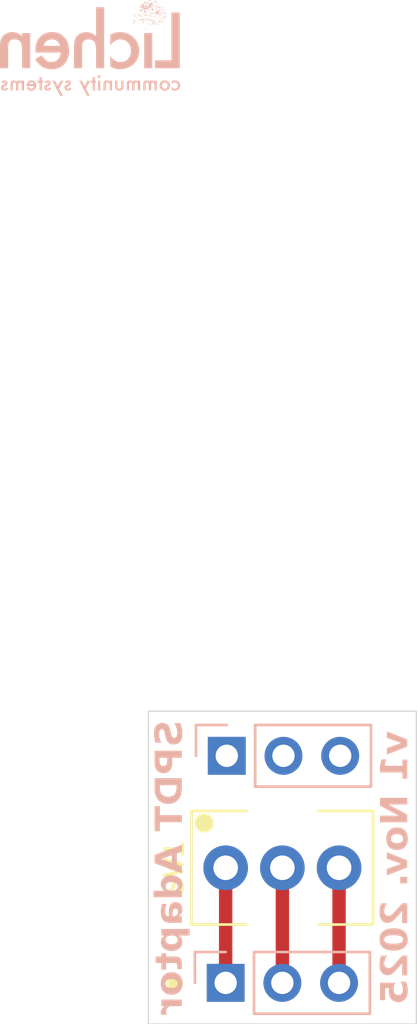
<source format=kicad_pcb>
(kicad_pcb (version 20241229) (generator "pcbnew") (generator_version "9.0")
  (layers (0 "F.Cu" signal) (2 "B.Cu" signal) (13 "F.Paste" user) (15 "B.Paste" user) (5 "F.SilkS" user "F.Silkscreen") (7 "B.SilkS" user "B.Silkscreen") (1 "F.Mask" user) (3 "B.Mask" user) (25 "Edge.Cuts" user))
  (net 0 "")
  (net 1 "Net-(J1-Pin_1)")
  (net 2 "Net-(J1-Pin_3)")
  (net 3 "Net-(J1-Pin_2)")
  (footprint "winterbloom:Miniature_Switch_SPDT_2.54MM" (layer "F.Cu") (at 106 107.01 90)
    (property "Reference" "SW1")
    (property "Value" "SW_SPDT")
  )
  (footprint "Connector_PinHeader_2.54mm:PinHeader_1x03_P2.54mm_Vertical" (layer "B.Cu") (at 103.51 102 -90)
    (property "Reference" "J2" (hide yes))
    (property "Value" "Conn_01x03_Pin" (hide yes))
  )
  (footprint "Connector_PinHeader_2.54mm:PinHeader_1x03_P2.54mm_Vertical" (layer "B.Cu") (at 103.46 112.16 -90)
    (property "Reference" "J1" (hide yes))
    (property "Value" "Conn_01x03_Pin" (hide yes))
  )
  (gr_circle (center 101.2 112.2) (end 101.36 112.46) (stroke (width 0.1)) (fill yes) (layer "F.SilkS"))
  (gr_poly (pts (xy 100.350568 68.296984) (xy 100.350574 68.29699) (xy 100.350574 68.296977)) (fill yes) (layer "B.SilkS"))
  (gr_poly (pts (xy 99.364905 68.880257) (xy 99.360378 68.880725) (xy 99.355815 68.881451) (xy 99.351217 68.882434) (xy 99.35562 68.886488) (xy 99.360014 68.890127) (xy 99.364398 68.893352) (xy 99.368773 68.896163) (xy 99.373138 68.898559) (xy 99.375317 68.899602) (xy 99.377494 68.90054) (xy 99.379668 68.901376) (xy 99.38184 68.902107) (xy 99.38401 68.902735) (xy 99.386177 68.90326) (xy 99.388341 68.90368) (xy 99.390503 68.903997) (xy 99.392663 68.904211) (xy 99.39482 68.904321) (xy 99.396975 68.904327) (xy 99.399127 68.904229) (xy 99.401277 68.904028) (xy 99.403424 68.903723) (xy 99.405569 68.903315) (xy 99.407711 68.902803) (xy 99.409851 68.902187) (xy 99.411988 68.901468) (xy 99.414122 68.900645) (xy 99.416255 68.899719) (xy 99.418384 68.898688) (xy 99.420511 68.897554) (xy 99.416448 68.894682) (xy 99.412349 68.892066) (xy 99.408214 68.889707) (xy 99.404043 68.887605) (xy 99.399837 68.885761) (xy 99.395596 68.884173) (xy 99.391318 68.882842) (xy 99.387005 68.881769) (xy 99.382656 68.880952) (xy 99.378272 68.880393) (xy 99.373852 68.88009) (xy 99.369396 68.880045)) (fill yes) (layer "B.SilkS"))
  (gr_poly (pts (xy 100.348716 69.035632) (xy 100.350019 69.034595) (xy 100.350019 69.034596) (xy 100.349146 69.033736)) (fill yes) (layer "B.SilkS"))
  (gr_rect (start 99.808959 69.66269) (end 100.172312 71.235585) (fill yes) (layer "B.SilkS"))
  (gr_poly (pts (xy 99.581206 69.071769) (xy 99.581212 69.071772) (xy 99.581193 69.071756)) (fill yes) (layer "B.SilkS"))
  (gr_poly (pts (xy 99.723618 69.396773) (xy 99.723695 69.396907) (xy 99.72377 69.397047) (xy 99.723843 69.397194) (xy 99.724319 69.396876) (xy 99.723541 69.396648)) (fill yes) (layer "B.SilkS"))
  (gr_poly (pts (xy 99.464014 68.917298) (xy 99.465887 68.917941) (xy 99.465861 68.916578)) (fill yes) (layer "B.SilkS"))
  (gr_poly (pts (xy 100.433399 68.351189) (xy 100.432998 68.351601) (xy 100.432624 68.352015) (xy 100.432276 68.352431) (xy 100.431955 68.352849) (xy 100.43166 68.35327) (xy 100.431391 68.353693) (xy 100.431149 68.354119) (xy 100.430933 68.354547) (xy 100.430744 68.354977) (xy 100.430581 68.35541) (xy 100.430445 68.355845) (xy 100.430335 68.356283) (xy 100.430251 68.356723) (xy 100.430194 68.357165) (xy 100.430163 68.357609) (xy 100.430158 68.358057) (xy 100.43018 68.358506) (xy 100.430229 68.358958) (xy 100.430303 68.359412) (xy 100.430404 68.359869) (xy 100.430532 68.360328) (xy 100.430686 68.36079) (xy 100.430866 68.361254) (xy 100.431072 68.36172) (xy 100.431305 68.362189) (xy 100.431565 68.36266) (xy 100.43185 68.363134) (xy 100.432163 68.363611) (xy 100.432501 68.364089) (xy 100.432866 68.36457) (xy 100.433257 68.365054) (xy 100.433629 68.364658) (xy 100.433978 68.364259) (xy 100.434304 68.363856) (xy 100.434607 68.363451) (xy 100.434888 68.363042) (xy 100.435146 68.362629) (xy 100.435381 68.362214) (xy 100.435593 68.361795) (xy 100.435782 68.361373) (xy 100.435949 68.360948) (xy 100.436093 68.360519) (xy 100.436213 68.360088) (xy 100.436311 68.359653) (xy 100.436387 68.359215) (xy 100.436439 68.358773) (xy 100.436468 68.358329) (xy 100.436475 68.357881) (xy 100.436458 68.35743) (xy 100.436419 68.356976) (xy 100.436357 68.356518) (xy 100.436272 68.356058) (xy 100.436164 68.355594) (xy 100.436034 68.355127) (xy 100.43588 68.354657) (xy 100.435703 68.354183) (xy 100.435504 68.353707) (xy 100.435282 68.353227) (xy 100.435036 68.352744) (xy 100.434768 68.352258) (xy 100.434477 68.351768) (xy 100.433826 68.35078)) (fill yes) (layer "B.SilkS"))
  (gr_poly (pts (xy 99.721551 68.918514) (xy 99.722083 68.918523) (xy 99.72125 68.918047)) (fill yes) (layer "B.SilkS"))
  (gr_poly (pts (xy 99.900717 68.68561) (xy 99.900902 68.686338) (xy 99.901047 68.684433)) (fill yes) (layer "B.SilkS"))
  (gr_poly (pts (xy 99.65476 68.412375) (xy 99.657081 68.413291) (xy 99.659417 68.414196) (xy 99.664113 68.415986) (xy 99.664165 68.415906) (xy 99.664269 68.41574) (xy 99.664316 68.41566) (xy 99.664334 68.415627) (xy 99.664348 68.415601) (xy 99.664354 68.415584) (xy 99.664355 68.415579) (xy 99.664354 68.415577) (xy 99.66435 68.415579) (xy 99.664344 68.415583) (xy 99.664325 68.415603) (xy 99.663209 68.415096) (xy 99.662104 68.414581) (xy 99.659916 68.413529) (xy 99.655567 68.411396)) (fill yes) (layer "B.SilkS"))
  (gr_poly (pts (xy 100.167628 69.168276) (xy 100.167864 69.168757) (xy 100.168197 69.167656)) (fill yes) (layer "B.SilkS"))
  (gr_poly (pts (xy 100.364283 68.381777) (xy 100.363777 68.382212) (xy 100.363306 68.382645) (xy 100.362869 68.383075) (xy 100.362466 68.383503) (xy 100.362097 68.383928) (xy 100.361763 68.384351) (xy 100.361462 68.384771) (xy 100.361195 68.385188) (xy 100.360962 68.385603) (xy 100.360763 68.386015) (xy 100.360598 68.386425) (xy 100.360466 68.386832) (xy 100.360368 68.387236) (xy 100.360304 68.387638) (xy 100.360273 68.388037) (xy 100.360276 68.388433) (xy 100.360312 68.388826) (xy 100.360382 68.389217) (xy 100.360485 68.389605) (xy 100.360622 68.38999) (xy 100.360791 68.390372) (xy 100.360994 68.390752) (xy 100.36123 68.391128) (xy 100.361499 68.391502) (xy 100.361802 68.391873) (xy 100.362137 68.392242) (xy 100.362505 68.392607) (xy 100.362906 68.392969) (xy 100.36334 68.393329) (xy 100.363807 68.393686) (xy 100.364307 68.394039) (xy 100.3649 68.393234) (xy 100.36542 68.392431) (xy 100.365867 68.39163) (xy 100.36624 68.390831) (xy 100.366399 68.390432) (xy 100.366539 68.390033) (xy 100.36666 68.389635) (xy 100.366763 68.389237) (xy 100.366847 68.38884) (xy 100.366912 68.388443) (xy 100.366958 68.388046) (xy 100.366985 68.38765) (xy 100.366994 68.387253) (xy 100.366983 68.386858) (xy 100.366954 68.386462) (xy 100.366906 68.386067) (xy 100.366838 68.385672) (xy 100.366751 68.385277) (xy 100.366645 68.384883) (xy 100.36652 68.384488) (xy 100.366376 68.384094) (xy 100.366212 68.3837) (xy 100.366029 68.383306) (xy 100.365827 68.382913) (xy 100.365364 68.382126) (xy 100.364822 68.381339)) (fill yes) (layer "B.SilkS"))
  (gr_poly (pts (xy 100.195224 68.898586) (xy 100.195778 68.897885) (xy 100.194669 68.897807)) (fill yes) (layer "B.SilkS"))
  (gr_poly (pts (xy 99.361625 68.711611) (xy 99.361278 68.711667) (xy 99.361104 68.711692) (xy 99.360931 68.711714) (xy 99.360757 68.711734) (xy 99.360583 68.711751) (xy 99.360582 68.711749) (xy 99.36058 68.71175) (xy 99.36057 68.711762) (xy 99.360554 68.711784) (xy 99.360534 68.711815) (xy 99.360483 68.711897) (xy 99.360425 68.711994) (xy 99.360266 68.712267) (xy 99.360279 68.712267) (xy 99.361972 68.711552)) (fill yes) (layer "B.SilkS"))
  (gr_poly (pts (xy 99.360279 68.712267) (xy 99.356919 68.72543) (xy 99.357686 68.72621) (xy 99.360596 68.711711)) (fill yes) (layer "B.SilkS"))
  (gr_poly (pts (xy 100.526602 69.35957) (xy 100.527025 69.358816) (xy 100.526824 69.343506)) (fill yes) (layer "B.SilkS"))
  (gr_poly (pts (xy 100.440771 68.762194) (xy 100.444092 68.762194) (xy 100.441816 68.761546)) (fill yes) (layer "B.SilkS"))
  (gr_poly (pts (xy 100.268604 68.451863) (xy 100.268604 68.451864) (xy 100.268606 68.451864) (xy 100.268605 68.451862)) (fill yes) (layer "B.SilkS"))
  (gr_poly (pts (xy 99.478867 69.210056) (xy 99.478355 69.210301) (xy 99.477871 69.21055) (xy 99.477415 69.210804) (xy 99.476987 69.211063) (xy 99.476588 69.211325) (xy 99.476216 69.211593) (xy 99.475873 69.211864) (xy 99.475558 69.212141) (xy 99.475271 69.212421) (xy 99.475012 69.212707) (xy 99.474781 69.212996) (xy 99.474578 69.21329) (xy 99.474404 69.213589) (xy 99.474257 69.213892) (xy 99.474139 69.2142) (xy 99.474049 69.214512) (xy 99.473987 69.214828) (xy 99.473953 69.215149) (xy 99.473947 69.215474) (xy 99.47397 69.215804) (xy 99.47402 69.216138) (xy 99.474099 69.216477) (xy 99.474206 69.21682) (xy 99.474341 69.217168) (xy 99.474504 69.21752) (xy 99.474695 69.217876) (xy 99.474915 69.218237) (xy 99.475162 69.218602) (xy 99.475438 69.218972) (xy 99.475742 69.219346) (xy 99.476074 69.219724) (xy 99.482419 69.215481) (xy 99.479407 69.209816)) (fill yes) (layer "B.SilkS"))
  (gr_poly (pts (xy 100.504038 68.667466) (xy 100.504649 68.667821) (xy 100.505272 68.668155) (xy 100.505906 68.668468) (xy 100.506554 68.66876) (xy 100.507216 68.669031) (xy 100.507892 68.669281) (xy 100.508584 68.66951) (xy 100.508606 68.669511) (xy 100.508631 68.669512) (xy 100.508657 68.669514) (xy 100.508683 68.669517) (xy 100.508722 68.669521) (xy 100.503438 68.667089)) (fill yes) (layer "B.SilkS"))
  (gr_poly (pts (xy 100.14771 69.052491) (xy 100.159413 69.046753) (xy 100.158672 69.047084) (xy 100.154871 69.033032)) (fill yes) (layer "B.SilkS"))
  (gr_poly (pts (xy 99.929741 68.786562) (xy 99.929755 68.786562) (xy 99.932414 68.793587) (xy 99.934994 68.792555) (xy 99.929675 68.78635)) (fill yes) (layer "B.SilkS"))
  (gr_poly (pts (xy 100.332867 69.246401) (xy 100.332871 69.246404) (xy 100.332874 69.246408) (xy 100.332876 69.246405) (xy 100.332861 69.246394)) (fill yes) (layer "B.SilkS"))
  (gr_poly (pts (xy 100.393001 69.09799) (xy 100.395025 69.099182) (xy 100.397049 69.100384) (xy 100.398489 69.093518) (xy 100.399869 69.087075)) (fill yes) (layer "B.SilkS"))
  (gr_poly (pts (xy 100.214997 68.769706) (xy 100.204128 68.770713) (xy 100.204141 68.770862) (xy 100.204151 68.770968) (xy 100.204164 68.771085) (xy 100.204181 68.771206) (xy 100.204191 68.771265) (xy 100.204202 68.771322) (xy 100.204215 68.771375) (xy 100.204228 68.771425) (xy 100.204243 68.771469) (xy 100.20426 68.771507) (xy 100.209897 68.77113) (xy 100.215506 68.770703) (xy 100.226683 68.769761) (xy 100.226275 68.769255) (xy 100.225997 68.768913) (xy 100.225907 68.768804) (xy 100.225876 68.768769)) (fill yes) (layer "B.SilkS"))
  (gr_poly (pts (xy 99.782514 69.431074) (xy 99.783784 69.431179) (xy 99.783797 69.429909)) (fill yes) (layer "B.SilkS"))
  (gr_poly (pts (xy 99.824831 69.576597) (xy 99.824834 69.576594) (xy 99.824821 69.576594)) (fill yes) (layer "B.SilkS"))
  (gr_poly (pts (xy 99.727006 68.912302) (xy 99.728354 68.912292) (xy 99.727865 68.911445)) (fill yes) (layer "B.SilkS"))
  (gr_poly (pts (xy 99.451202 68.914955) (xy 99.450428 68.915049) (xy 99.449704 68.915188) (xy 99.449032 68.915374) (xy 99.44841 68.915606) (xy 99.447839 68.915885) (xy 99.447319 68.916209) (xy 99.44685 68.91658) (xy 99.446431 68.916997) (xy 99.446064 68.91746) (xy 99.445747 68.917969) (xy 99.445481 68.918525) (xy 99.445266 68.919127) (xy 99.445102 68.919775) (xy 99.444988 68.920469) (xy 99.444926 68.92121) (xy 99.444914 68.921997) (xy 99.444953 68.92283) (xy 99.445184 68.924635) (xy 99.464014 68.917298) (xy 99.463069 68.916974) (xy 99.460455 68.916191) (xy 99.458043 68.915594) (xy 99.455834 68.91518) (xy 99.453829 68.914952) (xy 99.452027 68.914908)) (fill yes) (layer "B.SilkS"))
  (gr_poly (pts (xy 100.512261 68.981335) (xy 100.513624 68.981375) (xy 100.513703 68.979946)) (fill yes) (layer "B.SilkS"))
  (gr_poly (pts (xy 100.103576 68.783513) (xy 100.104062 68.783083) (xy 100.103441 68.782501)) (fill yes) (layer "B.SilkS"))
  (gr_poly (pts (xy 99.877453 69.002341) (xy 99.877242 69.002581) (xy 99.87718 69.00265) (xy 99.87717 69.002661) (xy 99.877622 69.002832) (xy 99.877777 69.001972)) (fill yes) (layer "B.SilkS"))
  (gr_poly (pts (xy 100.26473 68.745531) (xy 100.250512 68.746818) (xy 100.24324 68.747758) (xy 100.236375 68.748895) (xy 100.230306 68.75023) (xy 100.225419 68.751763) (xy 100.223541 68.752604) (xy 100.222103 68.753495) (xy 100.221155 68.754435) (xy 100.220745 68.755424) (xy 100.220921 68.756463) (xy 100.221732 68.757552) (xy 100.223227 68.75869) (xy 100.225453 68.759879) (xy 100.224891 68.760445) (xy 100.224236 68.760103) (xy 100.224236 68.760104) (xy 100.224438 68.760902) (xy 100.223945 68.7614) (xy 100.224539 68.7613) (xy 100.226432 68.768767) (xy 100.245456 68.769602) (xy 100.244887 68.770541) (xy 100.276108 68.745485) (xy 100.276862 68.746398) (xy 100.28028 68.745762) (xy 100.280955 68.745518) (xy 100.281005 68.745322) (xy 100.279426 68.745079) (xy 100.275928 68.745033)) (fill yes) (layer "B.SilkS"))
  (gr_poly (pts (xy 99.602523 68.566424) (xy 99.601779 68.579843) (xy 99.601781 68.592558) (xy 99.602529 68.604568) (xy 99.604023 68.615873) (xy 99.606263 68.626474) (xy 99.609249 68.636371) (xy 99.612981 68.645562) (xy 99.617458 68.654049) (xy 99.619977 68.658028) (xy 99.622682 68.661831) (xy 99.625573 68.665457) (xy 99.628651 68.668908) (xy 99.631915 68.672182) (xy 99.635366 68.67528) (xy 99.639003 68.678202) (xy 99.642826 68.680947) (xy 99.651033 68.68591) (xy 99.659985 68.690167) (xy 99.669683 68.69372) (xy 99.668889 68.693164) (xy 99.669903 68.686999) (xy 99.671024 68.681641) (xy 99.672247 68.677046) (xy 99.672934 68.675027) (xy 99.659615 68.675027) (xy 99.658503 68.675721) (xy 99.65797 68.676021) (xy 99.657453 68.676291) (xy 99.656952 68.676529) (xy 99.656466 68.676735) (xy 99.655996 68.676911) (xy 99.655542 68.677056) (xy 99.655103 68.677169) (xy 99.65468 68.677251) (xy 99.654273 68.677302) (xy 99.653881 68.677322) (xy 99.653505 68.67731) (xy 99.653144 68.677268) (xy 99.652799 68.677194) (xy 99.65247 68.677089) (xy 99.652156 68.676953) (xy 99.651858 68.676785) (xy 99.651575 68.676587) (xy 99.651309 68.676357) (xy 99.651057 68.676096) (xy 99.650822 68.675804) (xy 99.650602 68.67548) (xy 99.650397 68.675125) (xy 99.650208 68.674739) (xy 99.650035 68.674322) (xy 99.649877 68.673874) (xy 99.649735 68.673394) (xy 99.649609 68.672884) (xy 99.649498 68.672342) (xy 99.649403 68.671768) (xy 99.649323 68.671164) (xy 99.650416 68.670602) (xy 99.65145 68.670148) (xy 99.651944 68.669961) (xy 99.652423 68.669801) (xy 99.652887 68.669668) (xy 99.653336 68.669561) (xy 99.653771 68.669481) (xy 99.65419 68.669428) (xy 99.654594 68.669402) (xy 99.654983 68.669403) (xy 99.655357 68.66943) (xy 99.655716 68.669484) (xy 99.65606 68.669565) (xy 99.656389 68.669672) (xy 99.656703 68.669807) (xy 99.657002 68.669968) (xy 99.657286 68.670155) (xy 99.657555 68.67037) (xy 99.657809 68.670611) (xy 99.658048 68.670879) (xy 99.658272 68.671174) (xy 99.658481 68.671495) (xy 99.658676 68.671843) (xy 99.658855 68.672218) (xy 99.659019 68.672619) (xy 99.659168 68.673047) (xy 99.659302 68.673502) (xy 99.659422 68.673984) (xy 99.659526 68.674492) (xy 99.659615 68.675027) (xy 99.672934 68.675027) (xy 99.673565 68.673173) (xy 99.674974 68.669978) (xy 99.676467 68.667421) (xy 99.678039 68.665457) (xy 99.679685 68.664045) (xy 99.681398 68.663143) (xy 99.683173 68.662708) (xy 99.685005 68.662698) (xy 99.686888 68.66307) (xy 99.688815 68.663782) (xy 99.690782 68.664792) (xy 99.692784 68.666056) (xy 99.694813 68.667534) (xy 99.711392 68.681929) (xy 99.713423 68.683415) (xy 99.715426 68.684689) (xy 99.717396 68.68571) (xy 99.719326 68.686435) (xy 99.721211 68.686823) (xy 99.723046 68.686829) (xy 99.724825 68.686413) (xy 99.72568 68.685973) (xy 99.709674 68.643568) (xy 99.709701 68.643568) (xy 99.67004 68.640036) (xy 99.670039 68.640024) (xy 99.670036 68.640008) (xy 99.670032 68.63999) (xy 99.670027 68.63997) (xy 99.670015 68.639924) (xy 99.67 68.639877) (xy 99.669973 68.639794) (xy 99.66996 68.639758) (xy 99.665924 68.638968) (xy 99.662015 68.638053) (xy 99.658233 68.637013) (xy 99.654579 68.635847) (xy 99.651052 68.634556) (xy 99.647653 68.63314) (xy 99.644381 68.631598) (xy 99.641237 68.62993) (xy 99.63822 68.628138) (xy 99.63533 68.626219) (xy 99.632568 68.624176) (xy 99.629934 68.622007) (xy 99.627427 68.619713) (xy 99.625047 68.617293) (xy 99.622795 68.614748) (xy 99.62067 68.612077) (xy 99.618673 68.609282) (xy 99.616803 68.60636) (xy 99.615061 68.603314) (xy 99.613446 68.600142) (xy 99.611959 68.596844) (xy 99.610599 68.593422) (xy 99.609367 68.589874) (xy 99.608262 68.5862) (xy 99.607284 68.582401) (xy 99.606435 68.578477) (xy 99.605712 68.574428) (xy 99.605117 68.570253) (xy 99.60465 68.565953) (xy 99.60431 68.561527) (xy 99.604098 68.556976) (xy 99.604013 68.5523)) (fill yes) (layer "B.SilkS"))
  (gr_poly (pts (xy 99.792238 68.705057) (xy 99.795222 68.704688) (xy 99.798204 68.704331) (xy 99.798125 68.704263)) (fill yes) (layer "B.SilkS"))
  (gr_poly (pts (xy 100.565959 69.065843) (xy 100.566316 69.065393) (xy 100.56662 69.064493)) (fill yes) (layer "B.SilkS"))
  (gr_poly (pts (xy 100.050048 68.268653) (xy 100.05006 68.268661) (xy 100.050073 68.268669) (xy 100.050087 68.268678) (xy 100.050095 68.268682) (xy 100.050102 68.268686) (xy 100.050109 68.26869) (xy 100.050115 68.268692) (xy 100.05012 68.268694) (xy 100.050122 68.268695) (xy 100.050124 68.268695) (xy 100.050125 68.268695) (xy 100.050126 68.268695) (xy 100.050127 68.268694) (xy 100.050127 68.268693) (xy 100.064838 68.2686) (xy 100.064917 68.268561)) (fill yes) (layer "B.SilkS"))
  (gr_poly (pts (xy 100.007966 68.961425) (xy 100.008865 68.96128) (xy 100.006815 68.959725)) (fill yes) (layer "B.SilkS"))
  (gr_poly (pts (xy 100.416773 69.057442) (xy 100.418348 69.05817) (xy 100.41893 69.057336)) (fill yes) (layer "B.SilkS"))
  (gr_poly (pts (xy 100.062457 68.653754) (xy 100.063118 68.653472) (xy 100.063461 68.653321) (xy 100.063819 68.653159) (xy 100.063823 68.653152) (xy 100.063823 68.653138) (xy 100.063815 68.653092) (xy 100.063797 68.653025) (xy 100.063771 68.65294) (xy 100.0637 68.652731) (xy 100.063614 68.652496) (xy 100.063447 68.65206) (xy 100.063369 68.651863)) (fill yes) (layer "B.SilkS"))
  (gr_poly (pts (xy 100.513082 69.316218) (xy 100.513083 69.316223) (xy 100.513095 69.316205)) (fill yes) (layer "B.SilkS"))
  (gr_poly (pts (xy 100.354252 68.638395) (xy 100.352751 68.634871) (xy 100.351797 68.631579) (xy 100.351353 68.628504) (xy 100.351381 68.625629) (xy 100.351841 68.622938) (xy 100.352696 68.620415) (xy 100.353907 68.618042) (xy 100.355435 68.615805) (xy 100.357243 68.613686) (xy 100.359292 68.61167) (xy 100.363958 68.607879) (xy 100.369127 68.604301) (xy 100.374491 68.600806) (xy 100.379744 68.597264) (xy 100.384577 68.593543) (xy 100.386741 68.591575) (xy 100.388685 68.589514) (xy 100.39037 68.587343) (xy 100.391759 68.585046) (xy 100.392812 68.582606) (xy 100.393492 68.580008) (xy 100.39376 68.577235) (xy 100.393578 68.57427) (xy 100.392907 68.571098) (xy 100.391708 68.567701) (xy 100.389944 68.564064) (xy 100.387661 68.56031) (xy 100.384678 68.564785) (xy 100.381109 68.56964) (xy 100.377583 68.573949) (xy 100.374097 68.577732) (xy 100.370651 68.58101) (xy 100.367242 68.583802) (xy 100.363869 68.586129) (xy 100.360531 68.58801) (xy 100.357226 68.589466) (xy 100.353952 68.590515) (xy 100.350709 68.59118) (xy 100.347493 68.591479) (xy 100.344305 68.591432) (xy 100.341141 68.59106) (xy 100.338002 68.590382) (xy 100.334885 68.589419) (xy 100.331788 68.588191) (xy 100.32871 68.586717) (xy 100.32565 68.585017) (xy 100.322606 68.583112) (xy 100.319576 68.581022) (xy 100.316559 68.578767) (xy 100.310558 68.57384) (xy 100.304589 68.568491) (xy 100.298641 68.562882) (xy 100.2899 68.554525)) (fill yes) (layer "B.SilkS"))
  (gr_poly (pts (xy 99.984214 69.07004) (xy 99.985278 69.070394) (xy 99.984616 69.06956)) (fill yes) (layer "B.SilkS"))
  (gr_poly (pts (xy 99.283667 69.025391) (xy 99.282412 69.025944) (xy 99.285124 69.02679) (xy 99.284102 69.025199)) (fill yes) (layer "B.SilkS"))
  (gr_poly (pts (xy 99.740781 69.182531) (xy 99.740757 69.182545) (xy 99.74067 69.182594) (xy 99.740406 69.182734) (xy 99.740022 69.182934) (xy 99.739946 69.18334) (xy 99.74079 69.182524)) (fill yes) (layer "B.SilkS"))
  (gr_poly (pts (xy 100.407354 68.961769) (xy 100.407712 68.96177) (xy 100.408072 68.961774) (xy 100.408254 68.961779) (xy 100.408437 68.961786) (xy 100.408622 68.961796) (xy 100.408809 68.961809) (xy 100.408813 68.961798) (xy 100.408819 68.961759) (xy 100.408836 68.961611) (xy 100.40888 68.961151) (xy 100.408942 68.960472) (xy 100.408942 68.960459)) (fill yes) (layer "B.SilkS"))
  (gr_poly (pts (xy 99.476259 68.566442) (xy 99.477952 68.565489) (xy 99.476973 68.564722)) (fill yes) (layer "B.SilkS"))
  (gr_poly (pts (xy 100.494283 68.839042) (xy 100.488422 68.8596) (xy 100.48911 68.858767) (xy 100.489117 68.85876) (xy 100.48912 68.858757) (xy 100.489124 68.858753) (xy 100.492974 68.862385) (xy 100.496885 68.865769) (xy 100.500861 68.868886) (xy 100.504906 68.871717) (xy 100.509026 68.874241) (xy 100.513224 68.876438) (xy 100.515355 68.877408) (xy 100.517507 68.878289) (xy 100.519682 68.879078) (xy 100.521879 68.879773) (xy 100.5241 68.880371) (xy 100.526344 68.880871) (xy 100.528614 68.881268) (xy 100.530908 68.881562) (xy 100.533228 68.881749) (xy 100.535575 68.881827) (xy 100.537949 68.881793) (xy 100.54035 68.881645) (xy 100.54278 68.881381) (xy 100.545238 68.880997) (xy 100.547726 68.880492) (xy 100.550244 68.879863) (xy 100.552792 68.879108) (xy 100.555372 68.878223) (xy 100.557983 68.877207) (xy 100.560627 68.876057) (xy 100.494296 68.838989)) (fill yes) (layer "B.SilkS"))
  (gr_poly (pts (xy 99.915785 68.787118) (xy 99.915785 68.787131) (xy 99.916182 68.787303) (xy 99.922709 68.786848)) (fill yes) (layer "B.SilkS"))
  (gr_poly (pts (xy 98.365961 71.790151) (xy 98.365962 71.790151) (xy 98.365961 71.790125)) (fill yes) (layer "B.SilkS"))
  (gr_poly (pts (xy 100.601452 68.899909) (xy 100.626006 68.892051) (xy 100.598174 68.888248)) (fill yes) (layer "B.SilkS"))
  (gr_poly (pts (xy 100.159253 69.060049) (xy 100.159585 69.059824) (xy 100.159069 69.059731)) (fill yes) (layer "B.SilkS"))
  (gr_poly (pts (xy 100.731567 68.748451) (xy 100.730155 68.748906) (xy 100.728676 68.74964) (xy 100.727125 68.750672) (xy 100.725497 68.752024) (xy 100.723788 68.753715) (xy 100.721992 68.755766) (xy 100.720205 68.758069) (xy 100.720243 68.758092) (xy 100.720944 68.758877) (xy 100.72158 68.759952) (xy 100.722159 68.761298) (xy 100.723181 68.764727) (xy 100.724073 68.769012) (xy 100.727639 68.791673) (xy 100.728853 68.797959) (xy 100.730324 68.804188) (xy 100.732119 68.810209) (xy 100.733157 68.813094) (xy 100.734301 68.81587) (xy 100.735557 68.818518) (xy 100.736934 68.821018) (xy 100.73844 68.823353) (xy 100.740084 68.825503) (xy 100.741872 68.827449) (xy 100.743814 68.829171) (xy 100.745918 68.830652) (xy 100.74819 68.831872) (xy 100.750516 68.828085) (xy 100.75263 68.824262) (xy 100.754533 68.820401) (xy 100.756224 68.816503) (xy 100.757705 68.812567) (xy 100.758974 68.808594) (xy 100.760032 68.804584) (xy 100.760879 68.800537) (xy 100.761514 68.796452) (xy 100.761938 68.79233) (xy 100.762151 68.78817) (xy 100.762152 68.783973) (xy 100.761942 68.779739) (xy 100.761521 68.775467) (xy 100.760888 68.771158) (xy 100.760044 68.766811) (xy 100.759515 68.767644) (xy 100.758176 68.767795) (xy 100.756894 68.767712) (xy 100.755663 68.767416) (xy 100.754478 68.766927) (xy 100.753335 68.766267) (xy 100.752228 68.765455) (xy 100.751152 68.764512) (xy 100.750103 68.763458) (xy 100.748065 68.7611) (xy 100.746074 68.758545) (xy 100.744091 68.755958) (xy 100.742077 68.753501) (xy 100.741045 68.752372) (xy 100.739992 68.751338) (xy 100.73891 68.750418) (xy 100.737796 68.749633) (xy 100.736645 68.749004) (xy 100.735451 68.748551) (xy 100.73421 68.748294) (xy 100.732917 68.748254)) (fill yes) (layer "B.SilkS"))
  (gr_poly (pts (xy 100.753217 68.934385) (xy 100.754011 68.933869) (xy 100.753457 68.933705)) (fill yes) (layer "B.SilkS"))
  (gr_poly (pts (xy 99.962349 68.386869) (xy 99.97013 68.369803) (xy 99.963595 68.367303)) (fill yes) (layer "B.SilkS"))
  (gr_poly (pts (xy 99.286248 68.902635) (xy 99.288881 68.903124) (xy 99.288909 68.897432) (xy 99.288908 68.894423)) (fill yes) (layer "B.SilkS"))
  (gr_poly (pts (xy 99.973768 68.586378) (xy 99.974522 68.585622) (xy 99.974152 68.585492)) (fill yes) (layer "B.SilkS"))
  (gr_poly (pts (xy 100.372628 69.258926) (xy 100.377458 69.263921) (xy 100.38242 69.268722) (xy 100.387515 69.27333) (xy 100.392742 69.277744) (xy 100.398101 69.281964) (xy 100.403593 69.28599) (xy 100.409218 69.289823) (xy 100.414975 69.293461) (xy 100.420864 69.296906) (xy 100.426887 69.300157) (xy 100.433042 69.303215) (xy 100.439329 69.306078) (xy 100.445749 69.308748) (xy 100.452302 69.311224) (xy 100.458988 69.313506) (xy 100.459715 69.314234) (xy 100.45528 69.307102) (xy 100.450671 69.300418) (xy 100.445889 69.29418) (xy 100.440933 69.288389) (xy 100.435804 69.283045) (xy 100.430501 69.278148) (xy 100.425024 69.273697) (xy 100.419374 69.269693) (xy 100.413551 69.266135) (xy 100.410574 69.264524) (xy 100.407554 69.263024) (xy 100.404491 69.261636) (xy 100.401384 69.26036) (xy 100.398234 69.259195) (xy 100.39504 69.258142) (xy 100.391803 69.257201) (xy 100.388523 69.256371) (xy 100.381832 69.255046) (xy 100.374968 69.254168) (xy 100.367931 69.253737)) (fill yes) (layer "B.SilkS"))
  (gr_poly (pts (xy 100.030975 68.265845) (xy 100.027758 68.269672) (xy 100.02134 68.277279) (xy 100.022121 68.277742) (xy 100.028162 68.270105) (xy 100.034173 68.262449) (xy 100.034186 68.262436) (xy 100.03418 68.262349) (xy 100.034171 68.262166) (xy 100.034168 68.262076) (xy 100.034169 68.262006)) (fill yes) (layer "B.SilkS"))
  (gr_poly (pts (xy 100.427436 68.64329) (xy 100.427449 68.643277) (xy 100.428349 68.642655) (xy 100.427924 68.641068)) (fill yes) (layer "B.SilkS"))
  (gr_poly (pts (xy 100.223983 68.239536) (xy 100.222543 68.241864) (xy 100.222777 68.241614) (xy 100.223005 68.241359) (xy 100.223226 68.241099) (xy 100.22344 68.240835) (xy 100.223648 68.240566) (xy 100.223848 68.240292) (xy 100.224041 68.240014) (xy 100.224228 68.239731) (xy 100.224407 68.239443) (xy 100.22458 68.239151) (xy 100.224745 68.238854) (xy 100.224903 68.238553) (xy 100.225055 68.238247) (xy 100.225199 68.237936) (xy 100.225336 68.23762) (xy 100.225466 68.2373) (xy 100.225413 68.237208)) (fill yes) (layer "B.SilkS"))
  (gr_poly (pts (xy 100.158659 69.047097) (xy 100.159082 69.059744) (xy 100.159598 69.059837) (xy 100.1594 69.046766)) (fill yes) (layer "B.SilkS"))
  (gr_poly (pts (xy 100.420297 68.300861) (xy 100.420303 68.300858) (xy 100.420306 68.300856) (xy 100.420305 68.300853)) (fill yes) (layer "B.SilkS"))
  (gr_poly (pts (xy 100.420767 68.300508) (xy 100.420769 68.300509) (xy 100.420775 68.300503)) (fill yes) (layer "B.SilkS"))
  (gr_poly (pts (xy 99.561494 68.472277) (xy 99.560198 68.472621) (xy 99.560376 68.473067) (xy 99.560563 68.473509) (xy 99.560759 68.473946) (xy 99.560964 68.474379) (xy 99.561178 68.474807) (xy 99.561401 68.47523) (xy 99.561633 68.475648) (xy 99.561873 68.476062) (xy 99.562123 68.476471) (xy 99.562381 68.476874) (xy 99.562648 68.477273) (xy 99.562923 68.477668) (xy 99.563208 68.478057) (xy 99.563501 68.478441) (xy 99.563803 68.478821) (xy 99.564114 68.479195) (xy 99.561494 68.472263)) (fill yes) (layer "B.SilkS"))
  (gr_poly (pts (xy 100.420555 68.300671) (xy 100.420355 68.30082) (xy 100.420306 68.300856) (xy 100.420788 68.30268) (xy 100.420861 68.300443) (xy 100.420874 68.30043)) (fill yes) (layer "B.SilkS"))
  (gr_poly (pts (xy 100.124516 69.216396) (xy 100.124522 69.216364) (xy 100.124542 69.21623) (xy 100.124557 69.216098) (xy 100.124566 69.215967) (xy 100.12457 69.215837) (xy 100.124568 69.215709) (xy 100.12456 69.215583) (xy 100.124547 69.215458) (xy 100.124528 69.215335) (xy 100.124503 69.215213) (xy 100.124472 69.215093) (xy 100.124436 69.214975) (xy 100.124394 69.214858) (xy 100.124347 69.214742) (xy 100.124293 69.214628) (xy 100.124234 69.214516) (xy 100.124169 69.214405) (xy 100.124099 69.214296) (xy 100.124022 69.214188) (xy 100.12394 69.214082) (xy 100.123852 69.213978) (xy 100.123758 69.213875) (xy 100.123658 69.213774) (xy 100.123553 69.213675) (xy 100.123441 69.213577) (xy 100.123324 69.21348)) (fill yes) (layer "B.SilkS"))
  (gr_poly (pts (xy 100.613203 69.030638) (xy 100.613597 69.030318) (xy 100.614033 69.029965) (xy 100.613738 69.029426) (xy 100.613512 69.029023)) (fill yes) (layer "B.SilkS"))
  (gr_poly (pts (xy 99.980158 68.579964) (xy 99.980171 68.580028) (xy 99.980978 68.579142)) (fill yes) (layer "B.SilkS"))
  (gr_poly (pts (xy 99.915838 68.787118) (xy 99.915835 68.787118) (xy 99.915835 68.78712) (xy 99.915842 68.787125) (xy 99.915856 68.787135) (xy 99.915877 68.787146) (xy 99.915933 68.787176) (xy 99.916001 68.78721) (xy 99.916134 68.787274) (xy 99.916195 68.787303) (xy 99.916195 68.787289) (xy 99.916383 68.782136)) (fill yes) (layer "B.SilkS"))
  (gr_poly (pts (xy 100.284124 69.165181) (xy 100.285513 69.16067) (xy 100.280265 69.160045) (xy 100.276991 69.159668)) (fill yes) (layer "B.SilkS"))
  (gr_poly (pts (xy 100.39853 68.955088) (xy 100.39819 68.955391) (xy 100.397961 68.955596) (xy 100.39789 68.955662) (xy 100.397872 68.955679) (xy 100.397869 68.955683) (xy 100.403356 68.958754) (xy 100.408823 68.961835) (xy 100.408942 68.960459) (xy 100.39853 68.955075)) (fill yes) (layer "B.SilkS"))
  (gr_poly (pts (xy 100.00091 69.127368) (xy 100.000485 69.127766) (xy 100.000102 69.128143) (xy 99.999759 69.128499) (xy 99.999457 69.128834) (xy 99.999194 69.129149) (xy 99.998971 69.129444) (xy 99.998786 69.12972) (xy 99.998638 69.129976) (xy 99.998528 69.130213) (xy 99.998454 69.130431) (xy 99.998416 69.13063) (xy 99.998414 69.130812) (xy 99.998446 69.130975) (xy 99.998512 69.131121) (xy 99.998611 69.131249) (xy 99.998743 69.131361) (xy 99.998907 69.131456) (xy 99.999102 69.131534) (xy 99.999328 69.131596) (xy 99.999584 69.131643) (xy 99.99987 69.131674) (xy 100.000185 69.13169) (xy 100.000527 69.13169) (xy 100.000898 69.131676) (xy 100.001295 69.131648) (xy 100.002168 69.13155) (xy 100.003141 69.131398) (xy 100.004209 69.131195) (xy 100.003532 69.130135) (xy 100.002843 69.129076) (xy 100.00249 69.128547) (xy 100.002129 69.128015) (xy 100.001758 69.127483) (xy 100.001377 69.126948)) (fill yes) (layer "B.SilkS"))
  (gr_poly (pts (xy 100.146515 69.053077) (xy 100.147256 69.053725) (xy 100.14771 69.052491)) (fill yes) (layer "B.SilkS"))
  (gr_poly (pts (xy 100.638349 69.096987) (xy 100.637527 69.097036) (xy 100.63671 69.097122) (xy 100.635899 69.097245) (xy 100.635094 69.097407) (xy 100.634294 69.097606) (xy 100.633501 69.097842) (xy 100.632712 69.098116) (xy 100.631153 69.098777) (xy 100.629617 69.099589) (xy 100.628104 69.10055) (xy 100.626613 69.101662) (xy 100.625146 69.102924) (xy 100.627067 69.103979) (xy 100.62895 69.104874) (xy 100.630796 69.105612) (xy 100.632604 69.106191) (xy 100.634375 69.106612) (xy 100.636108 69.106874) (xy 100.636961 69.106945) (xy 100.637804 69.106977) (xy 100.638637 69.10697) (xy 100.639461 69.106923) (xy 100.640276 69.106836) (xy 100.641082 69.10671) (xy 100.641878 69.106544) (xy 100.642664 69.106338) (xy 100.643441 69.106093) (xy 100.644209 69.105808) (xy 100.644967 69.105483) (xy 100.645716 69.105119) (xy 100.646455 69.104716) (xy 100.647185 69.104272) (xy 100.648617 69.103267) (xy 100.65001 69.102103) (xy 100.651366 69.100781) (xy 100.649557 69.099785) (xy 100.64777 69.09894) (xy 100.646006 69.098246) (xy 100.644265 69.097702) (xy 100.642546 69.09731) (xy 100.64085 69.097068) (xy 100.640011 69.097003) (xy 100.639177 69.096976)) (fill yes) (layer "B.SilkS"))
  (gr_poly (pts (xy 99.986084 68.566167) (xy 99.98608 68.566174) (xy 99.986061 68.566197) (xy 99.985991 68.566275) (xy 99.985772 68.566508) (xy 99.985551 68.566741) (xy 99.985477 68.566819) (xy 99.985457 68.566842) (xy 99.98545 68.566852) (xy 99.993076 68.574954) (xy 99.99338 68.574616) (xy 99.993594 68.574375) (xy 99.993664 68.574294) (xy 99.993684 68.57427) (xy 99.993691 68.57426) (xy 99.986084 68.566164)) (fill yes) (layer "B.SilkS"))
  (gr_poly (pts (xy 100.212383 68.569088) (xy 100.212408 68.569302) (xy 100.212439 68.569507) (xy 100.212476 68.569701) (xy 100.212519 68.569885) (xy 100.212568 68.570059) (xy 100.212623 68.570223) (xy 100.212683 68.570378) (xy 100.21275 68.570522) (xy 100.212822 68.570656) (xy 100.2129 68.570779) (xy 100.212984 68.570893) (xy 100.213074 68.570997) (xy 100.21317 68.571091) (xy 100.213271 68.571175) (xy 100.213379 68.571248) (xy 100.213492 68.571312) (xy 100.213612 68.571365) (xy 100.213737 68.571409) (xy 100.213867 68.571442) (xy 100.214004 68.571466) (xy 100.214147 68.571479) (xy 100.214295 68.571483) (xy 100.214449 68.571476) (xy 100.21461 68.57146) (xy 100.214776 68.571433) (xy 100.214947 68.571396) (xy 100.215125 68.57135) (xy 100.215308 68.571293) (xy 100.215497 68.571226) (xy 100.215693 68.57115) (xy 100.215893 68.571063) (xy 100.2161 68.570966) (xy 100.214632 68.567408)) (fill yes) (layer "B.SilkS"))
  (gr_poly (pts (xy 99.99307 68.574961) (xy 99.993083 68.574961) (xy 99.993076 68.574954)) (fill yes) (layer "B.SilkS"))
  (gr_poly (pts (xy 99.612903 68.403326) (xy 99.613273 68.403627) (xy 99.613506 68.403817) (xy 99.613563 68.403865) (xy 99.613106 68.402786)) (fill yes) (layer "B.SilkS"))
  (gr_poly (pts (xy 99.939771 68.894234) (xy 99.939783 68.894308) (xy 99.939787 68.894338) (xy 99.939792 68.89436) (xy 99.939793 68.894368) (xy 99.939795 68.894371) (xy 99.939795 68.894372) (xy 99.939795 68.894371) (xy 99.939796 68.894366) (xy 99.939877 68.894232)) (fill yes) (layer "B.SilkS"))
  (gr_poly (pts (xy 99.466785 68.972109) (xy 99.465658 68.972274) (xy 99.464524 68.972532) (xy 99.463384 68.972884) (xy 99.462238 68.97333) (xy 99.461085 68.97387) (xy 99.459926 68.974503) (xy 99.45876 68.97523) (xy 99.457588 68.976051) (xy 99.456409 68.976966) (xy 99.455225 68.977975) (xy 99.478808 68.99714) (xy 99.489978 68.992196) (xy 99.487996 68.988496) (xy 99.486995 68.986787) (xy 99.485988 68.985171) (xy 99.484975 68.983649) (xy 99.483956 68.982221) (xy 99.48293 68.980886) (xy 99.481898 68.979645) (xy 99.48086 68.978498) (xy 99.479815 68.977444) (xy 99.478765 68.976484) (xy 99.477707 68.975618) (xy 99.476644 68.974845) (xy 99.475574 68.974166) (xy 99.474497 68.973581) (xy 99.473415 68.97309) (xy 99.472326 68.972692) (xy 99.47123 68.972388) (xy 99.470129 68.972178) (xy 99.469021 68.972061) (xy 99.467906 68.972038)) (fill yes) (layer "B.SilkS"))
  (gr_poly (pts (xy 99.632773 68.490467) (xy 99.633818 68.491551) (xy 99.633223 68.49007)) (fill yes) (layer "B.SilkS"))
  (gr_poly (pts (xy 99.373892 68.595057) (xy 99.373892 68.59507) (xy 99.373839 68.595136) (xy 99.390785 68.580809) (xy 99.390785 68.580425)) (fill yes) (layer "B.SilkS"))
  (gr_poly (pts (xy 100.461912 69.388204) (xy 100.461915 69.388212) (xy 100.461911 69.388198)) (fill yes) (layer "B.SilkS"))
  (gr_poly (pts (xy 100.325367 68.337077) (xy 100.325402 68.337093) (xy 100.325447 68.337112) (xy 100.3255 68.337134) (xy 100.325557 68.337156) (xy 100.325611 68.337175) (xy 100.325635 68.337183) (xy 100.325657 68.337188) (xy 100.325676 68.337192) (xy 100.325691 68.337194) (xy 100.325606 68.336722)) (fill yes) (layer "B.SilkS"))
  (gr_poly (pts (xy 100.516859 68.702644) (xy 100.522562 68.702524) (xy 100.517884 68.685861)) (fill yes) (layer "B.SilkS"))
  (gr_poly (pts (xy 99.777891 69.379474) (xy 99.775658 69.379997) (xy 99.773729 69.380565) (xy 99.77209 69.381173) (xy 99.770724 69.381821) (xy 99.769616 69.382506) (xy 99.768749 69.383226) (xy 99.768109 69.383978) (xy 99.767679 69.38476) (xy 99.767443 69.38557) (xy 99.767386 69.386406) (xy 99.767493 69.387265) (xy 99.767746 69.388146) (xy 99.768131 69.389045) (xy 99.768632 69.389961) (xy 99.769918 69.391833) (xy 99.771478 69.393745) (xy 99.774916 69.397613) (xy 99.776543 69.399534) (xy 99.777939 69.401422) (xy 99.778512 69.402348) (xy 99.778979 69.403258) (xy 99.779327 69.404152) (xy 99.779487 69.404815) (xy 99.796722 69.400342) (xy 99.778653 69.382894) (xy 99.778654 69.38289) (xy 99.778662 69.382856) (xy 99.778684 69.382736) (xy 99.778717 69.382549) (xy 99.778963 69.379273)) (fill yes) (layer "B.SilkS"))
  (gr_poly (pts (xy 100.124744 69.003957) (xy 100.124726 69.006761) (xy 100.126134 69.006088) (xy 100.127531 69.005425) (xy 100.126742 69.004332) (xy 100.125937 69.003231) (xy 100.125101 69.002112) (xy 100.124751 69.001655)) (fill yes) (layer "B.SilkS"))
  (gr_poly (pts (xy 100.326405 68.441069) (xy 100.325082 68.441254) (xy 100.333775 68.440775) (xy 100.338136 68.440517) (xy 100.341692 68.440289) (xy 100.333562 68.425776)) (fill yes) (layer "B.SilkS"))
  (gr_poly (pts (xy 100.064917 68.268561) (xy 100.06493 68.268561) (xy 100.064944 68.268547)) (fill yes) (layer "B.SilkS"))
  (gr_poly (pts (xy 100.202565 69.075378) (xy 100.202897 69.075103) (xy 100.202712 69.074243)) (fill yes) (layer "B.SilkS"))
  (gr_poly (pts (xy 100.384335 69.418784) (xy 100.383901 69.419231) (xy 100.385471 69.418362) (xy 100.386907 69.417489) (xy 100.388182 69.416628) (xy 100.388759 69.416202) (xy 100.389295 69.415779) (xy 100.38979 69.415359) (xy 100.390246 69.414942) (xy 100.39066 69.414528) (xy 100.391035 69.414117) (xy 100.391369 69.413708) (xy 100.391662 69.413303) (xy 100.391915 69.412901) (xy 100.392127 69.412502) (xy 100.392299 69.412105) (xy 100.392431 69.411712) (xy 100.392522 69.411322) (xy 100.392573 69.410934) (xy 100.392583 69.41055) (xy 100.392553 69.410169) (xy 100.392482 69.40979) (xy 100.392371 69.409415) (xy 100.392219 69.409042) (xy 100.392027 69.408673) (xy 100.391794 69.408307) (xy 100.391521 69.407943) (xy 100.391207 69.407583) (xy 100.390853 69.407226) (xy 100.390459 69.406872) (xy 100.390024 69.40652)) (fill yes) (layer "B.SilkS"))
  (gr_poly (pts (xy 100.124078 69.000861) (xy 100.124753 69.001139) (xy 100.124357 69.000777)) (fill yes) (layer "B.SilkS"))
  (gr_poly (pts (xy 100.311886 68.920474) (xy 100.311471 68.920871) (xy 100.311264 68.921073) (xy 100.311058 68.921278) (xy 100.310853 68.921486) (xy 100.310649 68.921698) (xy 100.312025 68.921752) (xy 100.31207 68.921464) (xy 100.312145 68.921003) (xy 100.312302 68.920084)) (fill yes) (layer "B.SilkS"))
  (gr_poly (pts (xy 100.191639 68.293511) (xy 100.195132 68.295138) (xy 100.195278 68.291074)) (fill yes) (layer "B.SilkS"))
  (gr_poly (pts (xy 100.13992 69.060342) (xy 100.141289 69.060339) (xy 100.140363 69.059268)) (fill yes) (layer "B.SilkS"))
  (gr_poly (pts (xy 100.551155 68.480889) (xy 100.521403 68.483879) (xy 100.533785 68.510826) (xy 100.556794 68.495775) (xy 100.551182 68.480783)) (fill yes) (layer "B.SilkS"))
  (gr_poly (pts (xy 100.013125 69.262574) (xy 100.013135 69.262576) (xy 100.013138 69.262561)) (fill yes) (layer "B.SilkS"))
  (gr_poly (pts (xy 99.664814 69.367838) (xy 99.664827 69.367838) (xy 99.664826 69.367827)) (fill yes) (layer "B.SilkS"))
  (gr_poly (pts (xy 99.783245 69.37858) (xy 99.783334 69.37858) (xy 99.783334 69.378567)) (fill yes) (layer "B.SilkS"))
  (gr_poly (pts (xy 100.123932 68.712452) (xy 100.126076 68.713206) (xy 100.125798 68.711169)) (fill yes) (layer "B.SilkS"))
  (gr_poly (pts (xy 99.29285 68.94555) (xy 99.293961 68.947164) (xy 99.294517 68.945285)) (fill yes) (layer "B.SilkS"))
  (gr_poly (pts (xy 100.400859 69.131492) (xy 100.408435 69.136427) (xy 100.415816 69.141776) (xy 100.423066 69.147406) (xy 100.437427 69.158965) (xy 100.444663 69.164625) (xy 100.452021 69.170026) (xy 100.459563 69.175033) (xy 100.463423 69.177346) (xy 100.467353 69.179511) (xy 100.471361 69.181509) (xy 100.475454 69.183325) (xy 100.479641 69.184941) (xy 100.483929 69.186341) (xy 100.488327 69.187507) (xy 100.492841 69.188423) (xy 100.497481 69.189072) (xy 100.502254 69.189438) (xy 100.507167 69.189502) (xy 100.512229 69.189249) (xy 100.517448 69.188662) (xy 100.521084 69.188028) (xy 100.398191 69.129932)) (fill yes) (layer "B.SilkS"))
  (gr_poly (pts (xy 100.609103 68.67751) (xy 100.620732 68.670874) (xy 100.632589 68.664175) (xy 100.600063 68.646161) (xy 100.599971 68.645909)) (fill yes) (layer "B.SilkS"))
  (gr_poly (pts (xy 99.56336 68.522508) (xy 99.563347 68.522508) (xy 99.575637 68.539468) (xy 99.577232 68.537148) (xy 99.578606 68.534833) (xy 99.579209 68.533677) (xy 99.579757 68.532522) (xy 99.58025 68.531368) (xy 99.580687 68.530216) (xy 99.581068 68.529064) (xy 99.581394 68.527914) (xy 99.581665 68.526764) (xy 99.58188 68.525616) (xy 99.582039 68.524469) (xy 99.582143 68.523323) (xy 99.582192 68.522178) (xy 99.582185 68.521034) (xy 99.582122 68.519892) (xy 99.582004 68.51875) (xy 99.581831 68.51761) (xy 99.581602 68.516471) (xy 99.581318 68.515333) (xy 99.580978 68.514196) (xy 99.580582 68.51306) (xy 99.580131 68.511925) (xy 99.579625 68.510792) (xy 99.579063 68.509659) (xy 99.577772 68.507398) (xy 99.57626 68.505141) (xy 99.574525 68.502889)) (fill yes) (layer "B.SilkS"))
  (gr_poly (pts (xy 100.134595 68.806485) (xy 100.134986 68.805956) (xy 100.133749 68.805585)) (fill yes) (layer "B.SilkS"))
  (gr_poly (pts (xy 98.134014 71.77813) (xy 98.124805 71.778698) (xy 98.115859 71.779644) (xy 98.107177 71.780968) (xy 98.09876 71.782671) (xy 98.090606 71.784751) (xy 98.082718 71.78721) (xy 98.075094 71.790046) (xy 98.067734 71.793259) (xy 98.06064 71.796851) (xy 98.053812 71.800819) (xy 98.047249 71.805165) (xy 98.040952 71.809889) (xy 98.03492 71.814989) (xy 98.029155 71.820466) (xy 98.023657 71.82632) (xy 98.019164 71.83167) (xy 98.014961 71.837426) (xy 98.011048 71.843587) (xy 98.007426 71.850155) (xy 98.004094 71.857128) (xy 98.001053 71.864507) (xy 97.998301 71.872292) (xy 97.995839 71.880482) (xy 97.993667 71.889078) (xy 97.991785 71.89808) (xy 97.990193 71.907488) (xy 97.988891 71.917301) (xy 97.987878 71.927519) (xy 97.987154 71.938144) (xy 97.98672 71.949174) (xy 97.986576 71.96061) (xy 97.986576 72.23055) (xy 98.088771 72.23055) (xy 98.088771 71.984567) (xy 98.089053 71.96892) (xy 98.089405 71.961568) (xy 98.089898 71.95453) (xy 98.090532 71.947807) (xy 98.091308 71.941399) (xy 98.092225 71.935304) (xy 98.093284 71.929524) (xy 98.094484 71.924058) (xy 98.095825 71.918905) (xy 98.097309 71.914067) (xy 98.098934 71.909543) (xy 98.100701 71.905332) (xy 98.10261 71.901435) (xy 98.104661 71.897852) (xy 98.106855 71.894582) (xy 98.107986 71.893027) (xy 98.109173 71.891521) (xy 98.110416 71.890063) (xy 98.111716 71.888655) (xy 98.113072 71.887297) (xy 98.114485 71.885987) (xy 98.115954 71.884727) (xy 98.11748 71.883516) (xy 98.119062 71.882354) (xy 98.120701 71.881241) (xy 98.122396 71.880178) (xy 98.124147 71.879164) (xy 98.125955 71.8782) (xy 98.12782 71.877284) (xy 98.129741 71.876418) (xy 98.131719 71.875602) (xy 98.135844 71.874117) (xy 98.140196 71.872829) (xy 98.144775 71.87174) (xy 98.14958 71.870848) (xy 98.154612 71.870154) (xy 98.15987 71.869658) (xy 98.165356 71.869361) (xy 98.171069 71.869262) (xy 98.177289 71.869393) (xy 98.183279 71.869785) (xy 98.189038 71.87044) (xy 98.194567 71.871356) (xy 98.199866 71.872534) (xy 98.204935 71.873973) (xy 98.209773 71.875674) (xy 98.214382 71.877636) (xy 98.21876 71.879858) (xy 98.222908 71.882342) (xy 98.226827 71.885087) (xy 98.230515 71.888092) (xy 98.233974 71.891358) (xy 98.237202 71.894884) (xy 98.240201 71.898671) (xy 98.24297 71.902718) (xy 98.245493 71.90704) (xy 98.247852 71.911747) (xy 98.250047 71.916838) (xy 98.252079 71.922314) (xy 98.253948 71.928174) (xy 98.255654 71.934419) (xy 98.257197 71.941049) (xy 98.258577 71.948063) (xy 98.259794 71.955461) (xy 98.260849 71.963245) (xy 98.261741 71.971413) (xy 98.26247 71.979966) (xy 98.263037 71.988903) (xy 98.263442 71.998225) (xy 98.263685 72.007932) (xy 98.263766 72.018024) (xy 98.263766 72.230537) (xy 98.365961 72.230537) (xy 98.365961 71.790151) (xy 98.263766 71.790151) (xy 98.263766 71.830844) (xy 98.257041 71.824438) (xy 98.250212 71.818445) (xy 98.243277 71.812866) (xy 98.236236 71.807699) (xy 98.229091 71.802946) (xy 98.22184 71.798606) (xy 98.214483 71.79468) (xy 98.20702 71.791167) (xy 98.199451 71.788067) (xy 98.191776 71.78538) (xy 98.183995 71.783107) (xy 98.176107 71.781247) (xy 98.168112 71.779801) (xy 98.160011 71.778767) (xy 98.151802 71.778147) (xy 98.143487 71.777941)) (fill yes) (layer "B.SilkS"))
  (gr_poly (pts (xy 99.90626 68.326901) (xy 99.906334 68.330513) (xy 99.906419 68.334124) (xy 99.906723 68.334217) (xy 99.90667 68.326795)) (fill yes) (layer "B.SilkS"))
  (gr_poly (pts (xy 100.641669 69.038908) (xy 100.643177 69.037982) (xy 100.642595 69.037294)) (fill yes) (layer "B.SilkS"))
  (gr_poly (pts (xy 100.121802 68.856967) (xy 100.122557 68.856385) (xy 100.139966 68.881574) (xy 100.134744 68.850823) (xy 100.128205 68.850763) (xy 100.128774 68.850009)) (fill yes) (layer "B.SilkS"))
  (gr_poly (pts (xy 100.346546 68.460914) (xy 100.34468 68.462937) (xy 100.349656 68.462937) (xy 100.34928 68.460954) (xy 100.348815 68.458465)) (fill yes) (layer "B.SilkS"))
  (gr_poly (pts (xy 99.715982 68.920214) (xy 99.716391 68.922686) (xy 99.71688 68.924923) (xy 99.717449 68.926923) (xy 99.718099 68.928686) (xy 99.718455 68.929479) (xy 99.71883 68.930213) (xy 99.719225 68.930888) (xy 99.719641 68.931503) (xy 99.720076 68.93206) (xy 99.720532 68.932557) (xy 99.721008 68.932996) (xy 99.721504 68.933375) (xy 99.72202 68.933695) (xy 99.722556 68.933956) (xy 99.723112 68.934158) (xy 99.723688 68.934301) (xy 99.724284 68.934385) (xy 99.7249 68.934409) (xy 99.725536 68.934375) (xy 99.726192 68.934281) (xy 99.726868 68.934129) (xy 99.727565 68.933917) (xy 99.728281 68.933646) (xy 99.729017 68.933316) (xy 99.729774 68.932928) (xy 99.73055 68.93248) (xy 99.721551 68.918514) (xy 99.718505 68.918462) (xy 99.715763 68.918407)) (fill yes) (layer "B.SilkS"))
  (gr_poly (pts (xy 99.950617 68.813085) (xy 99.949289 68.814327) (xy 99.94805 68.815557) (xy 99.946898 68.816774) (xy 99.945835 68.817978) (xy 99.944859 68.81917) (xy 99.943972 68.82035) (xy 99.943172 68.821516) (xy 99.942461 68.82267) (xy 99.941838 68.823812) (xy 99.941302 68.824941) (xy 99.940855 68.826057) (xy 99.940496 68.827161) (xy 99.940225 68.828252) (xy 99.940041 68.829331) (xy 99.939946 68.830397) (xy 99.939939 68.83145) (xy 99.94002 68.832491) (xy 99.940189 68.83352) (xy 99.940446 68.834535) (xy 99.940791 68.835539) (xy 99.941223 68.83653) (xy 99.941744 68.837508) (xy 99.942353 68.838474) (xy 99.94305 68.839427) (xy 99.943835 68.840367) (xy 99.944708 68.841296) (xy 99.945669 68.842211) (xy 99.946718 68.843115) (xy 99.947855 68.844005) (xy 99.94908 68.844883) (xy 99.950392 68.845749) (xy 99.952043 68.81183) (xy 99.952033 68.81183)) (fill yes) (layer "B.SilkS"))
  (gr_poly (pts (xy 100.532621 69.062244) (xy 100.534923 69.062152) (xy 100.533005 69.061636)) (fill yes) (layer "B.SilkS"))
  (gr_poly (pts (xy 100.593541 69.260735) (xy 100.594772 69.260761) (xy 100.592801 69.24486) (xy 100.592801 69.244847) (xy 100.592734 69.244847)) (fill yes) (layer "B.SilkS"))
  (gr_poly (pts (xy 100.542049 68.674124) (xy 100.542273 68.674369) (xy 100.5425 68.674609) (xy 100.542732 68.674846) (xy 100.542967 68.675078) (xy 100.543206 68.675307) (xy 100.543449 68.675532) (xy 100.543696 68.675753) (xy 100.543946 68.67597) (xy 100.544201 68.676183) (xy 100.544459 68.676392) (xy 100.544721 68.676598) (xy 100.544988 68.676799) (xy 100.545258 68.676997) (xy 100.545532 68.677191) (xy 100.545811 68.677382) (xy 100.545811 68.677385) (xy 100.545812 68.677388) (xy 100.545813 68.677391) (xy 100.545815 68.677394) (xy 100.545817 68.677397) (xy 100.545819 68.677399) (xy 100.545822 68.677401) (xy 100.545825 68.677402) (xy 100.545828 68.677404) (xy 100.545832 68.677405) (xy 100.545836 68.677406) (xy 100.54584 68.677407) (xy 100.545848 68.677409) (xy 100.545857 68.67741) (xy 100.545866 68.67741) (xy 100.545874 68.67741) (xy 100.545882 68.67741) (xy 100.545889 68.677409) (xy 100.545903 68.677408) (xy 100.543861 68.675642) (xy 100.541829 68.673876)) (fill yes) (layer "B.SilkS"))
  (gr_poly (pts (xy 99.91642 68.774285) (xy 99.916638 68.774046) (xy 99.916748 68.773924) (xy 99.916858 68.773799) (xy 99.916969 68.773671) (xy 99.91708 68.773537) (xy 99.917193 68.773399) (xy 99.917306 68.773253) (xy 99.917304 68.773244) (xy 99.9173 68.773231) (xy 99.917281 68.773194) (xy 99.917252 68.773144) (xy 99.917215 68.773085) (xy 99.917122 68.772946) (xy 99.917015 68.772794) (xy 99.916815 68.772517) (xy 99.916724 68.772394)) (fill yes) (layer "B.SilkS"))
  (gr_poly (pts (xy 100.510952 68.9451) (xy 100.520199 68.934398) (xy 100.498889 68.931698)) (fill yes) (layer "B.SilkS"))
  (gr_poly (pts (xy 99.627069 68.378098) (xy 99.626839 68.379753) (xy 99.626686 68.381368) (xy 99.626609 68.382945) (xy 99.626609 68.384483) (xy 99.626686 68.385983) (xy 99.626839 68.387444) (xy 99.627068 68.388865) (xy 99.627374 68.390249) (xy 99.627757 68.391593) (xy 99.628216 68.392899) (xy 99.628752 68.394166) (xy 99.629365 68.395395) (xy 99.630054 68.396584) (xy 99.63082 68.397736) (xy 99.631662 68.398848) (xy 99.632581 68.399922) (xy 99.633576 68.400957) (xy 99.634648 68.401954) (xy 99.635797 68.402912) (xy 99.637022 68.403832) (xy 99.638324 68.404713) (xy 99.639702 68.405556) (xy 99.641157 68.40636) (xy 99.642689 68.407126) (xy 99.644297 68.407853) (xy 99.645982 68.408542) (xy 99.647743 68.409192) (xy 99.651495 68.410377) (xy 99.653726 68.410944) (xy 99.627376 68.376405)) (fill yes) (layer "B.SilkS"))
  (gr_poly (pts (xy 100.374043 68.86894) (xy 100.374586 68.868358) (xy 100.373957 68.867945)) (fill yes) (layer "B.SilkS"))
  (gr_poly (pts (xy 99.635551 68.776098) (xy 99.635558 68.776088) (xy 99.635551 68.776084)) (fill yes) (layer "B.SilkS"))
  (gr_poly (pts (xy 99.877141 68.20534) (xy 99.877142 68.205352) (xy 99.877142 68.205338)) (fill yes) (layer "B.SilkS"))
  (gr_poly (pts (xy 100.08734 69.499812) (xy 100.087049 69.49931) (xy 100.081288 69.498918)) (fill yes) (layer "B.SilkS"))
  (gr_poly (pts (xy 99.926196 69.455614) (xy 99.929159 69.45691) (xy 99.930127 69.453102) (xy 99.931104 69.449303) (xy 99.931105 69.449303) (xy 99.931107 69.449302) (xy 99.931108 69.449301) (xy 99.931109 69.449299) (xy 99.93111 69.449297) (xy 99.931111 69.449295) (xy 99.931114 69.449289) (xy 99.931116 69.449282) (xy 99.931118 69.449274) (xy 99.93112 69.449266) (xy 99.931122 69.449257) (xy 99.931126 69.44924) (xy 99.931128 69.449225) (xy 99.931131 69.449211) (xy 99.931117 69.449211)) (fill yes) (layer "B.SilkS"))
  (gr_poly (pts (xy 99.929636 69.120268) (xy 99.931527 69.120188) (xy 99.930403 69.119553)) (fill yes) (layer "B.SilkS"))
  (gr_poly (pts (xy 97.654378 69.7935) (xy 97.629996 69.77238) (xy 97.6053 69.752623) (xy 97.580288 69.734228) (xy 97.554962 69.717196) (xy 97.52932 69.701526) (xy 97.503363 69.687219) (xy 97.477091 69.674274) (xy 97.450503 69.662692) (xy 97.4236 69.652472) (xy 97.39638 69.643615) (xy 97.368845 69.63612) (xy 97.340994 69.629988) (xy 97.312827 69.625219) (xy 97.284343 69.621812) (xy 97.255544 69.619768) (xy 97.226428 69.619086) (xy 97.193536 69.619762) (xy 97.161478 69.621787) (xy 97.130252 69.625163) (xy 97.099859 69.629888) (xy 97.070299 69.635964) (xy 97.041571 69.64339) (xy 97.013677 69.652166) (xy 96.986614 69.662291) (xy 96.960385 69.673767) (xy 96.934988 69.686592) (xy 96.910424 69.700767) (xy 96.886692 69.716292) (xy 96.863793 69.733166) (xy 96.841727 69.75139) (xy 96.820493 69.770963) (xy 96.800091 69.791886) (xy 96.783665 69.811358) (xy 96.768298 69.832231) (xy 96.753991 69.854505) (xy 96.740743 69.878179) (xy 96.728556 69.903253) (xy 96.717428 69.929729) (xy 96.70736 69.957604) (xy 96.698352 69.98688) (xy 96.690404 70.017557) (xy 96.683515 70.049634) (xy 96.677686 70.083112) (xy 96.672917 70.117991) (xy 96.669208 70.154269) (xy 96.666559 70.191949) (xy 96.664969 70.231029) (xy 96.664439 70.271509) (xy 96.664439 71.235598) (xy 97.027726 71.235598) (xy 97.027726 70.305429) (xy 97.027989 70.282219) (xy 97.028779 70.259824) (xy 97.030094 70.238242) (xy 97.031934 70.217474) (xy 97.034299 70.19752) (xy 97.037188 70.17838) (xy 97.0406 70.160052) (xy 97.044535 70.142538) (xy 97.048992 70.125837) (xy 97.053972 70.109948) (xy 97.059472 70.094872) (xy 97.065493 70.080609) (xy 97.072034 70.067158) (xy 97.079094 70.054519) (xy 97.086674 70.042692) (xy 97.094771 70.031678) (xy 97.103471 70.021421) (xy 97.112809 70.011825) (xy 97.122783 70.00289) (xy 97.133394 69.994616) (xy 97.144642 69.987003) (xy 97.156527 69.980051) (xy 97.169049 69.97376) (xy 97.182208 69.968131) (xy 97.196003 69.963164) (xy 97.210435 69.958858) (xy 97.225504 69.955215) (xy 97.241209 69.952233) (xy 97.25755 69.949914) (xy 97.274528 69.948257) (xy 97.292143 69.947263) (xy 97.310393 69.946931) (xy 97.333774 69.947392) (xy 97.35627 69.948775) (xy 97.377883 69.95108) (xy 97.398612 69.954306) (xy 97.418458 69.958453) (xy 97.43742 69.963522) (xy 97.455499 69.969511) (xy 97.472694 69.976421) (xy 97.489006 69.984251) (xy 97.504435 69.993002) (xy 97.518981 70.002672) (xy 97.532644 70.013262) (xy 97.545424 70.024772) (xy 97.557322 70.037201) (xy 97.568337 70.050549) (xy 97.578469 70.064817) (xy 97.587667 70.080429) (xy 97.59627 70.097377) (xy 97.604278 70.115661) (xy 97.611692 70.135281) (xy 97.618512 70.156238) (xy 97.624738 70.17853) (xy 97.630369 70.202159) (xy 97.635408 70.227125) (xy 97.639852 70.253428) (xy 97.643704 70.281068) (xy 97.646962 70.310046) (xy 97.649628 70.340361) (xy 97.651701 70.372013) (xy 97.653181 70.405004) (xy 97.654069 70.439333) (xy 97.654365 70.475) (xy 97.654365 71.235611) (xy 98.017717 71.235611) (xy 98.017717 68.508048) (xy 97.654378 68.508048)) (fill yes) (layer "B.SilkS"))
  (gr_poly (pts (xy 99.666455 68.745406) (xy 99.683216 68.770343) (xy 99.683176 68.770277) (xy 99.690982 68.733936)) (fill yes) (layer "B.SilkS"))
  (gr_poly (pts (xy 100.103242 68.831594) (xy 100.1052 68.836793) (xy 100.10724 68.834763) (xy 100.104208 68.830483)) (fill yes) (layer "B.SilkS"))
  (gr_poly (pts (xy 99.800507 69.368184) (xy 99.800591 69.368186) (xy 99.801498 69.368215) (xy 99.802415 69.368255) (xy 99.803337 69.368301) (xy 99.803191 69.366317)) (fill yes) (layer "B.SilkS"))
  (gr_poly (pts (xy 100.258399 69.025227) (xy 100.259317 69.02735) (xy 100.259786 69.028319) (xy 100.260262 69.029228) (xy 100.260744 69.030076) (xy 100.261233 69.030863) (xy 100.261728 69.03159) (xy 100.262231 69.032255) (xy 100.26274 69.032859) (xy 100.263255 69.033403) (xy 100.263777 69.033885) (xy 100.264306 69.034307) (xy 100.264842 69.034668) (xy 100.265384 69.034968) (xy 100.265932 69.035207) (xy 100.266488 69.035385) (xy 100.26705 69.035502) (xy 100.267618 69.035558) (xy 100.268193 69.035554) (xy 100.268775 69.035488) (xy 100.269364 69.035362) (xy 100.269959 69.035175) (xy 100.27056 69.034927) (xy 100.271169 69.034618) (xy 100.271783 69.034248) (xy 100.272405 69.033818) (xy 100.273033 69.033326) (xy 100.273668 69.032774) (xy 100.274309 69.032161) (xy 100.274957 69.031487) (xy 100.25798 69.024116)) (fill yes) (layer "B.SilkS"))
  (gr_poly (pts (xy 100.457049 68.907518) (xy 100.456997 68.907519) (xy 100.456942 68.907522) (xy 100.456893 68.907526) (xy 100.456844 68.907529) (xy 100.45687 68.90753) (xy 100.456897 68.907531) (xy 100.456957 68.907534) (xy 100.45699 68.907535) (xy 100.457008 68.907535) (xy 100.457027 68.907535) (xy 100.457046 68.907534) (xy 100.457066 68.907533) (xy 100.457087 68.907532) (xy 100.457109 68.907529) (xy 100.457113 68.907527) (xy 100.457115 68.907525) (xy 100.457115 68.907523) (xy 100.457113 68.907522) (xy 100.457104 68.90752) (xy 100.45709 68.907518) (xy 100.457071 68.907518)) (fill yes) (layer "B.SilkS"))
  (gr_poly (pts (xy 100.16658 69.103672) (xy 100.16703 69.104132) (xy 100.167448 69.104246) (xy 100.167593 69.104127) (xy 100.165935 69.103004)) (fill yes) (layer "B.SilkS"))
  (gr_poly (pts (xy 100.226683 68.769761) (xy 100.226432 68.768767) (xy 100.225863 68.768742)) (fill yes) (layer "B.SilkS"))
  (gr_poly (pts (xy 99.651572 68.869601) (xy 99.653358 68.869244) (xy 99.651678 68.868305)) (fill yes) (layer "B.SilkS"))
  (gr_poly (pts (xy 99.948561 69.585537) (xy 99.948896 69.585395) (xy 99.949413 69.585179) (xy 99.949929 69.584968) (xy 99.947865 69.584347)) (fill yes) (layer "B.SilkS"))
  (gr_poly (pts (xy 99.657249 69.380284) (xy 99.656334 69.380789) (xy 99.656331 69.380795) (xy 99.656332 69.380806) (xy 99.656342 69.380844) (xy 99.656365 69.380899) (xy 99.656397 69.38097) (xy 99.656483 69.381144) (xy 99.656586 69.381342) (xy 99.656784 69.381708) (xy 99.656877 69.381874) (xy 99.65751 69.380836) (xy 99.658134 69.379797)) (fill yes) (layer "B.SilkS"))
  (gr_poly (pts (xy 100.227698 69.154275) (xy 100.227782 69.154227) (xy 100.227649 69.154211)) (fill yes) (layer "B.SilkS"))
  (gr_poly (pts (xy 100.156635 68.774854) (xy 100.157482 68.775568) (xy 100.157703 68.775548) (xy 100.156622 68.774841)) (fill yes) (layer "B.SilkS"))
  (gr_poly (pts (xy 100.538852 68.665105) (xy 100.545752 68.677131) (xy 100.542927 68.663822)) (fill yes) (layer "B.SilkS"))
  (gr_poly (pts (xy 99.651572 68.869615) (xy 99.652754 68.869424) (xy 99.653927 68.869244) (xy 99.651664 68.868265)) (fill yes) (layer "B.SilkS"))
  (gr_poly (pts (xy 99.613564 68.403869) (xy 99.613575 68.403876) (xy 99.613566 68.403868) (xy 99.613563 68.403865)) (fill yes) (layer "B.SilkS"))
  (gr_poly (pts (xy 100.585347 68.870406) (xy 100.584692 68.870516) (xy 100.584025 68.870694) (xy 100.583344 68.87094) (xy 100.58265 68.871254) (xy 100.581943 68.871635) (xy 100.581223 68.872084) (xy 100.58049 68.872601) (xy 100.579743 68.873186) (xy 100.596766 68.886502) (xy 100.596444 68.885131) (xy 100.595696 68.882437) (xy 100.594896 68.880013) (xy 100.594044 68.877861) (xy 100.59314 68.875981) (xy 100.592668 68.875142) (xy 100.592183 68.874371) (xy 100.591685 68.873667) (xy 100.591174 68.873032) (xy 100.59065 68.872464) (xy 100.590113 68.871964) (xy 100.589563 68.871532) (xy 100.589 68.871168) (xy 100.588424 68.870871) (xy 100.587835 68.870643) (xy 100.587232 68.870482) (xy 100.586617 68.870389) (xy 100.585989 68.870363)) (fill yes) (layer "B.SilkS"))
  (gr_poly (pts (xy 99.72584 68.686205) (xy 99.727885 68.687296) (xy 99.729915 68.688401) (xy 99.73395 68.690637) (xy 99.733954 68.690631) (xy 99.733969 68.690612) (xy 99.734027 68.690546) (xy 99.734209 68.690346) (xy 99.734479 68.690055) (xy 99.726528 68.685517)) (fill yes) (layer "B.SilkS"))
  (gr_poly (pts (xy 99.751094 69.04056) (xy 99.750965 69.040628) (xy 99.750839 69.040699) (xy 99.750717 69.040773) (xy 99.750599 69.04085) (xy 99.750484 69.040931) (xy 99.750373 69.041014) (xy 99.750266 69.041101) (xy 99.750162 69.041191) (xy 99.750062 69.041284) (xy 99.749965 69.04138) (xy 99.749872 69.04148) (xy 99.749781 69.041583) (xy 99.749695 69.04169) (xy 99.749611 69.0418) (xy 99.749531 69.041913) (xy 99.749453 69.04203) (xy 99.749379 69.04215) (xy 99.749241 69.042401) (xy 99.749114 69.042666) (xy 99.748999 69.042946) (xy 99.748895 69.04324) (xy 99.748806 69.043534) (xy 99.751227 69.040496)) (fill yes) (layer "B.SilkS"))
  (gr_poly (pts (xy 99.780974 68.332169) (xy 99.779397 68.332458) (xy 99.777797 68.332927) (xy 99.776179 68.333585) (xy 99.774548 68.33444) (xy 99.77291 68.3355) (xy 99.796431 68.362567) (xy 99.797382 68.361091) (xy 99.798173 68.359574) (xy 99.798811 68.358023) (xy 99.799299 68.356446) (xy 99.799643 68.354853) (xy 99.799848 68.353251) (xy 99.799919 68.351649) (xy 99.799861 68.350054) (xy 99.799679 68.348475) (xy 99.799378 68.34692) (xy 99.798964 68.345398) (xy 99.798441 68.343916) (xy 99.797814 68.342484) (xy 99.797088 68.341108) (xy 99.796269 68.339798) (xy 99.795361 68.338561) (xy 99.79437 68.337406) (xy 99.7933 68.336341) (xy 99.792157 68.335375) (xy 99.790946 68.334515) (xy 99.789671 68.33377) (xy 99.788338 68.333147) (xy 99.786951 68.332656) (xy 99.785517 68.332305) (xy 99.784039 68.332101) (xy 99.782523 68.332053)) (fill yes) (layer "B.SilkS"))
  (gr_poly (pts (xy 100.06134 69.293862) (xy 100.0606 69.295108) (xy 100.059864 69.296374) (xy 100.060724 69.297551) (xy 100.061582 69.298708) (xy 100.06329 69.300991) (xy 100.063603 69.300675) (xy 100.063895 69.300361) (xy 100.064166 69.300047) (xy 100.064415 69.299734) (xy 100.064644 69.299422) (xy 100.064851 69.299112) (xy 100.065038 69.298802) (xy 100.065203 69.298493) (xy 100.065346 69.298186) (xy 100.065469 69.297879) (xy 100.065571 69.297574) (xy 100.065651 69.297269) (xy 100.065711 69.296966) (xy 100.065749 69.296663) (xy 100.065766 69.296362) (xy 100.065762 69.296062) (xy 100.065737 69.295762) (xy 100.065691 69.295464) (xy 100.065623 69.295167) (xy 100.065535 69.294871) (xy 100.065425 69.294576) (xy 100.065295 69.294282) (xy 100.065143 69.293989) (xy 100.06497 69.293697) (xy 100.064776 69.293406) (xy 100.064561 69.293116) (xy 100.064324 69.292827) (xy 100.064067 69.29254) (xy 100.063789 69.292253) (xy 100.063489 69.291968) (xy 100.063169 69.291683) (xy 100.062827 69.2914)) (fill yes) (layer "B.SilkS"))
  (gr_poly (pts (xy 100.61461 69.030391) (xy 100.61699 69.031802) (xy 100.62 69.033577) (xy 100.620039 69.029383)) (fill yes) (layer "B.SilkS"))
  (gr_poly (pts (xy 97.791187 71.541532) (xy 97.787832 71.541759) (xy 97.784542 71.542138) (xy 97.781317 71.542668) (xy 97.778156 71.54335) (xy 97.775059 71.544184) (xy 97.772027 71.54517) (xy 97.769058 71.546308) (xy 97.766153 71.547599) (xy 97.763311 71.549041) (xy 97.760533 71.550636) (xy 97.757817 71.552384) (xy 97.755164 71.554284) (xy 97.752573 71.556338) (xy 97.750044 71.558544) (xy 97.747577 71.560903) (xy 97.74522 71.56331) (xy 97.743016 71.565784) (xy 97.740964 71.568325) (xy 97.739064 71.570933) (xy 97.737316 71.573607) (xy 97.735721 71.576349) (xy 97.734278 71.579159) (xy 97.732987 71.582035) (xy 97.731849 71.584979) (xy 97.730862 71.587991) (xy 97.730027 71.59107) (xy 97.729344 71.594217) (xy 97.728813 71.597431) (xy 97.728434 71.600714) (xy 97.728206 71.604064) (xy 97.728131 71.607483) (xy 97.728206 71.610903) (xy 97.728433 71.614258) (xy 97.728812 71.617548) (xy 97.729342 71.620774) (xy 97.730024 71.623934) (xy 97.730858 71.627031) (xy 97.731844 71.630063) (xy 97.732982 71.633032) (xy 97.734273 71.635937) (xy 97.735715 71.638779) (xy 97.737311 71.641558) (xy 97.739058 71.644273) (xy 97.740959 71.646927) (xy 97.743012 71.649517) (xy 97.745218 71.652046) (xy 97.747577 71.654513) (xy 97.749985 71.65687) (xy 97.752458 71.659074) (xy 97.754999 71.661127) (xy 97.757607 71.663026) (xy 97.760282 71.664774) (xy 97.763024 71.666369) (xy 97.765833 71.667812) (xy 97.768709 71.669103) (xy 97.771653 71.670242) (xy 97.774665 71.671228) (xy 97.777744 71.672063) (xy 97.780891 71.672746) (xy 97.784105 71.673277) (xy 97.787388 71.673656) (xy 97.790739 71.673884) (xy 97.794157 71.67396) (xy 97.797577 71.673884) (xy 97.800932 71.673657) (xy 97.804222 71.673278) (xy 97.807448 71.672748) (xy 97.810608 71.672066) (xy 97.813705 71.671232) (xy 97.816737 71.670246) (xy 97.819706 71.669108) (xy 97.822611 71.667817) (xy 97.825453 71.666375) (xy 97.828232 71.66478) (xy 97.830948 71.663032) (xy 97.833601 71.661131) (xy 97.836192 71.659078) (xy 97.83872 71.656872) (xy 97.841187 71.654513) (xy 97.843546 71.652044) (xy 97.845752 71.649508) (xy 97.847806 71.646907) (xy 97.849706 71.644238) (xy 97.851454 71.641504) (xy 97.853049 71.638703) (xy 97.854492 71.635835) (xy 97.855782 71.632901) (xy 97.85692 71.629901) (xy 97.857906 71.626834) (xy 97.85874 71.6237) (xy 97.859422 71.6205) (xy 97.859952 71.617233) (xy 97.860331 71.6139) (xy 97.860558 71.6105) (xy 97.860634 71.607033) (xy 97.860634 71.60702) (xy 97.860558 71.603717) (xy 97.860331 71.60047) (xy 97.859952 71.597279) (xy 97.859422 71.594144) (xy 97.85874 71.591065) (xy 97.857906 71.588043) (xy 97.85692 71.585076) (xy 97.855782 71.582166) (xy 97.854492 71.579312) (xy 97.853049 71.576514) (xy 97.851454 71.573771) (xy 97.849706 71.571086) (xy 97.847806 71.568456) (xy 97.845752 71.565882) (xy 97.843546 71.563365) (xy 97.841187 71.560903) (xy 97.838722 71.558546) (xy 97.836198 71.556342) (xy 97.833615 71.554289) (xy 97.830973 71.55239) (xy 97.828272 71.550642) (xy 97.825512 71.549047) (xy 97.822692 71.547604) (xy 97.819812 71.546313) (xy 97.816872 71.545174) (xy 97.813873 71.544188) (xy 97.810813 71.543353) (xy 97.807693 71.54267) (xy 97.804513 71.542139) (xy 97.801272 71.54176) (xy 97.79797 71.541532) (xy 97.794607 71.541457)) (fill yes) (layer "B.SilkS"))
  (gr_poly (pts (xy 99.987035 69.024746) (xy 99.987024 69.024726) (xy 99.987037 69.024713) (xy 99.986958 69.024713)) (fill yes) (layer "B.SilkS"))
  (gr_poly (pts (xy 99.990358 69.030375) (xy 99.990464 69.03015) (xy 99.990556 69.029928) (xy 99.990635 69.029709) (xy 99.9907 69.029493) (xy 99.990751 69.02928) (xy 99.990789 69.029071) (xy 99.990813 69.028864) (xy 99.990823 69.028661) (xy 99.99082 69.028461) (xy 99.990803 69.028264) (xy 99.990773 69.02807) (xy 99.990728 69.027879) (xy 99.99067 69.027692) (xy 99.990598 69.027507) (xy 99.990513 69.027326) (xy 99.990414 69.027147) (xy 99.990301 69.026972) (xy 99.990174 69.0268) (xy 99.990034 69.026631) (xy 99.98988 69.026465) (xy 99.989712 69.026302) (xy 99.98953 69.026143) (xy 99.989335 69.025986) (xy 99.989126 69.025832) (xy 99.988903 69.025682) (xy 99.988667 69.025534) (xy 99.988416 69.02539) (xy 99.988152 69.025248) (xy 99.987874 69.02511) (xy 99.987582 69.024975) (xy 99.987035 69.024746)) (fill yes) (layer "B.SilkS"))
  (gr_poly (pts (xy 100.287135 68.55092) (xy 100.287141 68.550911) (xy 100.287127 68.550911)) (fill yes) (layer "B.SilkS"))
  (gr_poly (pts (xy 99.451573 68.881971) (xy 99.451009 68.879075) (xy 99.450364 68.876266) (xy 99.449638 68.873542) (xy 99.44883 68.870903) (xy 99.447941 68.868351) (xy 99.446971 68.865884) (xy 99.44592 68.863503) (xy 99.444787 68.861207) (xy 99.443573 68.858997) (xy 99.442279 68.856873) (xy 99.440902 68.854834) (xy 99.439445 68.852882) (xy 99.437907 68.851015) (xy 99.436287 68.849233) (xy 99.434586 68.847538) (xy 99.432804 68.845928) (xy 99.430941 68.844404) (xy 99.428997 68.842965) (xy 99.426972 68.841612) (xy 99.424865 68.840346) (xy 99.422677 68.839164) (xy 99.420409 68.838069) (xy 99.418059 68.837059) (xy 99.415628 68.836135) (xy 99.413115 68.835297) (xy 99.410522 68.834545) (xy 99.407848 68.833878) (xy 99.405092 68.833297) (xy 99.402256 68.832802) (xy 99.399338 68.832393) (xy 99.393562 68.83186)) (fill yes) (layer "B.SilkS"))
  (gr_poly (pts (xy 100.040894 69.117608) (xy 100.040228 69.117786) (xy 100.039609 69.117982) (xy 100.039037 69.118198) (xy 100.038511 69.118432) (xy 100.038033 69.118686) (xy 100.037602 69.118959) (xy 100.037218 69.11925) (xy 100.036881 69.119561) (xy 100.036591 69.119891) (xy 100.036348 69.12024) (xy 100.036152 69.120608) (xy 100.036003 69.120995) (xy 100.035902 69.121401) (xy 100.035847 69.121826) (xy 100.035839 69.12227) (xy 100.035879 69.122733) (xy 100.035966 69.123215) (xy 100.0361 69.123717) (xy 100.036281 69.124237) (xy 100.036509 69.124776) (xy 100.036785 69.125334) (xy 100.037108 69.125912) (xy 100.037477 69.126508) (xy 100.037894 69.127123) (xy 100.038359 69.127757) (xy 100.03887 69.128411) (xy 100.039429 69.129083) (xy 100.040035 69.129774) (xy 100.040688 69.130485) (xy 100.041389 69.131214) (xy 100.041987 69.131812) (xy 100.041607 69.11745)) (fill yes) (layer "B.SilkS"))
  (gr_poly (pts (xy 100.107502 68.238623) (xy 100.135225 68.258904) (xy 100.126234 68.2212)) (fill yes) (layer "B.SilkS"))
  (gr_poly (pts (xy 100.637595 69.202183) (xy 100.643758 69.202579) (xy 100.646861 69.202752) (xy 100.649318 69.202866) (xy 100.647664 69.200106) (xy 100.645611 69.196765) (xy 100.641818 69.190706)) (fill yes) (layer "B.SilkS"))
  (gr_poly (pts (xy 99.952949 68.872574) (xy 99.953131 68.872274) (xy 99.952575 68.872036)) (fill yes) (layer "B.SilkS"))
  (gr_poly (pts (xy 100.24007 69.173917) (xy 100.240375 69.173982) (xy 100.240532 69.174014) (xy 100.240693 69.174044) (xy 100.240652 69.174033) (xy 100.24052 69.174003) (xy 100.240099 69.173912) (xy 100.239476 69.17378)) (fill yes) (layer "B.SilkS"))
  (gr_poly (pts (xy 99.619977 68.442249) (xy 99.619481 68.44274) (xy 99.619035 68.443228) (xy 99.618638 68.443714) (xy 99.618291 68.444198) (xy 99.617993 68.444679) (xy 99.617745 68.445159) (xy 99.617546 68.445636) (xy 99.617397 68.446111) (xy 99.617298 68.446584) (xy 99.617248 68.447055) (xy 99.617248 68.447524) (xy 99.617298 68.44799) (xy 99.617397 68.448455) (xy 99.617545 68.448917) (xy 99.617743 68.449377) (xy 99.617991 68.449835) (xy 99.618288 68.45029) (xy 99.618635 68.450744) (xy 99.619032 68.451195) (xy 99.619478 68.451644) (xy 99.619973 68.452091) (xy 99.620518 68.452536) (xy 99.621113 68.452979) (xy 99.621757 68.453419) (xy 99.622451 68.453857) (xy 99.623194 68.454293) (xy 99.623987 68.454727) (xy 99.624829 68.455159) (xy 99.625721 68.455589) (xy 99.626663 68.456016) (xy 99.627654 68.456441) (xy 99.628303 68.455928) (xy 99.628895 68.455419) (xy 99.629432 68.454913) (xy 99.629912 68.45441) (xy 99.630336 68.453911) (xy 99.630704 68.453416) (xy 99.631015 68.452924) (xy 99.63127 68.452435) (xy 99.631469 68.45195) (xy 99.631612 68.451469) (xy 99.631698 68.450991) (xy 99.631728 68.450516) (xy 99.631702 68.450045) (xy 99.63162 68.449577) (xy 99.631481 68.449113) (xy 99.631287 68.448653) (xy 99.631036 68.448195) (xy 99.630728 68.447742) (xy 99.630365 68.447292) (xy 99.629945 68.446845) (xy 99.629469 68.446402) (xy 99.628937 68.445962) (xy 99.628348 68.445526) (xy 99.627704 68.445093) (xy 99.627003 68.444664) (xy 99.626246 68.444238) (xy 99.625433 68.443816) (xy 99.624563 68.443397) (xy 99.623637 68.442982) (xy 99.622656 68.44257) (xy 99.621617 68.442162) (xy 99.620523 68.441757)) (fill yes) (layer "B.SilkS"))
  (gr_poly (pts (xy 100.01313 69.262601) (xy 100.013112 69.262698) (xy 100.013102 69.262755) (xy 100.013093 69.262812) (xy 100.013088 69.262863) (xy 100.013086 69.262885) (xy 100.013085 69.262904) (xy 100.01403 69.262784) (xy 100.013135 69.262576)) (fill yes) (layer "B.SilkS"))
  (gr_poly (pts (xy 100.326231 68.986937) (xy 100.326062 68.98696) (xy 100.325888 68.986999) (xy 100.32571 68.987054) (xy 100.325528 68.987124) (xy 100.325343 68.987211) (xy 100.325153 68.987314) (xy 100.324959 68.987433) (xy 100.324761 68.987568) (xy 100.324559 68.987719) (xy 100.324353 68.987886) (xy 100.324143 68.988069) (xy 100.325042 68.989102) (xy 100.325493 68.989622) (xy 100.325942 68.990146) (xy 100.328852 68.990146) (xy 100.328768 68.989834) (xy 100.32868 68.989537) (xy 100.328588 68.989257) (xy 100.328492 68.988993) (xy 100.328392 68.988744) (xy 100.328287 68.988512) (xy 100.328179 68.988295) (xy 100.328066 68.988095) (xy 100.327949 68.98791) (xy 100.327829 68.987741) (xy 100.327704 68.987588) (xy 100.327575 68.987451) (xy 100.327442 68.98733) (xy 100.327305 68.987225) (xy 100.327164 68.987136) (xy 100.327018 68.987063) (xy 100.326869 68.987006) (xy 100.326716 68.986965) (xy 100.326558 68.98694) (xy 100.326397 68.98693)) (fill yes) (layer "B.SilkS"))
  (gr_poly (pts (xy 100.505384 68.736876) (xy 100.503538 68.741241) (xy 100.501933 68.745461) (xy 100.500654 68.749485) (xy 100.499787 68.753262) (xy 100.499534 68.755042) (xy 100.499416 68.756741) (xy 100.499444 68.758353) (xy 100.499628 68.75987) (xy 100.499978 68.761288) (xy 100.500506 68.762599) (xy 100.501222 68.763797) (xy 100.502137 68.764876) (xy 100.503262 68.765828) (xy 100.504606 68.766649) (xy 100.506182 68.767331) (xy 100.507998 68.767868) (xy 100.510067 68.768254) (xy 100.512399 68.768481) (xy 100.515004 68.768545) (xy 100.517893 68.768438) (xy 100.521076 68.768154) (xy 100.524565 68.767686) (xy 100.52837 68.767029) (xy 100.532502 68.766176) (xy 100.531854 68.765594) (xy 100.534551 68.762403) (xy 100.536698 68.759539) (xy 100.538328 68.756982) (xy 100.539475 68.754712) (xy 100.540171 68.752708) (xy 100.54045 68.750953) (xy 100.540344 68.749425) (xy 100.539887 68.748107) (xy 100.539112 68.746976) (xy 100.538051 68.746016) (xy 100.536738 68.745204) (xy 100.535206 68.744523) (xy 100.531618 68.743472) (xy 100.527549 68.742706) (xy 100.519032 68.741398) (xy 100.515113 68.740544) (xy 100.513353 68.739998) (xy 100.511771 68.739346) (xy 100.5104 68.738569) (xy 100.509273 68.737648) (xy 100.508423 68.736562) (xy 100.507883 68.735293) (xy 100.507686 68.73382) (xy 100.507865 68.732123) (xy 100.508453 68.730184) (xy 100.509483 68.727983) (xy 100.50947 68.727917) (xy 100.509457 68.727917)) (fill yes) (layer "B.SilkS"))
  (gr_poly (pts (xy 100.167655 68.55308) (xy 100.167717 68.553042) (xy 100.167695 68.552736)) (fill yes) (layer "B.SilkS"))
  (gr_poly (pts (xy 100.103837 68.937983) (xy 100.103851 68.937983) (xy 100.103838 68.93797)) (fill yes) (layer "B.SilkS"))
  (gr_poly (pts (xy 99.66923 69.373633) (xy 99.669225 69.373637) (xy 99.669216 69.373644) (xy 99.669233 69.373633)) (fill yes) (layer "B.SilkS"))
  (gr_poly (pts (xy 99.860798 68.773122) (xy 99.860426 68.774135) (xy 99.860124 68.775127) (xy 99.859892 68.776098) (xy 99.85973 68.77705) (xy 99.859639 68.77798) (xy 99.859617 68.778891) (xy 99.859666 68.779781) (xy 99.859785 68.780651) (xy 99.859974 68.7815) (xy 99.860233 68.782329) (xy 99.860563 68.783137) (xy 99.860962 68.783925) (xy 99.861432 68.784693) (xy 99.861972 68.78544) (xy 99.862582 68.786167) (xy 99.863262 68.786873) (xy 99.864013 68.787559) (xy 99.864834 68.788224) (xy 99.865724 68.788869) (xy 99.866686 68.789494) (xy 99.867717 68.790098) (xy 99.868818 68.790682) (xy 99.86999 68.791245) (xy 99.871232 68.791788) (xy 99.872544 68.79231) (xy 99.873927 68.792812) (xy 99.875379 68.793294) (xy 99.876902 68.793755) (xy 99.878495 68.794196) (xy 99.881876 68.795012) (xy 99.861241 68.772089)) (fill yes) (layer "B.SilkS"))
  (gr_poly (pts (xy 99.912362 69.439341) (xy 99.912342 69.440153) (xy 99.912363 69.440933) (xy 99.912425 69.441679) (xy 99.91253 69.442393) (xy 99.912676 69.443074) (xy 99.912863 69.443722) (xy 99.913092 69.444337) (xy 99.913363 69.444919) (xy 99.913676 69.445468) (xy 99.91403 69.445984) (xy 99.914427 69.446467) (xy 99.914864 69.446917) (xy 99.915344 69.447334) (xy 99.915865 69.447718) (xy 99.916428 69.44807) (xy 99.917033 69.448388) (xy 99.917679 69.448674) (xy 99.918367 69.448926) (xy 99.919097 69.449146) (xy 99.919869 69.449332) (xy 99.920683 69.449486) (xy 99.921538 69.449607) (xy 99.922435 69.449694) (xy 99.923374 69.449749) (xy 99.924355 69.449771) (xy 99.925377 69.44976) (xy 99.926442 69.449716) (xy 99.927548 69.449639) (xy 99.928696 69.449529) (xy 99.929886 69.449386) (xy 99.930978 69.449231) (xy 99.912425 69.438495)) (fill yes) (layer "B.SilkS"))
  (gr_poly (pts (xy 100.104811 68.832578) (xy 100.105425 68.834663) (xy 100.108596 68.831634) (xy 100.104531 68.831604)) (fill yes) (layer "B.SilkS"))
  (gr_poly (pts (xy 100.196666 69.219314) (xy 100.196661 69.219322) (xy 100.196693 69.219301)) (fill yes) (layer "B.SilkS"))
  (gr_poly (pts (xy 100.597153 68.888109) (xy 100.598174 68.888248) (xy 100.597939 68.887415)) (fill yes) (layer "B.SilkS"))
  (gr_poly (pts (xy 99.939877 68.894232) (xy 99.967617 68.893692) (xy 99.952949 68.872574)) (fill yes) (layer "B.SilkS"))
  (gr_poly (pts (xy 99.482419 69.215481) (xy 99.482424 69.215491) (xy 99.482424 69.215478)) (fill yes) (layer "B.SilkS"))
  (gr_poly (pts (xy 100.036051 69.132253) (xy 100.03606 69.132258) (xy 100.036064 69.132253)) (fill yes) (layer "B.SilkS"))
  (gr_poly (pts (xy 99.785894 68.790217) (xy 99.782075 68.791805) (xy 99.777948 68.794346) (xy 99.773492 68.797913) (xy 99.773507 68.797936) (xy 99.77355 68.797989) (xy 99.773705 68.798165) (xy 99.774173 68.798681) (xy 99.774854 68.799421) (xy 99.77328 68.798309) (xy 99.792905 68.822871) (xy 99.80146 68.83324) (xy 99.809419 68.842416) (xy 99.816963 68.850464) (xy 99.824275 68.857444) (xy 99.8279 68.860554) (xy 99.831535 68.863419) (xy 99.835203 68.86605) (xy 99.838927 68.868452) (xy 99.842728 68.870634) (xy 99.84663 68.872604) (xy 99.850656 68.87437) (xy 99.854827 68.875938) (xy 99.859168 68.877318) (xy 99.8637 68.878517) (xy 99.868447 68.879542) (xy 99.87343 68.880401) (xy 99.878674 68.881103) (xy 99.884199 68.881654) (xy 99.896189 68.882338) (xy 99.90958 68.882516) (xy 99.924508 68.882249) (xy 99.922889 68.871864) (xy 99.939756 68.894247) (xy 99.939796 68.894419) (xy 99.939796 68.894406) (xy 99.939746 68.890056) (xy 99.939357 68.886068) (xy 99.93865 68.882421) (xy 99.937644 68.879094) (xy 99.936358 68.876064) (xy 99.934814 68.87331) (xy 99.933031 68.870812) (xy 99.931029 68.868547) (xy 99.928829 68.866495) (xy 99.926449 68.864634) (xy 99.923911 68.862942) (xy 99.921235 68.861398) (xy 99.918439 68.859982) (xy 99.915545 68.85867) (xy 99.909541 68.856278) (xy 99.897229 68.851816) (xy 99.891242 68.849405) (xy 99.888361 68.848079) (xy 99.885581 68.846645) (xy 99.882923 68.845081) (xy 99.880407 68.843366) (xy 99.878052 68.841477) (xy 99.875879 68.839395) (xy 99.873908 68.837097) (xy 99.872158 68.834562) (xy 99.87065 68.831769) (xy 99.869403 68.828697) (xy 99.864201 68.834577) (xy 99.859377 68.839283) (xy 99.854908 68.842887) (xy 99.85077 68.845462) (xy 99.846941 68.847083) (xy 99.843395 68.847821) (xy 99.84011 68.847752) (xy 99.837062 68.846948) (xy 99.834227 68.845482) (xy 99.831582 68.843428) (xy 99.829102 68.840859) (xy 99.826765 68.837848) (xy 99.822423 68.830797) (xy 99.818367 68.822859) (xy 99.810354 68.806676) (xy 99.806019 68.799604) (xy 99.803686 68.796579) (xy 99.801212 68.793994) (xy 99.798573 68.79192) (xy 99.795746 68.790433) (xy 99.792705 68.789604) (xy 99.789429 68.789507)) (fill yes) (layer "B.SilkS"))
  (gr_poly (pts (xy 99.955565 68.389763) (xy 99.955319 68.390083) (xy 99.955238 68.390184) (xy 99.955216 68.39021) (xy 99.955211 68.390215) (xy 99.956303 68.389749) (xy 99.955922 68.38929)) (fill yes) (layer "B.SilkS"))
  (gr_poly (pts (xy 100.393027 69.127107) (xy 100.393728 69.127822) (xy 100.398191 69.129932) (xy 100.396979 69.129222) (xy 100.393027 69.127107)) (fill yes) (layer "B.SilkS"))
  (gr_poly (pts (xy 100.263831 69.454145) (xy 100.265511 69.454542) (xy 100.266278 69.454053)) (fill yes) (layer "B.SilkS"))
  (gr_poly (pts (xy 100.167568 69.169736) (xy 100.167079 69.17167) (xy 100.16673 69.173457) (xy 100.166521 69.175096) (xy 100.166452 69.176587) (xy 100.16647 69.177277) (xy 100.166524 69.17793) (xy 100.166612 69.178547) (xy 100.166736 69.179126) (xy 100.166894 69.179669) (xy 100.167088 69.180174) (xy 100.167316 69.180643) (xy 100.16758 69.181074) (xy 100.167879 69.181469) (xy 100.168213 69.181827) (xy 100.168582 69.182148) (xy 100.168986 69.182432) (xy 100.169425 69.182679) (xy 100.169899 69.182889) (xy 100.170409 69.183062) (xy 100.170953 69.183198) (xy 100.171533 69.183297) (xy 100.172148 69.183359) (xy 100.172797 69.183385) (xy 100.173482 69.183373) (xy 100.174202 69.183324) (xy 100.174957 69.183238) (xy 100.167864 69.168757)) (fill yes) (layer "B.SilkS"))
  (gr_poly (pts (xy 99.390798 68.580474) (xy 99.390799 68.580542) (xy 99.390803 68.580625) (xy 99.390807 68.58067) (xy 99.390812 68.580716) (xy 99.390818 68.580762) (xy 99.390826 68.580808) (xy 99.390836 68.580852) (xy 99.390848 68.580894) (xy 99.390862 68.580933) (xy 99.390878 68.580967) (xy 99.39145 68.58105) (xy 99.390799 68.580425) (xy 99.390799 68.580412)) (fill yes) (layer "B.SilkS"))
  (gr_poly (pts (xy 99.37618 69.010642) (xy 99.376064 69.010808) (xy 99.375962 69.010954) (xy 99.37589 69.011063) (xy 99.37587 69.011097) (xy 99.375863 69.011114) (xy 99.375865 69.011115) (xy 99.37587 69.01111) (xy 99.37589 69.011086) (xy 99.375962 69.010988) (xy 99.37618 69.010672) (xy 99.376498 69.010201)) (fill yes) (layer "B.SilkS"))
  (gr_poly (pts (xy 99.980616 68.929781) (xy 99.980461 68.930242) (xy 99.980523 68.930947) (xy 99.980806 68.93188) (xy 99.981311 68.933029) (xy 99.982039 68.93438) (xy 99.984174 68.93763) (xy 99.987225 68.941521) (xy 99.991205 68.945942) (xy 99.996129 68.950783) (xy 99.998949 68.953326) (xy 100.002011 68.955932) (xy 100.005316 68.958588) (xy 100.006815 68.959725) (xy 100.001716 68.95219) (xy 99.996241 68.944701) (xy 99.991556 68.938847) (xy 99.987674 68.934518) (xy 99.984609 68.931604) (xy 99.983388 68.930643) (xy 99.982376 68.929994) (xy 99.981576 68.929643) (xy 99.980989 68.929577)) (fill yes) (layer "B.SilkS"))
  (gr_poly (pts (xy 99.788779 68.463041) (xy 99.789168 68.46332) (xy 99.78893 68.462553)) (fill yes) (layer "B.SilkS"))
  (gr_poly (pts (xy 100.056774 68.795639) (xy 100.057006 68.795919) (xy 100.056027 68.794724)) (fill yes) (layer "B.SilkS"))
  (gr_poly (pts (xy 99.4922 68.738619) (xy 99.491922 68.739312) (xy 99.491645 68.739995) (xy 99.492399 68.738355)) (fill yes) (layer "B.SilkS"))
  (gr_poly (pts (xy 99.457343 68.79698) (xy 99.456845 68.797452) (xy 99.456349 68.797926) (xy 99.458104 68.79952) (xy 99.459868 68.801114) (xy 99.459868 68.801101) (xy 99.459908 68.799712) (xy 99.458347 68.796034)) (fill yes) (layer "B.SilkS"))
  (gr_poly (pts (xy 99.63399 68.923418) (xy 99.63419 68.922773) (xy 99.633131 68.922756)) (fill yes) (layer "B.SilkS"))
  (gr_poly (pts (xy 99.811301 69.584506) (xy 99.812853 69.58515) (xy 99.81439 69.585661) (xy 99.815912 69.586038) (xy 99.816667 69.586177) (xy 99.817418 69.586282) (xy 99.818165 69.586353) (xy 99.818909 69.586391) (xy 99.819648 69.586395) (xy 99.820384 69.586366) (xy 99.821116 69.586303) (xy 99.821844 69.586207) (xy 99.822568 69.586077) (xy 99.823288 69.585914) (xy 99.824005 69.585718) (xy 99.824717 69.585488) (xy 99.825426 69.585224) (xy 99.826131 69.584927) (xy 99.82753 69.584233) (xy 99.828913 69.583404) (xy 99.830281 69.582442) (xy 99.831634 69.581345) (xy 99.832971 69.580115) (xy 99.834293 69.578751) (xy 99.824831 69.576597)) (fill yes) (layer "B.SilkS"))
  (gr_poly (pts (xy 100.087245 68.648421) (xy 100.086055 68.648982) (xy 100.084935 68.64955) (xy 100.083885 68.650127) (xy 100.082905 68.650711) (xy 100.081994 68.651303) (xy 100.081154 68.651903) (xy 100.080384 68.652511) (xy 100.079683 68.653126) (xy 100.079053 68.65375) (xy 100.078492 68.65438) (xy 100.078002 68.655019) (xy 100.077581 68.655666) (xy 100.07723 68.65632) (xy 100.07695 68.656982) (xy 100.076739 68.657652) (xy 100.076598 68.65833) (xy 100.076527 68.659015) (xy 100.076526 68.659708) (xy 100.076595 68.660409) (xy 100.076734 68.661118) (xy 100.076943 68.661835) (xy 100.077222 68.662559) (xy 100.077571 68.663291) (xy 100.07799 68.664032) (xy 100.078479 68.664779) (xy 100.079038 68.665535) (xy 100.079667 68.666299) (xy 100.080366 68.66707) (xy 100.081135 68.667849) (xy 100.081973 68.668636) (xy 100.082882 68.669431) (xy 100.083844 68.668879) (xy 100.084755 68.668319) (xy 100.085616 68.667751) (xy 100.086426 68.667175) (xy 100.087185 68.666592) (xy 100.087893 68.666001) (xy 100.088551 68.665402) (xy 100.089158 68.664795) (xy 100.089714 68.66418) (xy 100.090219 68.663557) (xy 100.090674 68.662927) (xy 100.091078 68.662288) (xy 100.091432 68.661642) (xy 100.091734 68.660988) (xy 100.091986 68.660326) (xy 100.092187 68.659656) (xy 100.092338 68.658978) (xy 100.092438 68.658293) (xy 100.092486 68.657599) (xy 100.092485 68.656898) (xy 100.092432 68.656189) (xy 100.092329 68.655472) (xy 100.092175 68.654747) (xy 100.09197 68.654014) (xy 100.091715 68.653273) (xy 100.091408 68.652525) (xy 100.091051 68.651768) (xy 100.090643 68.651004) (xy 100.090185 68.650232) (xy 100.089676 68.649451) (xy 100.089116 68.648663) (xy 100.088505 68.647867)) (fill yes) (layer "B.SilkS"))
  (gr_poly (pts (xy 100.473022 69.271135) (xy 100.473148 69.271049) (xy 100.47361 69.270734) (xy 100.474069 69.270419) (xy 100.472494 69.269929)) (fill yes) (layer "B.SilkS"))
  (gr_poly (pts (xy 99.810744 69.447583) (xy 99.809908 69.448584) (xy 99.809492 69.449092) (xy 99.809078 69.449607) (xy 99.808667 69.450131) (xy 99.808258 69.450666) (xy 99.808816 69.450999) (xy 99.80934 69.451297) (xy 99.809831 69.45156) (xy 99.810289 69.451789) (xy 99.810715 69.451984) (xy 99.81111 69.452146) (xy 99.811473 69.452276) (xy 99.811806 69.452373) (xy 99.812107 69.45244) (xy 99.812379 69.452475) (xy 99.812621 69.45248) (xy 99.812834 69.452456) (xy 99.813018 69.452402) (xy 99.813174 69.45232) (xy 99.813301 69.452209) (xy 99.813401 69.452072) (xy 99.813474 69.451907) (xy 99.81352 69.451716) (xy 99.813539 69.451499) (xy 99.813532 69.451257) (xy 99.8135 69.45099) (xy 99.813443 69.4507) (xy 99.813361 69.450385) (xy 99.813255 69.450048) (xy 99.813125 69.449689) (xy 99.812971 69.449307) (xy 99.812595 69.448481) (xy 99.81213 69.447574) (xy 99.811579 69.446591)) (fill yes) (layer "B.SilkS"))
  (gr_poly (pts (xy 100.034433 69.400759) (xy 100.034468 69.400772) (xy 100.034599 69.400816) (xy 100.035009 69.400943) (xy 100.035614 69.401123) (xy 100.035324 69.401024) (xy 100.035029 69.400928) (xy 100.03488 69.400881) (xy 100.034729 69.400836) (xy 100.034577 69.400793) (xy 100.034424 69.400752)) (fill yes) (layer "B.SilkS"))
  (gr_poly (pts (xy 100.026301 69.231961) (xy 100.027183 69.230972) (xy 100.027032 69.230713) (xy 100.026473 69.229739)) (fill yes) (layer "B.SilkS"))
  (gr_poly (pts (xy 100.45443 69.407471) (xy 100.454744 69.407382) (xy 100.455918 69.407049) (xy 100.455375 69.406789) (xy 100.454835 69.406525) (xy 100.453762 69.405991)) (fill yes) (layer "B.SilkS"))
  (gr_poly (pts (xy 100.531854 68.765567) (xy 100.532489 68.766176) (xy 100.533851 68.764959)) (fill yes) (layer "B.SilkS"))
  (gr_poly (pts (xy 100.195778 68.897885) (xy 100.199722 68.898163) (xy 100.199109 68.896298) (xy 100.198505 68.894432)) (fill yes) (layer "B.SilkS"))
  (gr_poly (pts (xy 100.387577 68.560184) (xy 100.38793 68.559784) (xy 100.388265 68.559404) (xy 100.387114 68.558681)) (fill yes) (layer "B.SilkS"))
  (gr_poly (pts (xy 99.709846 69.138458) (xy 99.709449 69.139384) (xy 99.709868 69.139661) (xy 99.70986 69.138444)) (fill yes) (layer "B.SilkS"))
  (gr_poly (pts (xy 100.581383 68.674311) (xy 100.581715 68.674074) (xy 100.581662 68.673868)) (fill yes) (layer "B.SilkS"))
  (gr_poly (pts (xy 100.508989 69.307937) (xy 100.508079 69.307995) (xy 100.507162 69.308095) (xy 100.507115 69.308103) (xy 100.519273 69.310596) (xy 100.51846 69.310138) (xy 100.51764 69.309724) (xy 100.516811 69.309352) (xy 100.515974 69.309023) (xy 100.515129 69.308737) (xy 100.514276 69.308494) (xy 100.513415 69.308294) (xy 100.512546 69.308137) (xy 100.511669 69.308022) (xy 100.510784 69.307951) (xy 100.50989 69.307922)) (fill yes) (layer "B.SilkS"))
  (gr_poly (pts (xy 100.057912 68.681496) (xy 100.057721 68.681688) (xy 100.057531 68.681884) (xy 100.057341 68.682084) (xy 100.057152 68.68229) (xy 100.057155 68.682295) (xy 100.057165 68.682301) (xy 100.057203 68.682317) (xy 100.057261 68.682335) (xy 100.057338 68.682355) (xy 100.057528 68.682401) (xy 100.057747 68.682448) (xy 100.058156 68.682531) (xy 100.058342 68.682567) (xy 100.058355 68.682554) (xy 100.058673 68.680742)) (fill yes) (layer "B.SilkS"))
  (gr_poly (pts (xy 99.295307 68.98237) (xy 99.293434 68.982687) (xy 99.291553 68.983028) (xy 99.291553 68.98305) (xy 99.291559 68.983083) (xy 99.291569 68.983126) (xy 99.291583 68.983177) (xy 99.291618 68.983297) (xy 99.291661 68.983428) (xy 99.291741 68.983664) (xy 99.291778 68.983769) (xy 99.292278 68.983761) (xy 99.292772 68.983737) (xy 99.29326 68.983698) (xy 99.293741 68.983643) (xy 99.294216 68.983572) (xy 99.294684 68.983486) (xy 99.295147 68.983384) (xy 99.295603 68.983266) (xy 99.296053 68.983133) (xy 99.296498 68.982985) (xy 99.296936 68.982821) (xy 99.297368 68.982642) (xy 99.297795 68.982447) (xy 99.298216 68.982237) (xy 99.298631 68.982012) (xy 99.299041 68.981771)) (fill yes) (layer "B.SilkS"))
  (gr_poly (pts (xy 100.3837 68.287253) (xy 100.383701 68.287258) (xy 100.383744 68.287237)) (fill yes) (layer "B.SilkS"))
  (gr_poly (pts (xy 99.917597 68.38417) (xy 99.919438 68.385724) (xy 99.918364 68.383443)) (fill yes) (layer "B.SilkS"))
  (gr_poly (pts (xy 100.611573 69.025706) (xy 100.612823 69.027821) (xy 100.613437 69.028889) (xy 100.613512 69.029023) (xy 100.614152 69.025679)) (fill yes) (layer "B.SilkS"))
  (gr_poly (pts (xy 100.305842 68.640016) (xy 100.306945 68.64071) (xy 100.306958 68.64071) (xy 100.307739 68.639903)) (fill yes) (layer "B.SilkS"))
  (gr_poly (pts (xy 99.966509 68.62914) (xy 99.966519 68.629135) (xy 99.966505 68.629122)) (fill yes) (layer "B.SilkS"))
  (gr_poly (pts (xy 99.385601 69.196853) (xy 99.385598 69.196857) (xy 99.385595 69.196863) (xy 99.38559 69.196881) (xy 99.385586 69.196903) (xy 99.385582 69.19693) (xy 99.38558 69.19696) (xy 99.385576 69.197024) (xy 99.385574 69.197082) (xy 99.385573 69.19713) (xy 99.386962 69.201323) (xy 99.386319 69.199145) (xy 99.385982 69.198028) (xy 99.385626 69.196878) (xy 99.385621 69.196867) (xy 99.385617 69.196859) (xy 99.385612 69.196854) (xy 99.385608 69.196851) (xy 99.385605 69.196851)) (fill yes) (layer "B.SilkS"))
  (gr_poly (pts (xy 99.533581 69.186863) (xy 99.535949 69.18558) (xy 99.53325 69.184879)) (fill yes) (layer "B.SilkS"))
  (gr_poly (pts (xy 99.964812 68.676958) (xy 99.964659 68.678796) (xy 99.964605 68.680489) (xy 99.964651 68.682038) (xy 99.964712 68.682758) (xy 99.964797 68.683442) (xy 99.964907 68.68409) (xy 99.965043 68.684702) (xy 99.965203 68.685277) (xy 99.965388 68.685816) (xy 99.965598 68.68632) (xy 99.965833 68.686787) (xy 99.966093 68.687218) (xy 99.966378 68.687613) (xy 99.966688 68.687971) (xy 99.967023 68.688294) (xy 99.967382 68.68858) (xy 99.967767 68.68883) (xy 99.968176 68.689044) (xy 99.968611 68.689222) (xy 99.96907 68.689364) (xy 99.969554 68.689469) (xy 99.970063 68.689538) (xy 99.970597 68.689571) (xy 99.971156 68.689568) (xy 99.97174 68.689529) (xy 99.972348 68.689454) (xy 99.972982 68.689342) (xy 99.973641 68.689194) (xy 99.974324 68.68901) (xy 99.964468 68.676045)) (fill yes) (layer "B.SilkS"))
  (gr_poly (pts (xy 99.656229 69.400739) (xy 99.658372 69.40013) (xy 99.656811 69.398027)) (fill yes) (layer "B.SilkS"))
  (gr_poly (pts (xy 100.064037 68.818518) (xy 100.065255 68.821066) (xy 100.066569 68.823441) (xy 100.067895 68.825479) (xy 100.06923 68.8272) (xy 100.070576 68.828622) (xy 100.07193 68.829762) (xy 100.073293 68.830639) (xy 100.074664 68.83127) (xy 100.076043 68.831674) (xy 100.077428 68.831869) (xy 100.078819 68.831872) (xy 100.080216 68.831703) (xy 100.081618 68.831379) (xy 100.083024 68.830917) (xy 100.084434 68.830337) (xy 100.085847 68.829656) (xy 100.088681 68.828063) (xy 100.091522 68.826284) (xy 100.094363 68.824463) (xy 100.097201 68.822744) (xy 100.098618 68.821968) (xy 100.100032 68.821271) (xy 100.101442 68.820673) (xy 100.102849 68.82019) (xy 100.104252 68.819842) (xy 100.105649 68.819645) (xy 100.107042 68.819619) (xy 100.108428 68.81978) (xy 100.103576 68.783513)) (fill yes) (layer "B.SilkS"))
  (gr_poly (pts (xy 99.398752 69.190803) (xy 99.398719 69.190811) (xy 99.398594 69.190851) (xy 99.398417 69.190914) (xy 99.398212 69.190989) (xy 99.397651 69.191202) (xy 99.399556 69.192287) (xy 99.399356 69.191927) (xy 99.399154 69.191561) (xy 99.398955 69.191188) (xy 99.398858 69.190998) (xy 99.398762 69.190805) (xy 99.39876 69.190803)) (fill yes) (layer "B.SilkS"))
  (gr_poly (pts (xy 100.606122 68.732071) (xy 100.606122 68.732084) (xy 100.569266 68.734823) (xy 100.569543 68.736331) (xy 100.569878 68.737736) (xy 100.570271 68.739038) (xy 100.570722 68.740236) (xy 100.571231 68.74133) (xy 100.571798 68.742321) (xy 100.572423 68.743209) (xy 100.573106 68.743993) (xy 100.573847 68.744673) (xy 100.574645 68.74525) (xy 100.575502 68.745724) (xy 100.576417 68.746094) (xy 100.57739 68.74636) (xy 100.578421 68.746523) (xy 100.579509 68.746583) (xy 100.580656 68.746539) (xy 100.581861 68.746391) (xy 100.583124 68.74614) (xy 100.584444 68.745785) (xy 100.585823 68.745327) (xy 100.58726 68.744766) (xy 100.588754 68.7441) (xy 100.590307 68.743332) (xy 100.591918 68.742459) (xy 100.593586 68.741484) (xy 100.595313 68.740404) (xy 100.597097 68.739221) (xy 100.59894 68.737935) (xy 100.60084 68.736545) (xy 100.602799 68.735051) (xy 100.604815 68.733454) (xy 100.60689 68.731753)) (fill yes) (layer "B.SilkS"))
  (gr_poly (pts (xy 99.735932 69.240993) (xy 99.735564 69.241032) (xy 99.735196 69.241109) (xy 99.734828 69.241224) (xy 99.734461 69.241377) (xy 99.734094 69.241569) (xy 99.733728 69.241799) (xy 99.733362 69.242067) (xy 99.732997 69.242373) (xy 99.732632 69.242717) (xy 99.732268 69.243099) (xy 99.731904 69.24352) (xy 99.73154 69.243978) (xy 99.731177 69.244475) (xy 99.730815 69.24501) (xy 99.730453 69.245583) (xy 99.730091 69.246195) (xy 99.72973 69.246844) (xy 99.730114 69.247246) (xy 99.730497 69.247618) (xy 99.730879 69.247961) (xy 99.73126 69.248274) (xy 99.73164 69.248557) (xy 99.732018 69.24881) (xy 99.732396 69.249034) (xy 99.732773 69.249228) (xy 99.733149 69.249393) (xy 99.733524 69.249527) (xy 99.733898 69.249633) (xy 99.734271 69.249708) (xy 99.734643 69.249754) (xy 99.735014 69.24977) (xy 99.735384 69.249756) (xy 99.735752 69.249713) (xy 99.73612 69.24964) (xy 99.736487 69.249538) (xy 99.736853 69.249406) (xy 99.737218 69.249244) (xy 99.737582 69.249053) (xy 99.737944 69.248832) (xy 99.738306 69.248581) (xy 99.738667 69.248301) (xy 99.739027 69.247991) (xy 99.739385 69.247651) (xy 99.739743 69.247282) (xy 99.7401 69.246883) (xy 99.740456 69.246455) (xy 99.74081 69.245997) (xy 99.741164 69.245509) (xy 99.741517 69.244992) (xy 99.741141 69.244458) (xy 99.740766 69.243962) (xy 99.740392 69.243505) (xy 99.740018 69.243085) (xy 99.739644 69.242704) (xy 99.739271 69.242361) (xy 99.738898 69.242056) (xy 99.738526 69.24179) (xy 99.738154 69.241561) (xy 99.737782 69.241371) (xy 99.737411 69.241219) (xy 99.737041 69.241105) (xy 99.736671 69.24103) (xy 99.736301 69.240992)) (fill yes) (layer "B.SilkS"))
  (gr_poly (pts (xy 100.231737 69.167668) (xy 100.231208 69.167959) (xy 100.232049 69.168498) (xy 100.231737 69.167641)) (fill yes) (layer "B.SilkS"))
  (gr_poly (pts (xy 100.361885 68.924674) (xy 100.377717 68.934496) (xy 100.365523 68.921182)) (fill yes) (layer "B.SilkS"))
  (gr_poly (pts (xy 100.649995 69.202927) (xy 100.649838 69.203188) (xy 100.649761 69.203321) (xy 100.649701 69.203429) (xy 100.649682 69.203468) (xy 100.649672 69.203493) (xy 100.649671 69.2035) (xy 100.649673 69.203502) (xy 100.649678 69.2035) (xy 100.649686 69.203492) (xy 100.649693 69.203532) (xy 100.65003 69.202869)) (fill yes) (layer "B.SilkS"))
  (gr_poly (pts (xy 100.332876 69.246405) (xy 100.345495 69.254914) (xy 100.346809 69.253169) (xy 100.347953 69.251417) (xy 100.348462 69.250538) (xy 100.348928 69.249657) (xy 100.349352 69.248774) (xy 100.349734 69.24789) (xy 100.350073 69.247003) (xy 100.350369 69.246115) (xy 100.350624 69.245225) (xy 100.350836 69.244333) (xy 100.351005 69.243439) (xy 100.351132 69.242544) (xy 100.351217 69.241646) (xy 100.351259 69.240747) (xy 100.351259 69.239846) (xy 100.351217 69.238943) (xy 100.351132 69.238039) (xy 100.351004 69.237132) (xy 100.350835 69.236224) (xy 100.350622 69.235314) (xy 100.350368 69.234402) (xy 100.350071 69.233488) (xy 100.349732 69.232573) (xy 100.34935 69.231656) (xy 100.348459 69.229816) (xy 100.347399 69.227968) (xy 100.346169 69.226114)) (fill yes) (layer "B.SilkS"))
  (gr_poly (pts (xy 100.522562 68.702524) (xy 100.522828 68.703469) (xy 100.523533 68.702504)) (fill yes) (layer "B.SilkS"))
  (gr_poly (pts (xy 100.229462 68.346904) (xy 100.23048 68.356918) (xy 100.230716 68.356648) (xy 100.230935 68.356374) (xy 100.231136 68.356098) (xy 100.231321 68.355819) (xy 100.231489 68.355537) (xy 100.231639 68.355252) (xy 100.231773 68.354964) (xy 100.231889 68.354673) (xy 100.231988 68.35438) (xy 100.232071 68.354083) (xy 100.232136 68.353784) (xy 100.232184 68.353481) (xy 100.232215 68.353176) (xy 100.23223 68.352868) (xy 100.232227 68.352557) (xy 100.232207 68.352243) (xy 100.23217 68.351927) (xy 100.232115 68.351607) (xy 100.232044 68.351284) (xy 100.231956 68.350959) (xy 100.231851 68.35063) (xy 100.231728 68.350299) (xy 100.231589 68.349965) (xy 100.231433 68.349628) (xy 100.231259 68.349287) (xy 100.231069 68.348944) (xy 100.230861 68.348598) (xy 100.230636 68.348249) (xy 100.230136 68.347543) (xy 100.229567 68.346824)) (fill yes) (layer "B.SilkS"))
  (gr_poly (pts (xy 100.085991 69.501294) (xy 100.087314 69.499865) (xy 100.08705 69.49931)) (fill yes) (layer "B.SilkS"))
  (gr_poly (pts (xy 100.570251 68.515519) (xy 100.573319 68.516958) (xy 100.577498 68.518777) (xy 100.581696 68.520465) (xy 100.585913 68.522022) (xy 100.59015 68.523447) (xy 100.594406 68.524742) (xy 100.598681 68.525904) (xy 100.602975 68.526936) (xy 100.607289 68.527837) (xy 100.611623 68.528606) (xy 100.615975 68.529245) (xy 100.620348 68.529752) (xy 100.624739 68.530128) (xy 100.62915 68.530374) (xy 100.633581 68.530488) (xy 100.638031 68.530472) (xy 100.633269 68.493933)) (fill yes) (layer "B.SilkS"))
  (gr_poly (pts (xy 100.008045 68.961412) (xy 100.011135 68.963202) (xy 100.014198 68.964998) (xy 100.020282 68.968595) (xy 100.020666 68.967325) (xy 100.008865 68.961279) (xy 100.008852 68.961279)) (fill yes) (layer "B.SilkS"))
  (gr_poly (pts (xy 99.634285 69.358073) (xy 99.634073 69.358258) (xy 99.633865 69.358448) (xy 99.63366 69.358644) (xy 99.633679 69.358659) (xy 99.633717 69.358678) (xy 99.633771 69.3587) (xy 99.633837 69.358725) (xy 99.633997 69.358782) (xy 99.634175 69.358841) (xy 99.634504 69.358943) (xy 99.634649 69.358987) (xy 99.634425 69.357954)) (fill yes) (layer "B.SilkS"))
  (gr_poly (pts (xy 99.63399 68.84096) (xy 99.634311 68.841369) (xy 99.634632 68.841745) (xy 99.634953 68.842088) (xy 99.635273 68.842398) (xy 99.635593 68.842674) (xy 99.635912 68.842918) (xy 99.636231 68.843129) (xy 99.63655 68.843307) (xy 99.636869 68.843451) (xy 99.637187 68.843563) (xy 99.637505 68.843642) (xy 99.637823 68.843687) (xy 99.638141 68.8437) (xy 99.638458 68.84368) (xy 99.638775 68.843626) (xy 99.639092 68.84354) (xy 99.639408 68.84342) (xy 99.639724 68.843268) (xy 99.64004 68.843082) (xy 99.640356 68.842864) (xy 99.640671 68.842612) (xy 99.640986 68.842328) (xy 99.641301 68.84201) (xy 99.641616 68.84166) (xy 99.64193 68.841276) (xy 99.642244 68.840859) (xy 99.642558 68.84041) (xy 99.642872 68.839927) (xy 99.643185 68.839411) (xy 99.643498 68.838863) (xy 99.643811 68.838281) (xy 99.644124 68.837666) (xy 99.644534 68.837177)) (fill yes) (layer "B.SilkS"))
  (gr_poly (pts (xy 100.06324 68.652436) (xy 100.063859 68.653119) (xy 100.063356 68.651863)) (fill yes) (layer "B.SilkS"))
  (gr_poly (pts (xy 100.470007 68.497465) (xy 100.470021 68.497478) (xy 100.471119 68.497015) (xy 100.473923 68.48237) (xy 100.473143 68.481643)) (fill yes) (layer "B.SilkS"))
  (gr_poly (pts (xy 100.610758 68.613324) (xy 100.60992 68.615261) (xy 100.614139 68.61195) (xy 100.612287 68.609754)) (fill yes) (layer "B.SilkS"))
  (gr_poly (pts (xy 100.464597 69.399139) (xy 100.46461 69.399125) (xy 100.464609 69.399121)) (fill yes) (layer "B.SilkS"))
  (gr_poly (pts (xy 100.155117 69.032639) (xy 100.155091 69.032643) (xy 100.155063 69.032649) (xy 100.155034 69.032656) (xy 100.155004 69.032665) (xy 100.154975 69.032675) (xy 100.154917 69.032697) (xy 100.154865 69.032719) (xy 100.154822 69.032738) (xy 100.154783 69.032757) (xy 100.162839 69.032955) (xy 100.15514 69.032638)) (fill yes) (layer "B.SilkS"))
  (gr_poly (pts (xy 100.419948 68.328462) (xy 100.427489 68.328357) (xy 100.423932 68.314575) (xy 100.420788 68.30268)) (fill yes) (layer "B.SilkS"))
  (gr_poly (pts (xy 100.144676 68.548449) (xy 100.143297 68.554654) (xy 100.15256 68.543939) (xy 100.146541 68.540261)) (fill yes) (layer "B.SilkS"))
  (gr_poly (pts (xy 100.461276 69.243246) (xy 100.460721 69.243908) (xy 100.478262 69.251395) (xy 100.47834 69.251382) (xy 100.478372 69.251377) (xy 100.478402 69.251373) (xy 100.478428 69.25137) (xy 100.478439 69.251369) (xy 100.478448 69.251369) (xy 100.461289 69.243246)) (fill yes) (layer "B.SilkS"))
  (gr_poly (pts (xy 100.366529 68.295456) (xy 100.386267 68.307719) (xy 100.383701 68.287258)) (fill yes) (layer "B.SilkS"))
  (gr_poly (pts (xy 100.448867 68.402083) (xy 100.450296 68.402704) (xy 100.451024 68.402056)) (fill yes) (layer "B.SilkS"))
  (gr_poly (pts (xy 100.65003 69.202869) (xy 100.65007 69.202804) (xy 100.65007 69.202791)) (fill yes) (layer "B.SilkS"))
  (gr_poly (pts (xy 100.440943 69.080263) (xy 100.441301 69.07994) (xy 100.441637 69.079611) (xy 100.441952 69.079276) (xy 100.442246 69.078936) (xy 100.442519 69.078589) (xy 100.442771 69.078237) (xy 100.443001 69.077879) (xy 100.44321 69.077515) (xy 100.443398 69.077145) (xy 100.443564 69.076769) (xy 100.44371 69.076387) (xy 100.443834 69.076) (xy 100.443937 69.075607) (xy 100.444018 69.075208) (xy 100.444079 69.074803) (xy 100.444118 69.074392) (xy 100.444136 69.073976) (xy 100.444132 69.073553) (xy 100.444108 69.073125) (xy 100.444062 69.072691) (xy 100.443995 69.072251) (xy 100.443907 69.071806) (xy 100.443797 69.071355) (xy 100.443666 69.070897) (xy 100.443514 69.070435) (xy 100.443341 69.069966) (xy 100.443147 69.069492) (xy 100.442931 69.069011) (xy 100.442694 69.068525) (xy 100.442436 69.068034) (xy 100.44193 69.067161)) (fill yes) (layer "B.SilkS"))
  (gr_poly (pts (xy 99.917571 68.38421) (xy 99.918365 68.383456) (xy 99.916848 68.380969)) (fill yes) (layer "B.SilkS"))
  (gr_poly (pts (xy 99.91421 69.196269) (xy 99.914079 69.196728) (xy 99.913944 69.197189) (xy 99.913668 69.198108) (xy 99.914025 69.197187) (xy 99.914382 69.196256) (xy 99.914369 69.196243)) (fill yes) (layer "B.SilkS"))
  (gr_poly (pts (xy 100.135296 68.258958) (xy 100.135296 68.258956) (xy 100.135283 68.258956)) (fill yes) (layer "B.SilkS"))
  (gr_poly (pts (xy 100.129819 68.809263) (xy 100.132743 68.81089) (xy 100.133264 68.808273) (xy 100.133489 68.807129)) (fill yes) (layer "B.SilkS"))
  (gr_poly (pts (xy 100.230854 69.048549) (xy 100.228235 69.048742) (xy 100.225701 69.04912) (xy 100.223252 69.049683) (xy 100.220888 69.050432) (xy 100.218609 69.051366) (xy 100.216416 69.052486) (xy 100.214308 69.053791) (xy 100.212285 69.055282) (xy 100.210349 69.056959) (xy 100.208498 69.058821) (xy 100.206734 69.060869) (xy 100.20675 69.060877) (xy 100.206773 69.060889) (xy 100.206834 69.060916) (xy 100.20699 69.060983) (xy 100.207197 69.061067) (xy 100.207184 69.061054) (xy 100.245217 69.050365) (xy 100.242176 69.049631) (xy 100.239219 69.049083) (xy 100.236347 69.04872) (xy 100.233558 69.048542)) (fill yes) (layer "B.SilkS"))
  (gr_poly (pts (xy 100.475947 68.469525) (xy 100.475989 68.469556) (xy 100.47603 68.469584) (xy 100.476051 68.469599) (xy 100.476073 68.469612) (xy 100.476093 68.469625) (xy 100.476111 68.469634) (xy 100.476126 68.46964) (xy 100.476132 68.469642) (xy 100.476137 68.469642) (xy 100.476141 68.469641) (xy 100.476143 68.469639) (xy 100.476143 68.469635) (xy 100.476142 68.46963) (xy 100.476139 68.469623) (xy 100.476135 68.469614) (xy 100.476128 68.469604) (xy 100.476119 68.469591) (xy 100.481205 68.467604) (xy 100.486319 68.465662) (xy 100.496587 68.461856) (xy 100.49591 68.46127)) (fill yes) (layer "B.SilkS"))
  (gr_poly (pts (xy 99.512874 68.569981) (xy 99.512733 68.570205) (xy 99.512594 68.570433) (xy 99.512457 68.570664) (xy 99.512322 68.5709) (xy 99.512329 68.570902) (xy 99.512343 68.570902) (xy 99.512389 68.570895) (xy 99.512543 68.570857) (xy 99.512754 68.570796) (xy 99.512991 68.570723) (xy 99.513631 68.570516) (xy 99.513057 68.569696)) (fill yes) (layer "B.SilkS"))
  (gr_poly (pts (xy 100.027637 69.231723) (xy 100.027703 69.230374) (xy 100.025689 69.228627)) (fill yes) (layer "B.SilkS"))
  (gr_poly (pts (xy 100.059321 68.798561) (xy 100.059334 68.798561) (xy 100.059319 68.798559)) (fill yes) (layer "B.SilkS"))
  (gr_poly (pts (xy 99.770663 68.890464) (xy 99.770754 68.894049) (xy 99.770856 68.894024) (xy 99.771069 68.89397) (xy 99.771375 68.89389) (xy 99.771005 68.886971) (xy 99.771005 68.886984) (xy 99.770582 68.886879)) (fill yes) (layer "B.SilkS"))
  (gr_poly (pts (xy 100.566632 69.06443) (xy 100.566633 69.064427) (xy 100.56662 69.064427)) (fill yes) (layer "B.SilkS"))
  (gr_poly (pts (xy 100.287374 69.345608) (xy 100.286925 69.34586) (xy 100.286506 69.346116) (xy 100.286117 69.346376) (xy 100.28576 69.346642) (xy 100.285434 69.346911) (xy 100.285138 69.347186) (xy 100.284873 69.347465) (xy 100.28464 69.347749) (xy 100.284437 69.348038) (xy 100.284264 69.348331) (xy 100.284123 69.348629) (xy 100.284013 69.348931) (xy 100.283933 69.349238) (xy 100.283884 69.34955) (xy 100.283866 69.349866) (xy 100.283879 69.350187) (xy 100.283923 69.350513) (xy 100.283998 69.350843) (xy 100.284103 69.351178) (xy 100.28424 69.351518) (xy 100.284407 69.351862) (xy 100.284605 69.352211) (xy 100.284834 69.352565) (xy 100.285094 69.352923) (xy 100.285384 69.353286) (xy 100.285706 69.353654) (xy 100.286058 69.354026) (xy 100.286441 69.354403) (xy 100.286855 69.354784) (xy 100.2873 69.355171) (xy 100.287776 69.355561) (xy 100.293345 69.35154) (xy 100.287855 69.345362)) (fill yes) (layer "B.SilkS"))
  (gr_poly (pts (xy 100.719443 68.709105) (xy 100.72582 68.715495) (xy 100.726561 68.714767) (xy 100.720184 68.708378) (xy 100.720178 68.708371) (xy 100.720171 68.708364)) (fill yes) (layer "B.SilkS"))
  (gr_poly (pts (xy 99.740761 68.319835) (xy 99.740854 68.319966) (xy 99.740946 68.320106) (xy 99.741036 68.320255) (xy 99.741125 68.320412) (xy 99.741213 68.320578) (xy 99.741558 68.320187) (xy 99.741788 68.31993) (xy 99.741857 68.319854) (xy 99.741873 68.319837) (xy 99.740821 68.319768) (xy 99.740703 68.319759)) (fill yes) (layer "B.SilkS"))
  (gr_poly (pts (xy 100.063998 68.818457) (xy 100.06401 68.818492) (xy 100.064015 68.818507) (xy 100.06402 68.818519) (xy 100.064025 68.818527) (xy 100.064026 68.81853) (xy 100.064028 68.818531) (xy 100.064029 68.818532) (xy 100.06403 68.81853) (xy 100.064031 68.818528) (xy 100.064031 68.818524) (xy 100.064037 68.818518) (xy 100.063977 68.818391)) (fill yes) (layer "B.SilkS"))
  (gr_poly (pts (xy 99.784763 69.33708) (xy 99.784776 69.33708) (xy 99.792211 69.341459) (xy 99.791911 69.340963) (xy 99.79159 69.340494) (xy 99.79125 69.340054) (xy 99.790889 69.339643) (xy 99.790701 69.339448) (xy 99.790508 69.33926) (xy 99.79031 69.339079) (xy 99.790107 69.338905) (xy 99.789899 69.338738) (xy 99.789686 69.338578) (xy 99.789468 69.338425) (xy 99.789244 69.338279) (xy 99.789016 69.33814) (xy 99.788783 69.338009) (xy 99.788545 69.337884) (xy 99.788301 69.337766) (xy 99.787799 69.337551) (xy 99.787277 69.337365) (xy 99.786735 69.337206) (xy 99.786173 69.337075) (xy 99.785591 69.336971) (xy 99.784988 69.336895)) (fill yes) (layer "B.SilkS"))
  (gr_poly (pts (xy 99.63301 69.354746) (xy 99.632814 69.354771) (xy 99.632607 69.35481) (xy 99.632391 69.354864) (xy 99.632164 69.354933) (xy 99.631927 69.355018) (xy 99.631681 69.355117) (xy 99.631424 69.355231) (xy 99.633712 69.35871) (xy 99.633712 69.358723) (xy 99.634652 69.359001) (xy 99.634707 69.358651) (xy 99.634753 69.358317) (xy 99.634788 69.357997) (xy 99.634814 69.357692) (xy 99.634829 69.357402) (xy 99.634834 69.357127) (xy 99.634829 69.356867) (xy 99.634813 69.356622) (xy 99.634788 69.356392) (xy 99.634753 69.356177) (xy 99.634707 69.355977) (xy 99.634651 69.355792) (xy 99.634586 69.355622) (xy 99.63451 69.355466) (xy 99.634424 69.355326) (xy 99.634328 69.355201) (xy 99.634222 69.355091) (xy 99.634105 69.354995) (xy 99.633979 69.354915) (xy 99.633843 69.354849) (xy 99.633696 69.354799) (xy 99.63354 69.354763) (xy 99.633373 69.354743) (xy 99.633197 69.354737)) (fill yes) (layer "B.SilkS"))
  (gr_poly (pts (xy 99.443156 69.143267) (xy 99.438825 69.143609) (xy 99.434476 69.144124) (xy 99.430109 69.144812) (xy 99.425724 69.145674) (xy 99.421321 69.146708) (xy 99.4169 69.147917) (xy 99.386936 69.162363) (xy 99.485466 69.149372) (xy 99.481317 69.147982) (xy 99.47715 69.146766) (xy 99.472965 69.145723) (xy 99.468761 69.144852) (xy 99.464539 69.144155) (xy 99.460298 69.143631) (xy 99.45604 69.14328) (xy 99.451764 69.143103) (xy 99.447469 69.143098)) (fill yes) (layer "B.SilkS"))
  (gr_poly (pts (xy 100.509854 69.247148) (xy 100.523559 69.247915) (xy 100.523334 69.247162) (xy 100.509285 69.246461)) (fill yes) (layer "B.SilkS"))
  (gr_poly (pts (xy 97.496766 71.790138) (xy 97.417642 71.790138) (xy 97.417642 71.885097) (xy 97.496766 71.885097) (xy 97.496766 72.23055) (xy 97.598498 72.23055) (xy 97.598498 71.885097) (xy 97.641903 71.885097) (xy 97.641903 71.790138) (xy 97.598498 71.790138) (xy 97.598498 71.628716) (xy 97.496766 71.628716)) (fill yes) (layer "B.SilkS"))
  (gr_poly (pts (xy 100.704005 68.799116) (xy 100.705685 68.799923) (xy 100.704455 68.798772)) (fill yes) (layer "B.SilkS"))
  (gr_poly (pts (xy 100.21659 68.724321) (xy 100.216134 68.724327) (xy 100.215678 68.724338) (xy 100.215224 68.724357) (xy 100.21477 68.724386) (xy 100.214316 68.724425) (xy 100.213864 68.724477) (xy 100.213989 68.724609) (xy 100.214114 68.724732) (xy 100.214237 68.724846) (xy 100.21436 68.72495) (xy 100.214482 68.725046) (xy 100.214603 68.725132) (xy 100.214724 68.72521) (xy 100.214844 68.725279) (xy 100.214963 68.725338) (xy 100.215082 68.725389) (xy 100.2152 68.725431) (xy 100.215317 68.725464) (xy 100.215433 68.725489) (xy 100.215549 68.725504) (xy 100.215664 68.725511) (xy 100.215778 68.725509) (xy 100.215891 68.725499) (xy 100.216004 68.72548) (xy 100.216116 68.725452) (xy 100.216227 68.725415) (xy 100.216337 68.72537) (xy 100.216447 68.725317) (xy 100.216556 68.725255) (xy 100.216664 68.725184) (xy 100.216772 68.725105) (xy 100.216878 68.725018) (xy 100.216984 68.724922) (xy 100.217089 68.724818) (xy 100.217194 68.724706) (xy 100.217298 68.724585) (xy 100.2174 68.724456) (xy 100.217502 68.724319)) (fill yes) (layer "B.SilkS"))
  (gr_poly (pts (xy 99.557513 68.431438) (xy 99.59716 68.476589) (xy 99.59716 68.476603) (xy 99.597534 68.474666) (xy 99.597819 68.472753) (xy 99.598014 68.470861) (xy 99.598122 68.468992) (xy 99.59814 68.467145) (xy 99.598069 68.46532) (xy 99.59791 68.463517) (xy 99.597661 68.461737) (xy 99.597324 68.459979) (xy 99.596898 68.458243) (xy 99.596384 68.456529) (xy 99.59578 68.454838) (xy 99.595088 68.453168) (xy 99.594306 68.451521) (xy 99.593436 68.449896) (xy 99.592477 68.448294) (xy 99.591429 68.446713) (xy 99.590293 68.445155) (xy 99.589067 68.443619) (xy 99.587753 68.442105) (xy 99.58635 68.440614) (xy 99.584858 68.439144) (xy 99.581608 68.436272) (xy 99.578002 68.433488) (xy 99.574041 68.430794) (xy 99.569725 68.428188) (xy 99.565053 68.42567)) (fill yes) (layer "B.SilkS"))
  (gr_poly (pts (xy 99.16457 71.778117) (xy 99.15571 71.778646) (xy 99.147141 71.779527) (xy 99.138861 71.78076) (xy 99.130872 71.782346) (xy 99.123173 71.784284) (xy 99.115765 71.786574) (xy 99.108647 71.789217) (xy 99.101819 71.792212) (xy 99.095282 71.79556) (xy 99.089035 71.79926) (xy 99.083079 71.803312) (xy 99.077413 71.807717) (xy 99.072037 71.812474) (xy 99.066952 71.817584) (xy 99.062158 71.823046) (xy 99.057654 71.82886) (xy 99.05344 71.835027) (xy 99.049517 71.841546) (xy 99.045884 71.848417) (xy 99.042542 71.855641) (xy 99.039491 71.863217) (xy 99.03673 71.871146) (xy 99.03426 71.879427) (xy 99.03208 71.88806) (xy 99.030191 71.897046) (xy 99.028592 71.906384) (xy 99.027284 71.916075) (xy 99.026267 71.926117) (xy 99.02554 71.936513) (xy 99.025104 71.94726) (xy 99.024959 71.95836) (xy 99.024959 72.230564) (xy 99.127154 72.230564) (xy 99.127154 71.985943) (xy 99.127394 71.970706) (xy 99.128112 71.956624) (xy 99.128652 71.950017) (xy 99.129311 71.943698) (xy 99.130091 71.937669) (xy 99.130991 71.931929) (xy 99.132011 71.926477) (xy 99.133151 71.921315) (xy 99.134412 71.916441) (xy 99.135794 71.911857) (xy 99.137296 71.907561) (xy 99.138919 71.903554) (xy 99.140662 71.899837) (xy 99.142526 71.896408) (xy 99.143534 71.894768) (xy 99.144581 71.893181) (xy 99.145668 71.891645) (xy 99.146796 71.890161) (xy 99.147963 71.888729) (xy 99.14917 71.887348) (xy 99.150418 71.88602) (xy 99.151705 71.884744) (xy 99.153032 71.883519) (xy 99.154399 71.882347) (xy 99.155806 71.881226) (xy 99.157253 71.880158) (xy 99.158739 71.879141) (xy 99.160266 71.878177) (xy 99.161832 71.877265) (xy 99.163438 71.876404) (xy 99.165084 71.875596) (xy 99.16677 71.87484) (xy 99.168495 71.874135) (xy 99.17026 71.873483) (xy 99.172065 71.872883) (xy 99.173909 71.872335) (xy 99.175793 71.87184) (xy 99.177717 71.871396) (xy 99.17968 71.871004) (xy 99.181683 71.870665) (xy 99.183725 71.870378) (xy 99.185807 71.870143) (xy 99.19009 71.86983) (xy 99.19453 71.869725) (xy 99.199697 71.869848) (xy 99.204685 71.870219) (xy 99.209495 71.870836) (xy 99.214127 71.871701) (xy 99.21858 71.872812) (xy 99.222856 71.874171) (xy 99.226953 71.875777) (xy 99.230873 71.877631) (xy 99.234614 71.879733) (xy 99.238178 71.882082) (xy 99.241564 71.884678) (xy 99.244773 71.887523) (xy 99.247804 71.890616) (xy 99.250658 71.893956) (xy 99.253335 71.897545) (xy 99.255834 71.901383) (xy 99.258158 71.905494) (xy 99.260331 71.909904) (xy 99.262355 71.914614) (xy 99.264228 71.919624) (xy 99.265952 71.924934) (xy 99.267525 71.930542) (xy 99.268949 71.936451) (xy 99.270223 71.942659) (xy 99.271346 71.949167) (xy 99.27232 71.955975) (xy 99.273144 71.963082) (xy 99.273818 71.970489) (xy 99.274343 71.978196) (xy 99.274717 71.986202) (xy 99.274942 71.994509) (xy 99.275017 72.003115) (xy 99.275017 72.23055) (xy 99.377212 72.23055) (xy 99.377212 71.987279) (xy 99.377477 71.973046) (xy 99.378272 71.95973) (xy 99.379596 71.947333) (xy 99.381451 71.935853) (xy 99.383835 71.92529) (xy 99.38675 71.915646) (xy 99.390194 71.90692) (xy 99.394168 71.899112) (xy 99.396354 71.895552) (xy 99.398672 71.892222) (xy 99.401123 71.889121) (xy 99.403706 71.88625) (xy 99.406422 71.883609) (xy 99.40927 71.881197) (xy 99.412251 71.879015) (xy 99.415364 71.877063) (xy 99.41861 71.87534) (xy 99.421988 71.873847) (xy 99.425498 71.872583) (xy 99.429141 71.871549) (xy 99.432917 71.870745) (xy 99.436825 71.870171) (xy 99.440865 71.869826) (xy 99.445038 71.869711) (xy 99.450313 71.869837) (xy 99.455408 71.870214) (xy 99.460322 71.870843) (xy 99.465055 71.871722) (xy 99.469606 71.872852) (xy 99.473976 71.874234) (xy 99.478164 71.875866) (xy 99.48217 71.877748) (xy 99.485994 71.879881) (xy 99.489635 71.882265) (xy 99.493092 71.884899) (xy 99.496367 71.887783) (xy 99.499458 71.890917) (xy 99.502364 71.894301) (xy 99.505087 71.897935) (xy 99.507625 71.901819) (xy 99.510018 71.905973) (xy 99.512254 71.910417) (xy 99.514336 71.915152) (xy 99.516262 71.920178) (xy 99.518032 71.925494) (xy 99.519648 71.9311) (xy 99.521109 71.936997) (xy 99.522415 71.943183) (xy 99.523567 71.94966) (xy 99.524565 71.956426) (xy 99.525408 71.963482) (xy 99.526098 71.970827) (xy 99.526635 71.978462) (xy 99.527017 71.986386) (xy 99.527247 71.994599) (xy 99.527323 72.003101) (xy 99.527323 72.230537) (xy 99.629056 72.230537) (xy 99.629056 71.790151) (xy 99.527323 71.790151) (xy 99.527323 71.830844) (xy 99.520119 71.823474) (xy 99.51318 71.816722) (xy 99.506507 71.810589) (xy 99.50327 71.807755) (xy 99.5001 71.805076) (xy 99.496996 71.802552) (xy 99.493958 71.800183) (xy 99.490987 71.79797) (xy 99.488083 71.795913) (xy 99.485245 71.79401) (xy 99.482474 71.792264) (xy 99.47977 71.790673) (xy 99.477132 71.789239) (xy 99.474315 71.787867) (xy 99.47141 71.786584) (xy 99.468416 71.785391) (xy 99.465335 71.784287) (xy 99.462166 71.783271) (xy 99.458909 71.782344) (xy 99.455565 71.781506) (xy 99.452132 71.780757) (xy 99.448612 71.780096) (xy 99.445004 71.779524) (xy 99.441308 71.77904) (xy 99.437525 71.778644) (xy 99.433654 71.778336) (xy 99.429696 71.778116) (xy 99.42565 71.777985) (xy 99.421517 71.777941) (xy 99.412312 71.778195) (xy 99.403351 71.778958) (xy 99.394635 71.78023) (xy 99.386162 71.782011) (xy 99.377933 71.784301) (xy 99.369948 71.787099) (xy 99.362207 71.790406) (xy 99.354709 71.794221) (xy 99.347455 71.798545) (xy 99.340445 71.803378) (xy 99.333679 71.808719) (xy 99.327156 71.814569) (xy 99.320876 71.820928) (xy 99.314841 71.827795) (xy 99.309048 71.835171) (xy 99.303499 71.843055) (xy 99.297372 71.835171) (xy 99.290981 71.827795) (xy 99.284327 71.820928) (xy 99.277408 71.814569) (xy 99.270225 71.808719) (xy 99.262777 71.803378) (xy 99.255065 71.798545) (xy 99.247088 71.794221) (xy 99.238847 71.790406) (xy 99.23034 71.787099) (xy 99.221567 71.784301) (xy 99.21253 71.782011) (xy 99.203226 71.78023) (xy 99.193657 71.778958) (xy 99.183822 71.778195) (xy 99.173721 71.777941)) (fill yes) (layer "B.SilkS"))
  (gr_poly (pts (xy 100.103242 68.831594) (xy 100.104531 68.831604) (xy 100.104208 68.830483)) (fill yes) (layer "B.SilkS"))
  (gr_poly (pts (xy 100.035191 69.133219) (xy 100.058157 69.146051) (xy 100.058303 69.144675) (xy 100.03606 69.132258)) (fill yes) (layer "B.SilkS"))
  (gr_poly (pts (xy 99.683229 68.770356) (xy 99.683221 68.770346) (xy 99.683212 68.770334) (xy 99.683203 68.770321) (xy 99.683193 68.770308) (xy 99.683189 68.770301) (xy 99.683185 68.770295) (xy 99.683181 68.770289) (xy 99.683179 68.770284) (xy 99.683177 68.77028) (xy 99.683176 68.770278) (xy 99.683176 68.770277) (xy 99.683056 68.770268)) (fill yes) (layer "B.SilkS"))
  (gr_poly (pts (xy 100.167179 68.503405) (xy 100.169269 68.503167) (xy 100.167986 68.501116)) (fill yes) (layer "B.SilkS"))
  (gr_poly (pts (xy 99.597226 68.519941) (xy 99.597227 68.519928) (xy 99.59851 68.520246) (xy 99.596155 68.518446)) (fill yes) (layer "B.SilkS"))
  (gr_poly (pts (xy 99.524598 69.222225) (xy 99.520444 69.216205) (xy 99.519082 69.21606)) (fill yes) (layer "B.SilkS"))
  (gr_poly (pts (xy 100.427449 68.64329) (xy 100.428288 68.642789) (xy 100.428282 68.642721)) (fill yes) (layer "B.SilkS"))
  (gr_poly (pts (xy 100.513664 68.981348) (xy 100.513677 68.981348) (xy 100.513664 68.981345)) (fill yes) (layer "B.SilkS"))
  (gr_poly (pts (xy 100.229567 68.346811) (xy 100.229461 68.346891) (xy 100.258658 68.338292) (xy 100.258645 68.338292) (xy 100.259426 68.337405)) (fill yes) (layer "B.SilkS"))
  (gr_poly (pts (xy 99.393259 68.831832) (xy 99.393562 68.83186) (xy 99.393193 68.831541)) (fill yes) (layer "B.SilkS"))
  (gr_poly (pts (xy 100.454741 69.408161) (xy 100.454754 69.408161) (xy 100.454739 69.408155)) (fill yes) (layer "B.SilkS"))
  (gr_poly (pts (xy 99.914067 69.060732) (xy 99.914062 69.060733) (xy 99.914051 69.060735) (xy 99.914038 69.06074) (xy 99.914024 69.060746) (xy 99.914008 69.060752) (xy 99.913992 69.060759) (xy 99.913961 69.060774) (xy 99.913933 69.060788) (xy 99.913906 69.060802) (xy 99.918831 69.065603) (xy 99.923775 69.070394) (xy 99.923782 69.070385) (xy 99.923791 69.070372) (xy 99.923815 69.070331) (xy 99.923845 69.070277) (xy 99.923878 69.070218) (xy 99.92396 69.070063) (xy 99.92396 69.07005) (xy 99.919019 69.065403) (xy 99.914078 69.060736) (xy 99.914078 69.060734) (xy 99.914076 69.060733) (xy 99.914074 69.060732) (xy 99.914071 69.060732)) (fill yes) (layer "B.SilkS"))
  (gr_poly (pts (xy 99.661474 68.620514) (xy 99.661522 68.620615) (xy 99.661525 68.620614) (xy 99.661737 68.620504) (xy 99.661948 68.620391) (xy 99.662158 68.620274) (xy 99.662367 68.620152) (xy 99.662362 68.620145) (xy 99.66235 68.620136) (xy 99.662307 68.620114) (xy 99.662242 68.620086) (xy 99.662159 68.620054) (xy 99.661951 68.619981) (xy 99.661714 68.619902) (xy 99.661271 68.619763) (xy 99.661086 68.619707)) (fill yes) (layer "B.SilkS"))
  (gr_poly (pts (xy 100.392167 68.676852) (xy 100.392921 68.676416) (xy 100.392934 68.676416) (xy 100.397075 68.674709) (xy 100.395673 68.673228)) (fill yes) (layer "B.SilkS"))
  (gr_poly (pts (xy 99.613101 68.669113) (xy 99.613525 68.669471) (xy 99.614676 68.668174)) (fill yes) (layer "B.SilkS"))
  (gr_poly (pts (xy 99.385573 69.197142) (xy 99.385573 69.19713) (xy 99.385573 69.197129)) (fill yes) (layer "B.SilkS"))
  (gr_poly (pts (xy 100.165287 68.626542) (xy 100.161932 68.631526) (xy 100.158566 68.63645) (xy 100.159096 68.637099) (xy 100.162431 68.632163) (xy 100.165776 68.627256) (xy 100.165532 68.626879) (xy 100.165442 68.626745) (xy 100.165363 68.626631) (xy 100.165332 68.626588) (xy 100.165308 68.626557) (xy 100.165292 68.626541) (xy 100.165288 68.626539)) (fill yes) (layer "B.SilkS"))
  (gr_poly (pts (xy 100.634243 68.663316) (xy 100.637597 68.661424) (xy 100.642276 68.659218) (xy 100.646828 68.657478) (xy 100.65124 68.656176) (xy 100.655501 68.655281) (xy 100.659596 68.654763) (xy 100.663513 68.654594) (xy 100.667239 68.654743) (xy 100.670761 68.65518) (xy 100.674066 68.655876) (xy 100.677141 68.656802) (xy 100.679974 68.657927) (xy 100.682551 68.659222) (xy 100.68486 68.660657) (xy 100.686887 68.662203) (xy 100.688619 68.66383) (xy 100.690045 68.665508) (xy 100.69115 68.667207) (xy 100.691922 68.668899) (xy 100.692349 68.670552) (xy 100.692416 68.672138) (xy 100.692111 68.673627) (xy 100.691422 68.674989) (xy 100.690335 68.676194) (xy 100.688837 68.677213) (xy 100.686916 68.678017) (xy 100.684559 68.678574) (xy 100.681752 68.678857) (xy 100.678483 68.678834) (xy 100.674738 68.678477) (xy 100.670506 68.677756) (xy 100.665773 68.676641) (xy 100.668141 68.680074) (xy 100.670647 68.683313) (xy 100.67329 68.686359) (xy 100.676072 68.689212) (xy 100.67899 68.691871) (xy 100.682047 68.694337) (xy 100.685241 68.69661) (xy 100.688573 68.698689) (xy 100.692043 68.700575) (xy 100.69565 68.702267) (xy 100.699395 68.703767) (xy 100.703277 68.705073) (xy 100.707298 68.706185) (xy 100.711455 68.707105) (xy 100.715751 68.707831) (xy 100.718883 68.708208) (xy 100.707895 68.691013) (xy 100.67629 68.632958)) (fill yes) (layer "B.SilkS"))
  (gr_poly (pts (xy 100.346356 68.748278) (xy 100.346302 68.74828) (xy 100.346194 68.748286) (xy 100.346143 68.74829) (xy 100.34613 68.74829) (xy 100.345516 68.749117) (xy 100.345212 68.749529) (xy 100.344912 68.749944) (xy 100.345647 68.749127) (xy 100.346025 68.748712) (xy 100.34622 68.748502) (xy 100.346421 68.74829) (xy 100.346424 68.748288) (xy 100.346426 68.748286) (xy 100.346426 68.748284) (xy 100.346424 68.748282) (xy 100.346415 68.74828) (xy 100.3464 68.748279) (xy 100.34638 68.748278)) (fill yes) (layer "B.SilkS"))
  (gr_poly (pts (xy 99.924516 68.882288) (xy 99.924568 68.882368) (xy 99.924569 68.882235)) (fill yes) (layer "B.SilkS"))
  (gr_poly (pts (xy 100.324398 68.33048) (xy 100.325054 68.333761) (xy 100.325381 68.335477) (xy 100.325606 68.336722) (xy 100.335811 68.32153)) (fill yes) (layer "B.SilkS"))
  (gr_poly (pts (xy 99.379038 69.062853) (xy 99.38081 69.064163) (xy 99.379739 69.062324)) (fill yes) (layer "B.SilkS"))
  (gr_poly (pts (xy 100.048038 69.056399) (xy 100.048062 69.05981) (xy 100.053474 69.05981) (xy 100.04803 69.054469)) (fill yes) (layer "B.SilkS"))
  (gr_poly (pts (xy 99.783154 69.37858) (xy 99.783155 69.37858) (xy 99.783162 69.37858) (xy 99.783162 69.378579)) (fill yes) (layer "B.SilkS"))
  (gr_poly (pts (xy 99.797287 68.672817) (xy 99.797104 68.672842) (xy 99.796924 68.672885) (xy 99.796749 68.672948) (xy 99.796577 68.67303) (xy 99.79641 68.673132) (xy 99.796246 68.673253) (xy 99.796086 68.673393) (xy 99.795931 68.673552) (xy 99.795779 68.673731) (xy 99.795631 68.673929) (xy 99.795487 68.674147) (xy 99.795347 68.674384) (xy 99.79521 68.674641) (xy 99.795078 68.674917) (xy 99.79495 68.675212) (xy 99.795469 68.675805) (xy 99.795722 68.676072) (xy 99.79597 68.67632) (xy 99.796213 68.676548) (xy 99.796452 68.676756) (xy 99.796686 68.676944) (xy 99.796916 68.677113) (xy 99.797141 68.677263) (xy 99.797361 68.677393) (xy 99.797577 68.677503) (xy 99.797788 68.677594) (xy 99.797995 68.677666) (xy 99.798196 68.677718) (xy 99.798394 68.67775) (xy 99.798586 68.677764) (xy 99.798774 68.677757) (xy 99.798957 68.677732) (xy 99.799135 68.677686) (xy 99.799309 68.677622) (xy 99.799478 68.677538) (xy 99.799642 68.677435) (xy 99.799801 68.677313) (xy 99.799956 68.677171) (xy 99.800106 68.67701) (xy 99.800251 68.67683) (xy 99.800391 68.67663) (xy 99.800527 68.676411) (xy 99.800658 68.676173) (xy 99.800784 68.675916) (xy 99.800905 68.67564) (xy 99.801022 68.675344) (xy 99.800522 68.67476) (xy 99.800278 68.674496) (xy 99.800038 68.674252) (xy 99.799802 68.674026) (xy 99.79957 68.67382) (xy 99.799342 68.673633) (xy 99.799119 68.673465) (xy 99.798899 68.673316) (xy 99.798684 68.673187) (xy 99.798472 68.673076) (xy 99.798265 68.672985) (xy 99.798061 68.672913) (xy 99.797862 68.67286) (xy 99.797666 68.672827) (xy 99.797475 68.672813)) (fill yes) (layer "B.SilkS"))
  (gr_poly (pts (xy 100.581344 68.674339) (xy 100.581357 68.674352) (xy 100.581383 68.674311)) (fill yes) (layer "B.SilkS"))
  (gr_poly (pts (xy 99.298962 68.814422) (xy 99.298975 68.814422) (xy 99.298973 68.814413)) (fill yes) (layer "B.SilkS"))
  (gr_poly (pts (xy 95.938264 72.043371) (xy 95.812561 71.790151) (xy 95.697705 71.790151) (xy 96.048583 72.47021) (xy 96.164787 72.47021) (xy 95.992967 72.148715) (xy 95.99298 72.148715) (xy 96.191034 71.790151) (xy 96.073016 71.790151)) (fill yes) (layer "B.SilkS"))
  (gr_poly (pts (xy 100.12978 68.272291) (xy 100.130613 68.271339) (xy 100.129978 68.270572)) (fill yes) (layer "B.SilkS"))
  (gr_poly (pts (xy 99.284102 69.025199) (xy 99.284304 69.02511) (xy 99.284952 69.024819) (xy 99.284952 69.024816) (xy 99.284944 69.024812) (xy 99.28491 69.024803) (xy 99.284776 69.024775) (xy 99.28458 69.024741) (xy 99.284351 69.024703) (xy 99.283722 69.024608)) (fill yes) (layer "B.SilkS"))
  (gr_poly (pts (xy 100.606544 68.731168) (xy 100.606568 68.731112) (xy 100.606623 68.730963) (xy 100.606669 68.730819) (xy 100.606705 68.730677) (xy 100.606732 68.730539) (xy 100.60675 68.730404) (xy 100.606758 68.730273) (xy 100.606757 68.730145) (xy 100.606746 68.73002) (xy 100.606726 68.729899) (xy 100.606696 68.729781) (xy 100.606657 68.729666) (xy 100.606608 68.729555) (xy 100.60655 68.729447) (xy 100.606482 68.729343) (xy 100.606405 68.729241) (xy 100.606318 68.729144) (xy 100.606222 68.729049) (xy 100.606116 68.728959) (xy 100.606 68.728871) (xy 100.605874 68.728787) (xy 100.605739 68.728706) (xy 100.605595 68.728629) (xy 100.60544 68.728555) (xy 100.605276 68.728484) (xy 100.605102 68.728417) (xy 100.604918 68.728354)) (fill yes) (layer "B.SilkS"))
  (gr_poly (pts (xy 99.78847 69.418034) (xy 99.788454 69.418035) (xy 99.788419 69.41804) (xy 99.788384 69.418045) (xy 99.788353 69.41805) (xy 99.788322 69.418056) (xy 99.788309 69.418056) (xy 99.787747 69.419688) (xy 99.788507 69.418043) (xy 99.788508 69.41804) (xy 99.788507 69.418039) (xy 99.788505 69.418037) (xy 99.788503 69.418036) (xy 99.788499 69.418035) (xy 99.788495 69.418034) (xy 99.788484 69.418034)) (fill yes) (layer "B.SilkS"))
  (gr_poly (pts (xy 100.454151 69.40755) (xy 100.45355 69.407724) (xy 100.453559 69.407731) (xy 100.453594 69.407747) (xy 100.453727 69.407798) (xy 100.454142 69.407947) (xy 100.454739 69.408155) (xy 100.45443 69.407471)) (fill yes) (layer "B.SilkS"))
  (gr_poly (pts (xy 99.854388 68.924727) (xy 99.854904 68.925918) (xy 99.86607 68.924608) (xy 99.86607 68.924621) (xy 99.866149 68.923285)) (fill yes) (layer "B.SilkS"))
  (gr_poly (pts (xy 99.276551 69.025004) (xy 99.278205 69.02978) (xy 99.284992 69.024806) (xy 99.284992 69.024793) (xy 99.283722 69.024607)) (fill yes) (layer "B.SilkS"))
  (gr_poly (pts (xy 100.268593 68.451864) (xy 100.268594 68.451862) (xy 100.268596 68.451865) (xy 100.268602 68.451884) (xy 100.26861 68.451915) (xy 100.26862 68.451953) (xy 100.268646 68.452062) (xy 100.274308 68.461773) (xy 100.274949 68.459885) (xy 100.275206 68.458971) (xy 100.275421 68.458077) (xy 100.275594 68.457203) (xy 100.275725 68.456349) (xy 100.275814 68.455515) (xy 100.275861 68.4547) (xy 100.275866 68.453906) (xy 100.275829 68.453131) (xy 100.27575 68.452376) (xy 100.275629 68.451642) (xy 100.275466 68.450927) (xy 100.275261 68.450231) (xy 100.275014 68.449556) (xy 100.274725 68.448901) (xy 100.274394 68.448265) (xy 100.274021 68.447649) (xy 100.273606 68.447053) (xy 100.273149 68.446477) (xy 100.27265 68.445921) (xy 100.272109 68.445384) (xy 100.271525 68.444868) (xy 100.2709 68.444371) (xy 100.270233 68.443894) (xy 100.269524 68.443437) (xy 100.268773 68.442999) (xy 100.26798 68.442581) (xy 100.267144 68.442184) (xy 100.266267 68.441806) (xy 100.264387 68.441109)) (fill yes) (layer "B.SilkS"))
  (gr_poly (pts (xy 100.383872 69.419247) (xy 100.383886 69.419247) (xy 100.383901 69.419231)) (fill yes) (layer "B.SilkS"))
  (gr_poly (pts (xy 100.342505 68.440235) (xy 100.342507 68.440236) (xy 100.34251 68.44023)) (fill yes) (layer "B.SilkS"))
  (gr_poly (pts (xy 94.74884 71.77821) (xy 94.737168 71.778937) (xy 94.725812 71.780147) (xy 94.714773 71.781842) (xy 94.704052 71.784021) (xy 94.693647 71.786684) (xy 94.68356 71.789831) (xy 94.673791 71.793461) (xy 94.664339 71.797576) (xy 94.655205 71.802174) (xy 94.64639 71.807256) (xy 94.637893 71.812822) (xy 94.629714 71.818871) (xy 94.621855 71.825404) (xy 94.614314 71.832421) (xy 94.607092 71.83992) (xy 94.600299 71.847797) (xy 94.593943 71.856043) (xy 94.588025 71.864659) (xy 94.582544 71.873644) (xy 94.577502 71.883) (xy 94.572897 71.892726) (xy 94.56873 71.902822) (xy 94.565002 71.913289) (xy 94.561712 71.924127) (xy 94.55886 71.935336) (xy 94.556447 71.946916) (xy 94.554472 71.958868) (xy 94.552936 71.971191) (xy 94.551839 71.983885) (xy 94.55118 71.996952) (xy 94.550961 72.010391) (xy 94.551476 72.034322) (xy 94.867072 72.034322) (xy 94.866458 72.041018) (xy 94.865631 72.04754) (xy 94.864592 72.053891) (xy 94.863342 72.060068) (xy 94.861879 72.066073) (xy 94.860204 72.071904) (xy 94.858318 72.077563) (xy 94.856219 72.083048) (xy 94.853909 72.08836) (xy 94.851386 72.093499) (xy 94.848652 72.098464) (xy 94.845706 72.103255) (xy 94.842548 72.107873) (xy 94.839178 72.112317) (xy 94.835596 72.116586) (xy 94.831803 72.120682) (xy 94.827835 72.124519) (xy 94.823728 72.128108) (xy 94.819484 72.131449) (xy 94.815102 72.134541) (xy 94.810582 72.137386) (xy 94.805924 72.139983) (xy 94.801129 72.142332) (xy 94.796195 72.144433) (xy 94.791124 72.146287) (xy 94.785915 72.147894) (xy 94.780568 72.149252) (xy 94.775083 72.150364) (xy 94.76946 72.151228) (xy 94.7637 72.151846) (xy 94.757802 72.152216) (xy 94.751767 72.15234) (xy 94.747071 72.152269) (xy 94.742477 72.152058) (xy 94.737987 72.151706) (xy 94.733599 72.151212) (xy 94.729313 72.150578) (xy 94.72513 72.149802) (xy 94.72105 72.148885) (xy 94.717071 72.147827) (xy 94.713195 72.146627) (xy 94.709421 72.145285) (xy 94.705749 72.143802) (xy 94.702179 72.142177) (xy 94.69871 72.14041) (xy 94.695344 72.1385) (xy 94.692078 72.136449) (xy 94.688915 72.134255) (xy 94.685837 72.131871) (xy 94.682706 72.129247) (xy 94.679522 72.126384) (xy 94.676285 72.123281) (xy 94.672994 72.119938) (xy 94.66965 72.116356) (xy 94.666254 72.112534) (xy 94.662804 72.108472) (xy 94.659301 72.10417) (xy 94.655745 72.099628) (xy 94.652136 72.094845) (xy 94.648474 72.089823) (xy 94.64476 72.08456) (xy 94.640992 72.079057) (xy 94.637172 72.073313) (xy 94.633299 72.067329) (xy 94.547323 72.115259) (xy 94.552347 72.123585) (xy 94.557438 72.131609) (xy 94.562596 72.139328) (xy 94.567824 72.146742) (xy 94.573121 72.153851) (xy 94.57849 72.160653) (xy 94.583931 72.167148) (xy 94.589445 72.173335) (xy 94.59223 72.17633) (xy 94.59504 72.179258) (xy 94.597874 72.18212) (xy 94.600732 72.184914) (xy 94.603614 72.187641) (xy 94.60652 72.1903) (xy 94.609451 72.192891) (xy 94.612406 72.195414) (xy 94.615385 72.197869) (xy 94.618389 72.200256) (xy 94.621417 72.202574) (xy 94.62447 72.204823) (xy 94.627547 72.207003) (xy 94.630648 72.209114) (xy 94.633774 72.211156) (xy 94.636924 72.213128) (xy 94.640101 72.215056) (xy 94.643311 72.216916) (xy 94.646554 72.218709) (xy 94.649831 72.220434) (xy 94.653139 72.222092) (xy 94.656481 72.223684) (xy 94.659854 72.225209) (xy 94.66326 72.226668) (xy 94.666698 72.228062) (xy 94.670168 72.22939) (xy 94.673669 72.230653) (xy 94.677201 72.231851) (xy 94.680765 72.232985) (xy 94.684359 72.234054) (xy 94.69164 72.236002) (xy 94.699061 72.237706) (xy 94.706638 72.23918) (xy 94.714371 72.240425) (xy 94.722261 72.24144) (xy 94.730308 72.242228) (xy 94.738512 72.24279) (xy 94.746873 72.243126) (xy 94.755392 72.243238) (xy 94.767558 72.24299) (xy 94.779422 72.242247) (xy 94.790982 72.24101) (xy 94.802239 72.239278) (xy 94.813194 72.237051) (xy 94.823844 72.234329) (xy 94.834192 72.231113) (xy 94.844235 72.227402) (xy 94.853976 72.223198) (xy 94.863412 72.218499) (xy 94.872545 72.213306) (xy 94.881375 72.207619) (xy 94.8899 72.201439) (xy 94.898121 72.194765) (xy 94.906039 72.187597) (xy 94.913652 72.179936) (xy 94.92088 72.171804) (xy 94.927642 72.163346) (xy 94.933937 72.154562) (xy 94.939766 72.145454) (xy 94.945129 72.13602) (xy 94.950026 72.126262) (xy 94.954456 72.116178) (xy 94.95842 72.10577) (xy 94.961917 72.095037) (xy 94.964948 72.08398) (xy 94.967513 72.072598) (xy 94.969611 72.060892) (xy 94.971243 72.048862) (xy 94.972409 72.036508) (xy 94.973109 72.02383) (xy 94.973342 72.010828) (xy 94.973116 71.997926) (xy 94.972437 71.985335) (xy 94.971305 71.973054) (xy 94.969721 71.961085) (xy 94.967982 71.951124) (xy 94.860312 71.951124) (xy 94.655935 71.951124) (xy 94.655921 71.951124) (xy 94.658809 71.941267) (xy 94.660429 71.936577) (xy 94.662167 71.932046) (xy 94.664022 71.927675) (xy 94.665995 71.923462) (xy 94.668086 71.919408) (xy 94.670295 71.915514) (xy 94.672621 71.911778) (xy 94.675065 71.908202) (xy 94.677626 71.904784) (xy 94.680305 71.901525) (xy 94.683102 71.898426) (xy 94.686016 71.895485) (xy 94.689048 71.892704) (xy 94.692198 71.890081) (xy 94.695464 71.887618) (xy 94.698849 71.885313) (xy 94.702351 71.883167) (xy 94.705971 71.881181) (xy 94.709708 71.879353) (xy 94.713562 71.877684) (xy 94.717534 71.876174) (xy 94.721624 71.874823) (xy 94.725831 71.873631) (xy 94.730155 71.872598) (xy 94.734597 71.871724) (xy 94.739156 71.871009) (xy 94.743833 71.870453) (xy 94.748627 71.870056) (xy 94.758567 71.869738) (xy 94.763162 71.869826) (xy 94.767689 71.870091) (xy 94.772148 71.870533) (xy 94.776537 71.871154) (xy 94.780856 71.871952) (xy 94.785105 71.87293) (xy 94.787202 71.873487) (xy 94.789282 71.874088) (xy 94.791343 71.874735) (xy 94.793386 71.875426) (xy 94.795409 71.876148) (xy 94.797409 71.876909) (xy 94.799386 71.87771) (xy 94.80134 71.878549) (xy 94.803271 71.879429) (xy 94.805179 71.880347) (xy 94.807064 71.881305) (xy 94.808925 71.882302) (xy 94.810763 71.883339) (xy 94.812578 71.884415) (xy 94.814369 71.885531) (xy 94.816136 71.886685) (xy 94.81788 71.88788) (xy 94.819599 71.889113) (xy 94.821295 71.890386) (xy 94.822966 71.891698) (xy 94.824623 71.893036) (xy 94.826249 71.894408) (xy 94.827845 71.895814) (xy 94.829411 71.897256) (xy 94.830946 71.898732) (xy 94.832451 71.900242) (xy 94.833926 71.901787) (xy 94.83537 71.903366) (xy 94.836784 71.90498) (xy 94.838168 71.906627) (xy 94.839522 71.908308) (xy 94.840846 71.910023) (xy 94.84214 71.911771) (xy 94.843403 71.913553) (xy 94.844636 71.915369) (xy 94.84584 71.917217) (xy 94.84701 71.919098) (xy 94.848146 71.921011) (xy 94.849246 71.922956) (xy 94.850311 71.924932) (xy 94.851341 71.92694) (xy 94.852335 71.928979) (xy 94.853294 71.93105) (xy 94.854217 71.933153) (xy 94.855104 71.935288) (xy 94.855956 71.937455) (xy 94.856772 71.939653) (xy 94.857552 71.941884) (xy 94.858296 71.944146) (xy 94.859005 71.94644) (xy 94.859677 71.948766) (xy 94.860312 71.951124) (xy 94.967982 71.951124) (xy 94.967685 71.949426) (xy 94.965197 71.938079) (xy 94.962257 71.927042) (xy 94.958864 71.916317) (xy 94.95502 71.905903) (xy 94.950724 71.8958) (xy 94.945976 71.886008) (xy 94.940776 71.876527) (xy 94.935125 71.867358) (xy 94.929023 71.8585) (xy 94.922469 71.849954) (xy 94.915464 71.841719) (xy 94.908026 71.833999) (xy 94.90029 71.826776) (xy 94.892258 71.820052) (xy 94.883928 71.813826) (xy 94.875302 71.808099) (xy 94.866379 71.802869) (xy 94.857158 71.798138) (xy 94.847642 71.793904) (xy 94.837828 71.790169) (xy 94.827718 71.786932) (xy 94.817311 71.784193) (xy 94.806608 71.781952) (xy 94.795608 71.780209) (xy 94.784311 71.778964) (xy 94.772718 71.778217) (xy 94.760828 71.777968)) (fill yes) (layer "B.SilkS"))
  (gr_poly (pts (xy 100.701773 69.066727) (xy 100.699121 69.069499) (xy 100.696757 69.072165) (xy 100.694663 69.074732) (xy 100.692818 69.077205) (xy 100.691203 69.079591) (xy 100.689798 69.081894) (xy 100.688584 69.084122) (xy 100.687542 69.086279) (xy 100.686652 69.088371) (xy 100.685894 69.090404) (xy 100.685249 69.092385) (xy 100.684219 69.096209) (xy 100.683407 69.09989) (xy 100.682657 69.103473) (xy 100.681811 69.107006) (xy 100.680715 69.110534) (xy 100.680024 69.11231) (xy 100.679212 69.114103) (xy 100.678259 69.115917) (xy 100.677146 69.117759) (xy 100.675854 69.119634) (xy 100.674362 69.121549) (xy 100.672651 69.123508) (xy 100.670702 69.125518) (xy 100.668495 69.127585) (xy 100.666011 69.129713) (xy 100.667268 69.130044) (xy 100.670853 69.174944) (xy 100.704733 69.063845)) (fill yes) (layer "B.SilkS"))
  (gr_poly (pts (xy 100.05701 69.172985) (xy 100.056868 69.173141) (xy 100.056736 69.173295) (xy 100.056616 69.173448) (xy 100.056507 69.173599) (xy 100.056409 69.173748) (xy 100.056322 69.173895) (xy 100.056247 69.174041) (xy 100.056183 69.174184) (xy 100.05613 69.174327) (xy 100.056088 69.174467) (xy 100.056058 69.174606) (xy 100.056038 69.174743) (xy 100.056029 69.174878) (xy 100.056032 69.175012) (xy 100.056045 69.175144) (xy 100.05607 69.175274) (xy 100.056105 69.175403) (xy 100.056151 69.17553) (xy 100.056208 69.175655) (xy 100.056276 69.175779) (xy 100.056355 69.175901) (xy 100.056445 69.176022) (xy 100.056545 69.17614) (xy 100.056656 69.176258) (xy 100.056778 69.176373) (xy 100.056911 69.176487) (xy 100.057054 69.1766) (xy 100.057208 69.176711) (xy 100.057373 69.17682) (xy 100.057548 69.176928) (xy 100.057734 69.177034) (xy 100.057622 69.17598) (xy 100.057499 69.174926) (xy 100.057429 69.174399) (xy 100.05735 69.173873) (xy 100.057263 69.173349) (xy 100.057165 69.172827)) (fill yes) (layer "B.SilkS"))
  (gr_poly (pts (xy 99.952033 68.811816) (xy 99.952033 68.811763) (xy 99.952023 68.811703)) (fill yes) (layer "B.SilkS"))
  (gr_poly (pts (xy 99.863821 68.695386) (xy 99.864217 68.696974) (xy 99.864614 68.694606)) (fill yes) (layer "B.SilkS"))
  (gr_poly (pts (xy 100.045801 68.878094) (xy 100.044901 68.878703) (xy 100.099801 68.895789) (xy 100.070368 68.94424) (xy 100.071482 68.945023) (xy 100.072591 68.945741) (xy 100.073693 68.946394) (xy 100.07479 68.946983) (xy 100.07588 68.947507) (xy 100.076965 68.947967) (xy 100.078044 68.948362) (xy 100.079117 68.948692) (xy 100.080183 68.948958) (xy 100.081244 68.949159) (xy 100.082299 68.949296) (xy 100.083348 68.949368) (xy 100.084391 68.949375) (xy 100.085428 68.949318) (xy 100.086459 68.949196) (xy 100.087485 68.949009) (xy 100.088504 68.948758) (xy 100.089517 68.948442) (xy 100.090525 68.948062) (xy 100.091526 68.947617) (xy 100.092522 68.947107) (xy 100.093511 68.946532) (xy 100.094495 68.945893) (xy 100.095473 68.945189) (xy 100.096445 68.94442) (xy 100.097411 68.943587) (xy 100.098371 68.942689) (xy 100.099325 68.941727) (xy 100.100274 68.940699) (xy 100.101216 68.939607) (xy 100.103083 68.937229) (xy 100.103838 68.93797) (xy 100.105616 68.895438) (xy 100.100014 68.895438) (xy 100.099896 68.895632) (xy 100.099852 68.895586) (xy 100.099265 68.894972) (xy 100.09844 68.894102) (xy 100.100014 68.895438) (xy 100.105616 68.895438) (xy 100.106563 68.872803) (xy 100.10733 68.872168) (xy 100.105326 68.87366) (xy 100.103413 68.87495) (xy 100.101588 68.876045) (xy 100.099849 68.876952) (xy 100.098191 68.877678) (xy 100.096612 68.878232) (xy 100.095107 68.87862) (xy 100.093674 68.87885) (xy 100.092309 68.87893) (xy 100.091009 68.878866) (xy 100.08977 68.878666) (xy 100.088589 68.878338) (xy 100.087463 68.877889) (xy 100.086389 68.877327) (xy 100.085362 68.876658) (xy 100.084381 68.87589) (xy 100.08344 68.875031) (xy 100.082538 68.874088) (xy 100.08167 68.873069) (xy 100.080833 68.87198) (xy 100.07924 68.869626) (xy 100.077732 68.867083) (xy 100.072566 68.857285)) (fill yes) (layer "B.SilkS"))
  (gr_poly (pts (xy 100.563502 69.01664) (xy 100.55999 69.016938) (xy 100.556415 69.017421) (xy 100.552777 69.018089) (xy 100.549076 69.018941) (xy 100.545312 69.019977) (xy 100.541484 69.021199) (xy 100.537594 69.022604) (xy 100.53364 69.024194) (xy 100.529623 69.025969) (xy 100.525543 69.027928) (xy 100.555322 69.040893) (xy 100.557955 69.03441) (xy 100.624802 69.056781) (xy 100.622678 69.053017) (xy 100.620491 69.049438) (xy 100.618241 69.046044) (xy 100.615928 69.042835) (xy 100.613552 69.03981) (xy 100.611112 69.03697) (xy 100.60861 69.034315) (xy 100.606045 69.031844) (xy 100.603416 69.029558) (xy 100.600724 69.027457) (xy 100.597969 69.02554) (xy 100.595152 69.023808) (xy 100.592271 69.02226) (xy 100.589327 69.020897) (xy 100.586319 69.019719) (xy 100.583249 69.018725) (xy 100.580116 69.017916) (xy 100.576919 69.017292) (xy 100.57366 69.016852) (xy 100.570337 69.016597) (xy 100.566951 69.016526)) (fill yes) (layer "B.SilkS"))
  (gr_poly (pts (xy 99.966469 68.629147) (xy 99.966479 68.629148) (xy 99.966479 68.629149) (xy 99.966479 68.62915) (xy 99.96648 68.62915) (xy 99.966481 68.629151) (xy 99.966482 68.629151) (xy 99.966484 68.62915) (xy 99.966485 68.629149) (xy 99.966487 68.629149) (xy 99.966488 68.629148) (xy 99.966491 68.629145) (xy 99.966495 68.629143) (xy 99.966499 68.62914) (xy 99.966502 68.629137) (xy 99.966506 68.629133) (xy 99.966512 68.629128) (xy 99.966519 68.629122)) (fill yes) (layer "B.SilkS"))
  (gr_poly (pts (xy 99.52694 68.461164) (xy 99.526927 68.461164) (xy 99.526675 68.462156) (xy 99.539455 68.4541) (xy 99.539494 68.453504)) (fill yes) (layer "B.SilkS"))
  (gr_poly (pts (xy 100.212885 68.238716) (xy 100.213697 68.238861) (xy 100.214505 68.238974) (xy 100.21531 68.239054) (xy 100.21611 68.239103) (xy 100.216907 68.23912) (xy 100.2177 68.239104) (xy 100.218489 68.239056) (xy 100.219275 68.238977) (xy 100.220057 68.238865) (xy 100.220835 68.238722) (xy 100.22161 68.238547) (xy 100.222381 68.23834) (xy 100.223148 68.238101) (xy 100.223911 68.23783) (xy 100.224671 68.237528) (xy 100.225087 68.237344)) (fill yes) (layer "B.SilkS"))
  (gr_poly (pts (xy 100.464335 69.127105) (xy 100.466695 69.129961) (xy 100.469135 69.132526) (xy 100.471649 69.134818) (xy 100.474234 69.13685) (xy 100.476885 69.138638) (xy 100.479599 69.140197) (xy 100.482371 69.141543) (xy 100.485196 69.14269) (xy 100.488072 69.143655) (xy 100.490993 69.144451) (xy 100.493956 69.145095) (xy 100.496957 69.145601) (xy 100.499991 69.145986) (xy 100.506141 69.146448) (xy 100.512376 69.146604) (xy 100.51866 69.146576) (xy 100.531249 69.146452) (xy 100.537486 69.1466) (xy 100.543642 69.14705) (xy 100.549682 69.147925) (xy 100.552648 69.148559) (xy 100.555574 69.149345) (xy 100.556087 69.149382) (xy 100.556597 69.149415) (xy 100.557105 69.149442) (xy 100.557611 69.149464) (xy 100.556506 69.149565) (xy 100.555955 69.149619) (xy 100.555426 69.149674) (xy 100.617843 69.177682) (xy 100.618167 69.173737) (xy 100.617527 69.169976) (xy 100.615985 69.166397) (xy 100.613605 69.162995) (xy 100.610449 69.159767) (xy 100.60658 69.156708) (xy 100.602062 69.153815) (xy 100.596956 69.151084) (xy 100.585237 69.146091) (xy 100.571927 69.141699) (xy 100.557528 69.137876) (xy 100.542545 69.134591) (xy 100.52748 69.131814) (xy 100.512838 69.129511) (xy 100.486836 69.12621) (xy 100.462057 69.123945)) (fill yes) (layer "B.SilkS"))
  (gr_poly (pts (xy 99.632949 68.924235) (xy 99.63399 68.923418) (xy 99.633977 68.923418) (xy 99.633554 68.92309) (xy 99.633274 68.922871) (xy 99.63319 68.922802) (xy 99.63317 68.922785)) (fill yes) (layer "B.SilkS"))
  (gr_poly (pts (xy 100.034124 68.705822) (xy 100.036231 68.708234) (xy 100.038371 68.710638) (xy 100.039035 68.711364) (xy 100.038402 68.710622) (xy 100.036341 68.708258) (xy 100.032882 68.704388)) (fill yes) (layer "B.SilkS"))
  (gr_poly (pts (xy 100.569016 68.975654) (xy 100.568547 68.975911) (xy 100.568919 68.976343) (xy 100.572494 68.97777) (xy 100.580359 68.980007) (xy 100.593133 68.983127) (xy 100.634438 68.991991) (xy 100.632944 68.990809) (xy 100.627666 68.988092) (xy 100.620486 68.985465) (xy 100.612025 68.983) (xy 100.602902 68.98077) (xy 100.593735 68.978846) (xy 100.577747 68.976205) (xy 100.572165 68.975633)) (fill yes) (layer "B.SilkS"))
  (gr_poly (pts (xy 99.778963 69.379273) (xy 99.780444 69.378996) (xy 99.783245 69.37858) (xy 99.783149 69.37858) (xy 99.782168 69.378114) (xy 99.781171 69.377648) (xy 99.779154 69.376715)) (fill yes) (layer "B.SilkS"))
  (gr_poly (pts (xy 99.309241 68.785795) (xy 99.313117 68.792581) (xy 99.315128 68.791971) (xy 99.316059 68.791648) (xy 99.31694 68.791312) (xy 99.317771 68.790964) (xy 99.318553 68.790604) (xy 99.319284 68.790232) (xy 99.319966 68.789847) (xy 99.320597 68.78945) (xy 99.321179 68.789041) (xy 99.321711 68.788619) (xy 99.322194 68.788186) (xy 99.322626 68.787739) (xy 99.323009 68.787281) (xy 99.323341 68.78681) (xy 99.323624 68.786327) (xy 99.323857 68.785832) (xy 99.324041 68.785324) (xy 99.324174 68.784804) (xy 99.324258 68.784271) (xy 99.324291 68.783726) (xy 99.324275 68.783169) (xy 99.324209 68.7826) (xy 99.324093 68.782018) (xy 99.323928 68.781424) (xy 99.323712 68.780817) (xy 99.323447 68.780198) (xy 99.323131 68.779567) (xy 99.322766 68.778923) (xy 99.322352 68.778267) (xy 99.321887 68.777599) (xy 99.321372 68.776918)) (fill yes) (layer "B.SilkS"))
  (gr_poly (pts (xy 100.027702 69.230391) (xy 100.027717 69.230374) (xy 100.02771 69.230367) (xy 100.027707 69.230364) (xy 100.027703 69.230361)) (fill yes) (layer "B.SilkS"))
  (gr_poly (pts (xy 99.778598 69.404946) (xy 99.779538 69.405025) (xy 99.77754 69.404417)) (fill yes) (layer "B.SilkS"))
  (gr_poly (pts (xy 99.296593 68.92867) (xy 99.296766 68.929397) (xy 99.298238 68.924823)) (fill yes) (layer "B.SilkS"))
  (gr_poly (pts (xy 100.128576 68.270863) (xy 100.130626 68.271378) (xy 100.129978 68.270572)) (fill yes) (layer "B.SilkS"))
  (gr_poly (pts (xy 95.121972 71.790138) (xy 95.042848 71.790138) (xy 95.042848 71.885097) (xy 95.121972 71.885097) (xy 95.121972 72.23055) (xy 95.223704 72.23055) (xy 95.223704 71.885097) (xy 95.267109 71.885097) (xy 95.267109 71.790138) (xy 95.223704 71.790138) (xy 95.223704 71.628716) (xy 95.121972 71.628716)) (fill yes) (layer "B.SilkS"))
  (gr_poly (pts (xy 99.8639 68.69532) (xy 99.864628 68.694606) (xy 99.864459 68.694411)) (fill yes) (layer "B.SilkS"))
  (gr_poly (pts (xy 100.044941 68.87865) (xy 100.045801 68.878094) (xy 100.044888 68.877354)) (fill yes) (layer "B.SilkS"))
  (gr_poly (pts (xy 100.473037 68.64153) (xy 100.476463 68.641542) (xy 100.47989 68.641544) (xy 100.479771 68.641134) (xy 100.47647 68.641102) (xy 100.473169 68.641081) (xy 100.473169 68.641067)) (fill yes) (layer "B.SilkS"))
  (gr_poly (pts (xy 100.590815 68.768463) (xy 100.585493 68.768828) (xy 100.580151 68.769423) (xy 100.574788 68.770259) (xy 100.569402 68.771345) (xy 100.563992 68.772692) (xy 100.558558 68.774309) (xy 100.5531 68.776206) (xy 100.547615 68.778393) (xy 100.542103 68.780881) (xy 100.536712 68.783603) (xy 100.544129 68.783917) (xy 100.551739 68.784044) (xy 100.567145 68.783925) (xy 100.582629 68.78365) (xy 100.597985 68.783628) (xy 100.605551 68.78384) (xy 100.613008 68.784267) (xy 100.62033 68.784963) (xy 100.627493 68.785976) (xy 100.634469 68.787359) (xy 100.641234 68.789162) (xy 100.647761 68.791437) (xy 100.654025 68.794235) (xy 100.657846 68.796208) (xy 100.661428 68.798133) (xy 100.667998 68.801691) (xy 100.671049 68.803249) (xy 100.673986 68.804609) (xy 100.676841 68.805734) (xy 100.678248 68.806197) (xy 100.679645 68.806588) (xy 100.681038 68.8069) (xy 100.682429 68.807131) (xy 100.683824 68.807275) (xy 100.685225 68.807327) (xy 100.686637 68.807283) (xy 100.688064 68.807139) (xy 100.689509 68.806888) (xy 100.690977 68.806528) (xy 100.692472 68.806053) (xy 100.693997 68.805458) (xy 100.695556 68.804739) (xy 100.697154 68.803891) (xy 100.698793 68.802909) (xy 100.700479 68.80179) (xy 100.702215 68.800527) (xy 100.704005 68.799116) (xy 100.704441 68.798733) (xy 100.68407 68.79004) (xy 100.673864 68.785907) (xy 100.663637 68.782024) (xy 100.653379 68.778469) (xy 100.643085 68.77532) (xy 100.632747 68.772659) (xy 100.622358 68.770563) (xy 100.611911 68.769112) (xy 100.601399 68.768386)) (fill yes) (layer "B.SilkS"))
  (gr_poly (pts (xy 99.87791 68.960407) (xy 99.878016 68.960407) (xy 99.878016 68.96042) (xy 99.879632 68.956725)) (fill yes) (layer "B.SilkS"))
  (gr_poly (pts (xy 100.047985 69.052875) (xy 100.047885 69.052962) (xy 100.04758 69.05322) (xy 100.047137 69.053593) (xy 100.04803 69.054469) (xy 100.048023 69.052838)) (fill yes) (layer "B.SilkS"))
  (gr_poly (pts (xy 99.720046 69.21983) (xy 99.724689 69.226273) (xy 99.73333 69.21472)) (fill yes) (layer "B.SilkS"))
  (gr_poly (pts (xy 100.271041 68.68053) (xy 100.271041 68.680398) (xy 100.270768 68.679287)) (fill yes) (layer "B.SilkS"))
  (gr_poly (pts (xy 100.17763 69.340679) (xy 100.17763 69.340692) (xy 100.185051 69.346076) (xy 100.185524 69.345644) (xy 100.185963 69.345217) (xy 100.186367 69.344795) (xy 100.186738 69.344377) (xy 100.187074 69.343964) (xy 100.187377 69.343555) (xy 100.187645 69.343152) (xy 100.187879 69.342752) (xy 100.188079 69.342358) (xy 100.188245 69.341968) (xy 100.188377 69.341583) (xy 100.188474 69.341202) (xy 100.188538 69.340826) (xy 100.188567 69.340455) (xy 100.188563 69.340088) (xy 100.188524 69.339726) (xy 100.188451 69.339369) (xy 100.188344 69.339016) (xy 100.188203 69.338668) (xy 100.188028 69.338325) (xy 100.187818 69.337986) (xy 100.187575 69.337652) (xy 100.187298 69.337322) (xy 100.186986 69.336998) (xy 100.18664 69.336678) (xy 100.18626 69.336362) (xy 100.185847 69.336051) (xy 100.185399 69.335745) (xy 100.184916 69.335443) (xy 100.1844 69.335147) (xy 100.18385 69.334854) (xy 100.183265 69.334567)) (fill yes) (layer "B.SilkS"))
  (gr_poly (pts (xy 99.741239 68.320551) (xy 99.74148 68.320923) (xy 99.74194 68.319758)) (fill yes) (layer "B.SilkS"))
  (gr_poly (pts (xy 99.939756 68.894234) (xy 99.939771 68.894234) (xy 99.939769 68.894221)) (fill yes) (layer "B.SilkS"))
  (gr_poly (pts (xy 100.048088 68.198111) (xy 100.048081 68.201178) (xy 100.048065 68.20438) (xy 100.049414 68.205781) (xy 100.051253 68.207576) (xy 100.053075 68.209241) (xy 100.054883 68.210775) (xy 100.056675 68.212181) (xy 100.058451 68.213456) (xy 100.060212 68.214601) (xy 100.061957 68.215617) (xy 100.063687 68.216502) (xy 100.065402 68.217258) (xy 100.067101 68.217884) (xy 100.068785 68.218381) (xy 100.070453 68.218747) (xy 100.072106 68.218983) (xy 100.073743 68.21909) (xy 100.075365 68.219067) (xy 100.076971 68.218914) (xy 100.078562 68.218631) (xy 100.080138 68.218219) (xy 100.081698 68.217676) (xy 100.083243 68.217004) (xy 100.084772 68.216202) (xy 100.086286 68.21527) (xy 100.087785 68.214208) (xy 100.089268 68.213016) (xy 100.090736 68.211695) (xy 100.092188 68.210243) (xy 100.093626 68.208662) (xy 100.095047 68.206951) (xy 100.096454 68.20511) (xy 100.097845 68.20314) (xy 100.09922 68.201039) (xy 100.083359 68.195165) (xy 100.084533 68.194585)) (fill yes) (layer "B.SilkS"))
  (gr_poly (pts (xy 100.110647 69.02742) (xy 100.110458 69.028) (xy 100.110383 69.028276) (xy 100.110321 69.028543) (xy 100.110273 69.0288) (xy 100.110237 69.029048) (xy 100.110215 69.029287) (xy 100.110205 69.029517) (xy 100.110209 69.029738) (xy 100.110225 69.029949) (xy 100.110255 69.030152) (xy 100.110297 69.030345) (xy 100.110352 69.030528) (xy 100.110421 69.030703) (xy 100.110502 69.030868) (xy 100.110596 69.031024) (xy 100.110703 69.031171) (xy 100.110823 69.031309) (xy 100.110955 69.031437) (xy 100.111101 69.031556) (xy 100.111259 69.031666) (xy 100.11143 69.031767) (xy 100.111614 69.031858) (xy 100.11181 69.031941) (xy 100.11202 69.032014) (xy 100.112242 69.032078) (xy 100.112476 69.032132) (xy 100.112724 69.032178) (xy 100.112984 69.032214) (xy 100.113257 69.032241) (xy 100.113517 69.031596) (xy 100.113724 69.030992) (xy 100.113877 69.030429) (xy 100.113933 69.030163) (xy 100.113975 69.029906) (xy 100.114004 69.02966) (xy 100.114019 69.029425) (xy 100.11402 69.029199) (xy 100.114008 69.028983) (xy 100.113983 69.028778) (xy 100.113943 69.028582) (xy 100.11389 69.028397) (xy 100.113824 69.028222) (xy 100.113743 69.028057) (xy 100.113649 69.027903) (xy 100.113542 69.027758) (xy 100.11342 69.027624) (xy 100.113285 69.0275) (xy 100.113136 69.027386) (xy 100.112974 69.027282) (xy 100.112797 69.027188) (xy 100.112607 69.027104) (xy 100.112403 69.027031) (xy 100.112185 69.026968) (xy 100.111953 69.026915) (xy 100.111708 69.026872) (xy 100.111449 69.026839) (xy 100.111175 69.026816) (xy 100.110888 69.026804)) (fill yes) (layer "B.SilkS"))
  (gr_poly (pts (xy 99.722083 69.397313) (xy 99.723671 69.397233) (xy 99.724306 69.396876)) (fill yes) (layer "B.SilkS"))
  (gr_poly (pts (xy 99.986045 68.524254) (xy 99.993678 68.524413) (xy 99.99361 68.52425) (xy 99.99346 68.523905) (xy 99.993241 68.523407) (xy 99.986574 68.523407)) (fill yes) (layer "B.SilkS"))
  (gr_poly (pts (xy 100.351166 69.280548) (xy 100.349738 69.280708) (xy 100.348296 69.280967) (xy 100.34684 69.281324) (xy 100.345369 69.281779) (xy 100.343884 69.282334) (xy 100.342386 69.282986) (xy 100.343698 69.284108) (xy 100.344358 69.284617) (xy 100.345021 69.285092) (xy 100.345687 69.285532) (xy 100.346355 69.285937) (xy 100.347025 69.286308) (xy 100.347699 69.286645) (xy 100.348375 69.286947) (xy 100.349053 69.287214) (xy 100.349735 69.287447) (xy 100.350419 69.287646) (xy 100.351105 69.28781) (xy 100.351794 69.287939) (xy 100.352486 69.288034) (xy 100.353181 69.288094) (xy 100.353878 69.28812) (xy 100.354577 69.288112) (xy 100.35528 69.288068) (xy 100.355985 69.28799) (xy 100.356692 69.287878) (xy 100.357403 69.287731) (xy 100.358116 69.28755) (xy 100.358831 69.287334) (xy 100.359549 69.287083) (xy 100.36027 69.286798) (xy 100.360994 69.286479) (xy 100.36172 69.286124) (xy 100.362448 69.285736) (xy 100.36318 69.285312) (xy 100.36465 69.284362) (xy 100.363368 69.283538) (xy 100.362071 69.282812) (xy 100.360759 69.282185) (xy 100.359432 69.281656) (xy 100.358091 69.281225) (xy 100.356735 69.280893) (xy 100.355364 69.280659) (xy 100.353979 69.280524) (xy 100.35258 69.280487)) (fill yes) (layer "B.SilkS"))
  (gr_poly (pts (xy 100.488641 69.085971) (xy 100.48299 69.086424) (xy 100.477315 69.087325) (xy 100.471615 69.088672) (xy 100.465891 69.090467) (xy 100.460143 69.092708) (xy 100.454371 69.095397) (xy 100.463393 69.101443) (xy 100.46338 69.101443) (xy 100.543813 69.106007) (xy 100.538406 69.101993) (xy 100.532974 69.098426) (xy 100.527518 69.095306) (xy 100.522037 69.092632) (xy 100.516532 69.090405) (xy 100.511003 69.088625) (xy 100.505449 69.087291) (xy 100.499871 69.086404) (xy 100.494268 69.085964)) (fill yes) (layer "B.SilkS"))
  (gr_poly (pts (xy 99.57557 69.2415) (xy 99.58242 69.241458) (xy 99.585877 69.241472) (xy 99.586614 69.241483) (xy 99.576166 69.238907)) (fill yes) (layer "B.SilkS"))
  (gr_poly (pts (xy 100.112674 68.672658) (xy 100.112109 68.673081) (xy 100.111588 68.673505) (xy 100.111111 68.673928) (xy 100.110678 68.674351) (xy 100.110289 68.674774) (xy 100.109945 68.675198) (xy 100.109644 68.675621) (xy 100.109388 68.676044) (xy 100.109176 68.676468) (xy 100.109008 68.676891) (xy 100.108884 68.677315) (xy 100.108804 68.677738) (xy 100.108768 68.678162) (xy 100.108777 68.678585) (xy 100.10883 68.679009) (xy 100.108926 68.679432) (xy 100.109067 68.679856) (xy 100.109252 68.680279) (xy 100.109482 68.680703) (xy 100.109755 68.681126) (xy 100.110073 68.68155) (xy 100.110434 68.681973) (xy 100.11084 68.682397) (xy 100.11129 68.68282) (xy 100.111785 68.683243) (xy 100.112323 68.683667) (xy 100.112905 68.68409) (xy 100.113532 68.684513) (xy 100.114203 68.684936) (xy 100.114918 68.685359) (xy 100.115677 68.685782) (xy 100.116092 68.68529) (xy 100.116475 68.684801) (xy 100.116826 68.684318) (xy 100.117146 68.683839) (xy 100.117435 68.683364) (xy 100.117692 68.682894) (xy 100.117917 68.682428) (xy 100.118111 68.681967) (xy 100.118273 68.68151) (xy 100.118403 68.681058) (xy 100.118502 68.68061) (xy 100.11857 68.680167) (xy 100.118605 68.679728) (xy 100.11861 68.679294) (xy 100.118582 68.678864) (xy 100.118523 68.678438) (xy 100.118433 68.678017) (xy 100.118311 68.677601) (xy 100.118157 68.677189) (xy 100.117972 68.676781) (xy 100.117755 68.676378) (xy 100.117506 68.675979) (xy 100.117226 68.675585) (xy 100.116915 68.675195) (xy 100.116571 68.674809) (xy 100.116196 68.674428) (xy 100.11579 68.674052) (xy 100.115352 68.67368) (xy 100.114882 68.673312) (xy 100.114381 68.672949) (xy 100.113848 68.67259) (xy 100.113283 68.672235)) (fill yes) (layer "B.SilkS"))
  (gr_poly (pts (xy 100.645651 68.848382) (xy 100.647556 68.847562) (xy 100.645651 68.846728)) (fill yes) (layer "B.SilkS"))
  (gr_poly (pts (xy 100.453775 68.854282) (xy 100.455244 68.853197) (xy 100.453392 68.852774)) (fill yes) (layer "B.SilkS"))
  (gr_poly (pts (xy 100.191562 68.797846) (xy 100.192711 68.798461) (xy 100.192501 68.798137) (xy 100.192328 68.797879) (xy 100.192257 68.797778) (xy 100.192229 68.79774) (xy 100.192208 68.797714)) (fill yes) (layer "B.SilkS"))
  (gr_poly (pts (xy 100.059176 68.798468) (xy 100.0592 68.798482) (xy 100.059212 68.798488) (xy 100.059215 68.798489) (xy 100.059215 68.798488) (xy 100.05921 68.798482) (xy 100.059178 68.798459) (xy 100.059148 68.798437)) (fill yes) (layer "B.SilkS"))
  (gr_poly (pts (xy 99.924508 68.882249) (xy 99.924516 68.882301) (xy 99.924556 68.882248)) (fill yes) (layer "B.SilkS"))
  (gr_poly (pts (xy 99.673683 68.765812) (xy 99.674195 68.766352) (xy 99.674724 68.766858) (xy 99.67527 68.767328) (xy 99.675833 68.767764) (xy 99.676414 68.768165) (xy 99.677011 68.768531) (xy 99.677627 68.768863) (xy 99.678259 68.76916) (xy 99.678909 68.769423) (xy 99.679576 68.769651) (xy 99.680261 68.769845) (xy 99.680964 68.770004) (xy 99.681684 68.770129) (xy 99.682421 68.77022) (xy 99.683056 68.770268) (xy 99.673188 68.765236)) (fill yes) (layer "B.SilkS"))
  (gr_poly (pts (xy 99.848779 68.987129) (xy 99.849599 68.986455) (xy 99.849586 68.986392)) (fill yes) (layer "B.SilkS"))
  (gr_poly (pts (xy 99.479169 68.58446) (xy 99.479169 68.584447) (xy 99.479169 68.584407) (xy 99.477939 68.56541) (xy 99.476973 68.564709)) (fill yes) (layer "B.SilkS"))
  (gr_poly (pts (xy 100.417461 68.413501) (xy 100.419313 68.410668) (xy 100.419327 68.410668) (xy 100.418109 68.410258)) (fill yes) (layer "B.SilkS"))
  (gr_poly (pts (xy 100.338571 68.83097) (xy 100.336069 68.831191) (xy 100.333486 68.83153) (xy 100.330823 68.831988) (xy 100.32808 68.832564) (xy 100.325258 68.833258) (xy 100.322364 68.834066) (xy 100.373957 68.867945) (xy 100.373776 68.865859) (xy 100.373417 68.862913) (xy 100.372968 68.860101) (xy 100.372429 68.857422) (xy 100.3718 68.854875) (xy 100.371082 68.85246) (xy 100.370275 68.850177) (xy 100.369379 68.848024) (xy 100.368395 68.846002) (xy 100.367324 68.844109) (xy 100.366165 68.842345) (xy 100.364919 68.840709) (xy 100.363587 68.839202) (xy 100.362168 68.837822) (xy 100.360664 68.836568) (xy 100.359074 68.83544) (xy 100.3574 68.834438) (xy 100.355641 68.833561) (xy 100.353797 68.832808) (xy 100.35187 68.832179) (xy 100.34986 68.831673) (xy 100.347767 68.83129) (xy 100.345591 68.831028) (xy 100.343332 68.830888) (xy 100.340993 68.830869)) (fill yes) (layer "B.SilkS"))
  (gr_poly (pts (xy 100.074628 69.120833) (xy 100.073767 69.120882) (xy 100.072894 69.120973) (xy 100.072009 69.121106) (xy 100.071111 69.121282) (xy 100.070202 69.121499) (xy 100.06928 69.121759) (xy 100.068347 69.12206) (xy 100.067401 69.122404) (xy 100.066443 69.12279) (xy 100.065473 69.123218) (xy 100.066144 69.12418) (xy 100.066822 69.125094) (xy 100.067507 69.125961) (xy 100.068199 69.126781) (xy 100.068898 69.127553) (xy 100.069605 69.128277) (xy 100.070318 69.128954) (xy 100.071039 69.129583) (xy 100.071767 69.130164) (xy 100.072502 69.130698) (xy 100.073244 69.131184) (xy 100.073994 69.131623) (xy 100.07475 69.132014) (xy 100.075514 69.132357) (xy 100.076285 69.132653) (xy 100.077063 69.132901) (xy 100.077848 69.133102) (xy 100.078641 69.133255) (xy 100.07944 69.133361) (xy 100.080247 69.133419) (xy 100.081061 69.133429) (xy 100.081882 69.133392) (xy 100.082711 69.133307) (xy 100.083546 69.133174) (xy 100.084389 69.132994) (xy 100.085239 69.132767) (xy 100.086096 69.132491) (xy 100.08696 69.132168) (xy 100.087832 69.131798) (xy 100.08871 69.13138) (xy 100.089596 69.130914) (xy 100.090489 69.130401) (xy 100.089896 69.129524) (xy 100.089291 69.128689) (xy 100.088674 69.127897) (xy 100.088045 69.127146) (xy 100.087403 69.126438) (xy 100.086749 69.125771) (xy 100.086083 69.125147) (xy 100.085405 69.124565) (xy 100.084714 69.124024) (xy 100.084011 69.123526) (xy 100.083296 69.12307) (xy 100.082569 69.122657) (xy 100.08183 69.122285) (xy 100.081078 69.121955) (xy 100.080315 69.121667) (xy 100.079539 69.121422) (xy 100.078751 69.121218) (xy 100.07795 69.121057) (xy 100.077138 69.120938) (xy 100.076314 69.120861) (xy 100.075477 69.120826)) (fill yes) (layer "B.SilkS"))
  (gr_poly (pts (xy 100.163183 68.92818) (xy 100.164996 68.926751) (xy 100.162694 68.926209)) (fill yes) (layer "B.SilkS"))
  (gr_poly (pts (xy 99.28736 69.073225) (xy 99.28691 69.073357) (xy 99.299635 69.071838)) (fill yes) (layer "B.SilkS"))
  (gr_poly (pts (xy 99.853999 68.304209) (xy 99.853862 68.304221) (xy 99.853734 68.304239) (xy 99.853613 68.304265) (xy 99.853502 68.304297) (xy 99.853398 68.304337) (xy 99.853304 68.304383) (xy 99.853217 68.304436) (xy 99.853139 68.304496) (xy 99.85307 68.304562) (xy 99.853009 68.304636) (xy 99.852956 68.304716) (xy 99.852912 68.304803) (xy 99.852876 68.304897) (xy 99.852849 68.304998) (xy 99.85283 68.305105) (xy 99.85282 68.30522) (xy 99.852818 68.305341) (xy 99.852825 68.305469) (xy 99.85284 68.305604) (xy 99.852863 68.305745) (xy 99.852895 68.305893) (xy 99.852935 68.306048) (xy 99.852984 68.30621) (xy 99.853041 68.306379) (xy 99.853107 68.306554) (xy 99.853181 68.306736) (xy 99.853264 68.306925) (xy 99.853435 68.306944) (xy 99.853598 68.306957) (xy 99.853753 68.306963) (xy 99.8539 68.306962) (xy 99.854039 68.306954) (xy 99.854171 68.30694) (xy 99.854294 68.30692) (xy 99.85441 68.306893) (xy 99.854517 68.306859) (xy 99.854617 68.306819) (xy 99.854709 68.306772) (xy 99.854793 68.306718) (xy 99.854869 68.306658) (xy 99.854937 68.306591) (xy 99.854997 68.306517) (xy 99.85505 68.306437) (xy 99.855094 68.306351) (xy 99.855131 68.306257) (xy 99.855159 68.306157) (xy 99.85518 68.306051) (xy 99.855193 68.305937) (xy 99.855198 68.305818) (xy 99.855194 68.305691) (xy 99.855184 68.305558) (xy 99.855165 68.305418) (xy 99.855138 68.305272) (xy 99.855103 68.305118) (xy 99.855061 68.304959) (xy 99.85501 68.304792) (xy 99.854952 68.304619) (xy 99.854886 68.304439) (xy 99.854811 68.304253) (xy 99.854632 68.30423) (xy 99.854461 68.304215) (xy 99.854299 68.304206) (xy 99.854145 68.304204)) (fill yes) (layer "B.SilkS"))
  (gr_poly (pts (xy 100.634677 68.99218) (xy 100.635703 68.993545) (xy 100.635888 68.992302) (xy 100.634438 68.991991)) (fill yes) (layer "B.SilkS"))
  (gr_poly (pts (xy 99.902966 68.827982) (xy 99.903759 68.826751) (xy 99.904458 68.825533) (xy 99.905064 68.824327) (xy 99.905576 68.823135) (xy 99.905994 68.821956) (xy 99.906319 68.820789) (xy 99.906551 68.819636) (xy 99.906688 68.818495) (xy 99.906732 68.817368) (xy 99.906683 68.816253) (xy 99.90654 68.815151) (xy 99.906303 68.814063) (xy 99.905972 68.812987) (xy 99.905548 68.811925) (xy 99.905031 68.810875) (xy 99.904419 68.809839) (xy 99.903714 68.808815) (xy 99.902915 68.807805) (xy 99.902023 68.806807) (xy 99.901037 68.805823) (xy 99.899957 68.804851) (xy 99.898783 68.803893) (xy 99.897516 68.802948) (xy 99.896155 68.802016) (xy 99.8947 68.801096) (xy 99.893152 68.80019) (xy 99.891509 68.799297) (xy 99.889773 68.798417) (xy 99.887944 68.797551) (xy 99.88602 68.796697) (xy 99.881892 68.795029)) (fill yes) (layer "B.SilkS"))
  (gr_poly (pts (xy 100.040596 68.712977) (xy 100.040582 68.712977) (xy 100.040567 68.712978) (xy 100.040551 68.712979) (xy 100.040534 68.71298) (xy 100.040517 68.712981) (xy 100.040499 68.712983) (xy 100.04048 68.712985) (xy 100.04046 68.712988) (xy 100.040439 68.712991) (xy 100.040417 68.712994) (xy 100.040388 68.713003) (xy 100.040373 68.71301) (xy 100.040371 68.713012) (xy 100.040372 68.713014) (xy 100.040376 68.713016) (xy 100.040383 68.713017) (xy 100.040402 68.713018) (xy 100.04043 68.713018) (xy 100.040501 68.713014) (xy 100.040657 68.713002) (xy 100.040734 68.712994) (xy 100.04073 68.712993) (xy 100.040725 68.712991) (xy 100.040718 68.712989) (xy 100.040709 68.712986) (xy 100.040697 68.712984) (xy 100.040682 68.712982) (xy 100.040674 68.712981) (xy 100.040665 68.71298) (xy 100.040655 68.712979) (xy 100.040645 68.712978) (xy 100.040634 68.712977) (xy 100.040622 68.712977) (xy 100.040609 68.712977)) (fill yes) (layer "B.SilkS"))
  (gr_poly (pts (xy 99.44052 68.598504) (xy 99.439955 68.598736) (xy 99.439389 68.598972) (xy 99.440284 68.599133) (xy 99.440734 68.599216) (xy 99.441189 68.599303) (xy 99.441192 68.599301) (xy 99.441198 68.599291) (xy 99.441216 68.599253) (xy 99.441272 68.599112) (xy 99.44143 68.59868) (xy 99.441652 68.598046)) (fill yes) (layer "B.SilkS"))
  (gr_poly (pts (xy 99.634204 68.947078) (xy 99.633754 68.947154) (xy 99.633331 68.947273) (xy 99.632936 68.947435) (xy 99.632567 68.94764) (xy 99.632225 68.947888) (xy 99.631909 68.948178) (xy 99.631621 68.948512) (xy 99.63136 68.948889) (xy 99.631125 68.949308) (xy 99.630917 68.949771) (xy 99.630736 68.950276) (xy 99.630582 68.950825) (xy 99.630454 68.951416) (xy 99.630354 68.95205) (xy 99.63028 68.952727) (xy 99.630233 68.953448) (xy 99.644632 68.951417) (xy 99.643318 68.950522) (xy 99.641693 68.949515) (xy 99.640176 68.948679) (xy 99.638767 68.948016) (xy 99.638102 68.947748) (xy 99.637465 68.947523) (xy 99.636854 68.947342) (xy 99.63627 68.947203) (xy 99.635713 68.947107) (xy 99.635183 68.947055) (xy 99.63468 68.947045)) (fill yes) (layer "B.SilkS"))
  (gr_poly (pts (xy 99.925085 68.751333) (xy 99.928167 68.749732) (xy 99.925998 68.749229) (xy 99.925998 68.749216) (xy 99.925746 68.749216)) (fill yes) (layer "B.SilkS"))
  (gr_poly (pts (xy 100.497418 68.931527) (xy 100.49808 68.930799) (xy 100.496525 68.930554) (xy 100.495637 68.930473)) (fill yes) (layer "B.SilkS"))
  (gr_poly (pts (xy 100.424416 68.997828) (xy 100.422947 68.997978) (xy 100.421488 68.998205) (xy 100.420039 68.99851) (xy 100.418599 68.998892) (xy 100.417169 68.999351) (xy 100.415749 68.999888) (xy 100.414339 69.000502) (xy 100.412939 69.001194) (xy 100.411548 69.001963) (xy 100.410168 69.002809) (xy 100.408797 69.003733) (xy 100.407436 69.004734) (xy 100.404743 69.006969) (xy 100.402089 69.009513) (xy 100.415913 69.013693) (xy 100.449264 69.005968) (xy 100.44602 69.003865) (xy 100.442815 69.002073) (xy 100.43965 69.000591) (xy 100.438082 68.999966) (xy 100.436524 68.999419) (xy 100.434976 68.998949) (xy 100.433438 68.998556) (xy 100.43191 68.998241) (xy 100.430391 68.998004) (xy 100.428883 68.997844) (xy 100.427384 68.997761) (xy 100.425895 68.997756)) (fill yes) (layer "B.SilkS"))
  (gr_poly (pts (xy 100.011663 69.046879) (xy 100.01167 69.046872) (xy 100.011657 69.046872)) (fill yes) (layer "B.SilkS"))
  (gr_poly (pts (xy 100.039147 68.973755) (xy 100.040012 68.975052) (xy 100.040878 68.976277) (xy 100.041742 68.977428) (xy 100.042607 68.978506) (xy 100.043471 68.97951) (xy 100.044335 68.980442) (xy 100.045199 68.9813) (xy 100.046062 68.982084) (xy 100.046925 68.982795) (xy 100.047788 68.983433) (xy 100.048651 68.983998) (xy 100.049513 68.984489) (xy 100.050375 68.984908) (xy 100.051236 68.985252) (xy 100.052097 68.985524) (xy 100.052958 68.985722) (xy 100.053819 68.985847) (xy 100.054679 68.985898) (xy 100.055539 68.985877) (xy 100.056399 68.985782) (xy 100.057258 68.985614) (xy 100.058117 68.985372) (xy 100.058976 68.985057) (xy 100.059834 68.984669) (xy 100.060692 68.984208) (xy 100.06155 68.983673) (xy 100.062407 68.983065) (xy 100.063264 68.982384) (xy 100.064121 68.98163) (xy 100.064978 68.980802) (xy 100.065834 68.979901) (xy 100.06669 68.978927) (xy 100.04932 68.960433)) (fill yes) (layer "B.SilkS"))
  (gr_poly (pts (xy 100.062708 69.1932) (xy 100.064414 69.192023) (xy 100.062456 69.191321)) (fill yes) (layer "B.SilkS"))
  (gr_poly (pts (xy 100.146884 69.115439) (xy 100.147084 69.115188) (xy 100.147078 69.115182) (xy 100.147058 69.115165) (xy 100.146984 69.115107) (xy 100.146751 69.11493) (xy 100.146409 69.114672)) (fill yes) (layer "B.SilkS"))
  (gr_poly (pts (xy 99.375876 69.011153) (xy 99.375878 69.011155) (xy 99.375879 69.011157) (xy 99.375883 69.01116) (xy 99.375886 69.011163) (xy 99.37589 69.011167) (xy 99.376511 69.010214) (xy 99.374955 69.010092)) (fill yes) (layer "B.SilkS"))
  (gr_poly (pts (xy 100.522818 68.703483) (xy 100.522832 68.703483) (xy 100.522828 68.703469)) (fill yes) (layer "B.SilkS"))
  (gr_poly (pts (xy 100.730413 69.013532) (xy 100.730498 69.014161) (xy 100.730675 69.015413) (xy 100.733188 69.014013) (xy 100.734863 69.013086) (xy 100.732891 69.013001) (xy 100.730331 69.0129)) (fill yes) (layer "B.SilkS"))
  (gr_poly (pts (xy 100.106563 68.924674) (xy 100.106584 68.924671) (xy 100.106563 68.924667)) (fill yes) (layer "B.SilkS"))
  (gr_poly (pts (xy 99.487282 69.106399) (xy 99.487788 69.106742) (xy 99.488793 69.107431) (xy 99.489568 69.10688) (xy 99.488172 69.106475) (xy 99.486776 69.10606)) (fill yes) (layer "B.SilkS"))
  (gr_poly (pts (xy 99.432312 68.731462) (xy 99.43636 68.731132) (xy 99.435923 68.729994) (xy 99.433039 68.726938)) (fill yes) (layer "B.SilkS"))
  (gr_poly (pts (xy 100.272099 68.317191) (xy 100.272522 68.318355) (xy 100.27534 68.317866) (xy 100.272099 68.317178)) (fill yes) (layer "B.SilkS"))
  (gr_poly (pts (xy 99.310273 68.82404) (xy 99.31068 68.823882) (xy 99.311058 68.823715) (xy 99.311407 68.823537) (xy 99.311726 68.823349) (xy 99.312017 68.823151) (xy 99.312278 68.822944) (xy 99.312511 68.822726) (xy 99.312714 68.822498) (xy 99.312888 68.82226) (xy 99.313033 68.822012) (xy 99.313149 68.821753) (xy 99.313236 68.821485) (xy 99.313293 68.821207) (xy 99.313322 68.820919) (xy 99.313322 68.820621) (xy 99.313292 68.820313) (xy 99.313234 68.819995) (xy 99.313146 68.819666) (xy 99.313029 68.819328) (xy 99.312884 68.81898) (xy 99.312709 68.818622) (xy 99.312505 68.818254) (xy 99.312272 68.817876) (xy 99.31201 68.817488) (xy 99.311719 68.81709) (xy 99.311399 68.816682) (xy 99.31105 68.816264) (xy 99.310672 68.815836) (xy 99.310265 68.815399) (xy 99.309829 68.814951) (xy 99.309683 68.814807)) (fill yes) (layer "B.SilkS"))
  (gr_poly (pts (xy 100.031897 69.487522) (xy 100.033498 69.487972) (xy 100.033247 69.48657)) (fill yes) (layer "B.SilkS"))
  (gr_poly (pts (xy 99.888625 68.210101) (xy 99.890084 68.211874) (xy 99.889316 68.209501)) (fill yes) (layer "B.SilkS"))
  (gr_poly (pts (xy 100.496587 68.461856) (xy 100.496598 68.461865) (xy 100.496598 68.461852)) (fill yes) (layer "B.SilkS"))
  (gr_poly (pts (xy 100.268263 68.618328) (xy 100.267809 68.619899) (xy 100.267471 68.621411) (xy 100.267247 68.622865) (xy 100.267139 68.624261) (xy 100.267146 68.625598) (xy 100.267268 68.626877) (xy 100.267505 68.628098) (xy 100.267857 68.62926) (xy 100.268324 68.630364) (xy 100.268907 68.631409) (xy 100.269604 68.632397) (xy 100.270417 68.633326) (xy 100.271345 68.634196) (xy 100.272388 68.635009) (xy 100.273546 68.635763) (xy 100.274819 68.636458) (xy 100.276208 68.637096) (xy 100.277711 68.637675) (xy 100.27933 68.638196) (xy 100.281064 68.638659) (xy 100.282913 68.639063) (xy 100.284878 68.639409) (xy 100.286957 68.639697) (xy 100.289152 68.639927) (xy 100.291461 68.640098) (xy 100.293886 68.640211) (xy 100.296426 68.640266) (xy 100.299082 68.640263) (xy 100.301852 68.640201) (xy 100.304738 68.640081) (xy 100.305842 68.640016) (xy 100.268831 68.616699)) (fill yes) (layer "B.SilkS"))
  (gr_poly (pts (xy 100.280203 68.78777) (xy 100.27971 68.787808) (xy 100.279201 68.787879) (xy 100.278675 68.787983) (xy 100.278133 68.788122) (xy 100.277574 68.788295) (xy 100.276999 68.788501) (xy 100.276407 68.788741) (xy 100.275798 68.789016) (xy 100.274531 68.789666) (xy 100.273197 68.790451) (xy 100.273928 68.791361) (xy 100.274673 68.79218) (xy 100.275432 68.792909) (xy 100.275816 68.793239) (xy 100.276204 68.793547) (xy 100.276595 68.793832) (xy 100.27699 68.794094) (xy 100.277388 68.794334) (xy 100.27779 68.794551) (xy 100.278195 68.794746) (xy 100.278604 68.794918) (xy 100.279016 68.795067) (xy 100.279431 68.795194) (xy 100.27985 68.795298) (xy 100.280273 68.795379) (xy 100.280699 68.795438) (xy 100.281129 68.795474) (xy 100.281562 68.795488) (xy 100.281998 68.795479) (xy 100.282438 68.795447) (xy 100.282882 68.795392) (xy 100.283329 68.795315) (xy 100.28378 68.795216) (xy 100.284234 68.795093) (xy 100.284692 68.794948) (xy 100.285153 68.794781) (xy 100.285618 68.794591) (xy 100.286559 68.794142) (xy 100.286399 68.793502) (xy 100.286223 68.792895) (xy 100.28603 68.792323) (xy 100.28582 68.791784) (xy 100.285594 68.791279) (xy 100.285351 68.790808) (xy 100.285091 68.790371) (xy 100.284815 68.789968) (xy 100.284522 68.789598) (xy 100.284213 68.789263) (xy 100.283887 68.788961) (xy 100.283544 68.788693) (xy 100.283184 68.788459) (xy 100.282808 68.788259) (xy 100.282416 68.788093) (xy 100.282006 68.787961) (xy 100.28158 68.787862) (xy 100.281138 68.787798) (xy 100.280678 68.787767)) (fill yes) (layer "B.SilkS"))
  (gr_poly (pts (xy 100.726574 68.714767) (xy 100.725833 68.715495) (xy 100.728042 68.719794) (xy 100.726574 68.714767)) (fill yes) (layer "B.SilkS"))
  (gr_poly (pts (xy 100.747867 68.838983) (xy 100.747109 68.839051) (xy 100.74631 68.839165) (xy 100.745471 68.839327) (xy 100.744592 68.839536) (xy 100.743676 68.839794) (xy 100.742723 68.840101) (xy 100.741735 68.840458) (xy 100.749937 68.850432) (xy 100.750594 68.849556) (xy 100.751181 68.84871) (xy 100.751698 68.847894) (xy 100.752147 68.847109) (xy 100.752529 68.846356) (xy 100.752845 68.845635) (xy 100.753096 68.844948) (xy 100.753284 68.844294) (xy 100.753408 68.843674) (xy 100.753472 68.843089) (xy 100.753476 68.84254) (xy 100.75342 68.842028) (xy 100.753307 68.841552) (xy 100.753137 68.841114) (xy 100.752912 68.840715) (xy 100.752632 68.840355) (xy 100.752299 68.840035) (xy 100.751915 68.839754) (xy 100.751479 68.839516) (xy 100.750994 68.839318) (xy 100.750461 68.839164) (xy 100.74988 68.839052) (xy 100.749254 68.838985) (xy 100.748582 68.838961)) (fill yes) (layer "B.SilkS"))
  (gr_poly (pts (xy 100.019184 69.461117) (xy 100.019224 69.461368) (xy 100.020189 69.459873)) (fill yes) (layer "B.SilkS"))
  (gr_poly (pts (xy 100.761275 68.881005) (xy 100.759338 68.881532) (xy 100.757149 68.882463) (xy 100.754732 68.883745) (xy 100.729896 68.900461) (xy 100.722994 68.904539) (xy 100.719565 68.906278) (xy 100.71618 68.907748) (xy 100.712863 68.908899) (xy 100.709635 68.909677) (xy 100.706521 68.910031) (xy 100.704437 68.909947) (xy 100.709045 68.921856) (xy 100.709442 68.920719) (xy 100.753457 68.933705) (xy 100.759477 68.916617) (xy 100.763638 68.902944) (xy 100.764988 68.897515) (xy 100.765882 68.892953) (xy 100.766342 68.889209) (xy 100.766392 68.88623) (xy 100.766054 68.883965) (xy 100.76535 68.882361) (xy 100.764304 68.881368) (xy 100.762938 68.880933)) (fill yes) (layer "B.SilkS"))
  (gr_poly (pts (xy 100.110373 68.831647) (xy 100.10724 68.834763) (xy 100.122486 68.856285) (xy 100.128116 68.850666) (xy 100.109579 68.830681)) (fill yes) (layer "B.SilkS"))
  (gr_poly (pts (xy 100.402089 69.05313) (xy 100.402904 69.051929) (xy 100.40193 69.050788)) (fill yes) (layer "B.SilkS"))
  (gr_poly (pts (xy 100.523548 69.357771) (xy 100.522752 69.359715) (xy 100.524889 69.359271) (xy 100.526303 69.35897) (xy 100.526068 69.358576) (xy 100.5255 69.357652) (xy 100.524353 69.355826)) (fill yes) (layer "B.SilkS"))
  (gr_poly (pts (xy 99.714926 68.918391) (xy 99.715763 68.918407) (xy 99.715654 68.917504)) (fill yes) (layer "B.SilkS"))
  (gr_poly (pts (xy 99.784723 68.597252) (xy 99.784737 68.597239) (xy 99.784774 68.597227) (xy 99.784814 68.597211) (xy 99.784864 68.59719) (xy 99.784891 68.597176) (xy 99.784919 68.597162) (xy 99.784948 68.597145) (xy 99.784977 68.597128) (xy 99.785005 68.597108) (xy 99.785032 68.597087) (xy 99.785057 68.597065) (xy 99.785081 68.597041) (xy 99.784884 68.591321) (xy 99.784657 68.585641) (xy 99.784157 68.574406)) (fill yes) (layer "B.SilkS"))
  (gr_poly (pts (xy 99.645036 68.951701) (xy 99.64505 68.951701) (xy 99.645044 68.951697)) (fill yes) (layer "B.SilkS"))
  (gr_poly (pts (xy 100.034159 68.261893) (xy 100.034186 68.262462) (xy 100.034293 68.261943) (xy 100.034146 68.26188)) (fill yes) (layer "B.SilkS"))
  (gr_poly (pts (xy 99.681695 69.12548) (xy 99.681681 69.12548) (xy 99.681629 69.126869) (xy 99.683069 69.125725) (xy 99.684499 69.12458)) (fill yes) (layer "B.SilkS"))
  (gr_poly (pts (xy 100.216404 69.486848) (xy 100.217357 69.48829) (xy 100.218005 69.486689)) (fill yes) (layer "B.SilkS"))
  (gr_poly (pts (xy 99.852986 68.406845) (xy 99.855063 68.406514) (xy 99.8537 68.404332)) (fill yes) (layer "B.SilkS"))
  (gr_poly (pts (xy 100.250985 69.110835) (xy 100.250999 69.110822) (xy 100.251291 69.110453) (xy 100.251495 69.110191) (xy 100.251565 69.110099) (xy 100.251585 69.11007) (xy 100.251594 69.110055) (xy 100.249555 69.107961)) (fill yes) (layer "B.SilkS"))
  (gr_poly (pts (xy 100.602431 68.683956) (xy 100.603146 68.684671) (xy 100.609363 68.678413) (xy 100.609354 68.678406) (xy 100.609331 68.678385) (xy 100.609255 68.67831) (xy 100.609028 68.678083) (xy 100.608702 68.677752)) (fill yes) (layer "B.SilkS"))
  (gr_poly (pts (xy 99.434547 68.732097) (xy 99.435419 68.731603) (xy 99.435863 68.731359) (xy 99.436089 68.731238) (xy 99.43632 68.731118) (xy 99.436322 68.731116) (xy 99.436322 68.731108) (xy 99.436314 68.731074) (xy 99.436275 68.730948) (xy 99.436212 68.730768) (xy 99.436137 68.730561) (xy 99.435923 68.729994)) (fill yes) (layer "B.SilkS"))
  (gr_poly (pts (xy 100.49164 68.99132) (xy 100.511785 68.980928) (xy 100.475339 68.972842)) (fill yes) (layer "B.SilkS"))
  (gr_poly (pts (xy 99.733593 69.189469) (xy 99.734664 69.188729) (xy 99.733991 69.188553)) (fill yes) (layer "B.SilkS"))
  (gr_poly (pts (xy 100.435192 69.220362) (xy 100.43518 69.220364) (xy 100.435146 69.22037) (xy 100.435056 69.220381) (xy 100.435006 69.220387) (xy 100.434956 69.220395) (xy 100.43491 69.220403) (xy 100.434889 69.220408) (xy 100.434871 69.220412) (xy 100.447768 69.232163) (xy 100.460734 69.243894) (xy 100.460747 69.243894) (xy 100.461303 69.243246) (xy 100.435202 69.22036)) (fill yes) (layer "B.SilkS"))
  (gr_poly (pts (xy 99.538608 69.076267) (xy 99.565516 69.093452) (xy 99.568136 69.074984) (xy 99.568162 69.074878) (xy 99.568162 69.074865)) (fill yes) (layer "B.SilkS"))
  (gr_poly (pts (xy 99.427756 68.949836) (xy 99.427492 68.950412) (xy 99.427232 68.950987) (xy 99.43087 68.951953) (xy 99.430913 68.951566) (xy 99.430925 68.951381) (xy 99.430929 68.951203) (xy 99.430927 68.951031) (xy 99.430918 68.950865) (xy 99.430902 68.950705) (xy 99.43088 68.950551) (xy 99.43085 68.950404) (xy 99.430814 68.950262) (xy 99.430771 68.950126) (xy 99.430721 68.949997) (xy 99.430664 68.949874) (xy 99.430601 68.949756) (xy 99.43053 68.949645) (xy 99.430453 68.94954) (xy 99.430369 68.949441) (xy 99.430278 68.949348) (xy 99.43018 68.949262) (xy 99.430076 68.949181) (xy 99.429965 68.949106) (xy 99.429847 68.949038) (xy 99.429722 68.948975) (xy 99.42959 68.948919) (xy 99.429451 68.948868) (xy 99.429306 68.948824) (xy 99.429154 68.948786) (xy 99.428995 68.948754) (xy 99.428829 68.948727) (xy 99.428656 68.948707) (xy 99.428476 68.948693) (xy 99.42829 68.948685)) (fill yes) (layer "B.SilkS"))
  (gr_poly (pts (xy 100.456844 68.907529) (xy 100.457152 68.907712) (xy 100.457162 68.907503)) (fill yes) (layer "B.SilkS"))
  (gr_poly (pts (xy 100.013072 69.262825) (xy 100.001353 69.270892) (xy 99.990106 69.278682) (xy 99.995068 69.279898) (xy 100.00042 69.281161) (xy 100.01118 69.283608) (xy 100.013125 69.262574)) (fill yes) (layer "B.SilkS"))
  (gr_poly (pts (xy 100.441948 69.067073) (xy 100.441882 69.06702) (xy 100.440753 69.066875)) (fill yes) (layer "B.SilkS"))
  (gr_poly (pts (xy 100.374056 68.868913) (xy 100.386204 68.872059) (xy 100.380547 68.870261) (xy 100.374599 68.868345) (xy 100.374592 68.868338) (xy 100.374589 68.868335) (xy 100.374585 68.868331)) (fill yes) (layer "B.SilkS"))
  (gr_poly (pts (xy 99.952043 68.81183) (xy 99.952046 68.81183) (xy 99.952046 68.811777)) (fill yes) (layer "B.SilkS"))
  (gr_poly (pts (xy 100.205173 68.504132) (xy 100.205148 68.504194) (xy 100.205123 68.50426) (xy 100.205093 68.504339) (xy 100.205064 68.504424) (xy 100.205039 68.504506) (xy 100.205029 68.504545) (xy 100.205021 68.504579) (xy 100.205016 68.50461) (xy 100.205014 68.504635) (xy 100.20582 68.504824) (xy 100.205173 68.504132)) (fill yes) (layer "B.SilkS"))
  (gr_poly (pts (xy 100.24718 68.599161) (xy 100.247784 68.599687) (xy 100.247797 68.599687) (xy 100.247804 68.599467) (xy 100.247808 68.59929) (xy 100.24781 68.599158)) (fill yes) (layer "B.SilkS"))
  (gr_poly (pts (xy 99.979034 69.535393) (xy 99.978496 69.535503) (xy 99.977989 69.535623) (xy 99.977511 69.535752) (xy 99.977063 69.535891) (xy 99.976646 69.536039) (xy 99.976258 69.536197) (xy 99.975901 69.536365) (xy 99.975574 69.536542) (xy 99.975278 69.536729) (xy 99.975012 69.536926) (xy 99.974776 69.537132) (xy 99.97457 69.537348) (xy 99.974395 69.537574) (xy 99.97425 69.537809) (xy 99.974135 69.538054) (xy 99.974051 69.538309) (xy 99.973998 69.538574) (xy 99.973975 69.538848) (xy 99.973982 69.539132) (xy 99.974021 69.539425) (xy 99.974089 69.539729) (xy 99.974189 69.540041) (xy 99.974319 69.540364) (xy 99.97448 69.540697) (xy 99.974671 69.541039) (xy 99.974893 69.541391) (xy 99.975146 69.541752) (xy 99.97543 69.542124) (xy 99.975745 69.542505) (xy 99.976091 69.542896) (xy 99.976467 69.543297) (xy 99.976862 69.543169) (xy 99.977237 69.543033) (xy 99.977593 69.542889) (xy 99.977929 69.542737) (xy 99.978246 69.542577) (xy 99.978544 69.542409) (xy 99.978822 69.542233) (xy 99.979081 69.54205) (xy 99.979321 69.541858) (xy 99.979542 69.541659) (xy 99.979744 69.541451) (xy 99.979926 69.541236) (xy 99.98009 69.541013) (xy 99.980234 69.540782) (xy 99.980359 69.540543) (xy 99.980466 69.540297) (xy 99.980553 69.540042) (xy 99.980621 69.53978) (xy 99.98067 69.53951) (xy 99.980701 69.539232) (xy 99.980712 69.538947) (xy 99.980705 69.538653) (xy 99.980679 69.538352) (xy 99.980634 69.538043) (xy 99.98057 69.537726) (xy 99.980488 69.537402) (xy 99.980387 69.53707) (xy 99.980267 69.53673) (xy 99.980129 69.536382) (xy 99.979972 69.536027) (xy 99.979796 69.535664) (xy 99.979602 69.535293)) (fill yes) (layer "B.SilkS"))
  (gr_poly (pts (xy 100.362266 69.178507) (xy 100.36205 69.181523) (xy 100.362006 69.184428) (xy 100.362133 69.187222) (xy 100.362431 69.189904) (xy 100.362901 69.192476) (xy 100.363542 69.194936) (xy 100.364354 69.197286) (xy 100.365337 69.199524) (xy 100.366492 69.201651) (xy 100.367817 69.203668) (xy 100.369314 69.205573) (xy 100.370983 69.207367) (xy 100.372822 69.20905) (xy 100.374833 69.210622) (xy 100.377015 69.212083) (xy 100.379368 69.213433) (xy 100.381892 69.214672) (xy 100.384587 69.2158) (xy 100.387454 69.216817) (xy 100.390492 69.217723) (xy 100.393701 69.218517) (xy 100.397081 69.219201) (xy 100.400632 69.219774) (xy 100.404354 69.220236) (xy 100.408248 69.220586) (xy 100.412312 69.220826) (xy 100.416548 69.220955) (xy 100.420955 69.220973) (xy 100.425533 69.220879) (xy 100.430281 69.220675) (xy 100.434928 69.220377) (xy 100.362653 69.17538)) (fill yes) (layer "B.SilkS"))
  (gr_poly (pts (xy 99.433219 68.761372) (xy 99.432806 68.763166) (xy 99.43254 68.764893) (xy 99.432463 68.76573) (xy 99.432423 68.76655) (xy 99.43242 68.767354) (xy 99.432454 68.76814) (xy 99.432524 68.768909) (xy 99.432632 68.769661) (xy 99.432777 68.770396) (xy 99.432958 68.771113) (xy 99.433177 68.771814) (xy 99.433433 68.772498) (xy 99.433725 68.773164) (xy 99.434055 68.773813) (xy 99.434421 68.774446) (xy 99.434825 68.775061) (xy 99.435265 68.775659) (xy 99.435743 68.77624) (xy 99.436257 68.776804) (xy 99.436809 68.777351) (xy 99.437397 68.777881) (xy 99.438022 68.778393) (xy 99.438685 68.778889) (xy 99.439384 68.779368) (xy 99.440894 68.780274) (xy 99.442551 68.781111) (xy 99.443209 68.780449) (xy 99.443807 68.779785) (xy 99.444345 68.779121) (xy 99.444823 68.778456) (xy 99.445241 68.777789) (xy 99.445598 68.777123) (xy 99.445896 68.776455) (xy 99.446133 68.775786) (xy 99.44631 68.775117) (xy 99.446427 68.774447) (xy 99.446484 68.773776) (xy 99.44648 68.773104) (xy 99.446417 68.772431) (xy 99.446293 68.771758) (xy 99.446109 68.771084) (xy 99.445865 68.770409) (xy 99.445561 68.769733) (xy 99.445196 68.769057) (xy 99.444772 68.76838) (xy 99.444287 68.767702) (xy 99.443743 68.767023) (xy 99.443138 68.766343) (xy 99.442473 68.765663) (xy 99.441747 68.764982) (xy 99.440962 68.7643) (xy 99.440116 68.763618) (xy 99.439211 68.762935) (xy 99.438245 68.762251) (xy 99.437219 68.761566) (xy 99.436133 68.760881) (xy 99.434986 68.760195) (xy 99.43378 68.759508)) (fill yes) (layer "B.SilkS"))
  (gr_poly (pts (xy 100.609641 69.095714) (xy 100.610118 69.09365) (xy 100.609602 69.093108)) (fill yes) (layer "B.SilkS"))
  (gr_poly (pts (xy 100.111008 69.223429) (xy 100.124274 69.217355) (xy 100.110187 69.215637)) (fill yes) (layer "B.SilkS"))
  (gr_poly (pts (xy 100.242576 69.284938) (xy 100.243802 69.28464) (xy 100.243273 69.283767)) (fill yes) (layer "B.SilkS"))
  (gr_poly (pts (xy 100.41868 68.410481) (xy 100.418982 68.410591) (xy 100.419134 68.410644) (xy 100.419287 68.410695) (xy 100.419285 68.410691) (xy 100.419276 68.410686) (xy 100.419239 68.410668) (xy 100.419104 68.410615) (xy 100.41869 68.410467) (xy 100.418083 68.410258)) (fill yes) (layer "B.SilkS"))
  (gr_poly (pts (xy 100.204607 68.505187) (xy 100.205027 68.504516) (xy 100.205173 68.504132)) (fill yes) (layer "B.SilkS"))
  (gr_poly (pts (xy 100.219844 68.519809) (xy 100.222675 68.508617) (xy 100.213844 68.506671) (xy 100.209429 68.505668) (xy 100.20582 68.504824)) (fill yes) (layer "B.SilkS"))
  (gr_poly (pts (xy 100.581318 68.674326) (xy 100.581715 68.674074) (xy 100.580154 68.673545)) (fill yes) (layer "B.SilkS"))
  (gr_poly (pts (xy 100.341692 68.440289) (xy 100.342055 68.440937) (xy 100.342518 68.440236)) (fill yes) (layer "B.SilkS"))
  (gr_poly (pts (xy 99.734479 68.690068) (xy 99.73395 68.69065) (xy 99.7353 68.691376) (xy 99.734479 68.690055)) (fill yes) (layer "B.SilkS"))
  (gr_poly (pts (xy 99.298672 68.920878) (xy 99.299623 68.922452) (xy 99.300272 68.920256) (xy 99.299848 68.919819) (xy 99.297731 68.919303)) (fill yes) (layer "B.SilkS"))
  (gr_poly (pts (xy 98.78182 72.042908) (xy 98.781483 72.056156) (xy 98.78047 72.068549) (xy 98.778782 72.080088) (xy 98.776419 72.090773) (xy 98.774985 72.095795) (xy 98.773381 72.100603) (xy 98.771609 72.105198) (xy 98.769669 72.109579) (xy 98.76756 72.113747) (xy 98.765282 72.1177) (xy 98.762835 72.121441) (xy 98.76022 72.124967) (xy 98.757437 72.12828) (xy 98.754484 72.131379) (xy 98.751364 72.134264) (xy 98.748074 72.136936) (xy 98.744616 72.139394) (xy 98.74099 72.141639) (xy 98.737195 72.143669) (xy 98.733232 72.145486) (xy 98.7291 72.147089) (xy 98.724799 72.148479) (xy 98.720331 72.149655) (xy 98.715693 72.150616) (xy 98.710888 72.151365) (xy 98.705914 72.151899) (xy 98.700771 72.15222) (xy 98.69546 72.152327) (xy 98.690149 72.15222) (xy 98.685007 72.151899) (xy 98.680033 72.151364) (xy 98.675227 72.150616) (xy 98.67059 72.149654) (xy 98.666121 72.148478) (xy 98.661821 72.147088) (xy 98.657689 72.145484) (xy 98.653726 72.143667) (xy 98.649931 72.141636) (xy 98.646304 72.139391) (xy 98.642846 72.136933) (xy 98.639557 72.134261) (xy 98.636436 72.131375) (xy 98.633484 72.128275) (xy 98.6307 72.124962) (xy 98.628085 72.121435) (xy 98.625639 72.117695) (xy 98.623361 72.113741) (xy 98.621252 72.109573) (xy 98.619311 72.105192) (xy 98.617539 72.100598) (xy 98.615936 72.095789) (xy 98.614502 72.090768) (xy 98.613236 72.085532) (xy 98.612139 72.080084) (xy 98.61121 72.074421) (xy 98.610451 72.068546) (xy 98.60986 72.062456) (xy 98.609438 72.056154) (xy 98.609185 72.049638) (xy 98.6091 72.042908) (xy 98.6091 71.790151) (xy 98.507368 71.790151) (xy 98.507368 72.04517) (xy 98.507574 72.058169) (xy 98.508191 72.070715) (xy 98.509218 72.082808) (xy 98.510654 72.094449) (xy 98.512499 72.105638) (xy 98.514752 72.116377) (xy 98.517412 72.126665) (xy 98.520478 72.136504) (xy 98.522138 72.140776) (xy 98.523941 72.144993) (xy 98.525887 72.149157) (xy 98.527978 72.153267) (xy 98.530213 72.157323) (xy 98.532592 72.161326) (xy 98.535115 72.165275) (xy 98.537782 72.169172) (xy 98.540594 72.173016) (xy 98.543551 72.176807) (xy 98.546652 72.180545) (xy 98.549898 72.184232) (xy 98.553289 72.187866) (xy 98.556825 72.191448) (xy 98.560506 72.194978) (xy 98.564333 72.198456) (xy 98.570887 72.203877) (xy 98.57766 72.208949) (xy 98.584652 72.21367) (xy 98.591863 72.218042) (xy 98.599293 72.222064) (xy 98.606942 72.225737) (xy 98.61481 72.229059) (xy 98.622897 72.232032) (xy 98.631202 72.234655) (xy 98.639726 72.236929) (xy 98.648469 72.238852) (xy 98.65743 72.240426) (xy 98.66661 72.24165) (xy 98.676009 72.242525) (xy 98.685625 72.243049) (xy 98.69546 72.243224) (xy 98.705247 72.243049) (xy 98.714817 72.242525) (xy 98.724171 72.24165) (xy 98.733308 72.240426) (xy 98.74223 72.238852) (xy 98.750936 72.236929) (xy 98.759426 72.234655) (xy 98.7677 72.232032) (xy 98.775758 72.229059) (xy 98.783601 72.225737) (xy 98.791229 72.222064) (xy 98.798641 72.218042) (xy 98.805838 72.21367) (xy 98.81282 72.208949) (xy 98.819587 72.203877) (xy 98.826138 72.198456) (xy 98.830027 72.194978) (xy 98.83377 72.191448) (xy 98.837368 72.187867) (xy 98.84082 72.184233) (xy 98.844127 72.180548) (xy 98.847289 72.17681) (xy 98.850305 72.17302) (xy 98.853175 72.169177) (xy 98.855901 72.165281) (xy 98.85848 72.161331) (xy 98.860915 72.157329) (xy 98.863204 72.153272) (xy 98.865347 72.149162) (xy 98.867346 72.144997) (xy 98.869198 72.140778) (xy 98.870906 72.136504) (xy 98.872443 72.132547) (xy 98.87388 72.128356) (xy 98.875218 72.12393) (xy 98.876456 72.11927) (xy 98.877594 72.114376) (xy 98.878632 72.109249) (xy 98.879571 72.103888) (xy 98.880411 72.098294) (xy 98.881151 72.092466) (xy 98.881792 72.086406) (xy 98.882335 72.080114) (xy 98.882778 72.073589) (xy 98.883123 72.066832) (xy 98.883369 72.059843) (xy 98.883566 72.04517) (xy 98.883566 71.790151) (xy 98.781834 71.790151) (xy 98.78182 71.790151)) (fill yes) (layer "B.SilkS"))
  (gr_poly (pts (xy 100.134648 68.85026) (xy 100.135376 68.850829) (xy 100.135603 68.849621)) (fill yes) (layer "B.SilkS"))
  (gr_poly (pts (xy 99.777064 68.887289) (xy 99.777884 68.886958) (xy 99.776958 68.886948)) (fill yes) (layer "B.SilkS"))
  (gr_poly (pts (xy 100.155012 69.032649) (xy 100.155034 69.032637) (xy 100.155031 69.032634) (xy 100.155028 69.032631) (xy 100.155021 69.032624)) (fill yes) (layer "B.SilkS"))
  (gr_poly (pts (xy 100.666657 69.129931) (xy 100.666817 69.129982) (xy 100.666976 69.130029) (xy 100.667135 69.130072) (xy 100.667294 69.13011) (xy 100.667289 69.130104) (xy 100.667277 69.130097) (xy 100.667235 69.130078) (xy 100.667088 69.130026) (xy 100.666882 69.129961) (xy 100.666647 69.129892) (xy 100.666011 69.129713)) (fill yes) (layer "B.SilkS"))
  (gr_poly (pts (xy 100.273007 68.316726) (xy 100.272573 68.316961) (xy 100.272351 68.317076) (xy 100.272126 68.317191) (xy 100.272123 68.317192) (xy 100.272123 68.3172) (xy 100.272131 68.317233) (xy 100.272169 68.31736) (xy 100.272303 68.317757) (xy 100.272509 68.318342) (xy 100.272522 68.318342) (xy 100.273195 68.317297) (xy 100.273529 68.316776) (xy 100.273859 68.316252)) (fill yes) (layer "B.SilkS"))
  (gr_poly (pts (xy 99.548197 68.67305) (xy 99.550276 68.673426) (xy 99.550263 68.673413) (xy 99.549937 68.673013) (xy 99.54971 68.672732) (xy 99.549634 68.672635) (xy 99.549601 68.672593)) (fill yes) (layer "B.SilkS"))
  (gr_poly (pts (xy 100.252877 68.610204) (xy 100.253085 68.610261) (xy 100.253284 68.610322) (xy 100.253471 68.610386) (xy 100.253649 68.610454) (xy 100.253817 68.610525) (xy 100.253833 68.610532) (xy 100.253658 68.609701) (xy 100.253644 68.609701)) (fill yes) (layer "B.SilkS"))
  (gr_poly (pts (xy 100.230463 69.109091) (xy 100.226911 69.109373) (xy 100.223993 69.109849) (xy 100.221679 69.110509) (xy 100.219941 69.111344) (xy 100.218749 69.112344) (xy 100.218075 69.113499) (xy 100.21789 69.1148) (xy 100.218164 69.116236) (xy 100.218869 69.117799) (xy 100.219977 69.119479) (xy 100.221457 69.121266) (xy 100.223282 69.12315) (xy 100.227848 69.127171) (xy 100.233445 69.131466) (xy 100.239839 69.135958) (xy 100.246802 69.140569) (xy 100.275021 69.158235) (xy 100.275949 69.128165) (xy 100.296282 69.145032) (xy 100.296057 69.144742) (xy 100.31053 69.112132) (xy 100.311654 69.111563) (xy 100.250999 69.110835) (xy 100.251581 69.110094) (xy 100.245207 69.109504) (xy 100.239582 69.109147) (xy 100.234677 69.109012)) (fill yes) (layer "B.SilkS"))
  (gr_poly (pts (xy 99.854204 69.584175) (xy 99.85404 69.584193) (xy 99.853877 69.584226) (xy 99.853714 69.584274) (xy 99.853552 69.584337) (xy 99.85339 69.584416) (xy 99.853229 69.58451) (xy 99.853068 69.58462) (xy 99.852907 69.584744) (xy 99.852747 69.584884) (xy 99.852588 69.58504) (xy 99.852429 69.585211) (xy 99.85227 69.585397) (xy 99.852112 69.585598) (xy 99.851954 69.585815) (xy 99.854534 69.586966) (xy 99.857219 69.586477) (xy 99.857048 69.586219) (xy 99.856878 69.585976) (xy 99.856708 69.585749) (xy 99.856538 69.585537) (xy 99.856368 69.58534) (xy 99.856199 69.585159) (xy 99.856031 69.584993) (xy 99.855863 69.584842) (xy 99.855695 69.584707) (xy 99.855528 69.584586) (xy 99.855361 69.584481) (xy 99.855194 69.584392) (xy 99.855028 69.584317) (xy 99.854862 69.584258) (xy 99.854697 69.584215) (xy 99.854532 69.584186) (xy 99.854368 69.584173)) (fill yes) (layer "B.SilkS"))
  (gr_poly (pts (xy 100.576661 69.112462) (xy 100.575364 69.115016) (xy 100.576643 69.113607) (xy 100.577928 69.112201)) (fill yes) (layer "B.SilkS"))
  (gr_poly (pts (xy 100.427408 68.639235) (xy 100.427889 68.640938) (xy 100.427924 68.641068) (xy 100.42905 68.635935) (xy 100.426417 68.635855)) (fill yes) (layer "B.SilkS"))
  (gr_poly (pts (xy 99.581596 69.07209) (xy 99.581885 69.072326) (xy 99.581988 69.072407) (xy 99.582021 69.072432) (xy 99.582039 69.072444) (xy 99.582293 69.07227) (xy 99.581212 69.071772)) (fill yes) (layer "B.SilkS"))
  (gr_poly (pts (xy 100.064838 68.268587) (xy 100.064838 68.2686) (xy 100.062721 68.306991) (xy 100.064446 68.305702) (xy 100.066064 68.304418) (xy 100.067576 68.30314) (xy 100.06898 68.301868) (xy 100.070278 68.300601) (xy 100.071468 68.29934) (xy 100.072552 68.298085) (xy 100.073529 68.296836) (xy 100.074399 68.295592) (xy 100.075162 68.294354) (xy 100.075819 68.293122) (xy 100.076368 68.291895) (xy 100.076811 68.290674) (xy 100.077147 68.289459) (xy 100.077376 68.288249) (xy 100.077498 68.287045) (xy 100.077514 68.285847) (xy 100.077422 68.284654) (xy 100.077224 68.283467) (xy 100.076919 68.282286) (xy 100.076507 68.28111) (xy 100.075989 68.27994) (xy 100.075363 68.278775) (xy 100.074631 68.277616) (xy 100.073792 68.276463) (xy 100.072847 68.275316) (xy 100.071794 68.274174) (xy 100.070635 68.273037) (xy 100.069369 68.271906) (xy 100.067996 68.270781) (xy 100.066517 68.269661) (xy 100.06493 68.268547)) (fill yes) (layer "B.SilkS"))
  (gr_poly (pts (xy 100.592801 69.24486) (xy 100.592831 69.244839) (xy 100.592723 69.244834)) (fill yes) (layer "B.SilkS"))
  (gr_poly (pts (xy 100.597939 68.887415) (xy 100.597947 68.887408) (xy 100.597943 68.887405) (xy 100.59794 68.887401) (xy 100.597933 68.887395)) (fill yes) (layer "B.SilkS"))
  (gr_poly (pts (xy 100.276094 68.745485) (xy 100.276848 68.746398) (xy 100.282537 68.740247) (xy 100.282524 68.74026) (xy 100.282021 68.7394)) (fill yes) (layer "B.SilkS"))
  (gr_poly (pts (xy 99.69589 68.897687) (xy 99.715641 68.917491) (xy 99.715277 68.917936) (xy 99.715027 68.918244) (xy 99.714944 68.918348) (xy 99.714913 68.918391) (xy 99.72116 68.912132) (xy 99.70597 68.902066) (xy 99.706762 68.901379) (xy 99.707548 68.900757) (xy 99.708328 68.9002) (xy 99.709102 68.899708) (xy 99.70987 68.89928) (xy 99.710632 68.898918) (xy 99.711387 68.89862) (xy 99.712137 68.898388) (xy 99.712881 68.89822) (xy 99.713619 68.898117) (xy 99.71435 68.898079) (xy 99.715076 68.898106) (xy 99.715796 68.898198) (xy 99.71651 68.898354) (xy 99.717218 68.898576) (xy 99.717919 68.898863) (xy 99.718615 68.899214) (xy 99.719305 68.899631) (xy 99.719989 68.900112) (xy 99.720667 68.900658) (xy 99.721339 68.901269) (xy 99.722005 68.901946) (xy 99.722666 68.902687) (xy 99.72332 68.903493) (xy 99.723968 68.904364) (xy 99.724611 68.9053) (xy 99.725247 68.9063) (xy 99.725878 68.907366) (xy 99.726502 68.908497) (xy 99.727121 68.909693) (xy 99.727734 68.910953) (xy 99.727892 68.911298) (xy 99.732733 68.895226)) (fill yes) (layer "B.SilkS"))
  (gr_poly (pts (xy 99.901681 68.247728) (xy 99.912769 68.239456) (xy 99.890084 68.211874)) (fill yes) (layer "B.SilkS"))
  (gr_poly (pts (xy 99.902529 68.197454) (xy 99.903257 68.199822) (xy 99.903523 68.199678) (xy 99.903774 68.199534) (xy 99.904009 68.199391) (xy 99.904228 68.199248) (xy 99.904431 68.199105) (xy 99.904619 68.198962) (xy 99.904792 68.198819) (xy 99.904948 68.198676) (xy 99.905089 68.198534) (xy 99.905214 68.198391) (xy 99.905323 68.198249) (xy 99.905417 68.198107) (xy 99.905495 68.197966) (xy 99.905557 68.197824) (xy 99.905604 68.197683) (xy 99.905635 68.197542) (xy 99.90565 68.197401) (xy 99.905649 68.19726) (xy 99.905633 68.197119) (xy 99.905601 68.196979) (xy 99.905553 68.196839) (xy 99.905489 68.196699) (xy 99.90541 68.196559) (xy 99.905314 68.196419) (xy 99.905203 68.19628) (xy 99.905077 68.196141) (xy 99.904934 68.196002) (xy 99.904776 68.195863) (xy 99.904602 68.195725) (xy 99.904412 68.195587) (xy 99.904206 68.195449) (xy 99.903984 68.195311)) (fill yes) (layer "B.SilkS"))
  (gr_poly (pts (xy 99.850075 68.679445) (xy 99.850988 68.678757) (xy 99.850406 68.677342)) (fill yes) (layer "B.SilkS"))
  (gr_poly (pts (xy 100.377431 68.973149) (xy 100.377155 68.973178) (xy 100.376877 68.973227) (xy 100.376598 68.973297) (xy 100.376316 68.973388) (xy 100.376032 68.973499) (xy 100.375746 68.973632) (xy 100.375457 68.973785) (xy 100.375167 68.97396) (xy 100.374875 68.974155) (xy 100.37458 68.974372) (xy 100.374284 68.974609) (xy 100.373985 68.974868) (xy 100.373685 68.975147) (xy 100.373382 68.975448) (xy 100.373574 68.975893) (xy 100.373771 68.97631) (xy 100.373974 68.9767) (xy 100.374181 68.977062) (xy 100.374393 68.977397) (xy 100.374611 68.977704) (xy 100.374833 68.977984) (xy 100.375061 68.978236) (xy 100.375294 68.978461) (xy 100.375531 68.978659) (xy 100.375774 68.978829) (xy 100.376022 68.978972) (xy 100.376274 68.979088) (xy 100.376532 68.979176) (xy 100.376795 68.979237) (xy 100.377063 68.979271) (xy 100.377336 68.979278) (xy 100.377614 68.979258) (xy 100.377896 68.979211) (xy 100.378184 68.979136) (xy 100.378478 68.979035) (xy 100.378776 68.978907) (xy 100.379079 68.978752) (xy 100.379387 68.97857) (xy 100.3797 68.978361) (xy 100.380018 68.978125) (xy 100.380342 68.977862) (xy 100.38067 68.977573) (xy 100.381003 68.977257) (xy 100.381342 68.976914) (xy 100.381685 68.976545) (xy 100.382034 68.976149) (xy 100.381796 68.975809) (xy 100.381556 68.97549) (xy 100.381314 68.975191) (xy 100.381069 68.974912) (xy 100.380823 68.974653) (xy 100.380575 68.974414) (xy 100.380324 68.974196) (xy 100.380072 68.973999) (xy 100.379817 68.973821) (xy 100.37956 68.973664) (xy 100.379301 68.973528) (xy 100.37904 68.973412) (xy 100.378777 68.973317) (xy 100.378512 68.973242) (xy 100.378245 68.973188) (xy 100.377976 68.973154) (xy 100.377704 68.973141)) (fill yes) (layer "B.SilkS"))
  (gr_poly (pts (xy 99.761572 68.304981) (xy 99.76234 68.305563) (xy 99.763226 68.303777)) (fill yes) (layer "B.SilkS"))
  (gr_poly (pts (xy 100.544977 69.339237) (xy 100.545123 69.339025) (xy 100.52783 69.337718)) (fill yes) (layer "B.SilkS"))
  (gr_poly (pts (xy 100.376551 68.496358) (xy 100.376791 68.496749) (xy 100.37691 68.496947) (xy 100.377027 68.497148) (xy 100.377143 68.497351) (xy 100.377258 68.497558) (xy 100.377259 68.49756) (xy 100.377266 68.497559) (xy 100.377297 68.49755) (xy 100.377416 68.497506) (xy 100.37779 68.497354) (xy 100.378343 68.497121) (xy 100.376305 68.49597)) (fill yes) (layer "B.SilkS"))
  (gr_poly (pts (xy 99.999128 68.241957) (xy 99.999115 68.24197) (xy 99.999393 68.242278) (xy 99.999495 68.242389) (xy 99.999584 68.242484) (xy 99.999647 68.242547) (xy 99.999665 68.242563) (xy 99.999669 68.242566) (xy 99.999671 68.242565) (xy 100.002058 68.232361)) (fill yes) (layer "B.SilkS"))
  (gr_poly (pts (xy 99.784963 68.59719) (xy 99.784975 68.597186) (xy 99.784961 68.597186)) (fill yes) (layer "B.SilkS"))
  (gr_poly (pts (xy 99.957668 68.202375) (xy 99.959759 68.202071) (xy 99.958396 68.20006)) (fill yes) (layer "B.SilkS"))
  (gr_poly (pts (xy 99.777077 68.887276) (xy 99.777176 68.887663) (xy 99.777897 68.886945)) (fill yes) (layer "B.SilkS"))
  (gr_poly (pts (xy 100.257507 69.022874) (xy 100.256767 69.023589) (xy 100.25798 69.024116) (xy 100.257507 69.022861)) (fill yes) (layer "B.SilkS"))
  (gr_poly (pts (xy 100.569205 68.51501) (xy 100.569195 68.515019) (xy 100.569168 68.515053) (xy 100.569132 68.515107) (xy 100.56909 68.515176) (xy 100.568991 68.51535) (xy 100.568884 68.515549) (xy 100.56869 68.515922) (xy 100.568604 68.516092) (xy 100.569497 68.515895) (xy 100.569944 68.5158) (xy 100.57039 68.515708) (xy 100.570112 68.515531) (xy 100.569826 68.515357) (xy 100.56968 68.51527) (xy 100.569529 68.515183) (xy 100.569374 68.515095) (xy 100.569213 68.515007)) (fill yes) (layer "B.SilkS"))
  (gr_poly (pts (xy 100.151955 68.329305) (xy 100.150351 68.331796) (xy 100.152812 68.331042) (xy 100.152323 68.329284)) (fill yes) (layer "B.SilkS"))
  (gr_poly (pts (xy 100.219209 69.164638) (xy 100.225329 69.166209) (xy 100.228431 69.166975) (xy 100.231126 69.167614) (xy 100.2277 69.154338)) (fill yes) (layer "B.SilkS"))
  (gr_poly (pts (xy 99.793124 69.271728) (xy 99.793918 69.273514) (xy 99.795267 69.270908)) (fill yes) (layer "B.SilkS"))
  (gr_poly (pts (xy 100.592723 69.244834) (xy 100.592721 69.244833) (xy 100.592708 69.244833)) (fill yes) (layer "B.SilkS"))
  (gr_poly (pts (xy 99.93289 69.164784) (xy 99.933692 69.16482) (xy 99.934097 69.164843) (xy 99.934301 69.164858) (xy 99.934504 69.164876) (xy 99.934507 69.164875) (xy 99.934511 69.164865) (xy 99.934521 69.164826) (xy 99.93455 69.164677) (xy 99.934626 69.164211) (xy 99.934729 69.163527) (xy 99.934736 69.16352) (xy 99.934739 69.163517) (xy 99.934742 69.163514)) (fill yes) (layer "B.SilkS"))
  (gr_poly (pts (xy 100.167655 68.553094) (xy 100.167668 68.553094) (xy 100.167671 68.553069)) (fill yes) (layer "B.SilkS"))
  (gr_poly (pts (xy 99.600538 69.166153) (xy 99.600316 69.166192) (xy 99.600104 69.166237) (xy 99.599904 69.166287) (xy 99.599716 69.166342) (xy 99.599538 69.166402) (xy 99.599372 69.166468) (xy 99.599217 69.166539) (xy 99.599074 69.166615) (xy 99.598941 69.166697) (xy 99.59882 69.166784) (xy 99.598711 69.166877) (xy 99.598613 69.166975) (xy 99.598526 69.167078) (xy 99.59845 69.167187) (xy 99.598386 69.1673) (xy 99.598333 69.16742) (xy 99.598291 69.167544) (xy 99.598261 69.167674) (xy 99.598242 69.16781) (xy 99.598235 69.16795) (xy 99.598239 69.168096) (xy 99.598254 69.168248) (xy 99.598281 69.168404) (xy 99.598319 69.168566) (xy 99.598369 69.168734) (xy 99.59843 69.168906) (xy 99.598502 69.169085) (xy 99.598586 69.169268) (xy 99.598681 69.169457) (xy 99.598788 69.169651) (xy 99.598907 69.16985) (xy 99.600739 69.168936) (xy 99.602571 69.168012) (xy 99.601678 69.167061) (xy 99.600785 69.16612) (xy 99.600772 69.16612)) (fill yes) (layer "B.SilkS"))
  (gr_poly (pts (xy 99.739082 68.31889) (xy 99.738965 68.318903) (xy 99.738847 68.318925) (xy 99.738727 68.318955) (xy 99.738606 68.318994) (xy 99.738484 68.319042) (xy 99.73836 68.319098) (xy 99.738235 68.319163) (xy 99.738108 68.319236) (xy 99.73798 68.319317) (xy 99.737851 68.319407) (xy 99.73772 68.319506) (xy 99.739782 68.319686) (xy 99.740703 68.319759) (xy 99.740667 68.319712) (xy 99.740571 68.319597) (xy 99.740473 68.319491) (xy 99.740375 68.319394) (xy 99.740275 68.319305) (xy 99.740173 68.319225) (xy 99.74007 68.319153) (xy 99.739966 68.319089) (xy 99.73986 68.319035) (xy 99.739753 68.318988) (xy 99.739645 68.318951) (xy 99.739535 68.318921) (xy 99.739424 68.318901) (xy 99.739311 68.318888) (xy 99.739197 68.318885)) (fill yes) (layer "B.SilkS"))
  (gr_poly (pts (xy 100.25293 68.455117) (xy 100.25293 68.455118) (xy 100.252932 68.455118) (xy 100.252931 68.455117) (xy 100.252931 68.455116)) (fill yes) (layer "B.SilkS"))
  (gr_poly (pts (xy 99.364922 68.924873) (xy 99.365975 68.924305) (xy 99.364117 68.924055)) (fill yes) (layer "B.SilkS"))
  (gr_poly (pts (xy 100.600209 69.119037) (xy 100.600432 69.11955) (xy 100.600667 69.12002) (xy 100.600913 69.120449) (xy 100.601172 69.120837) (xy 100.601443 69.121183) (xy 100.601725 69.121486) (xy 100.602019 69.121749) (xy 100.602325 69.121969) (xy 100.602643 69.122148) (xy 100.602974 69.122286) (xy 100.603315 69.122381) (xy 100.603669 69.122435) (xy 100.604035 69.122447) (xy 100.604413 69.122418) (xy 100.604803 69.122347) (xy 100.605205 69.122234) (xy 100.605618 69.122079) (xy 100.606044 69.121883) (xy 100.606482 69.121645) (xy 100.606931 69.121366) (xy 100.607393 69.121045) (xy 100.607867 69.120682) (xy 100.608353 69.120278) (xy 100.60885 69.119832) (xy 100.60936 69.119344) (xy 100.609882 69.118815) (xy 100.610416 69.118244) (xy 100.610962 69.117631) (xy 100.61152 69.116977) (xy 100.61209 69.116281) (xy 100.612672 69.115543) (xy 100.613266 69.114764) (xy 100.61316 69.114738)) (fill yes) (layer "B.SilkS"))
  (gr_poly (pts (xy 99.988387 68.207322) (xy 99.990119 68.208897) (xy 99.990296 68.20878) (xy 99.99046 68.208663) (xy 99.990613 68.208547) (xy 99.990754 68.208432) (xy 99.990883 68.208318) (xy 99.991 68.208204) (xy 99.991105 68.208091) (xy 99.991199 68.207979) (xy 99.991281 68.207868) (xy 99.99135 68.207758) (xy 99.991408 68.207648) (xy 99.991455 68.207539) (xy 99.991489 68.207431) (xy 99.991512 68.207324) (xy 99.991523 68.207217) (xy 99.991522 68.207111) (xy 99.991509 68.207006) (xy 99.991485 68.206902) (xy 99.991448 68.206798) (xy 99.9914 68.206696) (xy 99.99134 68.206594) (xy 99.991269 68.206493) (xy 99.991186 68.206392) (xy 99.991091 68.206293) (xy 99.990984 68.206194) (xy 99.990865 68.206096) (xy 99.990735 68.205998) (xy 99.990593 68.205902) (xy 99.990439 68.205806) (xy 99.990274 68.205711) (xy 99.990097 68.205617) (xy 99.989908 68.205524)) (fill yes) (layer "B.SilkS"))
  (gr_poly (pts (xy 100.359478 69.129568) (xy 100.366846 69.145681) (xy 100.391888 69.127915)) (fill yes) (layer "B.SilkS"))
  (gr_poly (pts (xy 100.234343 69.286942) (xy 100.234984 69.286786) (xy 100.235031 69.286466)) (fill yes) (layer "B.SilkS"))
  (gr_poly (pts (xy 100.019581 68.967839) (xy 100.01904 68.968094) (xy 100.018496 68.968344) (xy 100.018935 68.968396) (xy 100.019377 68.968453) (xy 100.019822 68.968515) (xy 100.020269 68.968582) (xy 100.020275 68.968572) (xy 100.02029 68.968535) (xy 100.020336 68.968397) (xy 100.020472 68.967963) (xy 100.020666 68.967325)) (fill yes) (layer "B.SilkS"))
  (gr_poly (pts (xy 99.690717 69.208926) (xy 99.690512 69.208948) (xy 99.6903 69.208986) (xy 99.69008 69.209038) (xy 99.689854 69.209106) (xy 99.68962 69.209189) (xy 99.689379 69.209287) (xy 99.68913 69.2094) (xy 99.688875 69.209528) (xy 99.688612 69.209672) (xy 99.688342 69.20983) (xy 99.688065 69.210004) (xy 99.687781 69.210193) (xy 99.687489 69.210398) (xy 99.687564 69.210661) (xy 99.687646 69.210908) (xy 99.687735 69.211141) (xy 99.687831 69.211358) (xy 99.687933 69.21156) (xy 99.688042 69.211747) (xy 99.688158 69.211919) (xy 99.68828 69.212076) (xy 99.68841 69.212218) (xy 99.688546 69.212344) (xy 99.688688 69.212456) (xy 99.688838 69.212553) (xy 99.688994 69.212634) (xy 99.689157 69.212701) (xy 99.689327 69.212752) (xy 99.689503 69.212789) (xy 99.689686 69.212811) (xy 99.689876 69.212817) (xy 99.690073 69.212809) (xy 99.690276 69.212786) (xy 99.690487 69.212748) (xy 99.690704 69.212695) (xy 99.690927 69.212627) (xy 99.691158 69.212545) (xy 99.691395 69.212447) (xy 99.691639 69.212335) (xy 99.691889 69.212208) (xy 99.692147 69.212066) (xy 99.692411 69.211909) (xy 99.692682 69.211738) (xy 99.692959 69.211551) (xy 99.693244 69.21135) (xy 99.693176 69.211089) (xy 99.6931 69.210842) (xy 99.693018 69.21061) (xy 99.692928 69.210393) (xy 99.692831 69.21019) (xy 99.692727 69.210003) (xy 99.692616 69.20983) (xy 99.692497 69.209672) (xy 99.692371 69.20953) (xy 99.692238 69.209402) (xy 99.692098 69.209289) (xy 99.691951 69.209191) (xy 99.691796 69.209108) (xy 99.691634 69.20904) (xy 99.691465 69.208987) (xy 99.691289 69.208949) (xy 99.691106 69.208927) (xy 99.690915 69.208919)) (fill yes) (layer "B.SilkS"))
  (gr_poly (pts (xy 100.406335 68.860804) (xy 100.408267 68.859574) (xy 100.406031 68.858912)) (fill yes) (layer "B.SilkS"))
  (gr_poly (pts (xy 100.680023 68.895869) (xy 100.680293 68.895815) (xy 100.680845 68.895696) (xy 100.681396 68.89557) (xy 100.681394 68.895562) (xy 100.681389 68.895549) (xy 100.681367 68.895512) (xy 100.681334 68.895461) (xy 100.681291 68.8954) (xy 100.681183 68.895252) (xy 100.681059 68.895089) (xy 100.680827 68.894791) (xy 100.680722 68.894657)) (fill yes) (layer "B.SilkS"))
  (gr_poly (pts (xy 99.478799 68.997144) (xy 99.478812 68.997144) (xy 99.478808 68.99714)) (fill yes) (layer "B.SilkS"))
  (gr_poly (pts (xy 100.128116 68.850666) (xy 100.128205 68.850763) (xy 100.128774 68.850009)) (fill yes) (layer "B.SilkS"))
  (gr_poly (pts (xy 99.613168 68.791245) (xy 99.613961 68.79229) (xy 99.614252 68.790808)) (fill yes) (layer "B.SilkS"))
  (gr_poly (pts (xy 99.63767 68.773091) (xy 99.635558 68.776088) (xy 99.64292 68.780569) (xy 99.64331 68.780174) (xy 99.643667 68.779784) (xy 99.643991 68.7794) (xy 99.644284 68.779021) (xy 99.644544 68.778648) (xy 99.644772 68.778281) (xy 99.644967 68.777919) (xy 99.64513 68.777563) (xy 99.645261 68.777212) (xy 99.64536 68.776867) (xy 99.645426 68.776528) (xy 99.64546 68.776194) (xy 99.645462 68.775866) (xy 99.645431 68.775543) (xy 99.645368 68.775226) (xy 99.645273 68.774915) (xy 99.645146 68.774609) (xy 99.644986 68.774309) (xy 99.644794 68.774015) (xy 99.64457 68.773726) (xy 99.644313 68.773443) (xy 99.644024 68.773165) (xy 99.643703 68.772893) (xy 99.64335 68.772627) (xy 99.642964 68.772366) (xy 99.642546 68.772111) (xy 99.642096 68.771862) (xy 99.641614 68.771618) (xy 99.641099 68.77138) (xy 99.640552 68.771148) (xy 99.639973 68.770921) (xy 99.639361 68.7707)) (fill yes) (layer "B.SilkS"))
  (gr_poly (pts (xy 99.488787 69.107435) (xy 99.4888 69.107435) (xy 99.488793 69.107431)) (fill yes) (layer "B.SilkS"))
  (gr_poly (pts (xy 99.798204 68.704331) (xy 99.798217 68.704343) (xy 99.798217 68.704329)) (fill yes) (layer "B.SilkS"))
  (gr_poly (pts (xy 99.940348 68.186246) (xy 99.940452 68.186519) (xy 99.940656 68.187043) (xy 99.940659 68.187041) (xy 99.940664 68.187032) (xy 99.94068 68.186995) (xy 99.940727 68.186853) (xy 99.940857 68.186411) (xy 99.941039 68.185759)) (fill yes) (layer "B.SilkS"))
  (gr_poly (pts (xy 99.451157 69.320579) (xy 99.451419 69.321025) (xy 99.451689 69.321479) (xy 99.45197 69.321946) (xy 99.451977 69.321949) (xy 99.451989 69.321949) (xy 99.452029 69.321939) (xy 99.452087 69.321918) (xy 99.452161 69.321888) (xy 99.452339 69.321806) (xy 99.452541 69.321708) (xy 99.452913 69.321518) (xy 99.453081 69.32143) (xy 99.453068 69.32143) (xy 99.451983 69.320777) (xy 99.451442 69.320454) (xy 99.450899 69.320134)) (fill yes) (layer "B.SilkS"))
  (gr_poly (pts (xy 100.134744 68.850823) (xy 100.135376 68.850829) (xy 100.134648 68.85026)) (fill yes) (layer "B.SilkS"))
  (gr_poly (pts (xy 100.349133 69.033709) (xy 100.350019 69.034595) (xy 100.350481 69.032939)) (fill yes) (layer "B.SilkS"))
  (gr_poly (pts (xy 100.435793 68.493002) (xy 100.43093 68.493239) (xy 100.425942 68.493646) (xy 100.42083 68.494221) (xy 100.415594 68.494966) (xy 100.410233 68.49588) (xy 100.404748 68.496962) (xy 100.404748 68.497147) (xy 100.404056 68.499751) (xy 100.404053 68.502352) (xy 100.404698 68.504942) (xy 100.40595 68.507517) (xy 100.407766 68.510068) (xy 100.410105 68.512589) (xy 100.412926 68.515075) (xy 100.416187 68.517517) (xy 100.419847 68.51991) (xy 100.423863 68.522248) (xy 100.432802 68.526727) (xy 100.442671 68.530904) (xy 100.453139 68.534725) (xy 100.463872 68.538137) (xy 100.474538 68.541088) (xy 100.484807 68.543524) (xy 100.494344 68.545394) (xy 100.502819 68.546644) (xy 100.509899 68.547221) (xy 100.515252 68.547074) (xy 100.517177 68.546711) (xy 100.518545 68.546148) (xy 100.516918 68.541991) (xy 100.515166 68.538003) (xy 100.51329 68.534184) (xy 100.511289 68.530534) (xy 100.509164 68.527053) (xy 100.506915 68.523742) (xy 100.504541 68.520599) (xy 100.502042 68.517625) (xy 100.49942 68.51482) (xy 100.496673 68.512185) (xy 100.493801 68.509718) (xy 100.490805 68.507421) (xy 100.487684 68.505292) (xy 100.484439 68.503333) (xy 100.48107 68.501542) (xy 100.477576 68.499921) (xy 100.473958 68.498468) (xy 100.470215 68.497185) (xy 100.466348 68.49607) (xy 100.462356 68.495125) (xy 100.45824 68.494348) (xy 100.454 68.493741) (xy 100.449635 68.493303) (xy 100.445145 68.493033) (xy 100.440531 68.492933)) (fill yes) (layer "B.SilkS"))
  (gr_poly (pts (xy 100.158566 68.636451) (xy 100.158568 68.636456) (xy 100.158572 68.636465) (xy 100.158589 68.636492) (xy 100.158649 68.636575) (xy 100.158734 68.636686) (xy 100.158831 68.636809) (xy 100.159096 68.637138) (xy 100.158831 68.63678) (xy 100.158734 68.636651) (xy 100.158649 68.636541) (xy 100.158589 68.636469) (xy 100.158572 68.636452) (xy 100.158568 68.636449)) (fill yes) (layer "B.SilkS"))
  (gr_poly (pts (xy 100.343762 68.30256) (xy 100.343769 68.302564) (xy 100.343788 68.302582) (xy 100.343859 68.302649) (xy 100.344072 68.302859) (xy 100.344383 68.303168) (xy 100.350568 68.296984) (xy 100.34986 68.296276)) (fill yes) (layer "B.SilkS"))
  (gr_poly (pts (xy 99.369605 68.832877) (xy 99.369606 68.832877) (xy 99.369837 68.832581) (xy 99.369996 68.83238) (xy 99.370049 68.832316) (xy 99.370063 68.832299) (xy 99.370069 68.832295) (xy 99.369276 68.831722)) (fill yes) (layer "B.SilkS"))
  (gr_poly (pts (xy 100.371305 69.235057) (xy 100.371472 69.235242) (xy 100.371638 69.235414) (xy 100.371805 69.235572) (xy 100.37197 69.235717) (xy 100.372135 69.235848) (xy 100.372299 69.235965) (xy 100.372463 69.236068) (xy 100.372627 69.236158) (xy 100.37279 69.236234) (xy 100.372952 69.236297) (xy 100.373114 69.236346) (xy 100.373275 69.236381) (xy 100.373435 69.236402) (xy 100.373596 69.23641) (xy 100.373755 69.236404) (xy 100.373914 69.236385) (xy 100.374073 69.236352) (xy 100.374231 69.236305) (xy 100.374388 69.236244) (xy 100.374545 69.23617) (xy 100.374701 69.236082) (xy 100.374857 69.23598) (xy 100.375012 69.235865) (xy 100.375167 69.235736) (xy 100.375321 69.235593) (xy 100.375474 69.235437) (xy 100.375628 69.235267) (xy 100.37578 69.235083) (xy 100.375932 69.234885) (xy 100.376083 69.234674) (xy 100.376234 69.234449) (xy 100.376385 69.23421) (xy 100.375022 69.234033) (xy 100.374342 69.233948) (xy 100.373659 69.233866)) (fill yes) (layer "B.SilkS"))
  (gr_poly (pts (xy 100.649678 69.203465) (xy 100.649682 69.203456) (xy 100.6497 69.203418) (xy 100.649757 69.203313) (xy 100.649828 69.203188) (xy 100.649961 69.202958) (xy 100.649996 69.202896) (xy 100.649999 69.202887) (xy 100.64999 69.202897) (xy 100.649318 69.202866)) (fill yes) (layer "B.SilkS"))
  (gr_poly (pts (xy 100.679187 68.896038) (xy 100.676978 68.896457) (xy 100.678724 68.898123) (xy 100.680023 68.895869)) (fill yes) (layer "B.SilkS"))
  (gr_poly (pts (xy 100.457003 68.829345) (xy 100.458749 68.828908) (xy 100.458167 68.828035)) (fill yes) (layer "B.SilkS"))
  (gr_poly (pts (xy 100.735451 69.013125) (xy 100.735702 69.012622) (xy 100.735515 69.012497)) (fill yes) (layer "B.SilkS"))
  (gr_poly (pts (xy 100.117275 68.994286) (xy 100.117272 68.994287) (xy 100.117271 68.994288) (xy 100.11727 68.99429) (xy 100.117269 68.994291) (xy 100.11727 68.994293) (xy 100.11727 68.994296) (xy 100.117272 68.994299) (xy 100.117274 68.994301) (xy 100.117276 68.994305) (xy 100.117282 68.994311) (xy 100.117289 68.994318) (xy 100.117296 68.994326) (xy 100.117305 68.994333) (xy 100.117313 68.99434) (xy 100.117328 68.994353) (xy 100.117344 68.994365) (xy 100.117344 68.994366) (xy 100.124357 69.000777) (xy 100.13224 68.9984) (xy 100.117278 68.994286)) (fill yes) (layer "B.SilkS"))
  (gr_poly (pts (xy 99.876975 68.205497) (xy 99.877141 68.20534) (xy 99.87714 68.20533) (xy 99.877137 68.205308) (xy 99.877132 68.205281) (xy 99.877127 68.205252) (xy 99.877124 68.205237) (xy 99.87712 68.205223) (xy 99.877116 68.20521) (xy 99.877112 68.205199) (xy 99.877107 68.205188) (xy 99.877103 68.20518)) (fill yes) (layer "B.SilkS"))
  (gr_poly (pts (xy 99.373839 68.595136) (xy 99.372066 68.606434) (xy 99.375783 68.606301) (xy 99.373892 68.59507)) (fill yes) (layer "B.SilkS"))
  (gr_poly (pts (xy 100.56906 68.640029) (xy 100.569426 68.641512) (xy 100.569834 68.642908) (xy 100.570284 68.644218) (xy 100.570776 68.645442) (xy 100.57131 68.64658) (xy 100.571886 68.647632) (xy 100.572505 68.648598) (xy 100.573165 68.649479) (xy 100.573867 68.650273) (xy 100.574612 68.650981) (xy 100.575399 68.651603) (xy 100.576227 68.652139) (xy 100.577098 68.652589) (xy 100.578011 68.652952) (xy 100.578966 68.65323) (xy 100.579963 68.653422) (xy 100.581002 68.653527) (xy 100.582084 68.653547) (xy 100.583207 68.65348) (xy 100.584373 68.653328) (xy 100.58558 68.653089) (xy 100.58683 68.652764) (xy 100.588122 68.652353) (xy 100.589455 68.651855) (xy 100.590831 68.651272) (xy 100.592249 68.650603) (xy 100.593709 68.649847) (xy 100.595212 68.649005) (xy 100.596756 68.648077) (xy 100.598342 68.647063) (xy 100.59978 68.646091) (xy 100.568737 68.638461)) (fill yes) (layer "B.SilkS"))
  (gr_poly (pts (xy 99.856759 68.894782) (xy 99.857695 68.893546) (xy 99.856743 68.89303)) (fill yes) (layer "B.SilkS"))
  (gr_poly (pts (xy 100.265524 69.454582) (xy 100.265537 69.454582) (xy 100.266278 69.454053) (xy 100.268527 69.451116)) (fill yes) (layer "B.SilkS"))
  (gr_poly (pts (xy 99.627733 68.928326) (xy 99.631755 68.93158) (xy 99.632482 68.927191) (xy 99.632834 68.924991) (xy 99.632949 68.924235)) (fill yes) (layer "B.SilkS"))
  (gr_poly (pts (xy 100.018853 68.92224) (xy 100.018855 68.922237) (xy 100.018853 68.922227)) (fill yes) (layer "B.SilkS"))
  (gr_poly (pts (xy 99.303605 68.842302) (xy 99.303038 68.842364) (xy 99.302482 68.842479) (xy 99.301938 68.842647) (xy 99.301404 68.842867) (xy 99.300882 68.84314) (xy 99.30037 68.843465) (xy 99.29987 68.843843) (xy 99.29938 68.844274) (xy 99.298902 68.844757) (xy 99.298435 68.845292) (xy 99.297979 68.845881) (xy 99.297534 68.846522) (xy 99.297099 68.847215) (xy 99.296676 68.847961) (xy 99.296265 68.84876) (xy 99.295864 68.849611) (xy 99.295474 68.850515) (xy 99.295095 68.851471) (xy 99.294728 68.85248) (xy 99.294371 68.853541) (xy 99.294982 68.854229) (xy 99.295588 68.854857) (xy 99.296188 68.855424) (xy 99.296783 68.855931) (xy 99.297373 68.856378) (xy 99.297957 68.856764) (xy 99.298536 68.85709) (xy 99.299109 68.857356) (xy 99.299677 68.857562) (xy 99.30024 68.857707) (xy 99.300797 68.857792) (xy 99.301349 68.857817) (xy 99.301895 68.857781) (xy 99.302436 68.857686) (xy 99.302972 68.857529) (xy 99.303502 68.857313) (xy 99.304027 68.857036) (xy 99.304547 68.8567) (xy 99.305061 68.856302) (xy 99.305571 68.855845) (xy 99.306074 68.855327) (xy 99.306573 68.854749) (xy 99.307066 68.854111) (xy 99.307553 68.853413) (xy 99.308036 68.852654) (xy 99.308513 68.851835) (xy 99.308985 68.850956) (xy 99.309451 68.850017) (xy 99.309913 68.849017) (xy 99.310369 68.847957) (xy 99.310819 68.846837) (xy 99.311265 68.845657) (xy 99.310566 68.845088) (xy 99.309878 68.844571) (xy 99.309201 68.844107) (xy 99.308535 68.843696) (xy 99.30788 68.843338) (xy 99.307236 68.843032) (xy 99.306603 68.842779) (xy 99.305982 68.842578) (xy 99.305371 68.84243) (xy 99.304771 68.842335) (xy 99.304182 68.842292)) (fill yes) (layer "B.SilkS"))
  (gr_poly (pts (xy 99.644632 68.951417) (xy 99.645044 68.951697) (xy 99.645804 68.951252)) (fill yes) (layer "B.SilkS"))
  (gr_poly (pts (xy 99.350805 68.808268) (xy 99.349801 68.808428) (xy 99.348781 68.808683) (xy 99.347742 68.809032) (xy 99.346686 68.809476) (xy 99.345613 68.810015) (xy 99.344522 68.810648) (xy 99.343413 68.811377) (xy 99.342287 68.8122) (xy 99.369276 68.831722) (xy 99.368426 68.828741) (xy 99.367177 68.824984) (xy 99.365857 68.821606) (xy 99.364466 68.818607) (xy 99.363744 68.81725) (xy 99.363005 68.815988) (xy 99.362248 68.81482) (xy 99.361473 68.813747) (xy 99.360681 68.812769) (xy 99.359871 68.811886) (xy 99.359044 68.811098) (xy 99.358199 68.810404) (xy 99.357336 68.809805) (xy 99.356456 68.809301) (xy 99.355558 68.808892) (xy 99.354642 68.808578) (xy 99.353709 68.808358) (xy 99.352759 68.808234) (xy 99.35179 68.808204)) (fill yes) (layer "B.SilkS"))
  (gr_poly (pts (xy 100.034293 68.261943) (xy 100.050114 68.268706) (xy 100.050034 68.268667) (xy 100.039411 68.237168)) (fill yes) (layer "B.SilkS"))
  (gr_poly (pts (xy 100.18005 68.224314) (xy 100.178877 68.22437) (xy 100.177659 68.224456) (xy 100.176397 68.224571) (xy 100.175091 68.224716) (xy 100.17374 68.224891) (xy 100.169626 68.24115) (xy 100.194907 68.234033) (xy 100.194936 68.233286) (xy 100.19492 68.232569) (xy 100.194859 68.231882) (xy 100.194754 68.231225) (xy 100.194604 68.230597) (xy 100.19441 68.229999) (xy 100.194171 68.229431) (xy 100.193888 68.228893) (xy 100.19356 68.228384) (xy 100.193188 68.227905) (xy 100.192771 68.227456) (xy 100.192309 68.227037) (xy 100.191804 68.226647) (xy 100.191253 68.226287) (xy 100.190658 68.225957) (xy 100.190019 68.225657) (xy 100.189335 68.225386) (xy 100.188606 68.225145) (xy 100.187834 68.224934) (xy 100.187016 68.224752) (xy 100.186154 68.224601) (xy 100.185248 68.224478) (xy 100.184297 68.224386) (xy 100.183302 68.224323) (xy 100.182262 68.22429) (xy 100.181178 68.224287)) (fill yes) (layer "B.SilkS"))
  (gr_poly (pts (xy 99.522945 68.86089) (xy 99.521844 68.860973) (xy 99.520726 68.861125) (xy 99.519592 68.861349) (xy 99.518441 68.861643) (xy 99.517274 68.862007) (xy 99.51609 68.862442) (xy 99.514891 68.862947) (xy 99.513674 68.863522) (xy 99.512442 68.864169) (xy 99.511193 68.864885) (xy 99.509927 68.865672) (xy 99.509438 68.866188) (xy 99.509451 68.866201) (xy 99.542312 68.875435) (xy 99.541552 68.874038) (xy 99.540777 68.872711) (xy 99.539984 68.871455) (xy 99.539176 68.870269) (xy 99.538352 68.869154) (xy 99.537511 68.868109) (xy 99.536654 68.867134) (xy 99.53578 68.86623) (xy 99.534891 68.865397) (xy 99.533985 68.864634) (xy 99.533063 68.863941) (xy 99.532125 68.863319) (xy 99.53117 68.862767) (xy 99.530199 68.862286) (xy 99.529212 68.861875) (xy 99.528208 68.861535) (xy 99.527188 68.861265) (xy 99.526152 68.861066) (xy 99.5251 68.860937) (xy 99.524031 68.860878)) (fill yes) (layer "B.SilkS"))
  (gr_poly (pts (xy 99.394548 68.914906) (xy 99.392569 68.915049) (xy 99.390541 68.915296) (xy 99.388463 68.915647) (xy 99.386334 68.916101) (xy 99.384155 68.91666) (xy 99.381927 68.917323) (xy 99.379648 68.91809) (xy 99.377319 68.91896) (xy 99.37494 68.919935) (xy 99.37251 68.921013) (xy 99.370031 68.922196) (xy 99.367502 68.923482) (xy 99.365975 68.924305) (xy 99.422601 68.93195) (xy 99.421577 68.930117) (xy 99.420502 68.928388) (xy 99.419377 68.926763) (xy 99.418201 68.925242) (xy 99.416976 68.923825) (xy 99.4157 68.922512) (xy 99.414374 68.921303) (xy 99.412997 68.920198) (xy 99.411571 68.919197) (xy 99.410094 68.9183) (xy 99.408568 68.917507) (xy 99.406991 68.916818) (xy 99.405364 68.916233) (xy 99.403686 68.915752) (xy 99.401959 68.915374) (xy 99.400181 68.915101) (xy 99.398354 68.914932) (xy 99.396476 68.914867)) (fill yes) (layer "B.SilkS"))
  (gr_poly (pts (xy 100.343794 68.302779) (xy 100.343819 68.302977) (xy 100.343838 68.303167) (xy 100.343849 68.30335) (xy 100.343853 68.303525) (xy 100.343853 68.303563) (xy 100.344381 68.303192) (xy 100.343762 68.302573)) (fill yes) (layer "B.SilkS"))
  (gr_poly (pts (xy 99.664826 69.367827) (xy 99.665247 69.367441) (xy 99.66554 69.367169) (xy 99.665632 69.367079) (xy 99.665656 69.367053) (xy 99.665661 69.367047) (xy 99.665661 69.367045) (xy 99.665368 69.366526) (xy 99.66508 69.366004) (xy 99.66451 69.364954)) (fill yes) (layer "B.SilkS"))
  (gr_poly (pts (xy 99.967839 69.091225) (xy 99.968159 69.090608) (xy 99.968159 69.090595) (xy 99.967418 69.090052)) (fill yes) (layer "B.SilkS"))
  (gr_poly (pts (xy 100.54204 69.31) (xy 100.545043 69.338286) (xy 100.546988 69.309736)) (fill yes) (layer "B.SilkS"))
  (gr_poly (pts (xy 99.398199 68.736877) (xy 99.398117 68.737171) (xy 99.398054 68.737448) (xy 99.398008 68.737709) (xy 99.397978 68.737955) (xy 99.397965 68.738183) (xy 99.397966 68.738395) (xy 99.397982 68.738589) (xy 99.398011 68.738767) (xy 99.398053 68.738926) (xy 99.398107 68.739068) (xy 99.398172 68.739191) (xy 99.398247 68.739296) (xy 99.398332 68.739382) (xy 99.398426 68.73945) (xy 99.398528 68.739497) (xy 99.398637 68.739526) (xy 99.398752 68.739534) (xy 99.398873 68.739523) (xy 99.398999 68.739491) (xy 99.399129 68.739438) (xy 99.399262 68.739364) (xy 99.399397 68.739269) (xy 99.399535 68.739153) (xy 99.399673 68.739015) (xy 99.399811 68.738855) (xy 99.399949 68.738672) (xy 99.400086 68.738467) (xy 99.40022 68.738239) (xy 99.400351 68.737988) (xy 99.400479 68.737714) (xy 99.400601 68.737416) (xy 99.398299 68.736569)) (fill yes) (layer "B.SilkS"))
  (gr_poly (pts (xy 100.058964 68.798309) (xy 100.059129 68.798423) (xy 100.059148 68.798437) (xy 100.058747 68.797981) (xy 100.058332 68.797502) (xy 100.057537 68.796561) (xy 100.057006 68.795919)) (fill yes) (layer "B.SilkS"))
  (gr_poly (pts (xy 100.556169 68.497108) (xy 100.555938 68.497498) (xy 100.555719 68.497875) (xy 100.556054 68.497309) (xy 100.556249 68.496978)) (fill yes) (layer "B.SilkS"))
  (gr_poly (pts (xy 100.112682 68.56389) (xy 100.112298 68.564003) (xy 100.111915 68.564123) (xy 100.111536 68.564252) (xy 100.111161 68.564391) (xy 100.110791 68.564543) (xy 100.110425 68.564709) (xy 100.110779 68.564978) (xy 100.110947 68.565096) (xy 100.11111 68.565202) (xy 100.111267 68.565297) (xy 100.111419 68.56538) (xy 100.111565 68.565452) (xy 100.111706 68.565513) (xy 100.111841 68.565563) (xy 100.111971 68.565601) (xy 100.112095 68.565628) (xy 100.112214 68.565644) (xy 100.112327 68.565649) (xy 100.112435 68.565642) (xy 100.112538 68.565625) (xy 100.112635 68.565597) (xy 100.112726 68.565557) (xy 100.112812 68.565507) (xy 100.112893 68.565446) (xy 100.112968 68.565374) (xy 100.113038 68.565291) (xy 100.113103 68.565198) (xy 100.113162 68.565094) (xy 100.113216 68.564979) (xy 100.113264 68.564853) (xy 100.113308 68.564716) (xy 100.113345 68.564569) (xy 100.113378 68.564412) (xy 100.113405 68.564244) (xy 100.113427 68.564065) (xy 100.113444 68.563876) (xy 100.113455 68.563677)) (fill yes) (layer "B.SilkS"))
  (gr_poly (pts (xy 99.770767 68.894036) (xy 99.771375 68.893877) (xy 99.771375 68.89389) (xy 99.780146 68.89934) (xy 99.777176 68.887663)) (fill yes) (layer "B.SilkS"))
  (gr_poly (pts (xy 99.99305 69.191683) (xy 99.992072 69.191725) (xy 99.991055 69.191799) (xy 99.988914 69.192033) (xy 99.986649 69.192373) (xy 99.984285 69.192803) (xy 99.997025 69.204577) (xy 99.997876 69.203348) (xy 99.998617 69.202191) (xy 99.999251 69.201106) (xy 99.999781 69.20009) (xy 100.000209 69.199142) (xy 100.00054 69.198259) (xy 100.000776 69.197441) (xy 100.000919 69.196686) (xy 100.000973 69.195991) (xy 100.00094 69.195355) (xy 100.000824 69.194776) (xy 100.000627 69.194253) (xy 100.000353 69.193784) (xy 100.000004 69.193367) (xy 99.999583 69.193) (xy 99.999094 69.192682) (xy 99.998538 69.192411) (xy 99.99792 69.192185) (xy 99.997241 69.192003) (xy 99.996505 69.191862) (xy 99.995715 69.191762) (xy 99.994874 69.1917) (xy 99.993985 69.191674)) (fill yes) (layer "B.SilkS"))
  (gr_poly (pts (xy 100.147824 68.613127) (xy 100.140509 68.624677) (xy 100.163395 68.623119) (xy 100.148499 68.612387)) (fill yes) (layer "B.SilkS"))
  (gr_poly (pts (xy 100.2356 68.725695) (xy 100.237836 68.725496) (xy 100.237598 68.723591)) (fill yes) (layer "B.SilkS"))
  (gr_poly (pts (xy 100.393716 69.127822) (xy 100.393728 69.127835) (xy 100.393728 69.127822)) (fill yes) (layer "B.SilkS"))
  (gr_poly (pts (xy 99.842478 68.953242) (xy 99.842467 68.953273) (xy 99.842428 68.953395) (xy 99.84231 68.953784) (xy 99.842138 68.954361) (xy 99.844109 68.953527) (xy 99.843702 68.953465) (xy 99.843296 68.953397) (xy 99.842889 68.953321) (xy 99.842685 68.95328) (xy 99.842482 68.953236)) (fill yes) (layer "B.SilkS"))
  (gr_poly (pts (xy 100.462986 69.39199) (xy 100.462282 69.388846) (xy 100.462282 69.388835) (xy 100.46228 69.388822) (xy 100.462275 69.388807) (xy 100.462269 69.38879) (xy 100.462252 69.388752) (xy 100.462229 69.388708) (xy 100.462202 69.38866) (xy 100.46217 69.388608) (xy 100.462101 69.388502) (xy 100.461971 69.388307) (xy 100.461947 69.388268) (xy 100.461928 69.388237) (xy 100.461916 69.388213) (xy 100.461915 69.388212)) (fill yes) (layer "B.SilkS"))
  (gr_poly (pts (xy 99.528724 68.713868) (xy 99.527238 68.71404) (xy 99.525764 68.714354) (xy 99.524303 68.714809) (xy 99.522855 68.715406) (xy 99.52142 68.716145) (xy 99.519998 68.717025) (xy 99.518589 68.718047) (xy 99.517193 68.719211) (xy 99.515809 68.720517) (xy 99.514438 68.721964) (xy 99.563478 68.743958) (xy 99.561156 68.740175) (xy 99.557681 68.734995) (xy 99.554258 68.730381) (xy 99.552566 68.728287) (xy 99.550886 68.726334) (xy 99.54922 68.724523) (xy 99.547566 68.722853) (xy 99.545925 68.721325) (xy 99.544297 68.719939) (xy 99.542682 68.718694) (xy 99.541079 68.717592) (xy 99.53949 68.71663) (xy 99.537913 68.715811) (xy 99.53635 68.715133) (xy 99.534799 68.714596) (xy 99.533261 68.714202) (xy 99.531736 68.713949) (xy 99.530224 68.713837)) (fill yes) (layer "B.SilkS"))
  (gr_poly (pts (xy 100.681409 68.895491) (xy 100.688433 68.899806) (xy 100.680735 68.894657)) (fill yes) (layer "B.SilkS"))
  (gr_poly (pts (xy 100.277182 68.234544) (xy 100.271033 68.23488) (xy 100.264637 68.235418) (xy 100.257992 68.236156) (xy 100.251098 68.237095) (xy 100.243956 68.238235) (xy 100.236566 68.239576) (xy 100.236535 68.23988) (xy 100.236518 68.240174) (xy 100.236515 68.240457) (xy 100.236525 68.240728) (xy 100.236549 68.240989) (xy 100.236587 68.241239) (xy 100.236637 68.241478) (xy 100.236702 68.241706) (xy 100.23678 68.241923) (xy 100.236871 68.24213) (xy 100.236977 68.242325) (xy 100.237095 68.242509) (xy 100.237227 68.242683) (xy 100.237373 68.242845) (xy 100.237532 68.242997) (xy 100.237705 68.243138) (xy 100.237891 68.243267) (xy 100.238091 68.243386) (xy 100.238304 68.243494) (xy 100.238531 68.243591) (xy 100.238772 68.243677) (xy 100.239026 68.243752) (xy 100.239293 68.243816) (xy 100.239574 68.243869) (xy 100.239868 68.243912) (xy 100.240176 68.243943) (xy 100.240498 68.243963) (xy 100.240832 68.243973) (xy 100.241181 68.243971) (xy 100.241543 68.243959) (xy 100.241918 68.243936) (xy 100.242307 68.243901) (xy 100.242744 68.244444) (xy 100.350574 68.29699) (xy 100.349873 68.296276) (xy 100.350181 68.291392) (xy 100.35024 68.286708) (xy 100.350051 68.282226) (xy 100.349614 68.277944) (xy 100.348929 68.273863) (xy 100.347995 68.269983) (xy 100.346813 68.266303) (xy 100.345383 68.262824) (xy 100.343705 68.259546) (xy 100.341778 68.256469) (xy 100.339603 68.253593) (xy 100.33718 68.250917) (xy 100.334509 68.248443) (xy 100.331589 68.246169) (xy 100.328421 68.244095) (xy 100.325004 68.242223) (xy 100.32134 68.240551) (xy 100.317427 68.239081) (xy 100.313265 68.237811) (xy 100.308855 68.236742) (xy 100.304197 68.235873) (xy 100.299291 68.235206) (xy 100.294136 68.234739) (xy 100.288733 68.234473) (xy 100.283082 68.234408)) (fill yes) (layer "B.SilkS"))
  (gr_poly (pts (xy 100.526303 69.35897) (xy 100.526628 69.359517) (xy 100.526628 69.35952) (xy 100.526631 69.359518) (xy 100.526642 69.359502) (xy 100.526687 69.35943) (xy 100.526828 69.359186) (xy 100.527038 69.358816) (xy 100.527025 69.358816)) (fill yes) (layer "B.SilkS"))
  (gr_poly (pts (xy 100.236981 68.9965) (xy 100.236433 68.998094) (xy 100.235965 68.99964) (xy 100.235577 69.001136) (xy 100.235271 69.002582) (xy 100.235045 69.003978) (xy 100.2349 69.005325) (xy 100.234835 69.006622) (xy 100.234852 69.00787) (xy 100.234949 69.009068) (xy 100.235127 69.010216) (xy 100.235385 69.011315) (xy 100.235725 69.012364) (xy 100.236145 69.013363) (xy 100.236645 69.014313) (xy 100.237227 69.015213) (xy 100.237889 69.016064) (xy 100.238633 69.016864) (xy 100.239456 69.017615) (xy 100.240361 69.018317) (xy 100.241347 69.018969) (xy 100.242413 69.019571) (xy 100.24356 69.020124) (xy 100.244788 69.020626) (xy 100.246097 69.02108) (xy 100.247486 69.021483) (xy 100.248957 69.021837) (xy 100.250508 69.022141) (xy 100.25214 69.022396) (xy 100.253853 69.022601) (xy 100.255646 69.022756) (xy 100.256211 69.022788) (xy 100.237611 68.994855)) (fill yes) (layer "B.SilkS"))
  (gr_poly (pts (xy 99.848237 69.288318) (xy 99.84825 69.288318) (xy 99.848245 69.288302)) (fill yes) (layer "B.SilkS"))
  (gr_poly (pts (xy 100.382351 69.419816) (xy 100.383813 69.419055) (xy 100.383523 69.418177) (xy 100.383184 69.41713)) (fill yes) (layer "B.SilkS"))
  (gr_poly (pts (xy 99.922709 68.786848) (xy 99.929742 68.786575) (xy 99.929675 68.786364)) (fill yes) (layer "B.SilkS"))
  (gr_poly (pts (xy 94.551466 72.034327) (xy 94.551467 72.034332) (xy 94.55147 72.034342) (xy 94.551473 72.034353) (xy 94.551475 72.034358) (xy 94.551476 72.034363) (xy 94.551476 72.034322) (xy 94.551464 72.034322)) (fill yes) (layer "B.SilkS"))
  (gr_poly (pts (xy 99.90073 68.685769) (xy 99.900902 68.686338) (xy 99.900742 68.68573)) (fill yes) (layer "B.SilkS"))
  (gr_poly (pts (xy 99.613075 68.669113) (xy 99.613525 68.66947) (xy 99.613058 68.669068)) (fill yes) (layer "B.SilkS"))
  (gr_poly (pts (xy 99.477635 68.729716) (xy 99.479975 68.729255) (xy 99.482305 68.728803) (xy 99.482503 68.728684)) (fill yes) (layer "B.SilkS"))
  (gr_poly (pts (xy 99.741873 68.319836) (xy 99.741873 68.319837) (xy 99.741874 68.319837) (xy 99.741876 68.319834)) (fill yes) (layer "B.SilkS"))
  (gr_poly (pts (xy 99.862709 68.988307) (xy 99.858516 69.00061) (xy 99.868112 69.001344) (xy 99.876456 69.001946) (xy 99.873571 68.999053) (xy 99.869946 68.99545) (xy 99.86267 68.988267)) (fill yes) (layer "B.SilkS"))
  (gr_poly (pts (xy 100.522461 69.188115) (xy 100.522206 69.188387) (xy 100.522123 69.188479) (xy 100.522091 69.188517) (xy 100.524652 69.190804) (xy 100.527224 69.193081) (xy 100.525033 69.190402) (xy 100.522832 69.187723)) (fill yes) (layer "B.SilkS"))
  (gr_poly (pts (xy 100.457188 68.958025) (xy 100.458207 68.959652) (xy 100.458829 68.95784)) (fill yes) (layer "B.SilkS"))
  (gr_poly (pts (xy 100.054188 69.060511) (xy 100.054201 69.060498) (xy 100.054876 69.05981) (xy 100.053474 69.05981)) (fill yes) (layer "B.SilkS"))
  (gr_poly (pts (xy 100.708172 69.025375) (xy 100.712483 69.038592) (xy 100.711016 69.024938)) (fill yes) (layer "B.SilkS"))
  (gr_poly (pts (xy 100.526747 69.337623) (xy 100.526747 69.337636) (xy 100.526824 69.343506) (xy 100.526906 69.337609)) (fill yes) (layer "B.SilkS"))
  (gr_poly (pts (xy 100.063977 68.818391) (xy 100.063975 68.818386) (xy 100.063965 68.818352) (xy 100.063951 68.818338)) (fill yes) (layer "B.SilkS"))
  (gr_poly (pts (xy 100.386191 68.874745) (xy 100.385789 68.877319) (xy 100.384957 68.88246) (xy 100.386624 68.872168) (xy 100.386611 68.872168) (xy 100.386571 68.872168)) (fill yes) (layer "B.SilkS"))
  (gr_poly (pts (xy 100.141593 69.122093) (xy 100.151489 69.123006) (xy 100.151846 69.123456) (xy 100.146884 69.115439)) (fill yes) (layer "B.SilkS"))
  (gr_poly (pts (xy 99.856205 68.895511) (xy 99.854706 68.897475) (xy 99.856789 68.898995) (xy 99.856774 68.896543) (xy 99.856759 68.894782)) (fill yes) (layer "B.SilkS"))
  (gr_poly (pts (xy 100.1242 69.00095) (xy 100.124203 69.000954) (xy 100.124224 69.000967) (xy 100.124751 69.001655) (xy 100.124753 69.001152) (xy 100.124739 69.001152) (xy 100.124422 69.001025) (xy 100.124317 69.000985) (xy 100.124237 69.000957) (xy 100.124212 69.00095) (xy 100.1242 69.000948)) (fill yes) (layer "B.SilkS"))
  (gr_poly (pts (xy 99.572263 68.693971) (xy 99.572634 68.692781) (xy 99.572938 68.691626) (xy 99.573173 68.690506) (xy 99.573339 68.689422) (xy 99.573438 68.688373) (xy 99.573468 68.687359) (xy 99.57343 68.686381) (xy 99.573324 68.685438) (xy 99.57315 68.684531) (xy 99.572907 68.683659) (xy 99.572596 68.682822) (xy 99.572217 68.682021) (xy 99.571769 68.681255) (xy 99.571254 68.680524) (xy 99.57067 68.679829) (xy 99.570017 68.679169) (xy 99.569297 68.678545) (xy 99.568508 68.677956) (xy 99.567651 68.677402) (xy 99.566725 68.676884) (xy 99.565731 68.676401) (xy 99.564669 68.675953) (xy 99.563539 68.675541) (xy 99.56234 68.675165) (xy 99.561073 68.674823) (xy 99.559737 68.674518) (xy 99.558334 68.674247) (xy 99.556862 68.674012) (xy 99.555321 68.673812) (xy 99.553712 68.673648) (xy 99.552035 68.673519) (xy 99.550494 68.673437)) (fill yes) (layer "B.SilkS"))
  (gr_poly (pts (xy 100.227186 69.279732) (xy 100.227199 69.279745) (xy 100.227188 69.279729)) (fill yes) (layer "B.SilkS"))
  (gr_poly (pts (xy 100.753599 68.934138) (xy 100.753291 68.934343) (xy 100.753172 68.934424) (xy 100.753098 68.934477) (xy 100.753333 68.935484) (xy 100.753352 68.935563) (xy 100.754011 68.933869)) (fill yes) (layer "B.SilkS"))
  (gr_poly (pts (xy 100.685016 69.020496) (xy 100.684711 69.020788) (xy 100.684532 69.020956) (xy 100.685125 69.021701) (xy 100.685292 69.021905) (xy 100.685431 69.02011) (xy 100.685431 69.020096)) (fill yes) (layer "B.SilkS"))
  (gr_poly (pts (xy 99.647726 68.804841) (xy 99.647268 68.804931) (xy 99.64681 68.805068) (xy 99.64635 68.805252) (xy 99.645889 68.805484) (xy 99.645428 68.805764) (xy 99.644965 68.806091) (xy 99.644502 68.806466) (xy 99.644038 68.806888) (xy 99.643572 68.807357) (xy 99.643106 68.807874) (xy 99.642638 68.808439) (xy 99.64217 68.809051) (xy 99.641701 68.809711) (xy 99.641231 68.810418) (xy 99.640759 68.811173) (xy 99.640287 68.811975) (xy 99.640741 68.812693) (xy 99.641196 68.81336) (xy 99.64165 68.813976) (xy 99.642104 68.814542) (xy 99.642559 68.815058) (xy 99.643014 68.815523) (xy 99.643469 68.815937) (xy 99.643924 68.816301) (xy 99.644379 68.816614) (xy 99.644835 68.816877) (xy 99.645291 68.817089) (xy 99.645746 68.817251) (xy 99.646202 68.817362) (xy 99.646659 68.817423) (xy 99.647115 68.817433) (xy 99.647572 68.817392) (xy 99.648029 68.817301) (xy 99.648486 68.81716) (xy 99.648943 68.816968) (xy 99.6494 68.816725) (xy 99.649858 68.816432) (xy 99.650316 68.816088) (xy 99.650774 68.815694) (xy 99.651232 68.815249) (xy 99.65169 68.814754) (xy 99.652149 68.814208) (xy 99.652608 68.813612) (xy 99.653067 68.812965) (xy 99.653526 68.812267) (xy 99.653986 68.811519) (xy 99.654446 68.810721) (xy 99.654906 68.809872) (xy 99.654465 68.809201) (xy 99.654023 68.808578) (xy 99.65358 68.808002) (xy 99.653136 68.807474) (xy 99.652691 68.806993) (xy 99.652245 68.80656) (xy 99.651797 68.806174) (xy 99.651349 68.805836) (xy 99.6509 68.805545) (xy 99.650449 68.805302) (xy 99.649998 68.805107) (xy 99.649546 68.804958) (xy 99.649092 68.804858) (xy 99.648638 68.804805) (xy 99.648182 68.804799)) (fill yes) (layer "B.SilkS"))
  (gr_poly (pts (xy 99.9977 69.015135) (xy 99.986918 69.024713) (xy 99.986918 69.024726) (xy 99.987037 69.024726) (xy 99.998798 69.01458)) (fill yes) (layer "B.SilkS"))
  (gr_poly (pts (xy 99.863832 68.896529) (xy 99.863817 68.897901) (xy 99.864252 68.896371) (xy 99.865064 68.893546) (xy 99.86386 68.892991)) (fill yes) (layer "B.SilkS"))
  (gr_poly (pts (xy 99.962245 68.387249) (xy 99.962299 68.387226) (xy 99.962166 68.387226)) (fill yes) (layer "B.SilkS"))
  (gr_poly (pts (xy 99.482502 68.728718) (xy 99.482497 68.728719) (xy 99.482483 68.728724) (xy 99.482467 68.728731) (xy 99.482449 68.728739) (xy 99.48241 68.72876) (xy 99.482338 68.728802) (xy 99.482324 68.72881) (xy 99.482314 68.728815) (xy 99.482307 68.728817) (xy 99.482305 68.728817) (xy 99.487234 68.733743) (xy 99.492174 68.738659) (xy 99.492191 68.738639) (xy 99.49222 68.738602) (xy 99.492296 68.738504) (xy 99.492399 68.738368) (xy 99.492399 68.738355) (xy 99.487457 68.733549) (xy 99.482516 68.728724) (xy 99.482516 68.728721) (xy 99.482514 68.728719) (xy 99.482511 68.728717) (xy 99.482507 68.728717)) (fill yes) (layer "B.SilkS"))
  (gr_poly (pts (xy 100.189999 68.910427) (xy 100.190236 68.910496) (xy 100.190078 68.910374)) (fill yes) (layer "B.SilkS"))
  (gr_poly (pts (xy 99.951398 68.873517) (xy 99.953065 68.872287) (xy 99.952575 68.872049)) (fill yes) (layer "B.SilkS"))
  (gr_poly (pts (xy 100.719457 68.709105) (xy 100.719457 68.709092) (xy 100.720184 68.708364) (xy 100.718883 68.708208)) (fill yes) (layer "B.SilkS"))
  (gr_poly (pts (xy 100.124753 68.342644) (xy 100.125785 68.344033) (xy 100.126354 68.342406)) (fill yes) (layer "B.SilkS"))
  (gr_poly (pts (xy 100.522951 69.249781) (xy 100.523546 69.247995) (xy 100.523347 69.247162)) (fill yes) (layer "B.SilkS"))
  (gr_poly (pts (xy 100.202712 69.074243) (xy 100.202808 69.074663) (xy 100.202868 69.074935) (xy 100.202884 69.075013) (xy 100.202885 69.075019) (xy 100.20382 69.071441) (xy 100.204244 69.069851)) (fill yes) (layer "B.SilkS"))
  (gr_poly (pts (xy 99.72568 68.685973) (xy 99.725787 68.686258) (xy 99.725791 68.686262) (xy 99.725794 68.686265) (xy 99.725797 68.686268) (xy 99.725801 68.686272) (xy 99.726542 68.685531)) (fill yes) (layer "B.SilkS"))
  (gr_poly (pts (xy 100.047111 69.053579) (xy 100.018416 69.053694) (xy 100.029031 69.065207) (xy 100.030936 69.070803) (xy 100.033222 69.075669) (xy 100.035833 69.07977) (xy 100.038746 69.08316) (xy 100.041937 69.085896) (xy 100.045383 69.088032) (xy 100.049061 69.089625) (xy 100.052946 69.090729) (xy 100.057015 69.091401) (xy 100.061244 69.091696) (xy 100.06561 69.091669) (xy 100.070089 69.091377) (xy 100.079293 69.090215) (xy 100.088665 69.088656) (xy 100.098018 69.087144) (xy 100.107162 69.086122) (xy 100.111597 69.085934) (xy 100.115909 69.086035) (xy 100.120074 69.086481) (xy 100.12407 69.087328) (xy 100.127871 69.08863) (xy 100.131455 69.090444) (xy 100.134798 69.092824) (xy 100.137876 69.095827) (xy 100.140666 69.099508) (xy 100.143144 69.103923) (xy 100.145287 69.109126) (xy 100.146906 69.114618) (xy 100.173079 69.112581) (xy 100.173674 69.113481) (xy 100.173701 69.113494) (xy 100.176753 69.113849) (xy 100.179561 69.114024) (xy 100.182135 69.114025) (xy 100.184484 69.113863) (xy 100.186621 69.113543) (xy 100.188556 69.113074) (xy 100.190299 69.112464) (xy 100.191861 69.11172) (xy 100.193252 69.110851) (xy 100.194484 69.109864) (xy 100.195566 69.108768) (xy 100.196511 69.107569) (xy 100.197327 69.106276) (xy 100.198026 69.104897) (xy 100.198619 69.103439) (xy 100.199116 69.10191) (xy 100.202565 69.075378) (xy 100.185121 69.089761) (xy 100.167593 69.104127) (xy 100.167986 69.104393) (xy 100.167448 69.104246) (xy 100.167284 69.104379) (xy 100.167204 69.104305) (xy 100.16704 69.104142) (xy 100.16703 69.104132) (xy 100.164914 69.103554) (xy 100.162233 69.102637) (xy 100.159922 69.101646) (xy 100.157959 69.100586) (xy 100.156325 69.09946) (xy 100.154996 69.098274) (xy 100.153954 69.09703) (xy 100.153176 69.095734) (xy 100.152641 69.09439) (xy 100.152328 69.093001) (xy 100.152217 69.091572) (xy 100.152286 69.090107) (xy 100.152514 69.08861) (xy 100.152881 69.087086) (xy 100.153364 69.085538) (xy 100.153943 69.083972) (xy 100.155305 69.080798) (xy 100.156798 69.077598) (xy 100.158253 69.074406) (xy 100.159502 69.071254) (xy 100.159997 69.069704) (xy 100.160377 69.068177) (xy 100.160622 69.066678) (xy 100.160709 69.065209) (xy 100.160619 69.063776) (xy 100.160329 69.062382) (xy 100.15982 69.061033) (xy 100.159253 69.060049) (xy 100.132584 69.078133) (xy 100.13992 69.060342) (xy 100.054175 69.060498) (xy 100.05485 69.05981) (xy 100.048036 69.05981) (xy 100.048022 69.056404) (xy 100.047997 69.052838)) (fill yes) (layer "B.SilkS"))
  (gr_poly (pts (xy 99.784406 69.569014) (xy 99.784393 69.569014) (xy 99.785292 69.571488) (xy 99.785484 69.571468) (xy 99.785666 69.571443) (xy 99.785838 69.571412) (xy 99.786 69.571376) (xy 99.786152 69.571334) (xy 99.786294 69.571288) (xy 99.786426 69.571236) (xy 99.786547 69.571178) (xy 99.786659 69.571116) (xy 99.78676 69.571048) (xy 99.786852 69.570974) (xy 99.786933 69.570896) (xy 99.787004 69.570812) (xy 99.787065 69.570723) (xy 99.787116 69.570629) (xy 99.787157 69.570529) (xy 99.787188 69.570424) (xy 99.787209 69.570314) (xy 99.78722 69.570198) (xy 99.787221 69.570077) (xy 99.787211 69.569952) (xy 99.787192 69.56982) (xy 99.787162 69.569684) (xy 99.787123 69.569542) (xy 99.787073 69.569395) (xy 99.787013 69.569243) (xy 99.786943 69.569086) (xy 99.786864 69.568923) (xy 99.786774 69.568755) (xy 99.786673 69.568582) (xy 99.786563 69.568404) (xy 99.786443 69.56822)) (fill yes) (layer "B.SilkS"))
  (gr_poly (pts (xy 100.718023 71.778191) (xy 100.706053 71.778981) (xy 100.694314 71.780298) (xy 100.682808 71.782141) (xy 100.671535 71.784511) (xy 100.660494 71.787407) (xy 100.649686 71.79083) (xy 100.639111 71.794778) (xy 100.628769 71.799253) (xy 100.618661 71.804254) (xy 100.608787 71.809781) (xy 100.599147 71.815834) (xy 100.58974 71.822413) (xy 100.580569 71.829518) (xy 100.571631 71.837148) (xy 100.562929 71.845304) (xy 100.554716 71.853843) (xy 100.547032 71.862622) (xy 100.539879 71.871642) (xy 100.533255 71.880902) (xy 100.527161 71.890402) (xy 100.521598 71.900143) (xy 100.516564 71.910125) (xy 100.51206 71.920348) (xy 100.508085 71.930811) (xy 100.504641 71.941515) (xy 100.501727 71.95246) (xy 100.499342 71.963646) (xy 100.497488 71.975073) (xy 100.496163 71.986741) (xy 100.495368 71.99865) (xy 100.495103 72.0108) (xy 100.49537 72.023052) (xy 100.496169 72.035053) (xy 100.497502 72.046803) (xy 100.499368 72.058302) (xy 100.501767 72.069551) (xy 100.5047 72.080548) (xy 100.508166 72.091295) (xy 100.512165 72.101791) (xy 100.516699 72.112036) (xy 100.521766 72.122032) (xy 100.527366 72.131776) (xy 100.533501 72.141271) (xy 100.540169 72.150515) (xy 100.547372 72.159509) (xy 100.555108 72.168253) (xy 100.563379 72.176747) (xy 100.572089 72.184797) (xy 100.581044 72.192327) (xy 100.590244 72.199338) (xy 100.599688 72.205829) (xy 100.609377 72.2118) (xy 100.619311 72.217252) (xy 100.629488 72.222185) (xy 100.63991 72.226598) (xy 100.650575 72.230492) (xy 100.661483 72.233866) (xy 100.672635 72.236722) (xy 100.68403 72.239058) (xy 100.695668 72.240875) (xy 100.707549 72.242172) (xy 100.719672 72.242951) (xy 100.732037 72.24321) (xy 100.744289 72.242945) (xy 100.75629 72.242151) (xy 100.76804 72.240826) (xy 100.779539 72.238971) (xy 100.790787 72.236587) (xy 100.801785 72.233672) (xy 100.812532 72.230228) (xy 100.823028 72.226254) (xy 100.833273 72.22175) (xy 100.843268 72.216716) (xy 100.853013 72.211152) (xy 100.862508 72.205059) (xy 100.871752 72.198435) (xy 100.880746 72.191281) (xy 100.88949 72.183598) (xy 100.897984 72.175385) (xy 100.906091 72.166882) (xy 100.913675 72.158111) (xy 100.920735 72.149072) (xy 100.927272 72.139765) (xy 100.933285 72.13019) (xy 100.938775 72.120347) (xy 100.943742 72.110237) (xy 100.948185 72.099858) (xy 100.952106 72.089211) (xy 100.955504 72.078296) (xy 100.958378 72.067113) (xy 100.96073 72.055662) (xy 100.962559 72.043943) (xy 100.963865 72.031955) (xy 100.964649 72.0197) (xy 100.964872 72.009001) (xy 100.860903 72.009001) (xy 100.860765 72.017142) (xy 100.860352 72.025067) (xy 100.859663 72.032777) (xy 100.858698 72.040273) (xy 100.857458 72.047553) (xy 100.855942 72.054619) (xy 100.854151 72.06147) (xy 100.852084 72.068106) (xy 100.849742 72.074527) (xy 100.847124 72.080733) (xy 100.844231 72.086725) (xy 100.841062 72.092501) (xy 100.837618 72.098063) (xy 100.833899 72.10341) (xy 100.829904 72.108542) (xy 100.825634 72.113459) (xy 100.821026 72.118164) (xy 100.816236 72.122567) (xy 100.811265 72.126666) (xy 100.806113 72.130462) (xy 100.800779 72.133955) (xy 100.795265 72.137144) (xy 100.78957 72.14003) (xy 100.783694 72.142613) (xy 100.777639 72.144892) (xy 100.771403 72.146867) (xy 100.764988 72.148539) (xy 100.758393 72.149907) (xy 100.75162 72.150971) (xy 100.744667 72.151731) (xy 100.737535 72.152187) (xy 100.730225 72.15234) (xy 100.722858 72.15219) (xy 100.715678 72.15174) (xy 100.708686 72.15099) (xy 100.701882 72.14994) (xy 100.695265 72.14859) (xy 100.688836 72.14694) (xy 100.682593 72.14499) (xy 100.676538 72.142739) (xy 100.67067 72.140187) (xy 100.664988 72.137336) (xy 100.659493 72.134183) (xy 100.654185 72.13073) (xy 100.649064 72.126976) (xy 100.644128 72.122921) (xy 100.639379 72.118566) (xy 100.634816 72.113909) (xy 100.630487 72.109002) (xy 100.626437 72.103894) (xy 100.622668 72.098587) (xy 100.619178 72.093078) (xy 100.615969 72.087369) (xy 100.613039 72.081459) (xy 100.610388 72.075348) (xy 100.608017 72.069036) (xy 100.605926 72.062521) (xy 100.604114 72.055806) (xy 100.60258 72.048888) (xy 100.601326 72.041768) (xy 100.600351 72.034446) (xy 100.599655 72.026921) (xy 100.599237 72.019194) (xy 100.599098 72.011264) (xy 100.599237 72.003334) (xy 100.599655 71.995607) (xy 100.600351 71.988083) (xy 100.601326 71.980761) (xy 100.60258 71.973642) (xy 100.604114 71.966725) (xy 100.605926 71.96001) (xy 100.608017 71.953497) (xy 100.610388 71.947185) (xy 100.613039 71.941074) (xy 100.615969 71.935164) (xy 100.619178 71.929455) (xy 100.622668 71.923946) (xy 100.626437 71.918637) (xy 100.630487 71.913528) (xy 100.634816 71.908619) (xy 100.639424 71.903913) (xy 100.644214 71.899511) (xy 100.649185 71.895412) (xy 100.654338 71.891616) (xy 100.659671 71.888123) (xy 100.665186 71.884934) (xy 100.670881 71.882048) (xy 100.676756 71.879465) (xy 100.682812 71.877186) (xy 100.689047 71.87521) (xy 100.695462 71.873539) (xy 100.702057 71.872171) (xy 100.708831 71.871107) (xy 100.715784 71.870346) (xy 100.722915 71.86989) (xy 100.730225 71.869738) (xy 100.737429 71.86989) (xy 100.74446 71.870346) (xy 100.751319 71.871107) (xy 100.758005 71.872171) (xy 100.764519 71.873539) (xy 100.770859 71.87521) (xy 100.777027 71.877186) (xy 100.783021 71.879465) (xy 100.788842 71.882048) (xy 100.79449 71.884934) (xy 100.799965 71.888123) (xy 100.805266 71.891616) (xy 100.810394 71.895412) (xy 100.815348 71.899511) (xy 100.820128 71.903913) (xy 100.824734 71.908619) (xy 100.829113 71.913564) (xy 100.833209 71.918686) (xy 100.837023 71.923986) (xy 100.840554 71.929462) (xy 100.843804 71.935116) (xy 100.846771 71.940947) (xy 100.849455 71.946955) (xy 100.851857 71.95314) (xy 100.853977 71.959502) (xy 100.855814 71.966042) (xy 100.857369 71.972759) (xy 100.858641 71.979653) (xy 100.85963 71.986724) (xy 100.860337 71.993973) (xy 100.860761 72.001399) (xy 100.860903 72.009002) (xy 100.860903 72.009001) (xy 100.964872 72.009001) (xy 100.96491 72.007176) (xy 100.964897 72.007189) (xy 100.964631 71.99537) (xy 100.963831 71.983775) (xy 100.962498 71.972405) (xy 100.960633 71.961258) (xy 100.958233 71.950334) (xy 100.955301 71.939634) (xy 100.951835 71.929157) (xy 100.947835 71.918902) (xy 100.943302 71.90887) (xy 100.938235 71.89906) (xy 100.932634 71.889472) (xy 100.9265 71.880106) (xy 100.919831 71.870962) (xy 100.912629 71.862038) (xy 100.904892 71.853336) (xy 100.896622 71.844854) (xy 100.887968 71.836744) (xy 100.879082 71.829159) (xy 100.869964 71.822098) (xy 100.860613 71.815561) (xy 100.85103 71.809547) (xy 100.841215 71.804057) (xy 100.831166 71.799091) (xy 100.820885 71.794648) (xy 100.81037 71.790728) (xy 100.799622 71.787331) (xy 100.78864 71.784457) (xy 100.777425 71.782106) (xy 100.765976 71.780278) (xy 100.754293 71.778972) (xy 100.742376 71.778189) (xy 100.730225 71.777927)) (fill yes) (layer "B.SilkS"))
  (gr_poly (pts (xy 100.709045 68.921856) (xy 100.710659 68.92138) (xy 100.709508 68.920719)) (fill yes) (layer "B.SilkS"))
  (gr_poly (pts (xy 100.153751 68.25405) (xy 100.152373 68.254141) (xy 100.150965 68.25429) (xy 100.149528 68.254499) (xy 100.148061 68.254766) (xy 100.146565 68.255093) (xy 100.14504 68.255479) (xy 100.143485 68.255924) (xy 100.141901 68.256428) (xy 100.140287 68.256991) (xy 100.138644 68.257614) (xy 100.135414 68.258975) (xy 100.175129 68.264645) (xy 100.174341 68.263554) (xy 100.173522 68.262523) (xy 100.172675 68.261551) (xy 100.171797 68.260637) (xy 100.170891 68.259783) (xy 100.169954 68.258987) (xy 100.168989 68.258251) (xy 100.167993 68.257573) (xy 100.166969 68.256955) (xy 100.165914 68.256396) (xy 100.164831 68.255895) (xy 100.163717 68.255454) (xy 100.162575 68.255072) (xy 100.161403 68.254749) (xy 100.160201 68.254485) (xy 100.15897 68.25428) (xy 100.157709 68.254134) (xy 100.156419 68.254047) (xy 100.1551 68.254019)) (fill yes) (layer "B.SilkS"))
  (gr_poly (pts (xy 100.505303 69.308426) (xy 100.506236 69.308239) (xy 100.507115 69.308103) (xy 100.505594 69.307791)) (fill yes) (layer "B.SilkS"))
  (gr_poly (pts (xy 100.418308 69.058223) (xy 100.422106 69.061616) (xy 100.423999 69.063309) (xy 100.425875 69.065009) (xy 100.425872 69.065011) (xy 100.425875 69.06501) (xy 100.425892 69.065) (xy 100.42597 69.064952) (xy 100.426225 69.064789) (xy 100.426481 69.064624) (xy 100.426559 69.064573) (xy 100.426576 69.064561) (xy 100.426579 69.064559) (xy 100.426576 69.06456) (xy 100.424643 69.062767) (xy 100.422728 69.060963) (xy 100.41893 69.057336)) (fill yes) (layer "B.SilkS"))
  (gr_poly (pts (xy 99.480912 68.767842) (xy 99.480042 68.767914) (xy 99.479186 68.768048) (xy 99.478349 68.768244) (xy 99.477536 68.768505) (xy 99.476752 68.768832) (xy 99.476003 68.769228) (xy 99.475293 68.769695) (xy 99.492319 68.780476) (xy 99.492754 68.779624) (xy 99.493076 68.778786) (xy 99.49329 68.777964) (xy 99.4934 68.777161) (xy 99.493413 68.776379) (xy 99.493332 68.775618) (xy 99.493164 68.774881) (xy 99.492913 68.774171) (xy 99.492584 68.773488) (xy 99.492182 68.772834) (xy 99.491713 68.772212) (xy 99.491182 68.771624) (xy 99.490593 68.77107) (xy 99.489952 68.770553) (xy 99.489264 68.770076) (xy 99.488534 68.769638) (xy 99.487767 68.769244) (xy 99.486968 68.768894) (xy 99.486143 68.76859) (xy 99.485295 68.768334) (xy 99.484431 68.768129) (xy 99.483556 68.767975) (xy 99.482674 68.767874) (xy 99.481792 68.76783)) (fill yes) (layer "B.SilkS"))
  (gr_poly (pts (xy 100.568618 68.516078) (xy 100.570251 68.515519) (xy 100.56916 68.515007) (xy 100.56916 68.514994)) (fill yes) (layer "B.SilkS"))
  (gr_poly (pts (xy 99.914049 69.060693) (xy 99.914065 69.060697) (xy 99.914065 69.060683)) (fill yes) (layer "B.SilkS"))
  (gr_poly (pts (xy 100.377231 68.497584) (xy 100.377238 68.497577) (xy 100.377245 68.497571) (xy 100.378343 68.497095) (xy 100.377745 68.496975)) (fill yes) (layer "B.SilkS"))
  (gr_poly (pts (xy 100.556794 68.495775) (xy 100.556897 68.496049) (xy 100.557042 68.495613)) (fill yes) (layer "B.SilkS"))
  (gr_poly (pts (xy 93.962738 71.778117) (xy 93.953872 71.778646) (xy 93.945297 71.779527) (xy 93.937013 71.78076) (xy 93.929019 71.782346) (xy 93.921316 71.784284) (xy 93.913904 71.786574) (xy 93.906782 71.789217) (xy 93.899951 71.792212) (xy 93.893411 71.79556) (xy 93.887161 71.79926) (xy 93.881202 71.803312) (xy 93.875534 71.807717) (xy 93.870156 71.812474) (xy 93.865069 71.817584) (xy 93.860273 71.823046) (xy 93.855767 71.82886) (xy 93.851553 71.835027) (xy 93.847628 71.841546) (xy 93.843995 71.848417) (xy 93.840652 71.855641) (xy 93.8376 71.863217) (xy 93.834838 71.871146) (xy 93.832368 71.879427) (xy 93.830187 71.88806) (xy 93.828298 71.897046) (xy 93.826699 71.906384) (xy 93.825391 71.916074) (xy 93.824374 71.926117) (xy 93.823647 71.936513) (xy 93.823211 71.94726) (xy 93.823066 71.95836) (xy 93.823066 72.230564) (xy 93.925261 72.230564) (xy 93.925261 71.985943) (xy 93.925503 71.970706) (xy 93.926229 71.956624) (xy 93.926772 71.950017) (xy 93.927436 71.943698) (xy 93.928219 71.937669) (xy 93.929122 71.931929) (xy 93.930145 71.926477) (xy 93.931287 71.921315) (xy 93.932548 71.916441) (xy 93.933928 71.911857) (xy 93.935427 71.907561) (xy 93.937044 71.903554) (xy 93.93878 71.899837) (xy 93.940633 71.896408) (xy 93.941646 71.894768) (xy 93.942699 71.893181) (xy 93.943791 71.891645) (xy 93.944922 71.890161) (xy 93.946092 71.888729) (xy 93.947302 71.887348) (xy 93.948552 71.88602) (xy 93.949841 71.884744) (xy 93.951169 71.883519) (xy 93.952537 71.882347) (xy 93.953945 71.881226) (xy 93.955392 71.880158) (xy 93.956879 71.879141) (xy 93.958406 71.878177) (xy 93.959972 71.877265) (xy 93.961578 71.876404) (xy 93.963224 71.875596) (xy 93.96491 71.87484) (xy 93.966635 71.874135) (xy 93.968401 71.873483) (xy 93.970206 71.872883) (xy 93.972051 71.872335) (xy 93.973936 71.87184) (xy 93.975861 71.871396) (xy 93.977826 71.871004) (xy 93.979831 71.870665) (xy 93.981876 71.870378) (xy 93.983961 71.870143) (xy 93.988252 71.86983) (xy 93.992703 71.869725) (xy 93.99787 71.869848) (xy 94.002858 71.870219) (xy 94.007668 71.870836) (xy 94.012299 71.871701) (xy 94.016751 71.872812) (xy 94.021025 71.874171) (xy 94.025121 71.875777) (xy 94.029037 71.877631) (xy 94.032775 71.879733) (xy 94.036335 71.882082) (xy 94.039716 71.884678) (xy 94.042918 71.887523) (xy 94.045941 71.890616) (xy 94.048787 71.893956) (xy 94.051453 71.897545) (xy 94.053941 71.901383) (xy 94.056265 71.905494) (xy 94.058441 71.909904) (xy 94.060467 71.914614) (xy 94.062345 71.919624) (xy 94.064074 71.924934) (xy 94.065653 71.930542) (xy 94.067082 71.936451) (xy 94.068362 71.942659) (xy 94.069492 71.949167) (xy 94.070472 71.955975) (xy 94.071302 71.963082) (xy 94.071981 71.970489) (xy 94.072509 71.978196) (xy 94.072887 71.986202) (xy 94.073114 71.994509) (xy 94.073189 72.003115) (xy 94.073189 72.23055) (xy 94.175385 72.23055) (xy 94.175385 71.987279) (xy 94.175649 71.973046) (xy 94.176444 71.95973) (xy 94.177769 71.947333) (xy 94.179624 71.935853) (xy 94.182008 71.92529) (xy 94.184923 71.915646) (xy 94.188367 71.90692) (xy 94.192341 71.899112) (xy 94.194527 71.895552) (xy 94.196845 71.892222) (xy 94.199296 71.889121) (xy 94.201879 71.88625) (xy 94.204595 71.883609) (xy 94.207443 71.881197) (xy 94.210424 71.879015) (xy 94.213537 71.877063) (xy 94.216782 71.87534) (xy 94.22016 71.873847) (xy 94.223671 71.872583) (xy 94.227314 71.871549) (xy 94.231089 71.870745) (xy 94.234997 71.870171) (xy 94.239037 71.869826) (xy 94.24321 71.869711) (xy 94.248474 71.869837) (xy 94.253558 71.870214) (xy 94.258464 71.870843) (xy 94.263189 71.871722) (xy 94.267735 71.872852) (xy 94.2721 71.874234) (xy 94.276284 71.875866) (xy 94.280287 71.877748) (xy 94.284108 71.879881) (xy 94.287748 71.882265) (xy 94.291205 71.884899) (xy 94.29448 71.887783) (xy 94.297571 71.890917) (xy 94.30048 71.894301) (xy 94.303204 71.897935) (xy 94.305745 71.901819) (xy 94.308138 71.905973) (xy 94.310377 71.910417) (xy 94.312461 71.915152) (xy 94.314392 71.920178) (xy 94.316167 71.925494) (xy 94.317789 71.9311) (xy 94.319255 71.936997) (xy 94.320568 71.943183) (xy 94.321726 71.94966) (xy 94.322729 71.956426) (xy 94.323579 71.963482) (xy 94.324273 71.970827) (xy 94.324814 71.978462) (xy 94.3252 71.986386) (xy 94.325431 71.994599) (xy 94.325509 72.003101) (xy 94.325509 72.230537) (xy 94.427188 72.230537) (xy 94.427188 71.790125) (xy 94.427185 71.790132) (xy 94.427182 71.790138) (xy 94.427179 71.790145) (xy 94.427178 71.790148) (xy 94.427176 71.790151) (xy 94.325497 71.790151) (xy 94.325497 71.830844) (xy 94.318273 71.823474) (xy 94.311324 71.816722) (xy 94.304648 71.810589) (xy 94.30141 71.807755) (xy 94.29824 71.805076) (xy 94.295136 71.802552) (xy 94.292098 71.800183) (xy 94.289126 71.79797) (xy 94.286219 71.795913) (xy 94.283377 71.79401) (xy 94.2806 71.792264) (xy 94.277888 71.790673) (xy 94.275239 71.789239) (xy 94.272433 71.787867) (xy 94.269536 71.786584) (xy 94.266548 71.785391) (xy 94.263471 71.784287) (xy 94.260304 71.783271) (xy 94.257049 71.782344) (xy 94.253705 71.781506) (xy 94.250272 71.780757) (xy 94.246752 71.780096) (xy 94.243145 71.779524) (xy 94.23945 71.77904) (xy 94.235669 71.778644) (xy 94.231802 71.778336) (xy 94.22785 71.778116) (xy 94.223812 71.777985) (xy 94.21969 71.777941) (xy 94.210485 71.778195) (xy 94.201522 71.778958) (xy 94.192802 71.78023) (xy 94.184325 71.782011) (xy 94.176091 71.784301) (xy 94.1681 71.787099) (xy 94.160353 71.790406) (xy 94.152849 71.794221) (xy 94.145589 71.798545) (xy 94.138573 71.803378) (xy 94.131801 71.808719) (xy 94.125273 71.814569) (xy 94.118989 71.820928) (xy 94.11295 71.827795) (xy 94.107156 71.835171) (xy 94.101606 71.843055) (xy 94.09549 71.835171) (xy 94.089107 71.827795) (xy 94.082458 71.820928) (xy 94.075543 71.814569) (xy 94.068363 71.808719) (xy 94.060917 71.803378) (xy 94.053205 71.798545) (xy 94.045228 71.794221) (xy 94.036986 71.790406) (xy 94.02848 71.787099) (xy 94.019709 71.784301) (xy 94.010674 71.782011) (xy 94.001375 71.78023) (xy 93.991811 71.778958) (xy 93.981985 71.778195) (xy 93.971894 71.777941)) (fill yes) (layer "B.SilkS"))
  (gr_poly (pts (xy 99.876266 68.403504) (xy 99.874733 68.408148) (xy 99.873416 68.412734) (xy 99.872308 68.417264) (xy 99.871408 68.42174) (xy 99.870711 68.42616) (xy 99.870214 68.430528) (xy 99.869912 68.434843) (xy 99.869803 68.439107) (xy 99.869882 68.44332) (xy 99.870146 68.447484) (xy 99.870591 68.4516) (xy 99.87201 68.45969) (xy 99.87411 68.467598) (xy 99.87686 68.475333) (xy 99.880231 68.482902) (xy 99.884195 68.490313) (xy 99.88872 68.497573) (xy 99.893779 68.504692) (xy 99.89934 68.511676) (xy 99.905376 68.518534) (xy 99.911856 68.525273) (xy 99.913682 68.523421) (xy 99.913695 68.523434) (xy 99.907983 68.47163) (xy 99.906431 68.458703) (xy 99.904713 68.445807) (xy 99.90277 68.432954) (xy 99.901134 68.42354) (xy 99.891814 68.42354) (xy 99.890385 68.423858) (xy 99.890768 68.422191) (xy 99.891814 68.42354) (xy 99.901134 68.42354) (xy 99.900545 68.420154) (xy 99.900368 68.419401) (xy 99.900124 68.418661) (xy 99.899815 68.417934) (xy 99.899444 68.417218) (xy 99.899016 68.416512) (xy 99.898532 68.415817) (xy 99.897997 68.415131) (xy 99.897413 68.414454) (xy 99.896785 68.413786) (xy 99.896115 68.413125) (xy 99.894662 68.411824) (xy 99.893081 68.410546) (xy 99.891399 68.409286) (xy 99.889641 68.408039) (xy 99.887833 68.4068) (xy 99.884176 68.404326) (xy 99.882378 68.403081) (xy 99.880635 68.401823) (xy 99.878974 68.400548) (xy 99.877747 68.399524)) (fill yes) (layer "B.SilkS"))
  (gr_poly (pts (xy 100.402904 69.051929) (xy 100.403465 69.052587) (xy 100.403467 69.052586) (xy 100.403468 69.052577) (xy 100.403467 69.05254) (xy 100.403455 69.0524) (xy 100.403408 69.051962) (xy 100.403332 69.051317) (xy 100.403319 69.051317)) (fill yes) (layer "B.SilkS"))
  (gr_poly (pts (xy 99.61166 68.399172) (xy 99.61211 68.400325) (xy 99.612572 68.401486) (xy 99.613055 68.402664) (xy 99.613106 68.402786) (xy 99.614702 68.39855)) (fill yes) (layer "B.SilkS"))
  (gr_poly (pts (xy 99.738329 68.696246) (xy 99.740551 68.694196) (xy 99.7353 68.691376)) (fill yes) (layer "B.SilkS"))
  (gr_poly (pts (xy 100.024205 68.274151) (xy 100.023788 68.274558) (xy 100.023298 68.275281) (xy 100.022081 68.277715) (xy 100.021726 68.277502) (xy 100.021473 68.277352) (xy 100.021384 68.277301) (xy 100.02134 68.277279) (xy 100.023621 68.284072) (xy 100.025161 68.289486) (xy 100.025446 68.28106) (xy 100.025422 68.277779) (xy 100.025231 68.27548) (xy 100.025062 68.274724) (xy 100.024837 68.274244) (xy 100.024553 68.274049)) (fill yes) (layer "B.SilkS"))
  (gr_poly (pts (xy 96.379914 71.778268) (xy 96.36985 71.77929) (xy 96.360127 71.780994) (xy 96.350745 71.783379) (xy 96.341702 71.786445) (xy 96.332999 71.790194) (xy 96.324635 71.794624) (xy 96.316611 71.799736) (xy 96.308927 71.80553) (xy 96.301581 71.812007) (xy 96.294574 71.819166) (xy 96.287905 71.827008) (xy 96.281575 71.835532) (xy 96.275584 71.844738) (xy 96.26993 71.854628) (xy 96.264614 71.865201) (xy 96.264601 71.8652) (xy 96.348699 71.909968) (xy 96.35122 71.90504) (xy 96.353816 71.900429) (xy 96.356488 71.896137) (xy 96.359234 71.892163) (xy 96.362056 71.888507) (xy 96.364952 71.885169) (xy 96.367923 71.882149) (xy 96.370969 71.879447) (xy 96.374088 71.877062) (xy 96.377282 71.874996) (xy 96.38055 71.873248) (xy 96.383891 71.871818) (xy 96.387306 71.870705) (xy 96.389041 71.870268) (xy 96.390795 71.869911) (xy 96.394356 71.869434) (xy 96.397991 71.869275) (xy 96.39973 71.869311) (xy 96.401437 71.86942) (xy 96.403111 71.869601) (xy 96.404752 71.869855) (xy 96.406361 71.87018) (xy 96.407937 71.870578) (xy 96.409481 71.871048) (xy 96.410994 71.87159) (xy 96.412474 71.872204) (xy 96.413923 71.87289) (xy 96.41534 71.873647) (xy 96.416726 71.874476) (xy 96.418081 71.875377) (xy 96.419406 71.87635) (xy 96.420699 71.877394) (xy 96.421962 71.878509) (xy 96.42317 71.879693) (xy 96.4243 71.880917) (xy 96.425351 71.882181) (xy 96.426323 71.883487) (xy 96.427218 71.884832) (xy 96.428034 71.886218) (xy 96.428772 71.887644) (xy 96.429431 71.88911) (xy 96.430013 71.890617) (xy 96.430517 71.892163) (xy 96.430943 71.89375) (xy 96.431291 71.895377) (xy 96.431562 71.897043) (xy 96.431756 71.89875) (xy 96.431871 71.900496) (xy 96.43191 71.902282) (xy 96.431853 71.903862) (xy 96.431681 71.905441) (xy 96.431394 71.907019) (xy 96.430993 71.908596) (xy 96.430477 71.910173) (xy 96.429846 71.91175) (xy 96.4291 71.913325) (xy 96.42824 71.9149) (xy 96.427265 71.916474) (xy 96.426175 71.918047) (xy 96.424971 71.91962) (xy 96.423652 71.921192) (xy 96.422217 71.922763) (xy 96.420668 71.924333) (xy 96.419005 71.925903) (xy 96.417226 71.927472) (xy 96.415332 71.92904) (xy 96.413324 71.930607) (xy 96.4112 71.932174) (xy 96.408962 71.93374) (xy 96.40414 71.93687) (xy 96.398859 71.939997) (xy 96.393118 71.94312) (xy 96.386916 71.946241) (xy 96.380255 71.949359) (xy 96.373133 71.952473) (xy 96.353731 71.961088) (xy 96.335977 71.969537) (xy 96.319874 71.97782) (xy 96.305423 71.985935) (xy 96.298817 71.989929) (xy 96.292624 71.99388) (xy 96.286845 71.997789) (xy 96.281481 72.001655) (xy 96.27653 72.005478) (xy 96.271993 72.009258) (xy 96.267871 72.012995) (xy 96.264164 72.016687) (xy 96.260773 72.020439) (xy 96.2576 72.02435) (xy 96.254646 72.028421) (xy 96.251909 72.032652) (xy 96.249391 72.037043) (xy 96.247092 72.041592) (xy 96.245011 72.046301) (xy 96.243148 72.051169) (xy 96.241504 72.056196) (xy 96.24008 72.061381) (xy 96.238874 72.066725) (xy 96.237887 72.072227) (xy 96.237119 72.077886) (xy 96.236571 72.083704) (xy 96.236241 72.089679) (xy 96.236132 72.095811) (xy 96.236316 72.1037) (xy 96.236868 72.111426) (xy 96.237787 72.11899) (xy 96.239075 72.126392) (xy 96.24073 72.133631) (xy 96.242752 72.140708) (xy 96.245142 72.147622) (xy 96.247899 72.154373) (xy 96.251023 72.160962) (xy 96.254514 72.167388) (xy 96.258372 72.17365) (xy 96.262597 72.17975) (xy 96.267188 72.185687) (xy 96.272146 72.19146) (xy 96.277471 72.197071) (xy 96.283161 72.202518) (xy 96.288941 72.207446) (xy 96.294871 72.212056) (xy 96.30095 72.216349) (xy 96.307178 72.220323) (xy 96.313555 72.223979) (xy 96.320081 72.227317) (xy 96.326756 72.230337) (xy 96.333579 72.233039) (xy 96.340551 72.235423) (xy 96.347671 72.237489) (xy 96.354939 72.239237) (xy 96.362354 72.240668) (xy 96.369918 72.24178) (xy 96.377629 72.242575) (xy 96.385487 72.243052) (xy 96.393492 72.24321) (xy 96.407084 72.242788) (xy 96.420171 72.241521) (xy 96.432754 72.239409) (xy 96.444832 72.236452) (xy 96.456406 72.232651) (xy 96.467475 72.228006) (xy 96.47804 72.222517) (xy 96.488099 72.216183) (xy 96.497654 72.209006) (xy 96.506704 72.200984) (xy 96.515248 72.192119) (xy 96.523287 72.18241) (xy 96.530821 72.171858) (xy 96.53785 72.160463) (xy 96.544373 72.148224) (xy 96.55039 72.135141) (xy 96.463581 72.094899) (xy 96.459188 72.102458) (xy 96.455066 72.10929) (xy 96.451216 72.115399) (xy 96.447636 72.120785) (xy 96.444325 72.12545) (xy 96.441283 72.129397) (xy 96.438507 72.132627) (xy 96.437219 72.133973) (xy 96.435998 72.135141) (xy 96.433655 72.137218) (xy 96.431255 72.139162) (xy 96.428797 72.140972) (xy 96.426283 72.142649) (xy 96.423711 72.144192) (xy 96.421082 72.145602) (xy 96.418397 72.146878) (xy 96.415655 72.14802) (xy 96.412856 72.149029) (xy 96.41 72.149903) (xy 96.407088 72.150643) (xy 96.404119 72.151249) (xy 96.401094 72.15172) (xy 96.398012 72.152057) (xy 96.394874 72.152259) (xy 96.39168 72.152327) (xy 96.385437 72.152143) (xy 96.379598 72.151591) (xy 96.376829 72.151177) (xy 96.374161 72.150671) (xy 96.371594 72.150073) (xy 96.369127 72.149384) (xy 96.366762 72.148602) (xy 96.364497 72.147729) (xy 96.362332 72.146763) (xy 96.360269 72.145706) (xy 96.358306 72.144557) (xy 96.356444 72.143316) (xy 96.354682 72.141984) (xy 96.353021 72.140559) (xy 96.351461 72.139043) (xy 96.350002 72.137435) (xy 96.348643 72.135736) (xy 96.347385 72.133944) (xy 96.346228 72.132061) (xy 96.345171 72.130086) (xy 96.344215 72.12802) (xy 96.343359 72.125862) (xy 96.342605 72.123612) (xy 96.341951 72.12127) (xy 96.341397 72.118837) (xy 96.340944 72.116312) (xy 96.340592 72.113696) (xy 96.340341 72.110988) (xy 96.34019 72.108188) (xy 96.340139 72.105297) (xy 96.340178 72.103605) (xy 96.340295 72.101921) (xy 96.340489 72.100243) (xy 96.34076 72.098572) (xy 96.34111 72.096909) (xy 96.341537 72.095253) (xy 96.342041 72.093604) (xy 96.342623 72.091961) (xy 96.343283 72.090326) (xy 96.344021 72.088698) (xy 96.344836 72.087077) (xy 96.34573 72.085464) (xy 96.347749 72.082257) (xy 96.35008 72.079078) (xy 96.352721 72.075928) (xy 96.355674 72.072806) (xy 96.358938 72.069711) (xy 96.362514 72.066644) (xy 96.366401 72.063606) (xy 96.3706 72.060595) (xy 96.375111 72.057611) (xy 96.379933 72.054656) (xy 96.395305 72.047095) (xy 96.402986 72.04339) (xy 96.410677 72.039733) (xy 96.426175 72.032371) (xy 96.441872 72.024811) (xy 96.452532 72.019384) (xy 96.462375 72.013956) (xy 96.466991 72.011243) (xy 96.471402 72.00853) (xy 96.475609 72.005816) (xy 96.479612 72.003103) (xy 96.48341 72.00039) (xy 96.487004 71.997678) (xy 96.490394 71.994965) (xy 96.493579 71.992253) (xy 96.496559 71.989541) (xy 96.499335 71.986829) (xy 96.501907 71.984117) (xy 96.504274 71.981406) (xy 96.507066 71.977892) (xy 96.509678 71.974255) (xy 96.51211 71.970496) (xy 96.514362 71.966614) (xy 96.516434 71.962609) (xy 96.518325 71.958481) (xy 96.520036 71.95423) (xy 96.521568 71.949856) (xy 96.522919 71.945359) (xy 96.52409 71.940738) (xy 96.525081 71.935994) (xy 96.525891 71.931126) (xy 96.526522 71.926135) (xy 96.526972 71.92102) (xy 96.527242 71.915781) (xy 96.527332 71.910418) (xy 96.527179 71.903313) (xy 96.526718 71.896364) (xy 96.52595 71.889571) (xy 96.524874 71.882934) (xy 96.523491 71.876453) (xy 96.521801 71.870129) (xy 96.519803 71.86396) (xy 96.517498 71.857948) (xy 96.514886 71.852091) (xy 96.511966 71.846391) (xy 96.508738 71.840846) (xy 96.505203 71.835457) (xy 96.501361 71.830224) (xy 96.497211 71.825147) (xy 96.492754 71.820225) (xy 96.487988 71.815459) (xy 96.482896 71.810917) (xy 96.477668 71.806668) (xy 96.472305 71.802711) (xy 96.466808 71.799047) (xy 96.461176 71.795675) (xy 96.455408 71.792596) (xy 96.449506 71.78981) (xy 96.443469 71.787317) (xy 96.437297 71.785117) (xy 96.430991 71.78321) (xy 96.424549 71.781597) (xy 96.417972 71.780276) (xy 96.411261 71.779249) (xy 96.404415 71.778515) (xy 96.397433 71.778075) (xy 96.390317 71.777928)) (fill yes) (layer "B.SilkS"))
  (gr_poly (pts (xy 99.943039 69.020016) (xy 99.939495 69.020656) (xy 99.935599 69.021698) (xy 99.931489 69.02311) (xy 99.937108 69.028709) (xy 99.936925 69.054029) (xy 99.937957 69.053421) (xy 99.967565 69.08989) (xy 99.984214 69.07004) (xy 99.98297 69.069626) (xy 99.980909 69.068578) (xy 99.979074 69.067271) (xy 99.977445 69.065731) (xy 99.976001 69.063979) (xy 99.974721 69.062041) (xy 99.973585 69.059939) (xy 99.972571 69.057697) (xy 99.97083 69.052888) (xy 99.969332 69.047802) (xy 99.966404 69.037552) (xy 99.964644 69.032766) (xy 99.963617 69.030539) (xy 99.962464 69.028456) (xy 99.961166 69.026539) (xy 99.9597 69.024811) (xy 99.958048 69.023298) (xy 99.956187 69.022021) (xy 99.954098 69.021004) (xy 99.951759 69.020272) (xy 99.94915 69.019848) (xy 99.94625 69.019755)) (fill yes) (layer "B.SilkS"))
  (gr_poly (pts (xy 99.528144 68.482975) (xy 99.527993 68.482987) (xy 99.527849 68.483005) (xy 99.527711 68.48303) (xy 99.527581 68.483062) (xy 99.527457 68.4831) (xy 99.527341 68.483144) (xy 99.527231 68.483195) (xy 99.527128 68.483253) (xy 99.527032 68.483317) (xy 99.526943 68.483387) (xy 99.526861 68.483464) (xy 99.526786 68.483548) (xy 99.526718 68.483638) (xy 99.526657 68.483734) (xy 99.526602 68.483838) (xy 99.526555 68.483947) (xy 99.526515 68.484063) (xy 99.526481 68.484186) (xy 99.526455 68.484315) (xy 99.526435 68.484451) (xy 99.526423 68.484593) (xy 99.526417 68.484742) (xy 99.526418 68.484897) (xy 99.526427 68.485058) (xy 99.526442 68.485227) (xy 99.526464 68.485401) (xy 99.526494 68.485583) (xy 99.52653 68.48577) (xy 99.529903 68.485122) (xy 99.529366 68.484057) (xy 99.528818 68.482992) (xy 99.52864 68.482978) (xy 99.528468 68.48297) (xy 99.528302 68.482969)) (fill yes) (layer "B.SilkS"))
  (gr_poly (pts (xy 99.853412 68.220508) (xy 99.853217 68.220691) (xy 99.853036 68.220875) (xy 99.852868 68.221062) (xy 99.852715 68.221251) (xy 99.852575 68.221441) (xy 99.85245 68.221634) (xy 99.852338 68.221828) (xy 99.85224 68.222025) (xy 99.852157 68.222224) (xy 99.852087 68.222424) (xy 99.852032 68.222627) (xy 99.85199 68.222831) (xy 99.851963 68.223038) (xy 99.85195 68.223247) (xy 99.851951 68.223457) (xy 99.851966 68.22367) (xy 99.851995 68.223885) (xy 99.852039 68.224102) (xy 99.852097 68.224321) (xy 99.852169 68.224542) (xy 99.852255 68.224765) (xy 99.852356 68.224991) (xy 99.852471 68.225218) (xy 99.852601 68.225447) (xy 99.852745 68.225679) (xy 99.852903 68.225913) (xy 99.853076 68.226149) (xy 99.853263 68.226387) (xy 99.853465 68.226627) (xy 99.853681 68.226869) (xy 99.853912 68.227114) (xy 99.854223 68.226869) (xy 99.854513 68.226627) (xy 99.854782 68.226386) (xy 99.85503 68.226148) (xy 99.855257 68.225912) (xy 99.855464 68.225678) (xy 99.855649 68.225446) (xy 99.855814 68.225216) (xy 99.855959 68.224988) (xy 99.856082 68.224763) (xy 99.856185 68.224539) (xy 99.856267 68.224318) (xy 99.856329 68.224098) (xy 99.85637 68.223881) (xy 99.856391 68.223666) (xy 99.856391 68.223453) (xy 99.85637 68.223241) (xy 99.856329 68.223033) (xy 99.856268 68.222826) (xy 99.856186 68.222621) (xy 99.856084 68.222418) (xy 99.855961 68.222218) (xy 99.855818 68.222019) (xy 99.855655 68.221823) (xy 99.855472 68.221629) (xy 99.855268 68.221436) (xy 99.855044 68.221246) (xy 99.854799 68.221058) (xy 99.854535 68.220872) (xy 99.85425 68.220688) (xy 99.853946 68.220507) (xy 99.853621 68.220327)) (fill yes) (layer "B.SilkS"))
  (gr_poly (pts (xy 100.227689 69.15428) (xy 100.227702 69.15428) (xy 100.227698 69.154275)) (fill yes) (layer "B.SilkS"))
  (gr_poly (pts (xy 100.150457 69.124686) (xy 100.151806 69.123429) (xy 100.151489 69.123006)) (fill yes) (layer "B.SilkS"))
  (gr_poly (pts (xy 100.075062 68.854201) (xy 100.08234 68.849374) (xy 100.080382 68.84731)) (fill yes) (layer "B.SilkS"))
  (gr_poly (pts (xy 99.527186 68.576952) (xy 99.526308 68.576984) (xy 99.525452 68.577044) (xy 99.524625 68.577131) (xy 99.542193 68.590201) (xy 99.542627 68.589223) (xy 99.542952 68.588286) (xy 99.543173 68.58739) (xy 99.543294 68.586534) (xy 99.54332 68.585719) (xy 99.543255 68.584944) (xy 99.543104 68.584208) (xy 99.542871 68.58351) (xy 99.542562 68.582851) (xy 99.542179 68.582229) (xy 99.541729 68.581645) (xy 99.541216 68.581098) (xy 99.540643 68.580586) (xy 99.540016 68.580111) (xy 99.53934 68.579671) (xy 99.538618 68.579266) (xy 99.537856 68.578895) (xy 99.537057 68.578558) (xy 99.536227 68.578255) (xy 99.535369 68.577984) (xy 99.53449 68.577746) (xy 99.533592 68.57754) (xy 99.53268 68.577365) (xy 99.53176 68.577222) (xy 99.530836 68.577109) (xy 99.529912 68.577026) (xy 99.528992 68.576972) (xy 99.528082 68.576948)) (fill yes) (layer "B.SilkS"))
  (gr_poly (pts (xy 100.634009 68.992342) (xy 100.635703 68.993493) (xy 100.635888 68.992302)) (fill yes) (layer "B.SilkS"))
  (gr_poly (pts (xy 100.537259 69.210163) (xy 100.537252 69.210173) (xy 100.537234 69.210211) (xy 100.537212 69.210269) (xy 100.537186 69.210346) (xy 100.537128 69.210536) (xy 100.537066 69.210755) (xy 100.536956 69.211164) (xy 100.536907 69.21135) (xy 100.539037 69.210199) (xy 100.537265 69.21016)) (fill yes) (layer "B.SilkS"))
  (gr_poly (pts (xy 100.608609 68.616289) (xy 100.608617 68.616283) (xy 100.608609 68.616276)) (fill yes) (layer "B.SilkS"))
  (gr_poly (pts (xy 100.175266 68.792927) (xy 100.174265 68.793003) (xy 100.173295 68.793142) (xy 100.172359 68.793343) (xy 100.171455 68.793608) (xy 100.170584 68.793936) (xy 100.169746 68.794326) (xy 100.16894 68.794779) (xy 100.168167 68.795295) (xy 100.167426 68.795875) (xy 100.166718 68.796517) (xy 100.166043 68.797222) (xy 100.165401 68.79799) (xy 100.164791 68.79882) (xy 100.164213 68.799714) (xy 100.163669 68.800671) (xy 100.163157 68.80169) (xy 100.162678 68.802773) (xy 100.162231 68.803919) (xy 100.177185 68.800777) (xy 100.191562 68.797846) (xy 100.189838 68.796922) (xy 100.187082 68.795627) (xy 100.184458 68.794584) (xy 100.181964 68.793793) (xy 100.180766 68.793491) (xy 100.1796 68.793253) (xy 100.178468 68.793077) (xy 100.177368 68.792964) (xy 100.176301 68.792914)) (fill yes) (layer "B.SilkS"))
  (gr_poly (pts (xy 99.918398 69.209239) (xy 99.918063 69.209617) (xy 99.917898 69.20981) (xy 99.917734 69.210005) (xy 99.917572 69.210206) (xy 99.917412 69.210411) (xy 99.917418 69.210416) (xy 99.917432 69.210419) (xy 99.917481 69.210425) (xy 99.917646 69.210429) (xy 99.917876 69.210426) (xy 99.918136 69.210418) (xy 99.918841 69.210385) (xy 99.918841 69.210371) (xy 99.918735 69.208863)) (fill yes) (layer "B.SilkS"))
  (gr_poly (pts (xy 99.55066 68.516436) (xy 99.552168 68.518407) (xy 99.552318 68.518272) (xy 99.552458 68.518137) (xy 99.552588 68.518004) (xy 99.552707 68.51787) (xy 99.552817 68.517738) (xy 99.552917 68.517605) (xy 99.553006 68.517474) (xy 99.553085 68.517343) (xy 99.553155 68.517213) (xy 99.553214 68.517083) (xy 99.553263 68.516954) (xy 99.553302 68.516825) (xy 99.553331 68.516697) (xy 99.55335 68.516569) (xy 99.553358 68.516443) (xy 99.553357 68.516316) (xy 99.553345 68.516191) (xy 99.553324 68.516066) (xy 99.553292 68.515942) (xy 99.55325 68.515818) (xy 99.553198 68.515695) (xy 99.553136 68.515573) (xy 99.553063 68.515451) (xy 99.552981 68.51533) (xy 99.552888 68.515209) (xy 99.552786 68.515089) (xy 99.552673 68.51497) (xy 99.55255 68.514852) (xy 99.552417 68.514734) (xy 99.552273 68.514617) (xy 99.55212 68.514501) (xy 99.551956 68.514385)) (fill yes) (layer "B.SilkS"))
  (gr_poly (pts (xy 100.179045 68.545989) (xy 100.179045 68.545988) (xy 100.179044 68.545988) (xy 100.179041 68.545993) (xy 100.179031 68.546018) (xy 100.179016 68.546057) (xy 100.178999 68.546105) (xy 100.178953 68.546241) (xy 100.178953 68.546254) (xy 100.183423 68.547204) (xy 100.187427 68.547864) (xy 100.190989 68.54825) (xy 100.194131 68.548376) (xy 100.196877 68.548255) (xy 100.199249 68.547903) (xy 100.20127 68.547333) (xy 100.202965 68.54656) (xy 100.204354 68.545597) (xy 100.205462 68.54446) (xy 100.206312 68.543163) (xy 100.206925 68.541719) (xy 100.207327 68.540143) (xy 100.207539 68.53845) (xy 100.207584 68.536653) (xy 100.207486 68.534768) (xy 100.206952 68.530786) (xy 100.206119 68.52662) (xy 100.204296 68.518189) (xy 100.203674 68.514153) (xy 100.203516 68.512229) (xy 100.20349 68.510388) (xy 100.20362 68.508644) (xy 100.203928 68.50701) (xy 100.204438 68.505502) (xy 100.204607 68.505187)) (fill yes) (layer "B.SilkS"))
  (gr_poly (pts (xy 99.489766 68.589368) (xy 99.490189 68.584963) (xy 99.479278 68.584478)) (fill yes) (layer "B.SilkS"))
  (gr_poly (pts (xy 100.342504 68.440243) (xy 100.342461 68.44031) (xy 100.342305 68.440546) (xy 100.342095 68.440857) (xy 100.345828 68.441555) (xy 100.349551 68.442274) (xy 100.356977 68.443741) (xy 100.356978 68.443741) (xy 100.357692 68.443172) (xy 100.350078 68.441734) (xy 100.346284 68.440996) (xy 100.342507 68.440236)) (fill yes) (layer "B.SilkS"))
  (gr_poly (pts (xy 99.994976 68.739236) (xy 99.995189 68.740566) (xy 99.995441 68.741761) (xy 99.995733 68.742823) (xy 99.996064 68.74375) (xy 99.996244 68.744164) (xy 99.996434 68.744544) (xy 99.996634 68.74489) (xy 99.996844 68.745203) (xy 99.997064 68.745482) (xy 99.997293 68.745728) (xy 99.997532 68.745941) (xy 99.997782 68.74612) (xy 99.998041 68.746265) (xy 99.998309 68.746377) (xy 99.998588 68.746455) (xy 99.998877 68.7465) (xy 99.999175 68.746511) (xy 99.999483 68.746488) (xy 99.999801 68.746433) (xy 100.000129 68.746343) (xy 100.000467 68.74622) (xy 100.000815 68.746063) (xy 100.001172 68.745873) (xy 100.001539 68.74565) (xy 100.001916 68.745392) (xy 100.002303 68.745102) (xy 99.994972 68.7392)) (fill yes) (layer "B.SilkS"))
  (gr_poly (pts (xy 100.025283 68.704832) (xy 100.032096 68.703456) (xy 100.032082 68.703456) (xy 100.032029 68.703403)) (fill yes) (layer "B.SilkS"))
  (gr_poly (pts (xy 99.414227 68.663187) (xy 99.416339 68.662672) (xy 99.417399 68.662407) (xy 99.418461 68.662128) (xy 99.418458 68.662116) (xy 99.418449 68.662093) (xy 99.418419 68.662025) (xy 99.418377 68.661935) (xy 99.418328 68.661836) (xy 99.418196 68.661573) (xy 99.418196 68.661559)) (fill yes) (layer "B.SilkS"))
  (gr_poly (pts (xy 99.288894 68.891681) (xy 99.288902 68.891675) (xy 99.288894 68.891668)) (fill yes) (layer "B.SilkS"))
  (gr_poly (pts (xy 99.860249 68.327007) (xy 99.860659 68.324864) (xy 99.86013 68.324573)) (fill yes) (layer "B.SilkS"))
  (gr_poly (pts (xy 100.227752 69.278946) (xy 100.227684 69.279048) (xy 100.227482 69.279342) (xy 100.227173 69.279785) (xy 100.228953 69.281586) (xy 100.230741 69.283378) (xy 100.23433 69.286942) (xy 100.234675 69.286705) (xy 100.234905 69.286546) (xy 100.234974 69.286495) (xy 100.23499 69.286482) (xy 100.234993 69.286479) (xy 100.234991 69.286479) (xy 100.231381 69.282674) (xy 100.229583 69.280781) (xy 100.227781 69.278899)) (fill yes) (layer "B.SilkS"))
  (gr_poly (pts (xy 99.363054 68.930622) (xy 99.363975 68.924838) (xy 99.320763 68.922624)) (fill yes) (layer "B.SilkS"))
  (gr_poly (pts (xy 97.141933 72.043371) (xy 97.01623 71.790151) (xy 96.901374 71.790151) (xy 97.252252 72.47021) (xy 97.368456 72.47021) (xy 97.196636 72.148715) (xy 97.196649 72.148715) (xy 97.394702 71.790151) (xy 97.276685 71.790151)) (fill yes) (layer "B.SilkS"))
  (gr_poly (pts (xy 99.978689 68.866347) (xy 99.979837 68.868142) (xy 99.980992 68.869795) (xy 99.982152 68.871305) (xy 99.983319 68.872672) (xy 99.984493 68.873897) (xy 99.985672 68.874979) (xy 99.986858 68.875918) (xy 99.988051 68.876715) (xy 99.98925 68.877369) (xy 99.990455 68.87788) (xy 99.991666 68.878249) (xy 99.992884 68.878475) (xy 99.994108 68.878558) (xy 99.995339 68.878499) (xy 99.996576 68.878297) (xy 99.997819 68.877952) (xy 99.999068 68.877465) (xy 100.000324 68.876835) (xy 100.001587 68.876062) (xy 100.002855 68.875146) (xy 100.00413 68.874088) (xy 100.005412 68.872887) (xy 100.0067 68.871543) (xy 100.007994 68.870057) (xy 100.009294 68.868427) (xy 100.010601 68.866655) (xy 100.011914 68.864741) (xy 100.013234 68.862683) (xy 100.01456 68.860483) (xy 100.015892 68.85814) (xy 100.01723 68.855654) (xy 100.018575 68.853025) (xy 100.008482 68.841714)) (fill yes) (layer "B.SilkS"))
  (gr_poly (pts (xy 100.409815 68.84395) (xy 100.41164 68.843778) (xy 100.409683 68.842839)) (fill yes) (layer "B.SilkS"))
  (gr_poly (pts (xy 99.828303 69.235012) (xy 99.827932 69.235585) (xy 99.827594 69.236148) (xy 99.827289 69.236702) (xy 99.827017 69.237247) (xy 99.826779 69.237783) (xy 99.826575 69.23831) (xy 99.826404 69.238828) (xy 99.826266 69.239336) (xy 99.826162 69.239836) (xy 99.826091 69.240326) (xy 99.826054 69.240807) (xy 99.82605 69.241279) (xy 99.826079 69.241742) (xy 99.826142 69.242196) (xy 99.826239 69.242641) (xy 99.826369 69.243076) (xy 99.826532 69.243503) (xy 99.826729 69.24392) (xy 99.826959 69.244328) (xy 99.827223 69.244728) (xy 99.82752 69.245118) (xy 99.82785 69.245499) (xy 99.828214 69.245871) (xy 99.828612 69.246234) (xy 99.829043 69.246587) (xy 99.829508 69.246932) (xy 99.830006 69.247268) (xy 99.830537 69.247594) (xy 99.831102 69.247912) (xy 99.8317 69.24822) (xy 99.832043 69.247757) (xy 99.832358 69.247294) (xy 99.832645 69.246833) (xy 99.832906 69.246372) (xy 99.833139 69.245912) (xy 99.833345 69.245454) (xy 99.833524 69.244996) (xy 99.833675 69.244539) (xy 99.833799 69.244083) (xy 99.833896 69.243628) (xy 99.833966 69.243173) (xy 99.834009 69.24272) (xy 99.834024 69.242268) (xy 99.834012 69.241816) (xy 99.833973 69.241366) (xy 99.833906 69.240916) (xy 99.833813 69.240467) (xy 99.833692 69.240019) (xy 99.833544 69.239572) (xy 99.833369 69.239126) (xy 99.833166 69.238681) (xy 99.832937 69.238236) (xy 99.83268 69.237793) (xy 99.832396 69.23735) (xy 99.832085 69.236908) (xy 99.831747 69.236467) (xy 99.831381 69.236027) (xy 99.830989 69.235588) (xy 99.830569 69.23515) (xy 99.830122 69.234712) (xy 99.829147 69.23384)) (fill yes) (layer "B.SilkS"))
  (gr_poly (pts (xy 100.01376 69.218282) (xy 100.025689 69.228627) (xy 100.017398 69.215451)) (fill yes) (layer "B.SilkS"))
  (gr_poly (pts (xy 100.480263 68.39165) (xy 100.478247 68.391813) (xy 100.476153 68.392104) (xy 100.473984 68.392522) (xy 100.471738 68.393069) (xy 100.469416 68.393744) (xy 100.467018 68.394547) (xy 100.464543 68.395478) (xy 100.461992 68.396538) (xy 100.459364 68.397725) (xy 100.45666 68.399041) (xy 100.45388 68.400484) (xy 100.451024 68.402056) (xy 100.450283 68.402744) (xy 100.504575 68.415299) (xy 100.504084 68.412899) (xy 100.503517 68.410628) (xy 100.502874 68.408485) (xy 100.502154 68.406471) (xy 100.501358 68.404584) (xy 100.500486 68.402825) (xy 100.499538 68.401194) (xy 100.498513 68.399692) (xy 100.497412 68.398317) (xy 100.496234 68.397071) (xy 100.494981 68.395952) (xy 100.493651 68.394962) (xy 100.492244 68.3941) (xy 100.490762 68.393365) (xy 100.489203 68.392759) (xy 100.487567 68.392281) (xy 100.485856 68.391932) (xy 100.484068 68.39171) (xy 100.482204 68.391616)) (fill yes) (layer "B.SilkS"))
  (gr_poly (pts (xy 100.505654 69.307793) (xy 100.505647 69.307798) (xy 100.50563 69.307818) (xy 100.505609 69.30785) (xy 100.505584 69.30789) (xy 100.505528 69.307992) (xy 100.505468 69.308109) (xy 100.505411 69.308225) (xy 100.505362 69.308327) (xy 100.505316 69.308426) (xy 100.505303 69.308426) (xy 100.509449 69.312558) (xy 100.50566 69.307791)) (fill yes) (layer "B.SilkS"))
  (gr_poly (pts (xy 99.364102 68.924053) (xy 99.364117 68.924055) (xy 99.364102 68.924039)) (fill yes) (layer "B.SilkS"))
  (gr_poly (pts (xy 99.766522 68.714717) (xy 99.767022 68.715932) (xy 99.767559 68.717076) (xy 99.768133 68.71815) (xy 99.768742 68.719154) (xy 99.769387 68.720086) (xy 99.770069 68.720949) (xy 99.770787 68.72174) (xy 99.771541 68.722461) (xy 99.772331 68.723112) (xy 99.773157 68.723692) (xy 99.77402 68.724201) (xy 99.774918 68.72464) (xy 99.775853 68.725008) (xy 99.776824 68.725306) (xy 99.777831 68.725532) (xy 99.778874 68.725689) (xy 99.779953 68.725774) (xy 99.781069 68.72579) (xy 99.78222 68.725734) (xy 99.783408 68.725608) (xy 99.784631 68.725411) (xy 99.785891 68.725143) (xy 99.787187 68.724805) (xy 99.788519 68.724396) (xy 99.789887 68.723917) (xy 99.791291 68.723367) (xy 99.792731 68.722746) (xy 99.794207 68.722055) (xy 99.79572 68.721293) (xy 99.797268 68.72046) (xy 99.798625 68.719686) (xy 99.766057 68.713431)) (fill yes) (layer "B.SilkS"))
  (gr_poly (pts (xy 99.815904 68.656215) (xy 99.814035 68.66081) (xy 99.812431 68.665313) (xy 99.811093 68.669721) (xy 99.810021 68.674036) (xy 99.809215 68.678258) (xy 99.808675 68.682387) (xy 99.808402 68.686422) (xy 99.808394 68.690364) (xy 99.808652 68.694212) (xy 99.809177 68.697967) (xy 99.809967 68.701628) (xy 99.811024 68.705196) (xy 99.812346 68.708671) (xy 99.813935 68.712052) (xy 99.81579 68.71534) (xy 99.81791 68.718534) (xy 99.820297 68.721635) (xy 99.82295 68.724643) (xy 99.825869 68.727557) (xy 99.829054 68.730378) (xy 99.832505 68.733105) (xy 99.836223 68.735739) (xy 99.840206 68.73828) (xy 99.844455 68.740727) (xy 99.848971 68.743081) (xy 99.853752 68.745341) (xy 99.8588 68.747508) (xy 99.864114 68.749582) (xy 99.869694 68.751562) (xy 99.87554 68.753448) (xy 99.88803 68.756942) (xy 99.889195 68.757119) (xy 99.88979 68.756642) (xy 99.889849 68.755555) (xy 99.889407 68.753902) (xy 99.887162 68.749074) (xy 99.883335 68.742509) (xy 99.878205 68.734559) (xy 99.872053 68.725576) (xy 99.857801 68.705914) (xy 99.842821 68.686334) (xy 99.829351 68.66965) (xy 99.823882 68.663273) (xy 99.819632 68.658673) (xy 99.816879 68.656203) (xy 99.816152 68.655877)) (fill yes) (layer "B.SilkS"))
  (gr_poly (pts (xy 100.349754 68.463453) (xy 100.350469 68.462937) (xy 100.349656 68.462937)) (fill yes) (layer "B.SilkS"))
  (gr_poly (pts (xy 99.645823 68.837067) (xy 99.645437 68.837114) (xy 99.645239 68.837135) (xy 99.645036 68.837156) (xy 99.644828 68.837174) (xy 99.644613 68.83719) (xy 99.644605 68.83719) (xy 99.644595 68.837193) (xy 99.644583 68.837198) (xy 99.644569 68.837206) (xy 99.644539 68.837228) (xy 99.644503 68.837257) (xy 99.644465 68.837291) (xy 99.644424 68.837331) (xy 99.644381 68.837373) (xy 99.644339 68.837416) (xy 99.644258 68.837503) (xy 99.644189 68.837579) (xy 99.644124 68.837653) (xy 99.644124 68.837666) (xy 99.645162 68.837347) (xy 99.645683 68.837184) (xy 99.646201 68.837018)) (fill yes) (layer "B.SilkS"))
  (gr_poly (pts (xy 99.733593 69.189483) (xy 99.734664 69.188742) (xy 99.734678 69.188729) (xy 99.734869 69.210362) (xy 99.739946 69.18334)) (fill yes) (layer "B.SilkS"))
  (gr_poly (pts (xy 99.897013 69.303399) (xy 99.898441 69.302367) (xy 99.896761 69.301811)) (fill yes) (layer "B.SilkS"))
  (gr_poly (pts (xy 99.299635 69.071838) (xy 99.379038 69.062866) (xy 99.379765 69.062271)) (fill yes) (layer "B.SilkS"))
  (gr_poly (pts (xy 99.708523 69.139542) (xy 99.709463 69.13937) (xy 99.70986 69.138471)) (fill yes) (layer "B.SilkS"))
  (gr_poly (pts (xy 100.563035 68.49253) (xy 100.564584 68.490169) (xy 100.566144 68.487808) (xy 100.551429 68.481028)) (fill yes) (layer "B.SilkS"))
  (gr_poly (pts (xy 99.96218 68.387239) (xy 99.96218 68.38724) (xy 99.962325 68.38724) (xy 99.962349 68.386869)) (fill yes) (layer "B.SilkS"))
  (gr_poly (pts (xy 99.661313 68.62072) (xy 99.6611 68.620824) (xy 99.660674 68.621025) (xy 99.661864 68.621316) (xy 99.661668 68.620917) (xy 99.661522 68.620615)) (fill yes) (layer "B.SilkS"))
  (gr_poly (pts (xy 100.576648 69.112462) (xy 100.577719 69.114103) (xy 100.577891 69.112224)) (fill yes) (layer "B.SilkS"))
  (gr_poly (pts (xy 100.112793 69.327291) (xy 100.114187 69.325037) (xy 100.11544 69.32281) (xy 100.11655 69.320611) (xy 100.117519 69.318438) (xy 100.118347 69.316292) (xy 100.119032 69.314173) (xy 100.119577 69.312082) (xy 100.119979 69.310017) (xy 100.12024 69.307979) (xy 100.120359 69.305968) (xy 100.120336 69.303984) (xy 100.120172 69.302027) (xy 100.119866 69.300097) (xy 100.119419 69.298194) (xy 100.118829 69.296318) (xy 100.118098 69.294469) (xy 100.117226 69.292647) (xy 100.116211 69.290852) (xy 100.115055 69.289084) (xy 100.113757 69.287343) (xy 100.112318 69.285629) (xy 100.110737 69.283941) (xy 100.109014 69.282281) (xy 100.107149 69.280648) (xy 100.105143 69.279042) (xy 100.102995 69.277462) (xy 100.100705 69.27591) (xy 100.098273 69.274385) (xy 100.0957 69.272886) (xy 100.092984 69.271415) (xy 100.087218 69.268597)) (fill yes) (layer "B.SilkS"))
  (gr_poly (pts (xy 100.547131 69.277735) (xy 100.546931 69.277775) (xy 100.546737 69.277837) (xy 100.546549 69.277922) (xy 100.546367 69.27803) (xy 100.546192 69.278162) (xy 100.546024 69.278316) (xy 100.545861 69.278494) (xy 100.545705 69.278695) (xy 100.545556 69.278919) (xy 100.545413 69.279166) (xy 100.545276 69.279436) (xy 100.545146 69.27973) (xy 100.545022 69.280047) (xy 100.544905 69.280387) (xy 100.544794 69.28075) (xy 100.54469 69.281137) (xy 100.544592 69.281547) (xy 100.544501 69.281981) (xy 100.545071 69.282155) (xy 100.545615 69.282284) (xy 100.546134 69.28237) (xy 100.546384 69.282397) (xy 100.546628 69.282412) (xy 100.546865 69.282417) (xy 100.547096 69.282411) (xy 100.54732 69.282394) (xy 100.547539 69.282366) (xy 100.547751 69.282328) (xy 100.547956 69.282279) (xy 100.548156 69.282219) (xy 100.548349 69.282148) (xy 100.548536 69.282067) (xy 100.548717 69.281975) (xy 100.548891 69.281872) (xy 100.549059 69.281759) (xy 100.549221 69.281635) (xy 100.549377 69.281501) (xy 100.549527 69.281357) (xy 100.549671 69.281201) (xy 100.549808 69.281036) (xy 100.54994 69.28086) (xy 100.550065 69.280673) (xy 100.550184 69.280477) (xy 100.550404 69.280052) (xy 100.5506 69.279586) (xy 100.550311 69.279306) (xy 100.550029 69.279049) (xy 100.549753 69.278814) (xy 100.549483 69.278602) (xy 100.54922 69.278413) (xy 100.548963 69.278246) (xy 100.548712 69.278102) (xy 100.548467 69.277981) (xy 100.548229 69.277883) (xy 100.547997 69.277808) (xy 100.547771 69.277755) (xy 100.547551 69.277726) (xy 100.547338 69.277719)) (fill yes) (layer "B.SilkS"))
  (gr_poly (pts (xy 100.649672 69.20348) (xy 100.649671 69.203487) (xy 100.649673 69.203489) (xy 100.649678 69.203486) (xy 100.649686 69.203479) (xy 100.649678 69.203465)) (fill yes) (layer "B.SilkS"))
  (gr_poly (pts (xy 100.084571 68.194636) (xy 100.084529 68.194648) (xy 100.084388 68.194704) (xy 100.084192 68.19479) (xy 100.08397 68.194892) (xy 100.083372 68.195178) (xy 100.085581 68.196277) (xy 100.084589 68.194636) (xy 100.084583 68.194634)) (fill yes) (layer "B.SilkS"))
  (gr_poly (pts (xy 100.111841 68.981599) (xy 100.117233 68.994138) (xy 100.116789 68.981083)) (fill yes) (layer "B.SilkS"))
  (gr_poly (pts (xy 100.26145 68.348108) (xy 100.266225 68.344893) (xy 100.262389 68.341652) (xy 100.260484 68.340019) (xy 100.259819 68.339439)) (fill yes) (layer "B.SilkS"))
  (gr_poly (pts (xy 99.734281 69.213494) (xy 99.734903 69.214129) (xy 99.734869 69.210362)) (fill yes) (layer "B.SilkS"))
  (gr_poly (pts (xy 99.63313 68.922756) (xy 99.633131 68.922756) (xy 99.63313 68.922756)) (fill yes) (layer "B.SilkS"))
  (gr_poly (pts (xy 99.67004 68.640022) (xy 99.670039 68.640011) (xy 99.670037 68.639995) (xy 99.670028 68.639954) (xy 99.670017 68.639903) (xy 99.670005 68.639844) (xy 99.67 68.639812) (xy 99.669995 68.63978) (xy 99.669992 68.639747) (xy 99.66999 68.639714) (xy 99.669989 68.639681) (xy 99.66999 68.639648) (xy 99.669994 68.639616) (xy 99.67 68.639586) (xy 99.666193 68.629771) (xy 99.662367 68.620086) (xy 99.662354 68.620086) (xy 99.661084 68.619702)) (fill yes) (layer "B.SilkS"))
  (gr_poly (pts (xy 100.195278 68.291074) (xy 100.195965 68.290614) (xy 100.195952 68.2906) (xy 100.19533 68.289635)) (fill yes) (layer "B.SilkS"))
  (gr_poly (pts (xy 100.71912 68.758117) (xy 100.718981 68.758125) (xy 100.71885 68.758139) (xy 100.718725 68.75816) (xy 100.718608 68.758186) (xy 100.718499 68.758219) (xy 100.718396 68.758258) (xy 100.718301 68.758303) (xy 100.718213 68.758355) (xy 100.718133 68.758413) (xy 100.718059 68.758476) (xy 100.717993 68.758546) (xy 100.717934 68.758623) (xy 100.717883 68.758705) (xy 100.717838 68.758794) (xy 100.717801 68.758889) (xy 100.717771 68.75899) (xy 100.717748 68.759097) (xy 100.717733 68.759211) (xy 100.717725 68.75933) (xy 100.717724 68.759456) (xy 100.71773 68.759588) (xy 100.717743 68.759727) (xy 100.717764 68.759871) (xy 100.717792 68.760022) (xy 100.717827 68.760179) (xy 100.717869 68.760342) (xy 100.718674 68.758979) (xy 100.719178 68.758116)) (fill yes) (layer "B.SilkS"))
  (gr_poly (pts (xy 100.087129 69.26854) (xy 100.087182 69.2685) (xy 100.087072 69.268421)) (fill yes) (layer "B.SilkS"))
  (gr_poly (pts (xy 99.838804 68.895392) (xy 99.838627 68.895418) (xy 99.83845 68.895459) (xy 99.838272 68.895516) (xy 99.838094 68.895589) (xy 99.837916 68.895677) (xy 99.837737 68.895781) (xy 99.837557 68.8959) (xy 99.837377 68.896036) (xy 99.837197 68.896186) (xy 99.837016 68.896352) (xy 99.836834 68.896534) (xy 99.836652 68.896732) (xy 99.83647 68.896944) (xy 99.836287 68.897173) (xy 99.836104 68.897417) (xy 99.83592 68.897676) (xy 99.835735 68.897951) (xy 99.835888 68.898194) (xy 99.836043 68.89842) (xy 99.8362 68.898627) (xy 99.836358 68.898817) (xy 99.836518 68.898989) (xy 99.836679 68.899144) (xy 99.836842 68.89928) (xy 99.837007 68.899399) (xy 99.837173 68.8995) (xy 99.837341 68.899583) (xy 99.83751 68.899649) (xy 99.837681 68.899697) (xy 99.837853 68.899727) (xy 99.838027 68.899739) (xy 99.838202 68.899733) (xy 99.838379 68.899709) (xy 99.838558 68.899668) (xy 99.838738 68.899608) (xy 99.838919 68.899531) (xy 99.839102 68.899436) (xy 99.839286 68.899323) (xy 99.839472 68.899192) (xy 99.83966 68.899043) (xy 99.839848 68.898876) (xy 99.840039 68.898691) (xy 99.84023 68.898488) (xy 99.840423 68.898267) (xy 99.840618 68.898029) (xy 99.840814 68.897772) (xy 99.841011 68.897497) (xy 99.84121 68.897204) (xy 99.84141 68.896893) (xy 99.841239 68.896683) (xy 99.841067 68.896488) (xy 99.840896 68.896309) (xy 99.840723 68.896146) (xy 99.840551 68.895999) (xy 99.840378 68.895868) (xy 99.840204 68.895752) (xy 99.840031 68.895652) (xy 99.839857 68.895568) (xy 99.839682 68.895499) (xy 99.839507 68.895447) (xy 99.839332 68.89541) (xy 99.839157 68.895388) (xy 99.838981 68.895382)) (fill yes) (layer "B.SilkS"))
  (gr_poly (pts (xy 100.13527 68.259036) (xy 100.135414 68.258975) (xy 100.135296 68.258958)) (fill yes) (layer "B.SilkS"))
  (gr_poly (pts (xy 99.798125 68.704263) (xy 99.798125 68.704264) (xy 99.798125 68.70425)) (fill yes) (layer "B.SilkS"))
  (gr_poly (pts (xy 99.936237 68.184886) (xy 99.940682 68.187069) (xy 99.941039 68.185773) (xy 99.939485 68.184177) (xy 99.93793 68.182571)) (fill yes) (layer "B.SilkS"))
  (gr_poly (pts (xy 100.055128 68.755487) (xy 100.083927 68.761228) (xy 100.083998 68.76139) (xy 100.084071 68.761549) (xy 100.084146 68.761705) (xy 100.084222 68.76186) (xy 100.084378 68.762166) (xy 100.08445 68.762305) (xy 100.100808 68.768954) (xy 100.100513 68.76537) (xy 100.100031 68.761861) (xy 100.099361 68.758427) (xy 100.098503 68.755068) (xy 100.097458 68.751785) (xy 100.096225 68.748576) (xy 100.094803 68.745443) (xy 100.093195 68.742385) (xy 100.091398 68.739402) (xy 100.089413 68.736494) (xy 100.08724 68.733661) (xy 100.08488 68.730904) (xy 100.082331 68.728222) (xy 100.079594 68.725615) (xy 100.076669 68.723084) (xy 100.073556 68.720628)) (fill yes) (layer "B.SilkS"))
  (gr_poly (pts (xy 100.26219 68.642867) (xy 100.262204 68.642867) (xy 100.262192 68.642866)) (fill yes) (layer "B.SilkS"))
  (gr_poly (pts (xy 100.71947 68.757616) (xy 100.719511 68.757642) (xy 100.71947 68.757603)) (fill yes) (layer "B.SilkS"))
  (gr_poly (pts (xy 100.324919 68.440221) (xy 100.324961 68.440388) (xy 100.325001 68.440556) (xy 100.325038 68.440726) (xy 100.325071 68.440896) (xy 100.325099 68.441068) (xy 100.325122 68.441241) (xy 100.325298 68.441222) (xy 100.325737 68.441167) (xy 100.326392 68.441082) (xy 100.326392 68.441069) (xy 100.326003 68.440772) (xy 100.325611 68.440475) (xy 100.324831 68.439892)) (fill yes) (layer "B.SilkS"))
  (gr_poly (pts (xy 100.399908 69.04924) (xy 100.399794 69.04947) (xy 100.399695 69.049692) (xy 100.399611 69.049905) (xy 100.399542 69.050111) (xy 100.399489 69.050309) (xy 100.399451 69.050499) (xy 100.399428 69.050681) (xy 100.399421 69.050855) (xy 100.399429 69.05102) (xy 100.399452 69.051178) (xy 100.399491 69.051328) (xy 100.399545 69.05147) (xy 100.399614 69.051603) (xy 100.399699 69.051729) (xy 100.399799 69.051846) (xy 100.399914 69.051956) (xy 100.400044 69.052057) (xy 100.40019 69.05215) (xy 100.400351 69.052236) (xy 100.400528 69.052313) (xy 100.40072 69.052382) (xy 100.400927 69.052443) (xy 100.401149 69.052496) (xy 100.401387 69.052541) (xy 100.40164 69.052577) (xy 100.402191 69.052626) (xy 100.402804 69.052643) (xy 100.403478 69.052627) (xy 100.403491 69.05264) (xy 100.403319 69.05133) (xy 100.400038 69.049002)) (fill yes) (layer "B.SilkS"))
  (gr_poly (pts (xy 100.478441 69.251371) (xy 100.478432 69.251374) (xy 100.478406 69.251379) (xy 100.478373 69.251384) (xy 100.478335 69.251389) (xy 100.478254 69.251398) (xy 100.478216 69.251403) (xy 100.478183 69.251408) (xy 100.475157 69.261567) (xy 100.47219 69.271715) (xy 100.47346 69.272138) (xy 100.478448 69.251369)) (fill yes) (layer "B.SilkS"))
  (gr_poly (pts (xy 100.391888 69.127915) (xy 100.393716 69.127822) (xy 100.393027 69.127107)) (fill yes) (layer "B.SilkS"))
  (gr_poly (pts (xy 99.74796 69.044597) (xy 99.748224 69.044454) (xy 99.748451 69.044329) (xy 99.748557 69.044268) (xy 99.748648 69.044213) (xy 99.74872 69.043873) (xy 99.748802 69.043549) (xy 99.748806 69.043534)) (fill yes) (layer "B.SilkS"))
  (gr_poly (pts (xy 100.031302 69.46326) (xy 100.030786 69.462638) (xy 100.023161 69.461801)) (fill yes) (layer "B.SilkS"))
  (gr_poly (pts (xy 100.404735 68.497161) (xy 100.404735 68.496962) (xy 100.394366 68.485554)) (fill yes) (layer "B.SilkS"))
  (gr_poly (pts (xy 95.474999 71.778268) (xy 95.464936 71.77929) (xy 95.455213 71.780994) (xy 95.44583 71.783379) (xy 95.436787 71.786445) (xy 95.428084 71.790194) (xy 95.419721 71.794624) (xy 95.411697 71.799736) (xy 95.404012 71.80553) (xy 95.396666 71.812007) (xy 95.389659 71.819166) (xy 95.38299 71.827008) (xy 95.376661 71.835532) (xy 95.370669 71.844738) (xy 95.365015 71.854628) (xy 95.359699 71.865201) (xy 95.359686 71.8652) (xy 95.443784 71.909968) (xy 95.446305 71.90504) (xy 95.448901 71.900429) (xy 95.451573 71.896137) (xy 95.454319 71.892163) (xy 95.457141 71.888507) (xy 95.460037 71.885169) (xy 95.463008 71.882149) (xy 95.466054 71.879447) (xy 95.469173 71.877062) (xy 95.472367 71.874996) (xy 95.475635 71.873248) (xy 95.478976 71.871818) (xy 95.482391 71.870705) (xy 95.484126 71.870268) (xy 95.48588 71.869911) (xy 95.489441 71.869434) (xy 95.493076 71.869275) (xy 95.494816 71.869311) (xy 95.496522 71.86942) (xy 95.498196 71.869601) (xy 95.499837 71.869855) (xy 95.501446 71.87018) (xy 95.503022 71.870578) (xy 95.504566 71.871048) (xy 95.506079 71.87159) (xy 95.507559 71.872204) (xy 95.509008 71.87289) (xy 95.510425 71.873647) (xy 95.511812 71.874476) (xy 95.513167 71.875377) (xy 95.514491 71.87635) (xy 95.515784 71.877394) (xy 95.517047 71.878509) (xy 95.518255 71.879693) (xy 95.519385 71.880917) (xy 95.520436 71.882181) (xy 95.521409 71.883487) (xy 95.522303 71.884832) (xy 95.523119 71.886218) (xy 95.523857 71.887644) (xy 95.524516 71.88911) (xy 95.525098 71.890617) (xy 95.525602 71.892163) (xy 95.526028 71.89375) (xy 95.526377 71.895377) (xy 95.526647 71.897043) (xy 95.526841 71.89875) (xy 95.526957 71.900496) (xy 95.526995 71.902282) (xy 95.526938 71.903862) (xy 95.526766 71.905441) (xy 95.526479 71.907019) (xy 95.526078 71.908596) (xy 95.525562 71.910173) (xy 95.524931 71.91175) (xy 95.524186 71.913325) (xy 95.523325 71.9149) (xy 95.52235 71.916474) (xy 95.521261 71.918047) (xy 95.520056 71.91962) (xy 95.518737 71.921192) (xy 95.517303 71.922763) (xy 95.515754 71.924333) (xy 95.51409 71.925903) (xy 95.512311 71.927472) (xy 95.510417 71.92904) (xy 95.508409 71.930607) (xy 95.506285 71.932174) (xy 95.504047 71.93374) (xy 95.499226 71.93687) (xy 95.493944 71.939997) (xy 95.488203 71.94312) (xy 95.482001 71.946241) (xy 95.47534 71.949359) (xy 95.468218 71.952473) (xy 95.448816 71.961088) (xy 95.431063 71.969537) (xy 95.414959 71.97782) (xy 95.400508 71.985935) (xy 95.393902 71.989929) (xy 95.387709 71.99388) (xy 95.381931 71.997789) (xy 95.376566 72.001655) (xy 95.371615 72.005478) (xy 95.367078 72.009258) (xy 95.362956 72.012995) (xy 95.359249 72.016687) (xy 95.355858 72.020439) (xy 95.352685 72.02435) (xy 95.349731 72.028421) (xy 95.346994 72.032652) (xy 95.344476 72.037043) (xy 95.342177 72.041592) (xy 95.340096 72.046301) (xy 95.338233 72.051169) (xy 95.33659 72.056196) (xy 95.335165 72.061381) (xy 95.333959 72.066725) (xy 95.332972 72.072227) (xy 95.332204 72.077886) (xy 95.331656 72.083704) (xy 95.331327 72.089679) (xy 95.331217 72.095811) (xy 95.331401 72.1037) (xy 95.331953 72.111426) (xy 95.332872 72.11899) (xy 95.33416 72.126392) (xy 95.335815 72.133631) (xy 95.337837 72.140708) (xy 95.340227 72.147622) (xy 95.342984 72.154373) (xy 95.346108 72.160962) (xy 95.349599 72.167388) (xy 95.353457 72.17365) (xy 95.357682 72.17975) (xy 95.362273 72.185687) (xy 95.367231 72.19146) (xy 95.372556 72.197071) (xy 95.378246 72.202518) (xy 95.384026 72.207446) (xy 95.389956 72.212056) (xy 95.396035 72.216349) (xy 95.402263 72.220323) (xy 95.40864 72.223979) (xy 95.415166 72.227317) (xy 95.421841 72.230337) (xy 95.428664 72.233039) (xy 95.435636 72.235423) (xy 95.442756 72.237489) (xy 95.450024 72.239237) (xy 95.45744 72.240668) (xy 95.465003 72.24178) (xy 95.472714 72.242575) (xy 95.480572 72.243052) (xy 95.488577 72.24321) (xy 95.502169 72.242788) (xy 95.515256 72.241521) (xy 95.527839 72.239409) (xy 95.539917 72.236452) (xy 95.551491 72.232651) (xy 95.56256 72.228006) (xy 95.573125 72.222517) (xy 95.583185 72.216183) (xy 95.592739 72.209006) (xy 95.601789 72.200984) (xy 95.610333 72.192119) (xy 95.618373 72.18241) (xy 95.625907 72.171858) (xy 95.632935 72.160463) (xy 95.639458 72.148224) (xy 95.645475 72.135141) (xy 95.558666 72.094899) (xy 95.554273 72.102458) (xy 95.550152 72.10929) (xy 95.546301 72.115399) (xy 95.542721 72.120785) (xy 95.53941 72.12545) (xy 95.536368 72.129397) (xy 95.533592 72.132627) (xy 95.532304 72.133973) (xy 95.531083 72.135141) (xy 95.52874 72.137218) (xy 95.52634 72.139162) (xy 95.523882 72.140972) (xy 95.521368 72.142649) (xy 95.518796 72.144192) (xy 95.516168 72.145602) (xy 95.513482 72.146878) (xy 95.51074 72.14802) (xy 95.507941 72.149029) (xy 95.505085 72.149903) (xy 95.502173 72.150643) (xy 95.499204 72.151249) (xy 95.496179 72.15172) (xy 95.493097 72.152057) (xy 95.489959 72.152259) (xy 95.486765 72.152327) (xy 95.480523 72.152143) (xy 95.474683 72.151591) (xy 95.471914 72.151177) (xy 95.469246 72.150671) (xy 95.466679 72.150073) (xy 95.464213 72.149384) (xy 95.461847 72.148602) (xy 95.459582 72.147729) (xy 95.457417 72.146763) (xy 95.455354 72.145706) (xy 95.453391 72.144557) (xy 95.451529 72.143316) (xy 95.449767 72.141984) (xy 95.448106 72.140559) (xy 95.446546 72.139043) (xy 95.445087 72.137435) (xy 95.443728 72.135736) (xy 95.44247 72.133944) (xy 95.441313 72.132061) (xy 95.440256 72.130086) (xy 95.4393 72.12802) (xy 95.438445 72.125862) (xy 95.43769 72.123612) (xy 95.437036 72.12127) (xy 95.436482 72.118837) (xy 95.436029 72.116312) (xy 95.435677 72.113696) (xy 95.435426 72.110988) (xy 95.435275 72.108188) (xy 95.435225 72.105297) (xy 95.435263 72.103605) (xy 95.43538 72.101921) (xy 95.435574 72.100243) (xy 95.435845 72.098572) (xy 95.436195 72.096909) (xy 95.436622 72.095253) (xy 95.437126 72.093604) (xy 95.437709 72.091961) (xy 95.438369 72.090326) (xy 95.439106 72.088698) (xy 95.439922 72.087077) (xy 95.440815 72.085464) (xy 95.442834 72.082257) (xy 95.445165 72.079078) (xy 95.447806 72.075928) (xy 95.450759 72.072806) (xy 95.454024 72.069711) (xy 95.457599 72.066644) (xy 95.461486 72.063606) (xy 95.465685 72.060595) (xy 95.470196 72.057611) (xy 95.475018 72.054656) (xy 95.49039 72.047095) (xy 95.498071 72.04339) (xy 95.505763 72.039733) (xy 95.521261 72.032371) (xy 95.536957 72.024811) (xy 95.547617 72.019384) (xy 95.55746 72.013956) (xy 95.562076 72.011243) (xy 95.566487 72.00853) (xy 95.570694 72.005816) (xy 95.574697 72.003103) (xy 95.578495 72.00039) (xy 95.582089 71.997678) (xy 95.585479 71.994965) (xy 95.588664 71.992253) (xy 95.591644 71.989541) (xy 95.594421 71.986829) (xy 95.596992 71.984117) (xy 95.599359 71.981406) (xy 95.602151 71.977892) (xy 95.604763 71.974255) (xy 95.607195 71.970496) (xy 95.609447 71.966614) (xy 95.611519 71.962609) (xy 95.61341 71.958481) (xy 95.615122 71.95423) (xy 95.616653 71.949856) (xy 95.618004 71.945359) (xy 95.619175 71.940738) (xy 95.620166 71.935994) (xy 95.620976 71.931126) (xy 95.621607 71.926135) (xy 95.622057 71.92102) (xy 95.622327 71.915781) (xy 95.622417 71.910418) (xy 95.622264 71.903313) (xy 95.621803 71.896364) (xy 95.621035 71.889571) (xy 95.619959 71.882934) (xy 95.618576 71.876453) (xy 95.616886 71.870129) (xy 95.614888 71.86396) (xy 95.612583 71.857948) (xy 95.609971 71.852091) (xy 95.607051 71.846391) (xy 95.603824 71.840846) (xy 95.600289 71.835457) (xy 95.596446 71.830224) (xy 95.592296 71.825147) (xy 95.587839 71.820225) (xy 95.583074 71.815459) (xy 95.577981 71.810917) (xy 95.572753 71.806668) (xy 95.56739 71.802711) (xy 95.561893 71.799047) (xy 95.556261 71.795675) (xy 95.550493 71.792596) (xy 95.544591 71.78981) (xy 95.538554 71.787317) (xy 95.532383 71.785117) (xy 95.526076 71.78321) (xy 95.519634 71.781597) (xy 95.513058 71.780276) (xy 95.506346 71.779249) (xy 95.4995 71.778515) (xy 95.492519 71.778075) (xy 95.485403 71.777928)) (fill yes) (layer "B.SilkS"))
  (gr_poly (pts (xy 100.509523 69.312651) (xy 100.513346 69.317501) (xy 100.513108 69.316205) (xy 100.509449 69.312558)) (fill yes) (layer "B.SilkS"))
  (gr_poly (pts (xy 99.988386 68.207323) (xy 99.988387 68.207322) (xy 99.988373 68.20731)) (fill yes) (layer "B.SilkS"))
  (gr_poly (pts (xy 100.074138 68.325102) (xy 100.076016 68.323845) (xy 100.073794 68.32325)) (fill yes) (layer "B.SilkS"))
  (gr_poly (pts (xy 99.368829 68.684291) (xy 99.36836 68.68457) (xy 99.367933 68.684857) (xy 99.367549 68.685154) (xy 99.367208 68.685461) (xy 99.36691 68.685776) (xy 99.366654 68.686101) (xy 99.366441 68.686436) (xy 99.366271 68.68678) (xy 99.366144 68.687133) (xy 99.366059 68.687495) (xy 99.366017 68.687867) (xy 99.366018 68.688248) (xy 99.366061 68.688639) (xy 99.366148 68.689039) (xy 99.366277 68.689448) (xy 99.366448 68.689867) (xy 99.366663 68.690295) (xy 99.36692 68.690732) (xy 99.36722 68.691179) (xy 99.367563 68.691635) (xy 99.367948 68.6921) (xy 99.368377 68.692574) (xy 99.368848 68.693058) (xy 99.369362 68.693552) (xy 99.369918 68.694054) (xy 99.370518 68.694566) (xy 99.37116 68.695087) (xy 99.371845 68.695618) (xy 99.372572 68.696157) (xy 99.373172 68.696585) (xy 99.369341 68.684023)) (fill yes) (layer "B.SilkS"))
  (gr_poly (pts (xy 100.121802 68.856967) (xy 100.122557 68.856385) (xy 100.122486 68.856285)) (fill yes) (layer "B.SilkS"))
  (gr_poly (pts (xy 95.641942 69.619937) (xy 95.600241 69.62253) (xy 95.559678 69.626852) (xy 95.520252 69.632903) (xy 95.481963 69.640682) (xy 95.444811 69.65019) (xy 95.408795 69.661426) (xy 95.373915 69.67439) (xy 95.34017 69.689083) (xy 95.307561 69.705504) (xy 95.276086 69.723653) (xy 95.245745 69.74353) (xy 95.216538 69.765135) (xy 95.188465 69.788468) (xy 95.161525 69.813529) (xy 95.135717 69.840317) (xy 95.111476 69.868436) (xy 95.088797 69.897879) (xy 95.06768 69.928648) (xy 95.048127 69.96074) (xy 95.030136 69.994158) (xy 95.01371 70.028899) (xy 94.998846 70.064965) (xy 94.985547 70.102355) (xy 94.973811 70.14107) (xy 94.963639 70.181108) (xy 94.955032 70.22247) (xy 94.94799 70.265156) (xy 94.942512 70.309166) (xy 94.938598 70.354499) (xy 94.93625 70.401156) (xy 94.935468 70.449137) (xy 94.937148 70.534729) (xy 94.93716 70.53473) (xy 96.064219 70.53473) (xy 96.062044 70.558645) (xy 96.059108 70.581943) (xy 96.05541 70.604622) (xy 96.050951 70.626683) (xy 96.045733 70.648125) (xy 96.039755 70.66895) (xy 96.033019 70.689156) (xy 96.025526 70.708743) (xy 96.017275 70.727712) (xy 96.008268 70.746062) (xy 95.998505 70.763794) (xy 95.987988 70.780907) (xy 95.976716 70.7974) (xy 95.964691 70.813275) (xy 95.951913 70.828531) (xy 95.938384 70.843168) (xy 95.924187 70.85686) (xy 95.909503 70.869667) (xy 95.894331 70.881591) (xy 95.87867 70.892632) (xy 95.86252 70.902788) (xy 95.84588 70.912061) (xy 95.828751 70.920451) (xy 95.811132 70.927957) (xy 95.793023 70.934579) (xy 95.774422 70.940319) (xy 95.75533 70.945175) (xy 95.735747 70.949148) (xy 95.715671 70.952238) (xy 95.695103 70.954445) (xy 95.674042 70.95577) (xy 95.652488 70.956211) (xy 95.635715 70.955959) (xy 95.619308 70.955203) (xy 95.603268 70.953942) (xy 95.587594 70.952177) (xy 95.572287 70.949907) (xy 95.557345 70.947133) (xy 95.542771 70.943854) (xy 95.528562 70.94007) (xy 95.51472 70.935781) (xy 95.501245 70.930987) (xy 95.488135 70.925688) (xy 95.475392 70.919884) (xy 95.463015 70.913574) (xy 95.451005 70.906759) (xy 95.43936 70.899439) (xy 95.428082 70.891613) (xy 95.417085 70.883117) (xy 95.405898 70.873761) (xy 95.394521 70.863545) (xy 95.382954 70.852471) (xy 95.371197 70.840537) (xy 95.35925 70.827744) (xy 95.347114 70.814093) (xy 95.334788 70.799583) (xy 95.322273 70.784214) (xy 95.309569 70.767988) (xy 95.296676 70.750903) (xy 95.283594 70.73296) (xy 95.270323 70.71416) (xy 95.256864 70.694502) (xy 95.243216 70.673987) (xy 95.22938 70.652615) (xy 94.922555 70.823787) (xy 94.940457 70.853526) (xy 94.958603 70.88218) (xy 94.976998 70.909749) (xy 94.995643 70.936233) (xy 95.014543 70.961633) (xy 95.033701 70.985948) (xy 95.053118 71.009179) (xy 95.072799 71.031326) (xy 95.082725 71.041999) (xy 95.09274 71.052433) (xy 95.102843 71.062627) (xy 95.113034 71.072582) (xy 95.123314 71.082299) (xy 95.133683 71.091776) (xy 95.144141 71.101015) (xy 95.154688 71.110015) (xy 95.165324 71.118776) (xy 95.17605 71.127299) (xy 95.186865 71.135584) (xy 95.19777 71.14363) (xy 95.208765 71.151438) (xy 95.21985 71.159008) (xy 95.231026 71.16634) (xy 95.242291 71.173434) (xy 95.253661 71.18027) (xy 95.265142 71.186875) (xy 95.276734 71.193248) (xy 95.288439 71.199389) (xy 95.300255 71.205297) (xy 95.312183 71.210974) (xy 95.324224 71.216418) (xy 95.336376 71.221629) (xy 95.34864 71.226609) (xy 95.361017 71.231355) (xy 95.373505 71.23587) (xy 95.386106 71.240152) (xy 95.398819 71.244201) (xy 95.411645 71.248017) (xy 95.424583 71.251601) (xy 95.437634 71.254952) (xy 95.46417 71.260996) (xy 95.491262 71.266239) (xy 95.518908 71.270679) (xy 95.547107 71.274314) (xy 95.575856 71.277145) (xy 95.605156 71.279168) (xy 95.635005 71.280383) (xy 95.6654 71.280788) (xy 95.70887 71.279906) (xy 95.751253 71.277258) (xy 95.792549 71.272844) (xy 95.832759 71.266665) (xy 95.871883 71.258719) (xy 95.909921 71.249008) (xy 95.946873 71.23753) (xy 95.982739 71.224285) (xy 96.01752 71.209273) (xy 96.051216 71.192495) (xy 96.083827 71.173949) (xy 96.115354 71.153635) (xy 96.145795 71.131554) (xy 96.175153 71.107705) (xy 96.203426 71.082088) (xy 96.230616 71.054702) (xy 96.256428 71.025659) (xy 96.280575 70.995456) (xy 96.303057 70.964094) (xy 96.323874 70.931571) (xy 96.343025 70.897889) (xy 96.360511 70.863046) (xy 96.376332 70.827042) (xy 96.390487 70.789877) (xy 96.402977 70.751551) (xy 96.413802 70.712064) (xy 96.422961 70.671415) (xy 96.430455 70.629604) (xy 96.436284 70.586631) (xy 96.440447 70.542496) (xy 96.442945 70.497198) (xy 96.443778 70.450737) (xy 96.442971 70.404663) (xy 96.44055 70.359699) (xy 96.436514 70.315846) (xy 96.430865 70.273104) (xy 96.424665 70.237577) (xy 96.040062 70.237577) (xy 95.310147 70.237577) (xy 95.320476 70.202391) (xy 95.32627 70.185643) (xy 95.332483 70.169463) (xy 95.339115 70.153851) (xy 95.346166 70.138806) (xy 95.353636 70.124329) (xy 95.361525 70.110419) (xy 95.369833 70.097077) (xy 95.378559 70.084303) (xy 95.387705 70.072097) (xy 95.39727 70.060458) (xy 95.407254 70.049387) (xy 95.417658 70.038883) (xy 95.428481 70.028948) (xy 95.439723 70.01958) (xy 95.451384 70.010779) (xy 95.463465 70.002547) (xy 95.475965 69.994882) (xy 95.488885 69.987785) (xy 95.502224 69.981256) (xy 95.515983 69.975294) (xy 95.530161 69.9699) (xy 95.544759 69.965074) (xy 95.559777 69.960816) (xy 95.575215 69.957125) (xy 95.591072 69.954003) (xy 95.607349 69.951448) (xy 95.624046 69.94946) (xy 95.641163 69.948041) (xy 95.676657 69.946905) (xy 95.693099 69.94722) (xy 95.709287 69.948165) (xy 95.725221 69.94974) (xy 95.740899 69.951944) (xy 95.756323 69.954778) (xy 95.771492 69.95824) (xy 95.786406 69.962332) (xy 95.801064 69.967053) (xy 95.808291 69.969655) (xy 95.815436 69.972393) (xy 95.822499 69.975269) (xy 95.82948 69.978283) (xy 95.83638 69.981434) (xy 95.843197 69.984723) (xy 95.849933 69.98815) (xy 95.856587 69.991714) (xy 95.863159 69.995416) (xy 95.869649 69.999256) (xy 95.876057 70.003234) (xy 95.882384 70.00735) (xy 95.888628 70.011604) (xy 95.894791 70.015997) (xy 95.900872 70.020527) (xy 95.906871 70.025195) (xy 95.912775 70.030003) (xy 95.91857 70.03493) (xy 95.924256 70.039977) (xy 95.929835 70.045143) (xy 95.935305 70.050429) (xy 95.940667 70.055835) (xy 95.945921 70.06136) (xy 95.951068 70.067005) (xy 95.956107 70.072769) (xy 95.96104 70.078653) (xy 95.965865 70.084656) (xy 95.970583 70.090778) (xy 95.975194 70.097021) (xy 95.979699 70.103382) (xy 95.984097 70.109863) (xy 95.988389 70.116464) (xy 95.992565 70.12318) (xy 95.996613 70.130011) (xy 96.000535 70.136956) (xy 96.00433 70.144014) (xy 96.007999 70.151186) (xy 96.011542 70.158471) (xy 96.014958 70.165871) (xy 96.018249 70.173384) (xy 96.021414 70.18101) (xy 96.024453 70.18875) (xy 96.027367 70.196604) (xy 96.030156 70.204572) (xy 96.032819 70.212653) (xy 96.035358 70.220847) (xy 96.040062 70.237577) (xy 96.424665 70.237577) (xy 96.4236 70.231473) (xy 96.414721 70.190952) (xy 96.404227 70.151541) (xy 96.392118 70.11324) (xy 96.378393 70.076049) (xy 96.363053 70.039967) (xy 96.346096 70.004996) (xy 96.327524 69.971133) (xy 96.307336 69.93838) (xy 96.285531 69.906735) (xy 96.26211 69.8762) (xy 96.237072 69.846773) (xy 96.210502 69.819199) (xy 96.182872 69.793404) (xy 96.154183 69.769389) (xy 96.124434 69.747152) (xy 96.093625 69.726695) (xy 96.061756 69.708016) (xy 96.028827 69.691117) (xy 95.994839 69.675996) (xy 95.959791 69.662654) (xy 95.923683 69.651092) (xy 95.886515 69.641308) (xy 95.848288 69.633303) (xy 95.809001 69.627077) (xy 95.768654 69.62263) (xy 95.727247 69.619962) (xy 95.684781 69.619073)) (fill yes) (layer "B.SilkS"))
  (gr_poly (pts (xy 100.279111 68.523989) (xy 100.283013 68.527586) (xy 100.284952 68.529394) (xy 100.286421 68.530782) (xy 100.283423 68.520669)) (fill yes) (layer "B.SilkS"))
  (gr_poly (pts (xy 99.936925 69.054016) (xy 99.937957 69.053407) (xy 99.937386 69.050273) (xy 99.936961 69.04901)) (fill yes) (layer "B.SilkS"))
  (gr_poly (pts (xy 100.47346 69.272138) (xy 100.47346 69.272125) (xy 100.473453 69.272123)) (fill yes) (layer "B.SilkS"))
  (gr_poly (pts (xy 99.848556 69.28676) (xy 99.848236 69.286847) (xy 99.847906 69.286942) (xy 99.847902 69.286948) (xy 99.847901 69.286962) (xy 99.847906 69.287009) (xy 99.847918 69.287079) (xy 99.847937 69.287168) (xy 99.847992 69.287389) (xy 99.848058 69.28764) (xy 99.848245 69.288302) (xy 99.849176 69.286598)) (fill yes) (layer "B.SilkS"))
  (gr_poly (pts (xy 99.986095 68.566152) (xy 99.986088 68.566156) (xy 99.986066 68.566176) (xy 99.985991 68.566251) (xy 99.985887 68.566358) (xy 99.985769 68.566483) (xy 99.98545 68.566825) (xy 99.985774 68.566493) (xy 99.985996 68.566262) (xy 99.98607 68.566184) (xy 99.98609 68.566161) (xy 99.986098 68.566151)) (fill yes) (layer "B.SilkS"))
  (gr_poly (pts (xy 99.416555 69.09439) (xy 99.413897 69.097323) (xy 99.41118 69.099793) (xy 99.408408 69.10183) (xy 99.405583 69.103464) (xy 99.402711 69.104724) (xy 99.399794 69.105639) (xy 99.396837 69.10624) (xy 99.393843 69.106556) (xy 99.390816 69.106616) (xy 99.38776 69.106451) (xy 99.384679 69.106089) (xy 99.378456 69.104895) (xy 99.372179 69.103271) (xy 99.359579 69.099681) (xy 99.353318 69.098188) (xy 99.35021 69.09762) (xy 99.347123 69.097212) (xy 99.344061 69.096992) (xy 99.341026 69.09699) (xy 99.338023 69.097236) (xy 99.335056 69.097759) (xy 99.332129 69.098588) (xy 99.329244 69.099755) (xy 99.326407 69.101287) (xy 99.323621 69.103215) (xy 99.350387 69.109854) (xy 99.359591 69.138643) (xy 99.42784 69.10266) (xy 99.419149 69.090965)) (fill yes) (layer "B.SilkS"))
  (gr_poly (pts (xy 99.881892 68.795029) (xy 99.881892 68.795015) (xy 99.881876 68.795012)) (fill yes) (layer "B.SilkS"))
  (gr_poly (pts (xy 99.392143 68.581715) (xy 99.393419 68.582852) (xy 99.394625 68.583835) (xy 99.395762 68.584664) (xy 99.396829 68.58534) (xy 99.397337 68.585621) (xy 99.397827 68.585863) (xy 99.398301 68.586067) (xy 99.398756 68.586232) (xy 99.399195 68.586359) (xy 99.399616 68.586448) (xy 99.40002 68.586498) (xy 99.400406 68.58651) (xy 99.400775 68.586483) (xy 99.401126 68.586418) (xy 99.401461 68.586315) (xy 99.401777 68.586174) (xy 99.402077 68.585994) (xy 99.402359 68.585775) (xy 99.402623 68.585519) (xy 99.402871 68.585224) (xy 99.4031 68.58489) (xy 99.403313 68.584518) (xy 99.403508 68.584108) (xy 99.403685 68.58366) (xy 99.403845 68.583173) (xy 99.403988 68.582648) (xy 99.397468 68.581872) (xy 99.394186 68.581444) (xy 99.39145 68.58105)) (fill yes) (layer "B.SilkS"))
  (gr_poly (pts (xy 100.195666 68.290161) (xy 100.195979 68.290653) (xy 100.195971 68.290638) (xy 100.195951 68.290603) (xy 100.195879 68.290485) (xy 100.195661 68.290141) (xy 100.195343 68.289648)) (fill yes) (layer "B.SilkS"))
  (gr_poly (pts (xy 99.581986 68.865778) (xy 99.582569 68.866612) (xy 99.583296 68.865606)) (fill yes) (layer "B.SilkS"))
  (gr_poly (pts (xy 100.390717 69.34417) (xy 100.390155 69.344386) (xy 100.389018 69.344833) (xy 100.38902 69.344843) (xy 100.389026 69.344861) (xy 100.389047 69.344918) (xy 100.389111 69.345081) (xy 100.389204 69.345309) (xy 100.389217 69.345309) (xy 100.391281 69.34396)) (fill yes) (layer "B.SilkS"))
  (gr_poly (pts (xy 101.170504 71.778062) (xy 101.162449 71.778428) (xy 101.154451 71.779037) (xy 101.146509 71.77989) (xy 101.138622 71.780987) (xy 101.130793 71.782327) (xy 101.12302 71.783911) (xy 101.115303 71.785739) (xy 101.107643 71.787811) (xy 101.10004 71.790126) (xy 101.092494 71.792685) (xy 101.085005 71.795487) (xy 101.077574 71.798534) (xy 101.070199 71.801824) (xy 101.062882 71.805358) (xy 101.055623 71.809135) (xy 101.055649 71.809135) (xy 101.055649 71.944337) (xy 101.064234 71.93412) (xy 101.068442 71.929325) (xy 101.072594 71.924739) (xy 101.07669 71.920362) (xy 101.080729 71.916194) (xy 101.084713 71.912236) (xy 101.088641 71.908486) (xy 101.092513 71.904946) (xy 101.096329 71.901614) (xy 101.100089 71.898491) (xy 101.103793 71.895577) (xy 101.107442 71.892872) (xy 101.111034 71.890376) (xy 101.114571 71.888089) (xy 101.118051 71.88601) (xy 101.121479 71.884039) (xy 101.124982 71.882196) (xy 101.128558 71.88048) (xy 101.132209 71.878891) (xy 101.135935 71.877429) (xy 101.139734 71.876094) (xy 101.143608 71.874886) (xy 101.147556 71.873806) (xy 101.151578 71.872852) (xy 101.155674 71.872026) (xy 101.159844 71.871327) (xy 101.164088 71.870755) (xy 101.168406 71.87031) (xy 101.172797 71.869992) (xy 101.177263 71.869802) (xy 101.181803 71.869738) (xy 101.18891 71.869895) (xy 101.195863 71.870368) (xy 101.202664 71.871155) (xy 101.209312 71.872257) (xy 101.215808 71.873673) (xy 101.22215 71.875404) (xy 101.228341 71.877449) (xy 101.234379 71.879809) (xy 101.240264 71.882482) (xy 101.245998 71.88547) (xy 101.25158 71.888771) (xy 101.257009 71.892386) (xy 101.262287 71.896315) (xy 101.267413 71.900557) (xy 101.272388 71.905112) (xy 101.277211 71.909981) (xy 101.281811 71.915087) (xy 101.286113 71.920353) (xy 101.290119 71.925779) (xy 101.293828 71.931365) (xy 101.29724 71.937112) (xy 101.300356 71.943017) (xy 101.303175 71.949083) (xy 101.305697 71.955307) (xy 101.307923 71.961691) (xy 101.309851 71.968234) (xy 101.311483 71.974935) (xy 101.312819 71.981794) (xy 101.313857 71.988812) (xy 101.314599 71.995988) (xy 101.315044 72.003322) (xy 101.315192 72.010814) (xy 101.315049 72.018467) (xy 101.31462 72.025947) (xy 101.313905 72.033255) (xy 101.312903 72.04039) (xy 101.311615 72.047353) (xy 101.310041 72.054144) (xy 101.308181 72.060761) (xy 101.306034 72.067206) (xy 101.303602 72.073479) (xy 101.300883 72.079578) (xy 101.297878 72.085505) (xy 101.294587 72.091259) (xy 101.29101 72.09684) (xy 101.287146 72.102248) (xy 101.282997 72.107484) (xy 101.278561 72.112546) (xy 101.273844 72.117368) (xy 101.268969 72.121879) (xy 101.263936 72.126078) (xy 101.258745 72.129965) (xy 101.253396 72.13354) (xy 101.247888 72.136805) (xy 101.242221 72.139757) (xy 101.236396 72.142399) (xy 101.230412 72.14473) (xy 101.224268 72.146749) (xy 101.217965 72.148457) (xy 101.211503 72.149855) (xy 101.20488 72.150942) (xy 101.198098 72.151718) (xy 101.191155 72.152184) (xy 101.184052 72.152339) (xy 101.179506 72.152277) (xy 101.175027 72.152091) (xy 101.170615 72.151781) (xy 101.16627 72.151348) (xy 101.161992 72.15079) (xy 101.157781 72.15011) (xy 101.153638 72.149305) (xy 101.149562 72.148377) (xy 101.145553 72.147326) (xy 101.141611 72.146151) (xy 101.137738 72.144853) (xy 101.133932 72.143432) (xy 101.130194 72.141888) (xy 101.126524 72.14022) (xy 101.122922 72.13843) (xy 101.119388 72.136517) (xy 101.11596 72.13448) (xy 101.112457 72.132216) (xy 101.10888 72.129727) (xy 101.105229 72.127012) (xy 101.101504 72.124072) (xy 101.097705 72.120905) (xy 101.093831 72.117513) (xy 101.089883 72.113896) (xy 101.085861 72.110052) (xy 101.081765 72.105983) (xy 101.077595 72.101688) (xy 101.073351 72.097167) (xy 101.069033 72.092421) (xy 101.064641 72.087449) (xy 101.060176 72.082251) (xy 101.055636 72.076827) (xy 101.055636 72.211116) (xy 101.063376 72.215) (xy 101.071117 72.218634) (xy 101.078859 72.222018) (xy 101.086603 72.225152) (xy 101.094347 72.228036) (xy 101.102091 72.23067) (xy 101.109836 72.233054) (xy 101.117582 72.235187) (xy 101.125327 72.23707) (xy 101.133072 72.238702) (xy 101.140817 72.240083) (xy 101.148561 72.241213) (xy 101.156304 72.242093) (xy 101.164046 72.242721) (xy 101.171787 72.243098) (xy 101.179527 72.243224) (xy 101.192173 72.242966) (xy 101.204558 72.242191) (xy 101.21668 72.240901) (xy 101.228541 72.239095) (xy 101.24014 72.236773) (xy 101.251478 72.233935) (xy 101.262553 72.230581) (xy 101.273367 72.226712) (xy 101.283919 72.222327) (xy 101.294209 72.217427) (xy 101.304237 72.212012) (xy 101.314003 72.206082) (xy 101.323507 72.199636) (xy 101.332749 72.192676) (xy 101.34173 72.1852) (xy 101.350448 72.17721) (xy 101.358767 72.168775) (xy 101.366551 72.160089) (xy 101.373798 72.151151) (xy 101.380508 72.141963) (xy 101.386682 72.132524) (xy 101.39232 72.122835) (xy 101.397421 72.112894) (xy 101.401986 72.102703) (xy 101.406013 72.092262) (xy 101.409504 72.08157) (xy 101.412459 72.070627) (xy 101.414876 72.059435) (xy 101.416756 72.047992) (xy 101.418099 72.036299) (xy 101.418905 72.024356) (xy 101.419174 72.012163) (xy 101.418902 71.999964) (xy 101.418086 71.988006) (xy 101.416727 71.976286) (xy 101.414824 71.964806) (xy 101.412377 71.953566) (xy 101.409387 71.942566) (xy 101.405852 71.931806) (xy 101.401772 71.921285) (xy 101.397149 71.911004) (xy 101.391981 71.900964) (xy 101.386268 71.891163) (xy 101.380011 71.881603) (xy 101.37321 71.872283) (xy 101.365863 71.863204) (xy 101.357972 71.854365) (xy 101.349535 71.845766) (xy 101.340703 71.837553) (xy 101.331624 71.82987) (xy 101.322299 71.822716) (xy 101.312727 71.816093) (xy 101.302909 71.809999) (xy 101.292843 71.804435) (xy 101.282531 71.799401) (xy 101.271973 71.794897) (xy 101.261167 71.790923) (xy 101.250115 71.787479) (xy 101.238815 71.784564) (xy 101.227269 71.78218) (xy 101.215476 71.780325) (xy 101.203436 71.779) (xy 101.191149 71.778206) (xy 101.178614 71.777941)) (fill yes) (layer "B.SilkS"))
  (gr_poly (pts (xy 100.07121 68.578996) (xy 100.070116 68.580568) (xy 100.06911 68.582137) (xy 100.068191 68.583704) (xy 100.06736 68.585269) (xy 100.066616 68.586832) (xy 100.06596 68.588393) (xy 100.065392 68.589951) (xy 100.064911 68.591507) (xy 100.064518 68.593061) (xy 100.064212 68.594612) (xy 100.063994 68.596161) (xy 100.063864 68.597708) (xy 100.063821 68.599253) (xy 100.063865 68.600796) (xy 100.063998 68.602336) (xy 100.064218 68.603874) (xy 100.064525 68.60541) (xy 100.06492 68.606943) (xy 100.065403 68.608474) (xy 100.065973 68.610003) (xy 100.066631 68.61153) (xy 100.067377 68.613055) (xy 100.06821 68.614577) (xy 100.06913 68.616097) (xy 100.070138 68.617615) (xy 100.071234 68.61913) (xy 100.072418 68.620644) (xy 100.073689 68.622155) (xy 100.075047 68.623663) (xy 100.078027 68.626674) (xy 100.079917 68.623291) (xy 100.081507 68.619949) (xy 100.082799 68.616647) (xy 100.083792 68.613386) (xy 100.084176 68.611771) (xy 100.084486 68.610166) (xy 100.084721 68.608571) (xy 100.084881 68.606986) (xy 100.084966 68.605411) (xy 100.084977 68.603847) (xy 100.084913 68.602293) (xy 100.084774 68.600748) (xy 100.084561 68.599214) (xy 100.084273 68.59769) (xy 100.08391 68.596177) (xy 100.083472 68.594673) (xy 100.08296 68.59318) (xy 100.082372 68.591696) (xy 100.081711 68.590223) (xy 100.080974 68.58876) (xy 100.080163 68.587307) (xy 100.079277 68.585865) (xy 100.077281 68.58301) (xy 100.074986 68.580196) (xy 100.072392 68.577422)) (fill yes) (layer "B.SilkS"))
  (gr_poly (pts (xy 100.377218 68.53009) (xy 100.376484 68.531069) (xy 100.375822 68.532046) (xy 100.375233 68.533021) (xy 100.374716 68.533994) (xy 100.374273 68.534965) (xy 100.373902 68.535933) (xy 100.373603 68.536899) (xy 100.373377 68.537863) (xy 100.373224 68.538825) (xy 100.373144 68.539785) (xy 100.373136 68.540742) (xy 100.373201 68.541697) (xy 100.373339 68.54265) (xy 100.37355 68.543601) (xy 100.373833 68.544549) (xy 100.374189 68.545495) (xy 100.374618 68.546439) (xy 100.37512 68.54738) (xy 100.375694 68.54832) (xy 100.376341 68.549256) (xy 100.377061 68.550191) (xy 100.377854 68.551123) (xy 100.378719 68.552053) (xy 100.379657 68.55298) (xy 100.380668 68.553905) (xy 100.381752 68.554828) (xy 100.382909 68.555748) (xy 100.384139 68.556665) (xy 100.385441 68.557581) (xy 100.386816 68.558494) (xy 100.387114 68.558681) (xy 100.378025 68.529109)) (fill yes) (layer "B.SilkS"))
  (gr_poly (pts (xy 100.699825 69.041766) (xy 100.712525 69.038988) (xy 100.712604 69.038988) (xy 100.712604 69.038974) (xy 100.699269 69.038776)) (fill yes) (layer "B.SilkS"))
  (gr_poly (pts (xy 100.018855 68.922237) (xy 100.018882 68.922425) (xy 100.018916 68.922614) (xy 100.018953 68.922793) (xy 100.018995 68.922962) (xy 100.01904 68.923121) (xy 100.019089 68.92327) (xy 100.019143 68.92341) (xy 100.0192 68.92354) (xy 100.019262 68.923659) (xy 100.019328 68.92377) (xy 100.019397 68.92387) (xy 100.019471 68.92396) (xy 100.019549 68.924041) (xy 100.01963 68.924112) (xy 100.019716 68.924173) (xy 100.019806 68.924225) (xy 100.0199 68.924266) (xy 100.019997 68.924298) (xy 100.020099 68.92432) (xy 100.020205 68.924333) (xy 100.020315 68.924335) (xy 100.020429 68.924328) (xy 100.020547 68.924311) (xy 100.020669 68.924285) (xy 100.020795 68.924248) (xy 100.020925 68.924202) (xy 100.021059 68.924146) (xy 100.021197 68.924081) (xy 100.021339 68.924006) (xy 100.021486 68.923921) (xy 100.021636 68.923826) (xy 100.02179 68.923722) (xy 100.020083 68.92019)) (fill yes) (layer "B.SilkS"))
  (gr_poly (pts (xy 99.87691 69.006785) (xy 99.876483 69.011085) (xy 99.876467 69.014904) (xy 99.876839 69.018272) (xy 99.877571 69.02122) (xy 99.878637 69.023777) (xy 99.880012 69.025975) (xy 99.881668 69.027844) (xy 99.88358 69.029415) (xy 99.885722 69.030718) (xy 99.888067 69.031783) (xy 99.89059 69.032642) (xy 99.893263 69.033325) (xy 99.896062 69.033862) (xy 99.901929 69.03462) (xy 99.91401 69.035732) (xy 99.919806 69.036573) (xy 99.922551 69.037172) (xy 99.925159 69.037931) (xy 99.927604 69.03888) (xy 99.92986 69.040049) (xy 99.9319 69.041469) (xy 99.933699 69.043172) (xy 99.935231 69.045186) (xy 99.936468 69.047543) (xy 99.936961 69.04901) (xy 99.937108 69.028695) (xy 99.930601 69.022213) (xy 99.931329 69.023152) (xy 99.877622 69.002832)) (fill yes) (layer "B.SilkS"))
  (gr_poly (pts (xy 100.124274 69.217355) (xy 100.12429 69.217356) (xy 100.124819 69.217105)) (fill yes) (layer "B.SilkS"))
  (gr_poly (pts (xy 100.01353 69.125995) (xy 100.013681 69.127321) (xy 100.013872 69.128572) (xy 100.0141 69.129748) (xy 100.014367 69.13085) (xy 100.014672 69.131876) (xy 100.015016 69.132828) (xy 100.015398 69.133704) (xy 100.015818 69.134506) (xy 100.016276 69.135232) (xy 100.016773 69.135884) (xy 100.017308 69.136461) (xy 100.017882 69.136962) (xy 100.018494 69.137389) (xy 100.019144 69.137741) (xy 100.019832 69.138018) (xy 100.020559 69.13822) (xy 100.021324 69.138347) (xy 100.022127 69.138399) (xy 100.022969 69.138376) (xy 100.023849 69.138278) (xy 100.024767 69.138105) (xy 100.025723 69.137857) (xy 100.026718 69.137534) (xy 100.02775 69.137136) (xy 100.028822 69.136664) (xy 100.029931 69.136116) (xy 100.031079 69.135493) (xy 100.032264 69.134796) (xy 100.033488 69.134023) (xy 100.034751 69.133176) (xy 100.036051 69.132253) (xy 100.035178 69.133206) (xy 100.041991 69.131975) (xy 100.042176 69.131975) (xy 100.013416 69.124593)) (fill yes) (layer "B.SilkS"))
  (gr_poly (pts (xy 100.039412 68.711806) (xy 100.040404 68.712994) (xy 100.040375 68.713001) (xy 100.04036 68.713006) (xy 100.040358 68.713008) (xy 100.040359 68.713009) (xy 100.040369 68.713012) (xy 100.040412 68.713014) (xy 100.040473 68.713014) (xy 100.040535 68.713015) (xy 100.040545 68.713015) (xy 100.039035 68.711364)) (fill yes) (layer "B.SilkS"))
  (gr_poly (pts (xy 99.333159 69.20172) (xy 99.333667 69.20078) (xy 99.332855 69.20078)) (fill yes) (layer "B.SilkS"))
  (gr_poly (pts (xy 99.867564 68.358254) (xy 99.869403 68.357686) (xy 99.867485 68.357077)) (fill yes) (layer "B.SilkS"))
  (gr_poly (pts (xy 99.440196 68.676284) (xy 99.4414 68.674908) (xy 99.441215 68.674511)) (fill yes) (layer "B.SilkS"))
  (gr_poly (pts (xy 100.275123 68.849711) (xy 100.27453 68.851441) (xy 100.273329 68.854864) (xy 100.275975 68.84866) (xy 100.275711 68.847958)) (fill yes) (layer "B.SilkS"))
  (gr_poly (pts (xy 99.613154 68.791245) (xy 99.613106 68.794949) (xy 99.613049 68.798653) (xy 99.614279 68.790782) (xy 99.614266 68.790782)) (fill yes) (layer "B.SilkS"))
  (gr_poly (pts (xy 100.486933 69.050044) (xy 100.486481 69.051254) (xy 100.48626 69.051868) (xy 100.486044 69.05249) (xy 100.485834 69.053121) (xy 100.485631 69.053765) (xy 100.486812 69.053896) (xy 100.487346 69.053937) (xy 100.487842 69.053961) (xy 100.488301 69.053969) (xy 100.488723 69.05396) (xy 100.489108 69.053936) (xy 100.489456 69.053896) (xy 100.489767 69.053841) (xy 100.490042 69.05377) (xy 100.490282 69.053684) (xy 100.490485 69.053584) (xy 100.490653 69.053469) (xy 100.490786 69.05334) (xy 100.490883 69.053197) (xy 100.490946 69.05304) (xy 100.490974 69.05287) (xy 100.490967 69.052686) (xy 100.490927 69.052489) (xy 100.490852 69.052279) (xy 100.490744 69.052057) (xy 100.490602 69.051822) (xy 100.490427 69.051575) (xy 100.490219 69.051316) (xy 100.489978 69.051046) (xy 100.489704 69.050764) (xy 100.489398 69.05047) (xy 100.48906 69.050166) (xy 100.488288 69.049525) (xy 100.487391 69.048843)) (fill yes) (layer "B.SilkS"))
  (gr_poly (pts (xy 99.856743 68.89303) (xy 99.857696 68.893546) (xy 99.865077 68.893546) (xy 99.86386 68.892991)) (fill yes) (layer "B.SilkS"))
  (gr_poly (pts (xy 99.904882 68.27188) (xy 99.901801 68.272437) (xy 99.954372 68.385943) (xy 99.95436 68.385884) (xy 99.953315 68.381269) (xy 99.950824 68.371523) (xy 99.948128 68.361511) (xy 99.945618 68.351739) (xy 99.944556 68.347101) (xy 99.943687 68.342714) (xy 99.943061 68.33864) (xy 99.942726 68.334942) (xy 99.942733 68.331684) (xy 99.942879 68.330239) (xy 99.943129 68.328929) (xy 99.943488 68.32776) (xy 99.943963 68.32674) (xy 99.94456 68.325878) (xy 99.945286 68.325181) (xy 99.949153 68.32235) (xy 99.952865 68.319942) (xy 99.956427 68.317942) (xy 99.959844 68.316332) (xy 99.963123 68.315097) (xy 99.96627 68.314218) (xy 99.969291 68.31368) (xy 99.972192 68.313465) (xy 99.974979 68.313556) (xy 99.977657 68.313938) (xy 99.980233 68.314592) (xy 99.982712 68.315503) (xy 99.985101 68.316653) (xy 99.986535 68.317506) (xy 99.984025 68.315359) (xy 99.975383 68.308287) (xy 99.966514 68.301344) (xy 99.957537 68.294712) (xy 99.948574 68.288576) (xy 99.939744 68.283118) (xy 99.931168 68.278522) (xy 99.927012 68.276605) (xy 99.922965 68.274972) (xy 99.919042 68.273647) (xy 99.915257 68.272653) (xy 99.911625 68.272011) (xy 99.908162 68.271746)) (fill yes) (layer "B.SilkS"))
  (gr_poly (pts (xy 99.568162 69.074865) (xy 99.568136 69.074971) (xy 99.56941 69.074651)) (fill yes) (layer "B.SilkS"))
  (gr_poly (pts (xy 99.778678 69.405025) (xy 99.779538 69.405025) (xy 99.779487 69.404815)) (fill yes) (layer "B.SilkS"))
  (gr_poly (pts (xy 100.163395 68.623119) (xy 100.163646 68.623301) (xy 100.163646 68.623102)) (fill yes) (layer "B.SilkS"))
  (gr_poly (pts (xy 100.593528 69.260695) (xy 100.594758 69.260761) (xy 100.593952 69.259161)) (fill yes) (layer "B.SilkS"))
  (gr_poly (pts (xy 100.759462 68.767644) (xy 100.760044 68.766811) (xy 100.758139 68.76603)) (fill yes) (layer "B.SilkS"))
  (gr_poly (pts (xy 99.746554 68.604374) (xy 99.746532 68.604551) (xy 99.746504 68.60472) (xy 99.746472 68.604882) (xy 99.746435 68.605036) (xy 99.746393 68.605184) (xy 99.746358 68.605288) (xy 99.747391 68.60482) (xy 99.747378 68.60482) (xy 99.746986 68.60441) (xy 99.746713 68.604128) (xy 99.746622 68.604035) (xy 99.746584 68.603999)) (fill yes) (layer "B.SilkS"))
  (gr_poly (pts (xy 99.384644 69.216273) (xy 99.38552 69.216549) (xy 99.384819 69.216007)) (fill yes) (layer "B.SilkS"))
  (gr_poly (pts (xy 100.330199 69.174077) (xy 100.329239 69.174177) (xy 100.328268 69.174327) (xy 100.327285 69.174528) (xy 100.326292 69.17478) (xy 100.325287 69.175082) (xy 100.324271 69.175434) (xy 100.323244 69.175838) (xy 100.322205 69.176292) (xy 100.321156 69.176796) (xy 100.320095 69.177351) (xy 100.322098 69.180131) (xy 100.323089 69.181404) (xy 100.324071 69.182601) (xy 100.325046 69.183719) (xy 100.326014 69.184761) (xy 100.326973 69.185725) (xy 100.327925 69.186611) (xy 100.32887 69.18742) (xy 100.329806 69.188152) (xy 100.330735 69.188806) (xy 100.331657 69.189383) (xy 100.33257 69.189882) (xy 100.333476 69.190304) (xy 100.334374 69.190649) (xy 100.335265 69.190916) (xy 100.336148 69.191106) (xy 100.337023 69.191218) (xy 100.337891 69.191253) (xy 100.338751 69.191211) (xy 100.339603 69.191091) (xy 100.340448 69.190894) (xy 100.341284 69.19062) (xy 100.342114 69.190268) (xy 100.342935 69.189838) (xy 100.343749 69.189332) (xy 100.344555 69.188748) (xy 100.345354 69.188086) (xy 100.346145 69.187348) (xy 100.346928 69.186531) (xy 100.347703 69.185638) (xy 100.348471 69.184667) (xy 100.347759 69.183655) (xy 100.347035 69.182694) (xy 100.3463 69.181784) (xy 100.345553 69.180923) (xy 100.344796 69.180114) (xy 100.344027 69.179355) (xy 100.343247 69.178646) (xy 100.342456 69.177988) (xy 100.341654 69.17738) (xy 100.34084 69.176823) (xy 100.340015 69.176316) (xy 100.339179 69.17586) (xy 100.338331 69.175454) (xy 100.337473 69.175099) (xy 100.336603 69.174794) (xy 100.335722 69.17454) (xy 100.334829 69.174337) (xy 100.333926 69.174184) (xy 100.333011 69.174081) (xy 100.332085 69.174029) (xy 100.331147 69.174028)) (fill yes) (layer "B.SilkS"))
  (gr_poly (pts (xy 100.379917 68.936898) (xy 100.380246 68.936581) (xy 100.380469 68.936362) (xy 100.380541 68.93629) (xy 100.38056 68.93627) (xy 100.380565 68.936263) (xy 100.377717 68.934496)) (fill yes) (layer "B.SilkS"))
  (gr_poly (pts (xy 99.721934 68.912341) (xy 99.722052 68.917246) (xy 99.727006 68.912302)) (fill yes) (layer "B.SilkS"))
  (gr_poly (pts (xy 99.789762 69.221782) (xy 99.789619 69.222268) (xy 99.789473 69.222754) (xy 99.789486 69.222754) (xy 99.791589 69.223442) (xy 99.79169 69.223287) (xy 99.791781 69.223136) (xy 99.791862 69.22299) (xy 99.791934 69.222849) (xy 99.791996 69.222713) (xy 99.792049 69.222581) (xy 99.792092 69.222454) (xy 99.792125 69.222331) (xy 99.792149 69.222213) (xy 99.792163 69.2221) (xy 99.792167 69.221992) (xy 99.792162 69.221888) (xy 99.792148 69.221789) (xy 99.792123 69.221695) (xy 99.792089 69.221605) (xy 99.792046 69.22152) (xy 99.791993 69.22144) (xy 99.79193 69.221365) (xy 99.791857 69.221294) (xy 99.791775 69.221228) (xy 99.791684 69.221167) (xy 99.791583 69.221111) (xy 99.791472 69.221059) (xy 99.791351 69.221012) (xy 99.791221 69.22097) (xy 99.791081 69.220933) (xy 99.790932 69.2209) (xy 99.790773 69.220873) (xy 99.790605 69.22085) (xy 99.790427 69.220831) (xy 99.790239 69.220818) (xy 99.790042 69.220809)) (fill yes) (layer "B.SilkS"))
  (gr_poly (pts (xy 100.47611 68.469638) (xy 100.476116 68.46964) (xy 100.476129 68.469644) (xy 100.476134 68.469644) (xy 100.476139 68.469644) (xy 100.476142 68.469642) (xy 100.476143 68.46964) (xy 100.476144 68.469636) (xy 100.476142 68.46963) (xy 100.47614 68.469623) (xy 100.476135 68.469614) (xy 100.476128 68.469604) (xy 100.476119 68.469591)) (fill yes) (layer "B.SilkS"))
  (gr_poly (pts (xy 100.50865 68.669537) (xy 100.50865 68.66955) (xy 100.508756 68.66955) (xy 100.508699 68.669351)) (fill yes) (layer "B.SilkS"))
  (gr_poly (pts (xy 100.227689 69.154293) (xy 100.2277 69.154338) (xy 100.227781 69.15424)) (fill yes) (layer "B.SilkS"))
  (gr_poly (pts (xy 100.286757 68.551519) (xy 100.2899 68.554525) (xy 100.287135 68.55092)) (fill yes) (layer "B.SilkS"))
  (gr_poly (pts (xy 100.531884 68.918603) (xy 100.531474 68.918825) (xy 100.531086 68.919055) (xy 100.530721 68.919293) (xy 100.530379 68.919541) (xy 100.530059 68.919797) (xy 100.529762 68.920062) (xy 100.529487 68.920335) (xy 100.529235 68.920617) (xy 100.529005 68.920908) (xy 100.528799 68.921207) (xy 100.528614 68.921515) (xy 100.528453 68.921832) (xy 100.528314 68.922157) (xy 100.528197 68.922491) (xy 100.528103 68.922834) (xy 100.528032 68.923185) (xy 100.527984 68.923545) (xy 100.527958 68.923914) (xy 100.527955 68.924291) (xy 100.527974 68.924677) (xy 100.528016 68.925071) (xy 100.528081 68.925474) (xy 100.528168 68.925886) (xy 100.528278 68.926306) (xy 100.528411 68.926735) (xy 100.528567 68.927173) (xy 100.528745 68.927619) (xy 100.528945 68.928074) (xy 100.529169 68.928537) (xy 100.529415 68.929009) (xy 100.529684 68.92949) (xy 100.530272 68.929312) (xy 100.530827 68.929123) (xy 100.53135 68.928923) (xy 100.53184 68.928713) (xy 100.532297 68.928491) (xy 100.532722 68.928259) (xy 100.533114 68.928015) (xy 100.533474 68.927761) (xy 100.533801 68.927496) (xy 100.534096 68.92722) (xy 100.534357 68.926933) (xy 100.534587 68.926635) (xy 100.534783 68.926326) (xy 100.534947 68.926006) (xy 100.535079 68.925676) (xy 100.535178 68.925334) (xy 100.535244 68.924982) (xy 100.535277 68.924618) (xy 100.535278 68.924244) (xy 100.535246 68.923859) (xy 100.535182 68.923463) (xy 100.535085 68.923056) (xy 100.534955 68.922639) (xy 100.534793 68.92221) (xy 100.534598 68.921771) (xy 100.53437 68.92132) (xy 100.534109 68.920859) (xy 100.533816 68.920387) (xy 100.53349 68.919904) (xy 100.533132 68.919411) (xy 100.532741 68.918906) (xy 100.532317 68.91839)) (fill yes) (layer "B.SilkS"))
  (gr_poly (pts (xy 99.989471 69.279176) (xy 99.989484 69.279176) (xy 99.989545 69.279063) (xy 99.989668 69.278824) (xy 99.989727 69.278705) (xy 99.989769 69.278613) (xy 99.989781 69.278582) (xy 99.989785 69.278565) (xy 99.989783 69.278562) (xy 99.989779 69.278564) (xy 99.989762 69.278581) (xy 99.989038 69.27811)) (fill yes) (layer "B.SilkS"))
  (gr_poly (pts (xy 99.733137 68.625115) (xy 99.731332 68.625307) (xy 99.729547 68.625672) (xy 99.727782 68.62621) (xy 99.726038 68.626922) (xy 99.724314 68.627806) (xy 99.722609 68.628862) (xy 99.720925 68.630092) (xy 99.719261 68.631495) (xy 99.717617 68.63307) (xy 99.715994 68.634819) (xy 99.71439 68.63674) (xy 99.712807 68.638834) (xy 99.711244 68.641101) (xy 99.709701 68.643541) (xy 99.709661 68.643541) (xy 99.709674 68.643555) (xy 99.769073 68.651228) (xy 99.766906 68.648307) (xy 99.764758 68.645558) (xy 99.762631 68.642983) (xy 99.760523 68.640581) (xy 99.758436 68.638352) (xy 99.756369 68.636296) (xy 99.754322 68.634413) (xy 99.752295 68.632703) (xy 99.750289 68.631166) (xy 99.748303 68.629802) (xy 99.746336 68.628611) (xy 99.74439 68.627592) (xy 99.742464 68.626747) (xy 99.740559 68.626075) (xy 99.738673 68.625575) (xy 99.736807 68.625249) (xy 99.734962 68.625095)) (fill yes) (layer "B.SilkS"))
  (gr_poly (pts (xy 99.917438 69.210451) (xy 99.917452 69.210451) (xy 99.918854 69.210371) (xy 99.91467 69.197604)) (fill yes) (layer "B.SilkS"))
  (gr_poly (pts (xy 99.784155 68.57434) (xy 99.784157 68.574406) (xy 99.784155 68.574287)) (fill yes) (layer "B.SilkS"))
  (gr_poly (pts (xy 100.225087 68.237344) (xy 100.22548 68.2373) (xy 100.225493 68.237287) (xy 100.225427 68.237194)) (fill yes) (layer "B.SilkS"))
  (gr_poly (pts (xy 100.072566 68.857285) (xy 100.072855 68.85706) (xy 100.072008 68.856227)) (fill yes) (layer "B.SilkS"))
  (gr_poly (pts (xy 100.476024 68.469606) (xy 100.476022 68.469607) (xy 100.476021 68.46961) (xy 100.476021 68.469614) (xy 100.476023 68.469619) (xy 100.476027 68.469625) (xy 100.476032 68.469634) (xy 100.47604 68.469644) (xy 100.475347 68.472679) (xy 100.474626 68.475681) (xy 100.473143 68.48163) (xy 100.47313 68.481643) (xy 100.473513 68.482003) (xy 100.473654 68.482134) (xy 100.473777 68.482246) (xy 100.473864 68.482321) (xy 100.473888 68.48234) (xy 100.473895 68.482344) (xy 100.473897 68.482344) (xy 100.474968 68.475898) (xy 100.47553 68.472722) (xy 100.47611 68.469638) (xy 100.476101 68.469635) (xy 100.476085 68.469627) (xy 100.476052 68.469613) (xy 100.476039 68.469608) (xy 100.476033 68.469607) (xy 100.476028 68.469606)) (fill yes) (layer "B.SilkS"))
  (gr_poly (pts (xy 100.234984 69.286786) (xy 100.232835 69.301309) (xy 100.242576 69.284938)) (fill yes) (layer "B.SilkS"))
  (gr_poly (pts (xy 99.496553 69.198955) (xy 99.497955 69.197989) (xy 99.496367 69.19738)) (fill yes) (layer "B.SilkS"))
  (gr_poly (pts (xy 99.985344 69.07046) (xy 99.9869 69.069893) (xy 99.986983 69.069861) (xy 99.984631 69.069562)) (fill yes) (layer "B.SilkS"))
  (gr_poly (pts (xy 100.632806 68.664126) (xy 100.63281 68.664153) (xy 100.63282 68.664215) (xy 100.632827 68.66425) (xy 100.632833 68.664282) (xy 100.63284 68.664308) (xy 100.632843 68.664318) (xy 100.632845 68.664324) (xy 100.634243 68.663316)) (fill yes) (layer "B.SilkS"))
  (gr_poly (pts (xy 100.10307 68.937229) (xy 100.103447 68.937603) (xy 100.103706 68.937854) (xy 100.103792 68.937933) (xy 100.103816 68.937953) (xy 100.103822 68.937957) (xy 100.103824 68.937956) (xy 100.105175 68.931297) (xy 100.106536 68.924688)) (fill yes) (layer "B.SilkS"))
  (gr_poly (pts (xy 99.877108 68.205175) (xy 99.877112 68.205186) (xy 99.877122 68.205212) (xy 99.877146 68.205286) (xy 99.877154 68.205307) (xy 99.877163 68.20533) (xy 99.877173 68.205354) (xy 99.877184 68.205379) (xy 99.877198 68.205404) (xy 99.877213 68.20543) (xy 99.877229 68.205457) (xy 99.877248 68.205484) (xy 99.88012 68.206682) (xy 99.882965 68.207842) (xy 99.888612 68.210101) (xy 99.888959 68.209803) (xy 99.889193 68.209599) (xy 99.889265 68.209531) (xy 99.889284 68.209512) (xy 99.889287 68.209507) (xy 99.889287 68.209506) (xy 99.883185 68.207321) (xy 99.877103 68.205166)) (fill yes) (layer "B.SilkS"))
  (gr_poly (pts (xy 100.608617 68.616283) (xy 100.609218 68.616885) (xy 100.60992 68.615261)) (fill yes) (layer "B.SilkS"))
  (gr_poly (pts (xy 99.923802 69.070341) (xy 99.923788 69.081705) (xy 99.924015 69.080978) (xy 99.924212 69.08025) (xy 99.924381 69.079523) (xy 99.924521 69.078795) (xy 99.924632 69.078067) (xy 99.924714 69.077339) (xy 99.924768 69.076611) (xy 99.924794 69.075882) (xy 99.924791 69.075153) (xy 99.924759 69.074425) (xy 99.924699 69.073696) (xy 99.924611 69.072966) (xy 99.924494 69.072237) (xy 99.924349 69.071508) (xy 99.924175 69.070779) (xy 99.923974 69.07005)) (fill yes) (layer "B.SilkS"))
  (gr_poly (pts (xy 100.508756 68.669537) (xy 100.508752 68.669533) (xy 100.508749 68.66953) (xy 100.508742 68.669523) (xy 100.508722 68.669521)) (fill yes) (layer "B.SilkS"))
  (gr_poly (pts (xy 100.461717 69.40126) (xy 100.458963 69.403415) (xy 100.453511 69.407737) (xy 100.454741 69.408147) (xy 100.464252 69.399306)) (fill yes) (layer "B.SilkS"))
  (gr_poly (pts (xy 99.743713 68.606486) (xy 99.743881 68.606522) (xy 99.744043 68.606551) (xy 99.7442 68.606572) (xy 99.744352 68.606586) (xy 99.7445 68.606593) (xy 99.744642 68.606592) (xy 99.744779 68.606584) (xy 99.744911 68.606569) (xy 99.745039 68.606546) (xy 99.745161 68.606516) (xy 99.745278 68.606478) (xy 99.74539 68.606433) (xy 99.745497 68.606381) (xy 99.745599 68.606322) (xy 99.745696 68.606255) (xy 99.745788 68.606181) (xy 99.745876 68.606099) (xy 99.745958 68.60601) (xy 99.746035 68.605914) (xy 99.746107 68.605811) (xy 99.746174 68.6057) (xy 99.746236 68.605582) (xy 99.746293 68.605456) (xy 99.746345 68.605324) (xy 99.746358 68.605288)) (fill yes) (layer "B.SilkS"))
  (gr_poly (pts (xy 99.976202 68.220578) (xy 100.002666 68.230294) (xy 100.002555 68.230183) (xy 99.976771 68.219798)) (fill yes) (layer "B.SilkS"))
  (gr_poly (pts (xy 99.889316 68.209501) (xy 99.889326 68.209492) (xy 99.889313 68.209492)) (fill yes) (layer "B.SilkS"))
  (gr_poly (pts (xy 100.111312 68.20402) (xy 100.110498 68.205055) (xy 100.109685 68.206119) (xy 100.109671 68.206119) (xy 100.110113 68.206532) (xy 100.110557 68.206937) (xy 100.111446 68.207728) (xy 100.112337 68.208502) (xy 100.11323 68.209268) (xy 100.113671 68.208723) (xy 100.113868 68.208455) (xy 100.11405 68.20819) (xy 100.114217 68.207929) (xy 100.114368 68.20767) (xy 100.114504 68.207414) (xy 100.114625 68.207161) (xy 100.11473 68.206912) (xy 100.11482 68.206665) (xy 100.114895 68.206421) (xy 100.114954 68.20618) (xy 100.114998 68.205943) (xy 100.115027 68.205708) (xy 100.115041 68.205476) (xy 100.115039 68.205248) (xy 100.115022 68.205022) (xy 100.11499 68.204799) (xy 100.114943 68.204579) (xy 100.11488 68.204362) (xy 100.114802 68.204148) (xy 100.114709 68.203938) (xy 100.1146 68.20373) (xy 100.114476 68.203525) (xy 100.114338 68.203323) (xy 100.114183 68.203124) (xy 100.114014 68.202928) (xy 100.113829 68.202734) (xy 100.11363 68.202544) (xy 100.113415 68.202357) (xy 100.113184 68.202173) (xy 100.112939 68.201991)) (fill yes) (layer "B.SilkS"))
  (gr_poly (pts (xy 100.457017 68.910725) (xy 100.457037 68.913657) (xy 100.457216 68.916311) (xy 100.457547 68.918701) (xy 100.458021 68.920838) (xy 100.458631 68.922737) (xy 100.45937 68.92441) (xy 100.460231 68.92587) (xy 100.461206 68.92713) (xy 100.462287 68.928203) (xy 100.463468 68.929102) (xy 100.46474 68.929841) (xy 100.466097 68.930431) (xy 100.467531 68.930887) (xy 100.469035 68.93122) (xy 100.470601 68.931444) (xy 100.472222 68.931573) (xy 100.47389 68.931618) (xy 100.477339 68.931512) (xy 100.484481 68.930873) (xy 100.488055 68.930548) (xy 100.491553 68.930358) (xy 100.493254 68.930347) (xy 100.494914 68.930408) (xy 100.495637 68.930473) (xy 100.457152 68.907712)) (fill yes) (layer "B.SilkS"))
  (gr_poly (pts (xy 99.321491 69.142519) (xy 99.325512 69.138934) (xy 99.315781 69.130125)) (fill yes) (layer "B.SilkS"))
  (gr_poly (pts (xy 99.716047 69.042286) (xy 99.711465 69.042406) (xy 99.706895 69.042628) (xy 99.702336 69.042952) (xy 99.697787 69.04338) (xy 99.69325 69.04391) (xy 99.688724 69.044543) (xy 99.684209 69.045278) (xy 99.679705 69.046117) (xy 99.675212 69.047057) (xy 99.676503 69.051704) (xy 99.677243 69.053928) (xy 99.678045 69.056084) (xy 99.678909 69.058175) (xy 99.679836 69.060198) (xy 99.680826 69.062155) (xy 99.681878 69.064046) (xy 99.682993 69.06587) (xy 99.68417 69.067627) (xy 99.68541 69.069318) (xy 99.686713 69.070942) (xy 99.688078 69.072499) (xy 99.689506 69.07399) (xy 99.690996 69.075414) (xy 99.692549 69.076772) (xy 99.694165 69.078063) (xy 99.695843 69.079287) (xy 99.697584 69.080445) (xy 99.699388 69.081536) (xy 99.701254 69.08256) (xy 99.703183 69.083518) (xy 99.705175 69.084409) (xy 99.707229 69.085234) (xy 99.709346 69.085992) (xy 99.711526 69.086683) (xy 99.713768 69.087307) (xy 99.716073 69.087865) (xy 99.720871 69.088781) (xy 99.72592 69.08943) (xy 99.725354 69.086675) (xy 99.725161 69.085705) (xy 99.727044 69.087114) (xy 99.729499 69.089082) (xy 99.734398 69.093104) (xy 99.736861 69.095025) (xy 99.739347 69.096799) (xy 99.740601 69.09761) (xy 99.741865 69.098359) (xy 99.743139 69.099039) (xy 99.744426 69.09964) (xy 99.745725 69.100155) (xy 99.747039 69.100575) (xy 99.748368 69.100892) (xy 99.749715 69.101098) (xy 99.751079 69.101184) (xy 99.752463 69.101143) (xy 99.753868 69.100966) (xy 99.755294 69.100645) (xy 99.756744 69.100171) (xy 99.758218 69.099536) (xy 99.759717 69.098733) (xy 99.761244 69.097752) (xy 99.762799 69.096585) (xy 99.764383 69.095225) (xy 99.765998 69.093663) (xy 99.766924 69.092666) (xy 99.852404 69.125295) (xy 99.852116 69.124405) (xy 99.851305 69.123188) (xy 99.848338 69.119899) (xy 99.838613 69.110798) (xy 99.826846 69.10003) (xy 99.821328 69.094659) (xy 99.820882 69.09418) (xy 99.771428 69.09418) (xy 99.769166 69.093424) (xy 99.766925 69.092665) (xy 99.767645 69.091891) (xy 99.768112 69.092191) (xy 99.768582 69.092485) (xy 99.769526 69.09306) (xy 99.770476 69.093623) (xy 99.771428 69.09418) (xy 99.820882 69.09418) (xy 99.816657 69.089637) (xy 99.813285 69.085218) (xy 99.812656 69.084086) (xy 99.726343 69.084086) (xy 99.725457 69.084679) (xy 99.725015 69.084973) (xy 99.724809 69.08394) (xy 99.725201 69.083985) (xy 99.725586 69.084023) (xy 99.725966 69.084056) (xy 99.726343 69.084086) (xy 99.812656 69.084086) (xy 99.812227 69.083315) (xy 99.811664 69.081658) (xy 99.811651 69.080279) (xy 99.812247 69.079211) (xy 99.813506 69.078485) (xy 99.815485 69.078133) (xy 99.818242 69.078187) (xy 99.821832 69.078678) (xy 99.826312 69.079639) (xy 99.83174 69.081102) (xy 99.83817 69.083098) (xy 99.84566 69.085659) (xy 99.864046 69.092605) (xy 99.862037 69.089947) (xy 99.85998 69.087436) (xy 99.857874 69.085074) (xy 99.85572 69.082859) (xy 99.853518 69.080792) (xy 99.851267 69.078873) (xy 99.848968 69.077101) (xy 99.84662 69.075477) (xy 99.844224 69.074002) (xy 99.841779 69.072674) (xy 99.839286 69.071493) (xy 99.836745 69.070461) (xy 99.834155 69.069576) (xy 99.831516 69.068839) (xy 99.82883 69.06825) (xy 99.826094 69.067809) (xy 99.823311 69.067515) (xy 99.820478 69.06737) (xy 99.817598 69.067372) (xy 99.814669 69.067521) (xy 99.811691 69.067819) (xy 99.808665 69.068264) (xy 99.805591 69.068857) (xy 99.802468 69.069598) (xy 99.799297 69.070487) (xy 99.796077 69.071523) (xy 99.792809 69.072708) (xy 99.789492 69.074039) (xy 99.786127 69.075519) (xy 99.782713 69.077147) (xy 99.779251 69.078922) (xy 99.775741 69.080845) (xy 99.760289 69.081559) (xy 99.746928 69.082803) (xy 99.750526 69.072775) (xy 99.75533 69.077026) (xy 99.760143 69.081268) (xy 99.775833 69.080739) (xy 99.769604 69.073169) (xy 99.763385 69.065539) (xy 99.761951 69.064975) (xy 99.760512 69.064431) (xy 99.75907 69.063901) (xy 99.75763 69.063382) (xy 99.760732 69.064194) (xy 99.763834 69.064996) (xy 99.747973 69.044584) (xy 99.748449 69.044332) (xy 99.748423 69.044332) (xy 99.743765 69.043731) (xy 99.739118 69.043233) (xy 99.734482 69.042838) (xy 99.729857 69.042546) (xy 99.725242 69.042357) (xy 99.720639 69.04227)) (fill yes) (layer "B.SilkS"))
  (gr_poly (pts (xy 99.742059 68.815878) (xy 99.742458 68.816615) (xy 99.742774 68.815071)) (fill yes) (layer "B.SilkS"))
  (gr_poly (pts (xy 99.288902 68.891675) (xy 99.289595 68.892329) (xy 99.290586 68.890368)) (fill yes) (layer "B.SilkS"))
  (gr_poly (pts (xy 99.854468 68.924674) (xy 99.854904 68.925918) (xy 99.856121 68.924185)) (fill yes) (layer "B.SilkS"))
  (gr_poly (pts (xy 100.275684 68.847892) (xy 100.275975 68.84866) (xy 100.289152 68.834187) (xy 100.289125 68.834108)) (fill yes) (layer "B.SilkS"))
  (gr_poly (pts (xy 100.75118 68.941145) (xy 100.755175 68.942375) (xy 100.754092 68.938461) (xy 100.753577 68.936483) (xy 100.753352 68.935563)) (fill yes) (layer "B.SilkS"))
  (gr_poly (pts (xy 99.661086 68.619707) (xy 99.661084 68.619702) (xy 99.661071 68.619702)) (fill yes) (layer "B.SilkS"))
  (gr_poly (pts (xy 100.548088 69.212341) (xy 100.54778 69.212576) (xy 100.547673 69.212659) (xy 100.547623 69.2127) (xy 100.547729 69.212623) (xy 100.547838 69.212542) (xy 100.548063 69.212371) (xy 100.548523 69.212012)) (fill yes) (layer "B.SilkS"))
  (gr_poly (pts (xy 99.963132 69.100305) (xy 99.971347 69.100993) (xy 99.967839 69.091225)) (fill yes) (layer "B.SilkS"))
  (gr_poly (pts (xy 100.581353 68.929876) (xy 100.580779 68.930371) (xy 100.580242 68.930868) (xy 100.579743 68.931367) (xy 100.579282 68.931869) (xy 100.578859 68.932373) (xy 100.578474 68.932879) (xy 100.578126 68.933387) (xy 100.577817 68.933898) (xy 100.577545 68.934411) (xy 100.577311 68.934927) (xy 100.577115 68.935444) (xy 100.576957 68.935964) (xy 100.576836 68.936487) (xy 100.576754 68.937011) (xy 100.576709 68.937538) (xy 100.576702 68.938067) (xy 100.576733 68.938599) (xy 100.576802 68.939132) (xy 100.576909 68.939668) (xy 100.577054 68.940207) (xy 100.577236 68.940747) (xy 100.577457 68.94129) (xy 100.577715 68.941835) (xy 100.578011 68.942383) (xy 100.578345 68.942932) (xy 100.578717 68.943484) (xy 100.579127 68.944038) (xy 100.579575 68.944595) (xy 100.580061 68.945153) (xy 100.580584 68.945714) (xy 100.581146 68.946278) (xy 100.581776 68.945688) (xy 100.582367 68.945102) (xy 100.58292 68.944521) (xy 100.583433 68.943943) (xy 100.583908 68.943369) (xy 100.584343 68.942799) (xy 100.584739 68.942233) (xy 100.585097 68.941672) (xy 100.585415 68.941114) (xy 100.585695 68.94056) (xy 100.585935 68.94001) (xy 100.586136 68.939464) (xy 100.586299 68.938922) (xy 100.586422 68.938384) (xy 100.586506 68.93785) (xy 100.586551 68.93732) (xy 100.586558 68.936794) (xy 100.586525 68.936272) (xy 100.586453 68.935754) (xy 100.586342 68.93524) (xy 100.586192 68.93473) (xy 100.586003 68.934224) (xy 100.585775 68.933722) (xy 100.585508 68.933224) (xy 100.585202 68.93273) (xy 100.584857 68.93224) (xy 100.584473 68.931754) (xy 100.584049 68.931272) (xy 100.583587 68.930794) (xy 100.583086 68.93032) (xy 100.582545 68.92985) (xy 100.581966 68.929384)) (fill yes) (layer "B.SilkS"))
  (gr_poly (pts (xy 100.712525 69.038974) (xy 100.712525 69.038961) (xy 100.712604 69.038961) (xy 100.712483 69.038592)) (fill yes) (layer "B.SilkS"))
  (gr_poly (pts (xy 99.314757 69.127914) (xy 99.314056 69.128562) (xy 99.315781 69.130125) (xy 99.314757 69.127901)) (fill yes) (layer "B.SilkS"))
  (gr_poly (pts (xy 100.109579 68.830694) (xy 100.108596 68.831634) (xy 100.110373 68.831647) (xy 100.109579 68.830681)) (fill yes) (layer "B.SilkS"))
  (gr_poly (pts (xy 100.040562 68.713034) (xy 100.040587 68.713028) (xy 100.040593 68.713025) (xy 100.040597 68.713023) (xy 100.040597 68.713021) (xy 100.040594 68.713019) (xy 100.040582 68.713017) (xy 100.040545 68.713015)) (fill yes) (layer "B.SilkS"))
  (gr_poly (pts (xy 100.556386 68.496744) (xy 100.556249 68.496978) (xy 100.556295 68.496903) (xy 100.55643 68.496688) (xy 100.556577 68.496462) (xy 100.556738 68.496221) (xy 100.556767 68.496186) (xy 100.556796 68.496146) (xy 100.556825 68.496101) (xy 100.556852 68.496054) (xy 100.556879 68.496004) (xy 100.556904 68.495953) (xy 100.556949 68.495853) (xy 100.556988 68.49576) (xy 100.557017 68.495684) (xy 100.557042 68.495613)) (fill yes) (layer "B.SilkS"))
  (gr_poly (pts (xy 99.890279 68.932387) (xy 99.879632 68.956725) (xy 99.891245 68.931898)) (fill yes) (layer "B.SilkS"))
  (gr_poly (pts (xy 99.782488 69.431074) (xy 99.783797 69.431166) (xy 99.787747 69.419688)) (fill yes) (layer "B.SilkS"))
  (gr_poly (pts (xy 99.665669 69.367051) (xy 99.665646 69.367074) (xy 99.665554 69.367161) (xy 99.665264 69.36743) (xy 99.664975 69.367701) (xy 99.664883 69.367791) (xy 99.664859 69.367816) (xy 99.664854 69.367823) (xy 99.664854 69.367825) (xy 99.66679 69.370995) (xy 99.668712 69.374167) (xy 99.669233 69.373633) (xy 99.667454 69.370348) (xy 99.665674 69.367044)) (fill yes) (layer "B.SilkS"))
  (gr_poly (pts (xy 99.721547 69.39549) (xy 99.721426 69.395501) (xy 99.721303 69.395519) (xy 99.721178 69.395543) (xy 99.721051 69.395575) (xy 99.720922 69.395612) (xy 99.720791 69.395657) (xy 99.720658 69.395707) (xy 99.720522 69.395765) (xy 99.723541 69.396648) (xy 99.723539 69.396646) (xy 99.723459 69.396526) (xy 99.723376 69.396412) (xy 99.723291 69.396305) (xy 99.723205 69.396204) (xy 99.723116 69.39611) (xy 99.723026 69.396022) (xy 99.722933 69.395942) (xy 99.722839 69.395867) (xy 99.722742 69.3958) (xy 99.722644 69.395738) (xy 99.722543 69.395684) (xy 99.72244 69.395636) (xy 99.722336 69.395595) (xy 99.722229 69.39556) (xy 99.722121 69.395532) (xy 99.72201 69.39551) (xy 99.721897 69.395495) (xy 99.721783 69.395487) (xy 99.721666 69.395485)) (fill yes) (layer "B.SilkS"))
  (gr_poly (pts (xy 100.376755 68.628116) (xy 100.377967 68.62784) (xy 100.378576 68.627705) (xy 100.379189 68.627574) (xy 100.377542 68.62652) (xy 100.375895 68.625457)) (fill yes) (layer "B.SilkS"))
  (gr_poly (pts (xy 99.949433 69.584004) (xy 99.947839 69.585868) (xy 99.947852 69.585881) (xy 99.94903 69.586331) (xy 99.9511 69.585169) (xy 99.95317 69.584016) (xy 99.951027 69.582151)) (fill yes) (layer "B.SilkS"))
  (gr_poly (pts (xy 99.298668 68.81316) (xy 99.298668 68.813173) (xy 99.298672 68.813218) (xy 99.298702 68.813368) (xy 99.29875 68.813572) (xy 99.298808 68.813802) (xy 99.298973 68.814413) (xy 99.299897 68.813633) (xy 99.29981 68.813596) (xy 99.29953 68.81348) (xy 99.299247 68.813368) (xy 99.298961 68.813258) (xy 99.298671 68.813152)) (fill yes) (layer "B.SilkS"))
  (gr_poly (pts (xy 99.339298 69.201958) (xy 99.339291 69.201971) (xy 99.339288 69.201978) (xy 99.339284 69.201984) (xy 99.340104 69.20078) (xy 99.33881 69.20078)) (fill yes) (layer "B.SilkS"))
  (gr_poly (pts (xy 100.242371 68.243978) (xy 100.242486 68.24415) (xy 100.24255 68.244243) (xy 100.24261 68.244326) (xy 100.242637 68.24436) (xy 100.24266 68.244388) (xy 100.242678 68.244407) (xy 100.242685 68.244414) (xy 100.242691 68.244417) (xy 100.242694 68.244418) (xy 100.242695 68.244416) (xy 100.242694 68.244411) (xy 100.24269 68.244403) (xy 100.242676 68.24438) (xy 100.242655 68.244348) (xy 100.242597 68.244266) (xy 100.242525 68.244169) (xy 100.242385 68.243986) (xy 100.24232 68.243901)) (fill yes) (layer "B.SilkS"))
  (gr_poly (pts (xy 99.784789 69.33708) (xy 99.783162 69.378579) (xy 99.783166 69.378578) (xy 99.783224 69.378574) (xy 99.783283 69.378569) (xy 99.783298 69.378568) (xy 99.783299 69.378567) (xy 99.783295 69.378567) (xy 99.785001 69.336895) (xy 99.785014 69.336882)) (fill yes) (layer "B.SilkS"))
  (gr_poly (pts (xy 99.994168 68.738553) (xy 99.994972 68.7392) (xy 99.994803 68.737773) (xy 99.994789 68.737773)) (fill yes) (layer "B.SilkS"))
  (gr_poly (pts (xy 100.395501 68.380453) (xy 100.397194 68.379223) (xy 100.39517 68.378693)) (fill yes) (layer "B.SilkS"))
  (gr_poly (pts (xy 100.252923 68.455085) (xy 100.252917 68.455092) (xy 100.24826 68.483296) (xy 100.267654 68.485585) (xy 100.252996 68.455277) (xy 100.25293 68.455079)) (fill yes) (layer "B.SilkS"))
  (gr_poly (pts (xy 99.52571 68.95653) (xy 99.528263 68.959613) (xy 99.529207 68.958581) (xy 99.530141 68.957549) (xy 99.526358 68.956173)) (fill yes) (layer "B.SilkS"))
  (gr_poly (pts (xy 99.721475 68.912345) (xy 99.721934 68.912341) (xy 99.721911 68.911406)) (fill yes) (layer "B.SilkS"))
  (gr_poly (pts (xy 100.126089 68.632072) (xy 100.12556 68.635009) (xy 100.127398 68.631794) (xy 100.127398 68.631781)) (fill yes) (layer "B.SilkS"))
  (gr_poly (pts (xy 99.924476 68.905717) (xy 99.92546 68.904277) (xy 99.926313 68.902833) (xy 99.927035 68.901387) (xy 99.927627 68.899937) (xy 99.927873 68.899211) (xy 99.928087 68.898484) (xy 99.928268 68.897757) (xy 99.928417 68.897028) (xy 99.928532 68.896299) (xy 99.928615 68.895569) (xy 99.928666 68.894838) (xy 99.928683 68.894107) (xy 99.928668 68.893374) (xy 99.92862 68.892641) (xy 99.92854 68.891907) (xy 99.928427 68.891172) (xy 99.928281 68.890436) (xy 99.928102 68.8897) (xy 99.927891 68.888962) (xy 99.927646 68.888224) (xy 99.92706 68.886745) (xy 99.926343 68.885263) (xy 99.925495 68.883777) (xy 99.924568 68.882368)) (fill yes) (layer "B.SilkS"))
  (gr_poly (pts (xy 99.962934 68.677196) (xy 99.963408 68.677168) (xy 99.963879 68.677135) (xy 99.964115 68.677115) (xy 99.964351 68.67709) (xy 99.964588 68.677061) (xy 99.964825 68.677024) (xy 99.964822 68.677) (xy 99.964811 68.676959) (xy 99.964772 68.676836) (xy 99.964717 68.676676) (xy 99.964653 68.676499) (xy 99.964481 68.676032) (xy 99.964468 68.676032)) (fill yes) (layer "B.SilkS"))
  (gr_poly (pts (xy 100.106549 68.924655) (xy 100.106536 68.924661) (xy 100.106563 68.924667) (xy 100.106563 68.924648)) (fill yes) (layer "B.SilkS"))
  (gr_poly (pts (xy 99.668704 69.374175) (xy 99.668717 69.374175) (xy 99.668712 69.374167)) (fill yes) (layer "B.SilkS"))
  (gr_poly (pts (xy 100.421485 68.875103) (xy 100.421028 68.875271) (xy 100.4206 68.875447) (xy 100.420203 68.875634) (xy 100.419835 68.875831) (xy 100.419497 68.876037) (xy 100.419189 68.876253) (xy 100.41891 68.876478) (xy 100.418661 68.876714) (xy 100.418442 68.876959) (xy 100.418252 68.877213) (xy 100.418092 68.877478) (xy 100.417961 68.877752) (xy 100.41786 68.878035) (xy 100.417788 68.878329) (xy 100.417746 68.878632) (xy 100.417732 68.878945) (xy 100.417748 68.879267) (xy 100.417794 68.879599) (xy 100.417868 68.879941) (xy 100.417971 68.880292) (xy 100.418104 68.880653) (xy 100.418266 68.881023) (xy 100.418456 68.881403) (xy 100.418676 68.881793) (xy 100.418924 68.882192) (xy 100.419202 68.882601) (xy 100.419508 68.883019) (xy 100.419843 68.883447) (xy 100.420207 68.883885) (xy 100.420599 68.884332) (xy 100.42102 68.884788) (xy 100.421521 68.88468) (xy 100.421992 68.884559) (xy 100.422433 68.884426) (xy 100.422843 68.884279) (xy 100.423224 68.88412) (xy 100.423574 68.883948) (xy 100.423894 68.883763) (xy 100.424184 68.883565) (xy 100.424444 68.883354) (xy 100.424673 68.883131) (xy 100.424872 68.882894) (xy 100.425041 68.882645) (xy 100.425179 68.882383) (xy 100.425287 68.882108) (xy 100.425364 68.88182) (xy 100.42541 68.881519) (xy 100.425426 68.881205) (xy 100.425412 68.880879) (xy 100.425366 68.880539) (xy 100.425291 68.880187) (xy 100.425184 68.879821) (xy 100.425046 68.879443) (xy 100.424878 68.879052) (xy 100.424679 68.878647) (xy 100.424449 68.87823) (xy 100.424188 68.8778) (xy 100.423897 68.877357) (xy 100.423574 68.876901) (xy 100.42322 68.876431) (xy 100.422835 68.875949) (xy 100.422419 68.875454) (xy 100.421972 68.874946)) (fill yes) (layer "B.SilkS"))
  (gr_poly (pts (xy 100.011617 69.342769) (xy 100.012159 69.343096) (xy 100.012688 69.343387) (xy 100.013204 69.34364) (xy 100.013707 69.343855) (xy 100.014197 69.344034) (xy 100.014674 69.344175) (xy 100.015139 69.34428) (xy 100.01559 69.344347) (xy 100.016029 69.344377) (xy 100.016455 69.34437) (xy 100.016867 69.344325) (xy 100.017267 69.344244) (xy 100.017654 69.344125) (xy 100.018028 69.343969) (xy 100.018389 69.343776) (xy 100.018737 69.343546) (xy 100.019073 69.343279) (xy 100.019395 69.342975) (xy 100.019704 69.342633) (xy 100.020001 69.342255) (xy 100.020284 69.341839) (xy 100.020554 69.341386) (xy 100.020812 69.340896) (xy 100.021056 69.340369) (xy 100.021288 69.339805) (xy 100.021506 69.339204) (xy 100.021712 69.338566) (xy 100.021904 69.33789) (xy 100.022084 69.337178) (xy 100.02225 69.336428) (xy 100.022404 69.335642) (xy 100.022544 69.334818) (xy 100.017372 69.332794)) (fill yes) (layer "B.SilkS"))
  (gr_poly (pts (xy 100.146382 69.114658) (xy 100.14707 69.115174) (xy 100.146906 69.114618)) (fill yes) (layer "B.SilkS"))
  (gr_poly (pts (xy 100.271041 68.680517) (xy 100.271041 68.68053) (xy 100.286585 68.687184) (xy 100.285606 68.686523) (xy 100.271041 68.680398)) (fill yes) (layer "B.SilkS"))
  (gr_poly (pts (xy 100.383744 68.287237) (xy 100.383806 68.287214) (xy 100.383793 68.287214)) (fill yes) (layer "B.SilkS"))
  (gr_poly (pts (xy 100.167717 68.553042) (xy 100.169507 68.577713) (xy 100.142083 68.556044) (xy 100.142877 68.556692) (xy 100.126988 68.562182) (xy 100.154677 68.594567) (xy 100.15488 68.594806) (xy 100.154984 68.594917) (xy 100.155089 68.595022) (xy 100.155162 68.595091) (xy 100.154465 68.594964) (xy 100.163633 68.623288) (xy 100.163633 68.623116) (xy 100.164583 68.621173) (xy 100.165531 68.619439) (xy 100.166004 68.61865) (xy 100.166478 68.617913) (xy 100.166951 68.617228) (xy 100.167423 68.616595) (xy 100.167896 68.616014) (xy 100.168368 68.615485) (xy 100.168839 68.615008) (xy 100.169311 68.614583) (xy 100.169782 68.61421) (xy 100.170253 68.613889) (xy 100.170723 68.61362) (xy 100.171194 68.613404) (xy 100.171663 68.613239) (xy 100.172133 68.613126) (xy 100.172602 68.613066) (xy 100.173071 68.613057) (xy 100.17354 68.613101) (xy 100.174008 68.613197) (xy 100.174476 68.613344) (xy 100.174944 68.613544) (xy 100.175411 68.613796) (xy 100.175879 68.6141) (xy 100.176345 68.614456) (xy 100.176812 68.614864) (xy 100.177278 68.615324) (xy 100.177744 68.615836) (xy 100.178209 68.6164) (xy 100.178675 68.617017) (xy 100.165776 68.627256) (xy 100.165274 68.626489) (xy 100.167286 68.633206) (xy 100.16944 68.639069) (xy 100.171729 68.644121) (xy 100.174146 68.64841) (xy 100.176681 68.65198) (xy 100.179329 68.654876) (xy 100.182082 68.657145) (xy 100.184931 68.658831) (xy 100.18787 68.65998) (xy 100.19089 68.660638) (xy 100.193985 68.660849) (xy 100.197146 68.66066) (xy 100.200367 68.660115) (xy 100.203639 68.659261) (xy 100.206955 68.658142) (xy 100.210307 68.656804) (xy 100.237531 68.643664) (xy 100.240872 68.642398) (xy 100.244173 68.641368) (xy 100.245266 68.641116) (xy 100.240825 68.640219) (xy 100.236125 68.639004) (xy 100.231668 68.63758) (xy 100.227448 68.635952) (xy 100.223458 68.634126) (xy 100.219691 68.632108) (xy 100.216141 68.629904) (xy 100.212801 68.62752) (xy 100.209664 68.624962) (xy 100.206722 68.622236) (xy 100.20397 68.619346) (xy 100.201399 68.616301) (xy 100.199005 68.613104) (xy 100.196778 68.609763) (xy 100.194714 68.606283) (xy 100.192805 68.602669) (xy 100.191043 68.598928) (xy 100.189423 68.595066) (xy 100.187937 68.591089) (xy 100.185341 68.582811) (xy 100.183201 68.574141) (xy 100.181462 68.565127) (xy 100.180068 68.555816) (xy 100.178966 68.546254) (xy 100.179045 68.545976)) (fill yes) (layer "B.SilkS"))
  (gr_poly (pts (xy 98.700281 69.619522) (xy 98.671517 69.620828) (xy 98.642955 69.623004) (xy 98.614596 69.626051) (xy 98.586439 69.629969) (xy 98.558484 69.634757) (xy 98.530731 69.640416) (xy 98.50318 69.646945) (xy 98.47583 69.654345) (xy 98.448681 69.662615) (xy 98.421733 69.671756) (xy 98.394985 69.681767) (xy 98.368439 69.692649) (xy 98.342092 69.704401) (xy 98.315946 69.717023) (xy 98.29 69.730516) (xy 98.29 70.213367) (xy 98.320699 70.176922) (xy 98.335744 70.159813) (xy 98.350585 70.143448) (xy 98.365224 70.127826) (xy 98.37966 70.112947) (xy 98.393893 70.098812) (xy 98.407923 70.08542) (xy 98.42175 70.072771) (xy 98.435374 70.060865) (xy 98.448795 70.049703) (xy 98.462013 70.039285) (xy 98.475029 70.02961) (xy 98.487842 70.020679) (xy 98.500451 70.012491) (xy 98.512858 70.005047) (xy 98.525103 69.998007) (xy 98.537612 69.99142) (xy 98.550386 69.985288) (xy 98.563425 69.97961) (xy 98.576729 69.974387) (xy 98.590298 69.969617) (xy 98.604132 69.965302) (xy 98.61823 69.961441) (xy 98.632594 69.958034) (xy 98.647222 69.955081) (xy 98.662116 69.952583) (xy 98.677274 69.950539) (xy 98.692698 69.948949) (xy 98.708386 69.947814) (xy 98.72434 69.947132) (xy 98.740559 69.946905) (xy 98.765927 69.947467) (xy 98.790753 69.949152) (xy 98.815035 69.95196) (xy 98.838774 69.955891) (xy 98.861969 69.960945) (xy 98.884622 69.967122) (xy 98.906732 69.974422) (xy 98.928299 69.982844) (xy 98.949323 69.992389) (xy 98.969804 70.003056) (xy 98.989743 70.014846) (xy 99.009139 70.027758) (xy 99.027993 70.041792) (xy 99.046305 70.056948) (xy 99.064075 70.073227) (xy 99.081302 70.090627) (xy 99.097729 70.108883) (xy 99.113096 70.127706) (xy 99.127403 70.147096) (xy 99.14065 70.167051) (xy 99.152838 70.187574) (xy 99.163965 70.208663) (xy 99.174033 70.230319) (xy 99.183041 70.252542) (xy 99.19099 70.275332) (xy 99.197878 70.298689) (xy 99.203707 70.322614) (xy 99.208476 70.347106) (xy 99.212185 70.372166) (xy 99.214835 70.397793) (xy 99.216424 70.423988) (xy 99.216954 70.450751) (xy 99.216443 70.478104) (xy 99.21491 70.504838) (xy 99.212355 70.530953) (xy 99.208779 70.556449) (xy 99.20418 70.581325) (xy 99.198559 70.605583) (xy 99.191916 70.629222) (xy 99.184252 70.652241) (xy 99.175565 70.674642) (xy 99.165857 70.696423) (xy 99.155126 70.717585) (xy 99.143374 70.738127) (xy 99.130599 70.75805) (xy 99.116803 70.777354) (xy 99.101985 70.796039) (xy 99.086144 70.814103) (xy 99.069315 70.831315) (xy 99.051916 70.847416) (xy 99.033949 70.862406) (xy 99.015412 70.876285) (xy 98.996307 70.889053) (xy 98.976633 70.90071) (xy 98.95639 70.911257) (xy 98.935578 70.920692) (xy 98.914198 70.929018) (xy 98.89225 70.936233) (xy 98.869733 70.942338) (xy 98.846648 70.947332) (xy 98.822995 70.951217) (xy 98.798774 70.953991) (xy 98.773985 70.955656) (xy 98.748629 70.956211) (xy 98.732398 70.955991) (xy 98.716408 70.95533) (xy 98.700658 70.954227) (xy 98.685149 70.952684) (xy 98.669879 70.9507) (xy 98.65485 70.948274) (xy 98.64006 70.945406) (xy 98.62551 70.942097) (xy 98.611198 70.938346) (xy 98.597126 70.934152) (xy 98.583293 70.929516) (xy 98.569698 70.924438) (xy 98.556342 70.918917) (xy 98.543223 70.912953) (xy 98.530343 70.906546) (xy 98.5177 70.899696) (xy 98.505456 70.892436) (xy 98.492946 70.884367) (xy 98.480172 70.875491) (xy 98.467133 70.865805) (xy 98.453829 70.855312) (xy 98.440261 70.84401) (xy 98.426427 70.8319) (xy 98.412328 70.818982) (xy 98.397965 70.805255) (xy 98.383336 70.79072) (xy 98.368443 70.775376) (xy 98.353284 70.759225) (xy 98.337861 70.742265) (xy 98.322172 70.724496) (xy 98.306218 70.705919) (xy 98.29 70.686534) (xy 98.29 71.166158) (xy 98.317661 71.180038) (xy 98.345322 71.193023) (xy 98.372981 71.205114) (xy 98.400639 71.216309) (xy 98.428296 71.22661) (xy 98.455953 71.236015) (xy 98.483608 71.244526) (xy 98.511263 71.252141) (xy 98.538916 71.25886) (xy 98.566569 71.264684) (xy 98.594222 71.269613) (xy 98.621873 71.273645) (xy 98.649525 71.276782) (xy 98.677175 71.279022) (xy 98.704826 71.280367) (xy 98.732476 71.280815) (xy 98.777634 71.279894) (xy 98.821858 71.277133) (xy 98.865148 71.272529) (xy 98.907503 71.266084) (xy 98.948924 71.257798) (xy 98.989411 71.247669) (xy 99.028963 71.235698) (xy 99.067582 71.221886) (xy 99.105266 71.20623) (xy 99.142017 71.188733) (xy 99.177833 71.169392) (xy 99.212716 71.148209) (xy 99.246665 71.125183) (xy 99.27968 71.100314) (xy 99.311761 71.073601) (xy 99.342909 71.045045) (xy 99.37264 71.014923) (xy 99.400452 70.983907) (xy 99.426344 70.951996) (xy 99.450318 70.919189) (xy 99.472372 70.885487) (xy 99.492508 70.850888) (xy 99.510725 70.815395) (xy 99.527024 70.779005) (xy 99.541405 70.741718) (xy 99.553868 70.703536) (xy 99.564413 70.664457) (xy 99.57304 70.624481) (xy 99.57975 70.583608) (xy 99.584542 70.541838) (xy 99.587418 70.499171) (xy 99.588376 70.455606) (xy 99.587405 70.412023) (xy 99.584491 70.369299) (xy 99.579634 70.327434) (xy 99.572835 70.286429) (xy 99.564093 70.246283) (xy 99.553408 70.206996) (xy 99.54078 70.168567) (xy 99.526209 70.130997) (xy 99.509695 70.094286) (xy 99.491237 70.058432) (xy 99.470837 70.023437) (xy 99.448493 69.9893) (xy 99.424205 69.95602) (xy 99.397974 69.923598) (xy 99.369799 69.892033) (xy 99.339681 69.861326) (xy 99.308161 69.831993) (xy 99.275757 69.804552) (xy 99.242469 69.779004) (xy 99.208296 69.755348) (xy 99.173239 69.733584) (xy 99.137297 69.713713) (xy 99.100472 69.695734) (xy 99.062762 69.679648) (xy 99.024167 69.665454) (xy 98.984689 69.653152) (xy 98.944326 69.642744) (xy 98.903079 69.634227) (xy 98.860948 69.627603) (xy 98.817932 69.622872) (xy 98.774032 69.620033) (xy 98.729248 69.619086)) (fill yes) (layer "B.SilkS"))
  (gr_poly (pts (xy 99.788309 69.418056) (xy 99.788507 69.418003) (xy 99.79148 69.416613)) (fill yes) (layer "B.SilkS"))
  (gr_poly (pts (xy 100.128205 68.850763) (xy 100.128206 68.850763) (xy 100.128205 68.850763)) (fill yes) (layer "B.SilkS"))
  (gr_poly (pts (xy 99.285231 68.97967) (xy 99.291778 68.983782) (xy 99.291527 68.983121) (xy 99.291527 68.983108) (xy 99.290297 68.969071)) (fill yes) (layer "B.SilkS"))
  (gr_poly (pts (xy 99.742744 68.815148) (xy 99.742725 68.815163) (xy 99.742649 68.815238) (xy 99.742537 68.815355) (xy 99.742407 68.815496) (xy 99.742046 68.815891) (xy 99.746187 68.817121) (xy 99.745322 68.816644) (xy 99.744457 68.816161) (xy 99.743597 68.815665) (xy 99.743171 68.81541) (xy 99.742747 68.81515) (xy 99.742748 68.815146)) (fill yes) (layer "B.SilkS"))
  (gr_poly (pts (xy 100.598436 68.68987) (xy 100.600302 68.691259) (xy 100.601785 68.686164)) (fill yes) (layer "B.SilkS"))
  (gr_poly (pts (xy 100.188156 69.132508) (xy 100.185813 69.132715) (xy 100.183444 69.133057) (xy 100.181049 69.133535) (xy 100.178627 69.134147) (xy 100.17618 69.134895) (xy 100.173706 69.135778) (xy 100.171206 69.136796) (xy 100.16868 69.13795) (xy 100.166127 69.139239) (xy 100.163549 69.140663) (xy 100.160944 69.142222) (xy 100.158313 69.143917) (xy 100.155656 69.145747) (xy 100.227649 69.154211) (xy 100.225856 69.151917) (xy 100.223984 69.149689) (xy 100.222085 69.147596) (xy 100.220161 69.145638) (xy 100.21821 69.143816) (xy 100.216233 69.142129) (xy 100.21423 69.140578) (xy 100.212201 69.139161) (xy 100.210146 69.13788) (xy 100.208065 69.136734) (xy 100.205957 69.135724) (xy 100.203824 69.134848) (xy 100.201664 69.134108) (xy 100.199478 69.133504) (xy 100.197266 69.133034) (xy 100.195028 69.1327) (xy 100.192763 69.132501) (xy 100.190473 69.132437)) (fill yes) (layer "B.SilkS"))
  (gr_poly (pts (xy 100.64222 69.189521) (xy 100.642198 69.189534) (xy 100.642112 69.189597) (xy 100.641985 69.189696) (xy 100.641838 69.189813) (xy 100.641431 69.190144) (xy 100.641444 69.190144) (xy 100.643429 69.19062) (xy 100.643121 69.190361) (xy 100.642969 69.19023) (xy 100.642817 69.190096) (xy 100.642666 69.189959) (xy 100.642517 69.189818) (xy 100.64237 69.189673) (xy 100.642225 69.189522) (xy 100.642225 69.189519)) (fill yes) (layer "B.SilkS"))
  (gr_poly (pts (xy 100.551192 68.480793) (xy 100.551195 68.480783) (xy 100.551182 68.480783)) (fill yes) (layer "B.SilkS"))
  (gr_poly (pts (xy 100.311583 69.111602) (xy 100.311553 69.111614) (xy 100.311436 69.111668) (xy 100.311061 69.111852) (xy 100.310503 69.112131) (xy 100.310517 69.112132) (xy 100.312474 69.112753) (xy 100.312245 69.112475) (xy 100.31213 69.112334) (xy 100.312017 69.112193) (xy 100.311905 69.112049) (xy 100.311796 69.111903) (xy 100.31169 69.111754) (xy 100.311588 69.111602) (xy 100.311589 69.1116)) (fill yes) (layer "B.SilkS"))
  (gr_poly (pts (xy 99.28515 68.97984) (xy 99.285231 68.97967) (xy 99.284343 68.979112)) (fill yes) (layer "B.SilkS"))
  (gr_poly (pts (xy 100.509324 69.246434) (xy 100.509867 69.247148) (xy 100.509695 69.244701)) (fill yes) (layer "B.SilkS"))
  (gr_poly (pts (xy 100.544977 69.33925) (xy 100.544977 69.339263) (xy 100.545123 69.339038) (xy 100.545043 69.338286)) (fill yes) (layer "B.SilkS"))
  (gr_poly (pts (xy 100.190486 69.22836) (xy 100.190483 69.228363) (xy 100.190484 69.228366) (xy 100.190491 69.228371) (xy 100.190502 69.228376) (xy 100.190651 69.228586) (xy 100.190905 69.228388) (xy 100.190837 69.228385) (xy 100.19073 69.228375) (xy 100.190621 69.228364) (xy 100.190533 69.228357) (xy 100.190503 69.228357)) (fill yes) (layer "B.SilkS"))
  (gr_poly (pts (xy 99.563201 68.745869) (xy 99.563559 68.745869) (xy 99.563919 68.745872) (xy 99.564284 68.74588) (xy 99.564469 68.745887) (xy 99.564656 68.745895) (xy 99.564659 68.745894) (xy 99.564662 68.745884) (xy 99.564669 68.745844) (xy 99.564688 68.745694) (xy 99.564732 68.745224) (xy 99.564787 68.744547)) (fill yes) (layer "B.SilkS"))
  (gr_poly (pts (xy 100.440771 68.762194) (xy 100.442636 68.763027) (xy 100.441882 68.761612)) (fill yes) (layer "B.SilkS"))
  (gr_poly (pts (xy 99.788917 68.46258) (xy 99.789155 68.463347) (xy 99.802861 68.456653) (xy 99.802874 68.456653) (xy 99.801789 68.456137)) (fill yes) (layer "B.SilkS"))
  (gr_poly (pts (xy 100.529525 68.576337) (xy 100.530901 68.576522) (xy 100.529503 68.581443) (xy 100.527872 68.586006) (xy 100.526021 68.590227) (xy 100.523961 68.594125) (xy 100.521702 68.597717) (xy 100.519257 68.601021) (xy 100.516637 68.604054) (xy 100.513853 68.606834) (xy 100.510917 68.609379) (xy 100.507839 68.611705) (xy 100.504632 68.613832) (xy 100.501306 68.615775) (xy 100.497874 68.617553) (xy 100.494346 68.619183) (xy 100.487048 68.62207) (xy 100.479504 68.624578) (xy 100.471806 68.626845) (xy 100.456307 68.631224) (xy 100.448688 68.633616) (xy 100.441279 68.636331) (xy 100.43768 68.637853) (xy 100.434169 68.639509) (xy 100.430754 68.641315) (xy 100.428288 68.642789) (xy 100.428825 68.649378) (xy 100.429038 68.65555) (xy 100.428934 68.661255) (xy 100.428523 68.666509) (xy 100.427819 68.671331) (xy 100.426833 68.675735) (xy 100.425578 68.679741) (xy 100.424065 68.683364) (xy 100.422307 68.686622) (xy 100.420316 68.689531) (xy 100.418104 68.692108) (xy 100.415682 68.694371) (xy 100.413064 68.696337) (xy 100.41026 68.698022) (xy 100.407284 68.699444) (xy 100.404148 68.700619) (xy 100.400862 68.701564) (xy 100.39744 68.702297) (xy 100.393894 68.702834) (xy 100.390235 68.703192) (xy 100.386476 68.703389) (xy 100.382628 68.703441) (xy 100.374717 68.703179) (xy 100.366599 68.702542) (xy 100.358369 68.701665) (xy 100.341962 68.699739) (xy 100.320852 68.697162) (xy 100.315941 68.696833) (xy 100.311277 68.696813) (xy 100.309053 68.696947) (xy 100.30691 68.697194) (xy 100.304854 68.697563) (xy 100.302892 68.698067) (xy 100.301028 68.698717) (xy 100.299271 68.699525) (xy 100.297626 68.700501) (xy 100.296099 68.701658) (xy 100.294697 68.703007) (xy 100.293426 68.70456) (xy 100.292293 68.706327) (xy 100.291303 68.708321) (xy 100.290463 68.710552) (xy 100.289779 68.713032) (xy 100.289258 68.715774) (xy 100.288906 68.718787) (xy 100.288728 68.722084) (xy 100.288733 68.725676) (xy 100.288924 68.729574) (xy 100.289198 68.732565) (xy 100.291221 68.730977) (xy 100.294066 68.728429) (xy 100.299709 68.722929) (xy 100.302534 68.720212) (xy 100.305379 68.717672) (xy 100.308256 68.715428) (xy 100.30971 68.714452) (xy 100.311178 68.713595) (xy 100.31266 68.712869) (xy 100.314159 68.71229) (xy 100.315675 68.711873) (xy 100.31721 68.711632) (xy 100.318767 68.711582) (xy 100.320346 68.711737) (xy 100.32195 68.712111) (xy 100.323579 68.712721) (xy 100.325236 68.71358) (xy 100.326923 68.714702) (xy 100.32864 68.716103) (xy 100.330389 68.717797) (xy 100.332172 68.719799) (xy 100.333991 68.722124) (xy 100.335847 68.724785) (xy 100.337742 68.727798) (xy 100.351487 68.71781) (xy 100.343669 68.733513) (xy 100.346169 68.74829) (xy 100.3465 68.74829) (xy 100.340492 68.751234) (xy 100.334545 68.75445) (xy 100.322739 68.76129) (xy 100.316835 68.764707) (xy 100.310901 68.767987) (xy 100.304914 68.771024) (xy 100.298852 68.773718) (xy 100.295785 68.774904) (xy 100.292691 68.775965) (xy 100.289566 68.776888) (xy 100.286452 68.777651) (xy 100.309653 68.784048) (xy 100.348256 68.795334) (xy 100.42191 68.81753) (xy 100.447171 68.825079) (xy 100.458194 68.828022) (xy 100.458829 68.828935) (xy 100.474968 68.813642) (xy 100.494336 68.839015) (xy 100.494349 68.838962) (xy 100.527515 68.82572) (xy 100.512706 68.819864) (xy 100.499195 68.815018) (xy 100.475971 68.807388) (xy 100.466209 68.80412) (xy 100.457649 68.800894) (xy 100.450266 68.797468) (xy 100.447009 68.795604) (xy 100.444037 68.7936) (xy 100.441347 68.791424) (xy 100.438936 68.789048) (xy 100.436802 68.78644) (xy 100.434941 68.78357) (xy 100.43335 68.780408) (xy 100.432026 68.776924) (xy 100.430966 68.773087) (xy 100.430168 68.768868) (xy 100.429628 68.764235) (xy 100.429342 68.75916) (xy 100.429309 68.753611) (xy 100.429525 68.747558) (xy 100.430693 68.73382) (xy 100.432708 68.718556) (xy 100.474122 68.727666) (xy 100.474305 68.726963) (xy 100.50947 68.727877) (xy 100.50947 68.727943) (xy 100.50947 68.727983) (xy 100.516251 68.72367) (xy 100.479665 68.72367) (xy 100.474462 68.726365) (xy 100.47596 68.720628) (xy 100.479665 68.72367) (xy 100.516251 68.72367) (xy 100.539381 68.70896) (xy 100.522831 68.703483) (xy 100.523546 68.702504) (xy 100.515979 68.702676) (xy 100.516825 68.703403) (xy 100.514708 68.702045) (xy 100.512487 68.700969) (xy 100.510172 68.70015) (xy 100.507772 68.699563) (xy 100.505297 68.699186) (xy 100.502756 68.698992) (xy 100.500159 68.698959) (xy 100.497516 68.699061) (xy 100.492127 68.699576) (xy 100.486665 68.700341) (xy 100.475825 68.701847) (xy 100.470599 68.702199) (xy 100.468068 68.702189) (xy 100.465604 68.702023) (xy 100.463217 68.701677) (xy 100.460916 68.701126) (xy 100.45871 68.700346) (xy 100.457611 68.699805) (xy 100.432635 68.699805) (xy 100.431894 68.717135) (xy 100.428308 68.714934) (xy 100.423766 68.712192) (xy 100.414643 68.70675) (xy 100.432635 68.699805) (xy 100.457611 68.699805) (xy 100.45661 68.699312) (xy 100.454624 68.698001) (xy 100.452762 68.696389) (xy 100.451033 68.694449) (xy 100.449448 68.69216) (xy 100.448015 68.689495) (xy 100.446744 68.686431) (xy 100.445645 68.682944) (xy 100.444726 68.679009) (xy 100.444599 68.678025) (xy 100.444597 68.677016) (xy 100.444715 68.675984) (xy 100.444947 68.674929) (xy 100.445286 68.673852) (xy 100.445727 68.672756) (xy 100.446264 68.671641) (xy 100.44689 68.670508) (xy 100.4476 68.669358) (xy 100.448387 68.668193) (xy 100.450171 68.665822) (xy 100.452193 68.663404) (xy 100.454405 68.660948) (xy 100.45676 68.658463) (xy 100.459208 68.65596) (xy 100.464195 68.650936) (xy 100.466637 68.648434) (xy 100.468981 68.645951) (xy 100.471179 68.643497) (xy 100.473182 68.641081) (xy 100.47305 68.641544) (xy 100.489401 68.631028) (xy 100.480287 68.641145) (xy 100.485255 68.641125) (xy 100.490582 68.640705) (xy 100.495767 68.639915) (xy 100.500797 68.63878) (xy 100.505661 68.637329) (xy 100.510345 68.635586) (xy 100.514838 68.633581) (xy 100.519128 68.631338) (xy 100.523202 68.628886) (xy 100.527049 68.626251) (xy 100.530656 68.62346) (xy 100.534012 68.620539) (xy 100.537103 68.617517) (xy 100.539918 68.614418) (xy 100.542445 68.611271) (xy 100.544671 68.608102) (xy 100.546585 68.604938) (xy 100.548174 68.601806) (xy 100.549426 68.598732) (xy 100.550329 68.595745) (xy 100.550872 68.592869) (xy 100.55104 68.590133) (xy 100.550824 68.587563) (xy 100.550209 68.585186) (xy 100.549185 68.583028) (xy 100.54774 68.581118) (xy 100.54586 68.57948) (xy 100.543534 68.578144) (xy 100.540749 68.577134) (xy 100.537495 68.576478) (xy 100.533757 68.576204)) (fill yes) (layer "B.SilkS"))
  (gr_poly (pts (xy 100.641457 69.190131) (xy 100.641818 69.190706) (xy 100.642278 69.189456)) (fill yes) (layer "B.SilkS"))
  (gr_poly (pts (xy 99.667565 69.374744) (xy 99.668677 69.374148) (xy 99.668681 69.374149) (xy 99.668688 69.374147) (xy 99.668708 69.374133) (xy 99.668737 69.37411) (xy 99.668773 69.374077) (xy 99.668861 69.373993) (xy 99.66896 69.373896) (xy 99.669144 69.373711) (xy 99.669206 69.373652) (xy 99.669216 69.373644)) (fill yes) (layer "B.SilkS"))
  (gr_poly (pts (xy 99.798799 69.413188) (xy 99.79148 69.416613) (xy 99.799988 69.412739)) (fill yes) (layer "B.SilkS"))
  (gr_poly (pts (xy 100.266371 68.718657) (xy 100.260272 68.722228) (xy 100.260527 68.722762) (xy 100.260786 68.723268) (xy 100.261052 68.723746) (xy 100.261322 68.724195) (xy 100.261598 68.724616) (xy 100.261879 68.725008) (xy 100.262166 68.725372) (xy 100.262457 68.725708) (xy 100.262754 68.726016) (xy 100.263057 68.726295) (xy 100.263365 68.726546) (xy 100.263678 68.726769) (xy 100.263996 68.726963) (xy 100.26432 68.727129) (xy 100.264649 68.727267) (xy 100.264983 68.727376) (xy 100.265323 68.727457) (xy 100.265668 68.72751) (xy 100.266018 68.727534) (xy 100.266374 68.72753) (xy 100.266735 68.727498) (xy 100.267101 68.727437) (xy 100.267473 68.727348) (xy 100.267849 68.727231) (xy 100.268232 68.727085) (xy 100.268619 68.726911) (xy 100.269012 68.726709) (xy 100.269409 68.726478) (xy 100.269813 68.726219) (xy 100.270221 68.725931) (xy 100.270635 68.725615) (xy 100.271054 68.725271) (xy 100.266371 68.718657)) (fill yes) (layer "B.SilkS"))
  (gr_poly (pts (xy 100.720105 68.758212) (xy 100.720105 68.758199) (xy 100.720088 68.758196)) (fill yes) (layer "B.SilkS"))
  (gr_poly (pts (xy 99.464485 68.918007) (xy 99.465861 68.917914) (xy 99.465861 68.916591)) (fill yes) (layer "B.SilkS"))
  (gr_poly (pts (xy 100.195714 69.219963) (xy 100.196241 69.219962) (xy 100.196661 69.219322)) (fill yes) (layer "B.SilkS"))
  (gr_poly (pts (xy 100.721223 68.871831) (xy 100.721081 68.872817) (xy 100.721037 68.873259) (xy 100.721012 68.873669) (xy 100.721005 68.874045) (xy 100.721015 68.874388) (xy 100.721044 68.874698) (xy 100.72109 68.874975) (xy 100.721153 68.875219) (xy 100.721234 68.87543) (xy 100.721332 68.875608) (xy 100.721447 68.875754) (xy 100.721579 68.875866) (xy 100.721727 68.875946) (xy 100.721892 68.875994) (xy 100.722073 68.876008) (xy 100.72227 68.87599) (xy 100.722483 68.87594) (xy 100.722713 68.875857) (xy 100.722957 68.875741) (xy 100.723217 68.875594) (xy 100.723493 68.875414) (xy 100.723784 68.875201) (xy 100.724089 68.874957) (xy 100.72441 68.87468) (xy 100.724745 68.874371) (xy 100.725459 68.873658) (xy 100.72623 68.872816) (xy 100.725626 68.872529) (xy 100.725024 68.872251) (xy 100.723826 68.87172) (xy 100.722632 68.871211) (xy 100.721441 68.870713)) (fill yes) (layer "B.SilkS"))
  (gr_poly (pts (xy 100.285593 68.686457) (xy 100.286572 68.687184) (xy 100.287207 68.685306)) (fill yes) (layer "B.SilkS"))
  (gr_poly (pts (xy 99.877768 68.398987) (xy 99.877569 68.399137) (xy 99.87742 68.399252) (xy 99.877747 68.399524) (xy 99.878016 68.398802)) (fill yes) (layer "B.SilkS"))
  (gr_poly (pts (xy 99.576007 68.651743) (xy 99.577052 68.653834) (xy 99.577952 68.651691)) (fill yes) (layer "B.SilkS"))
  (gr_poly (pts (xy 99.877167 69.002663) (xy 99.87717 69.002661) (xy 99.877169 69.00266)) (fill yes) (layer "B.SilkS"))
  (gr_poly (pts (xy 99.8571 68.899235) (xy 99.856796 68.900068) (xy 99.860302 68.90008) (xy 99.863807 68.900081) (xy 99.86345 68.899208)) (fill yes) (layer "B.SilkS"))
  (gr_poly (pts (xy 99.868848 68.213197) (xy 99.872671 68.216266) (xy 99.874882 68.210708) (xy 99.876975 68.205497)) (fill yes) (layer "B.SilkS"))
  (gr_poly (pts (xy 99.362911 68.931514) (xy 99.363573 68.93072) (xy 99.363054 68.930622)) (fill yes) (layer "B.SilkS"))
  (gr_poly (pts (xy 99.283963 68.98083) (xy 99.285151 68.97984) (xy 99.28433 68.979112)) (fill yes) (layer "B.SilkS"))
  (gr_poly (pts (xy 100.047362 68.198181) (xy 100.048088 68.198111) (xy 100.04809 68.197626)) (fill yes) (layer "B.SilkS"))
  (gr_poly (pts (xy 99.458333 68.801167) (xy 99.458711 68.80114) (xy 99.459089 68.801117) (xy 99.45947 68.8011) (xy 99.459855 68.801088) (xy 99.459857 68.801086) (xy 99.45986 68.801077) (xy 99.459865 68.801037) (xy 99.459874 68.800886) (xy 99.459891 68.800416) (xy 99.459908 68.799725)) (fill yes) (layer "B.SilkS"))
  (gr_poly (pts (xy 99.799208 68.250355) (xy 99.79848 68.251377) (xy 99.798357 68.252968) (xy 99.798879 68.255159) (xy 99.84825 68.39269) (xy 99.849299 68.383572) (xy 99.850001 68.374481) (xy 99.850354 68.365415) (xy 99.850361 68.356376) (xy 99.850019 68.347362) (xy 99.84933 68.338375) (xy 99.848293 68.329414) (xy 99.846909 68.320478) (xy 99.845177 68.311569) (xy 99.843097 68.302686) (xy 99.840669 68.293829) (xy 99.837893 68.284998) (xy 99.83477 68.276193) (xy 99.831299 68.267414) (xy 99.829642 68.263615) (xy 99.826476 68.26156) (xy 99.817929 68.256482) (xy 99.810541 68.252673) (xy 99.80738 68.251324) (xy 99.804626 68.250385) (xy 99.80232 68.24989) (xy 99.800501 68.24987)) (fill yes) (layer "B.SilkS"))
  (gr_poly (pts (xy 99.85927 68.325605) (xy 99.860606 68.324864) (xy 99.86013 68.324573)) (fill yes) (layer "B.SilkS"))
  (gr_poly (pts (xy 100.103441 68.782487) (xy 100.104062 68.783069) (xy 100.104277 68.782133)) (fill yes) (layer "B.SilkS"))
  (gr_poly (pts (xy 99.761559 68.305033) (xy 99.761559 68.305034) (xy 99.762326 68.305563) (xy 99.760104 68.303512)) (fill yes) (layer "B.SilkS"))
  (gr_poly (pts (xy 99.712286 68.562133) (xy 99.710896 68.564317) (xy 99.708978 68.566217) (xy 99.706603 68.567857) (xy 99.703843 68.569261) (xy 99.700771 68.570453) (xy 99.693976 68.572295) (xy 99.686797 68.573573) (xy 99.679809 68.574477) (xy 99.668717 68.575925) (xy 99.665766 68.57685) (xy 99.665191 68.577446) (xy 99.665314 68.578162) (xy 99.666205 68.579023) (xy 99.667938 68.580051) (xy 99.674215 68.582708) (xy 99.684722 68.586324) (xy 99.700036 68.591087) (xy 99.747391 68.60482) (xy 99.74661 68.603999) (xy 99.713074 68.559642)) (fill yes) (layer "B.SilkS"))
  (gr_poly (pts (xy 99.856796 68.900055) (xy 99.8571 68.899221) (xy 99.856789 68.898995)) (fill yes) (layer "B.SilkS"))
  (gr_poly (pts (xy 100.231009 68.942124) (xy 100.243339 68.926063) (xy 100.190236 68.910496)) (fill yes) (layer "B.SilkS"))
  (gr_poly (pts (xy 100.508699 68.669351) (xy 100.511878 68.657432) (xy 100.505144 68.656797)) (fill yes) (layer "B.SilkS"))
  (gr_poly (pts (xy 99.532615 68.678122) (xy 99.548197 68.67305) (xy 99.53026 68.669801)) (fill yes) (layer "B.SilkS"))
  (gr_poly (pts (xy 100.599972 68.645956) (xy 100.599971 68.645958) (xy 100.599971 68.645962) (xy 100.59978 68.646091) (xy 100.600049 68.646157) (xy 100.600038 68.646122) (xy 100.60001 68.646042) (xy 100.599996 68.646002) (xy 100.599989 68.645985) (xy 100.599983 68.645971) (xy 100.599978 68.645961) (xy 100.599974 68.645956) (xy 100.599973 68.645955)) (fill yes) (layer "B.SilkS"))
  (gr_poly (pts (xy 100.135257 68.259036) (xy 100.13527 68.259036) (xy 100.135296 68.258956) (xy 100.135225 68.258904)) (fill yes) (layer "B.SilkS"))
  (gr_poly (pts (xy 100.434928 69.220377) (xy 100.434963 69.220399) (xy 100.434963 69.220386) (xy 100.435068 69.220378) (xy 100.435109 69.220374) (xy 100.435148 69.220369) (xy 100.43518 69.220364) (xy 100.435192 69.220362) (xy 100.435202 69.22036)) (fill yes) (layer "B.SilkS"))
  (gr_poly (pts (xy 100.647822 68.575241) (xy 100.645909 68.575431) (xy 100.64395 68.575741) (xy 100.641951 68.576167) (xy 100.639919 68.576711) (xy 100.637858 68.57737) (xy 100.635775 68.578145) (xy 100.633674 68.579034) (xy 100.631563 68.580037) (xy 100.629445 68.581153) (xy 100.666315 68.605283) (xy 100.667005 68.602539) (xy 100.66752 68.599932) (xy 100.667866 68.59746) (xy 100.668047 68.595122) (xy 100.668069 68.592919) (xy 100.667939 68.590848) (xy 100.667661 68.588909) (xy 100.667242 68.587102) (xy 100.666687 68.585425) (xy 100.666002 68.583879) (xy 100.665192 68.582461) (xy 100.664264 68.581172) (xy 100.663222 68.58001) (xy 100.662073 68.578976) (xy 100.660821 68.578067) (xy 100.659474 68.577283) (xy 100.658036 68.576624) (xy 100.656513 68.576089) (xy 100.654911 68.575676) (xy 100.653235 68.575386) (xy 100.651491 68.575217) (xy 100.649685 68.575169)) (fill yes) (layer "B.SilkS"))
  (gr_poly (pts (xy 100.357331 68.44346) (xy 100.357078 68.443664) (xy 100.356951 68.443768) (xy 100.357636 68.444577) (xy 100.357692 68.443172)) (fill yes) (layer "B.SilkS"))
  (gr_poly (pts (xy 100.16811 69.167753) (xy 100.168103 69.16776) (xy 100.168105 69.16776) (xy 100.168114 69.167749)) (fill yes) (layer "B.SilkS"))
  (gr_poly (pts (xy 100.135603 68.849621) (xy 100.135714 68.849547) (xy 100.136658 68.848855) (xy 100.137085 68.848516) (xy 100.137481 68.848184) (xy 100.137847 68.847856) (xy 100.138183 68.847534) (xy 100.138488 68.847217) (xy 100.138763 68.846906) (xy 100.139008 68.8466) (xy 100.139223 68.846299) (xy 100.139407 68.846003) (xy 100.139561 68.845713) (xy 100.139684 68.845428) (xy 100.139778 68.845149) (xy 100.139841 68.844875) (xy 100.139873 68.844606) (xy 100.139876 68.844342) (xy 100.139848 68.844084) (xy 100.139789 68.843831) (xy 100.139701 68.843583) (xy 100.139582 68.843341) (xy 100.139433 68.843104) (xy 100.139253 68.842872) (xy 100.139044 68.842645) (xy 100.138803 68.842424) (xy 100.138533 68.842208) (xy 100.138232 68.841997) (xy 100.137901 68.841792) (xy 100.13754 68.841592) (xy 100.137148 68.841397)) (fill yes) (layer "B.SilkS"))
  (gr_poly (pts (xy 100.106563 68.872803) (xy 100.108428 68.873888) (xy 100.107317 68.872221)) (fill yes) (layer "B.SilkS"))
  (gr_poly (pts (xy 100.660138 69.015449) (xy 100.660189 69.016323) (xy 100.660292 69.017148) (xy 100.660445 69.017926) (xy 100.66065 69.018655) (xy 100.660905 69.019335) (xy 100.661211 69.019968) (xy 100.661569 69.020552) (xy 100.661977 69.021088) (xy 100.662436 69.021576) (xy 100.662946 69.022015) (xy 100.663508 69.022406) (xy 100.66412 69.022749) (xy 100.664783 69.023044) (xy 100.665497 69.02329) (xy 100.666262 69.023488) (xy 100.667078 69.023638) (xy 100.667945 69.023739) (xy 100.668864 69.023793) (xy 100.669833 69.023798) (xy 100.670853 69.023755) (xy 100.671924 69.023663) (xy 100.673047 69.023523) (xy 100.67422 69.023336) (xy 100.675444 69.023099) (xy 100.67672 69.022815) (xy 100.678046 69.022483) (xy 100.679424 69.022102) (xy 100.680852 69.021673) (xy 100.682332 69.021195) (xy 100.683847 69.020675) (xy 100.660137 69.014527)) (fill yes) (layer "B.SilkS"))
  (gr_poly (pts (xy 100.117239 68.994286) (xy 100.117225 68.994286) (xy 100.117331 68.994366) (xy 100.117233 68.994138)) (fill yes) (layer "B.SilkS"))
  (gr_poly (pts (xy 100.250627 68.640194) (xy 100.247427 68.640618) (xy 100.245266 68.641116) (xy 100.245777 68.641219) (xy 100.250986 68.641997) (xy 100.256459 68.642548) (xy 100.262192 68.642866) (xy 100.262733 68.642668) (xy 100.259826 68.641334) (xy 100.256834 68.640507) (xy 100.253765 68.640142)) (fill yes) (layer "B.SilkS"))
  (gr_poly (pts (xy 100.172259 69.114566) (xy 100.173661 69.113481) (xy 100.173105 69.112595)) (fill yes) (layer "B.SilkS"))
  (gr_poly (pts (xy 99.441413 68.674868) (xy 99.441413 68.674855) (xy 99.441215 68.674498) (xy 99.431814 68.669365)) (fill yes) (layer "B.SilkS"))
  (gr_poly (pts (xy 100.075812 69.487234) (xy 100.075384 69.487272) (xy 100.074982 69.487331) (xy 100.074607 69.487412) (xy 100.074259 69.487514) (xy 100.073938 69.487639) (xy 100.073643 69.487785) (xy 100.073375 69.487952) (xy 100.073134 69.488142) (xy 100.07292 69.488353) (xy 100.072733 69.488586) (xy 100.072572 69.48884) (xy 100.072439 69.489117) (xy 100.072332 69.489415) (xy 100.072252 69.489734) (xy 100.072198 69.490076) (xy 100.072172 69.490439) (xy 100.072172 69.490824) (xy 100.072199 69.49123) (xy 100.072252 69.491658) (xy 100.072333 69.492108) (xy 100.07244 69.49258) (xy 100.072574 69.493073) (xy 100.072735 69.493588) (xy 100.072923 69.494125) (xy 100.073137 69.494683) (xy 100.073378 69.495263) (xy 100.073646 69.495865) (xy 100.07394 69.496489) (xy 100.074262 69.497134) (xy 100.07461 69.497801) (xy 100.074985 69.498489) (xy 100.074865 69.498053) (xy 100.074852 69.498053) (xy 100.076268 69.487218)) (fill yes) (layer "B.SilkS"))
  (gr_poly (pts (xy 100.03203 68.703403) (xy 100.032038 68.703415) (xy 100.032048 68.703427) (xy 100.032059 68.703443) (xy 100.032072 68.703461) (xy 100.032085 68.703481) (xy 100.032092 68.703492) (xy 100.032098 68.703502) (xy 100.032104 68.703512) (xy 100.032109 68.703522) (xy 100.032882 68.704388) (xy 100.03203 68.703403)) (fill yes) (layer "B.SilkS"))
  (gr_poly (pts (xy 100.164771 69.167517) (xy 100.167615 69.168289) (xy 100.167895 69.167985) (xy 100.168067 69.167798) (xy 100.168103 69.16776) (xy 100.167314 69.167656) (xy 100.166531 69.167544) (xy 100.164981 69.167297) (xy 100.163448 69.167031) (xy 100.161927 69.166755)) (fill yes) (layer "B.SilkS"))
  (gr_poly (pts (xy 100.192724 68.798481) (xy 100.192724 68.798468) (xy 100.192711 68.798461)) (fill yes) (layer "B.SilkS"))
  (gr_poly (pts (xy 100.323812 68.330949) (xy 100.324923 68.332471) (xy 100.324421 68.330354)) (fill yes) (layer "B.SilkS"))
  (gr_poly (pts (xy 100.190905 69.228388) (xy 100.190922 69.228389) (xy 100.190949 69.228388) (xy 100.190958 69.228386) (xy 100.190963 69.228384) (xy 100.190964 69.22838) (xy 100.19096 69.228376) (xy 100.190952 69.22837) (xy 100.190938 69.228363)) (fill yes) (layer "B.SilkS"))
  (gr_poly (pts (xy 100.60005 68.646161) (xy 100.600063 68.646161) (xy 100.600049 68.646157)) (fill yes) (layer "B.SilkS"))
  (gr_poly (pts (xy 100.51201 68.453623) (xy 100.512427 68.454271) (xy 100.51285 68.454886) (xy 100.513279 68.455469) (xy 100.513713 68.45602) (xy 100.514153 68.456538) (xy 100.514599 68.457024) (xy 100.51505 68.457478) (xy 100.515507 68.4579) (xy 100.51597 68.458289) (xy 100.516439 68.458647) (xy 100.516913 68.458972) (xy 100.517393 68.459265) (xy 100.517879 68.459525) (xy 100.51837 68.459754) (xy 100.518868 68.45995) (xy 100.51937 68.460114) (xy 100.519879 68.460246) (xy 100.520393 68.460345) (xy 100.520913 68.460413) (xy 100.521439 68.460448) (xy 100.52197 68.460451) (xy 100.522507 68.460422) (xy 100.52305 68.46036) (xy 100.523598 68.460267) (xy 100.524152 68.460141) (xy 100.524712 68.459983) (xy 100.525277 68.459793) (xy 100.525848 68.459571) (xy 100.526425 68.459316) (xy 100.527008 68.459029) (xy 100.527596 68.45871) (xy 100.528189 68.458359) (xy 100.521667 68.44988)) (fill yes) (layer "B.SilkS"))
  (gr_poly (pts (xy 99.948376 69.585616) (xy 99.947852 69.585842) (xy 99.947854 69.585845) (xy 99.947863 69.585851) (xy 99.947898 69.58587) (xy 99.948028 69.585927) (xy 99.948429 69.58609) (xy 99.949016 69.586318) (xy 99.948561 69.585537)) (fill yes) (layer "B.SilkS"))
  (gr_poly (pts (xy 99.925746 68.749216) (xy 99.925789 68.749219) (xy 99.925836 68.749224) (xy 99.925897 68.749232) (xy 99.925967 68.749244) (xy 99.926004 68.749252) (xy 99.926042 68.749261) (xy 99.926081 68.749271) (xy 99.92612 68.749282) (xy 99.926158 68.749294) (xy 99.926196 68.749309) (xy 99.92925 68.748521) (xy 99.932249 68.747711) (xy 99.938142 68.746054) (xy 99.937639 68.745551)) (fill yes) (layer "B.SilkS"))
  (gr_poly (pts (xy 100.227188 69.279729) (xy 100.227472 69.279323) (xy 100.227672 69.279034) (xy 100.227739 69.278933) (xy 100.227768 69.278885) (xy 100.225654 69.277583)) (fill yes) (layer "B.SilkS"))
  (gr_poly (pts (xy 100.311998 68.921923) (xy 100.311985 68.921923) (xy 100.295316 68.965222) (xy 100.30258 68.960078) (xy 100.309004 68.955257) (xy 100.314587 68.95076) (xy 100.319329 68.946586) (xy 100.323231 68.942735) (xy 100.324866 68.94093) (xy 100.326292 68.939207) (xy 100.327507 68.937564) (xy 100.328512 68.936003) (xy 100.329306 68.934521) (xy 100.329891 68.933121) (xy 100.330265 68.931802) (xy 100.330429 68.930563) (xy 100.330383 68.929405) (xy 100.330126 68.928328) (xy 100.32966 68.927331) (xy 100.328983 68.926415) (xy 100.328095 68.92558) (xy 100.326998 68.924826) (xy 100.32569 68.924153) (xy 100.324172 68.92356) (xy 100.322444 68.923048) (xy 100.320506 68.922616) (xy 100.318357 68.922266) (xy 100.315998 68.921996) (xy 100.313428 68.921806) (xy 100.312025 68.921752)) (fill yes) (layer "B.SilkS"))
  (gr_poly (pts (xy 100.194669 68.897807) (xy 100.194669 68.897806) (xy 100.194656 68.897806)) (fill yes) (layer "B.SilkS"))
  (gr_poly (pts (xy 99.770991 68.886984) (xy 99.770863 68.886882) (xy 99.770568 68.886879)) (fill yes) (layer "B.SilkS"))
  (gr_poly (pts (xy 99.298962 68.814422) (xy 99.308871 68.814026) (xy 99.309585 68.813272) (xy 99.298618 68.813205)) (fill yes) (layer "B.SilkS"))
  (gr_poly (pts (xy 100.683863 69.02067) (xy 100.683847 69.020675) (xy 100.684624 69.020877) (xy 100.684637 69.020877) (xy 100.685444 69.020096)) (fill yes) (layer "B.SilkS"))
  (gr_poly (pts (xy 100.515966 68.702662) (xy 100.515975 68.702673) (xy 100.516002 68.702698) (xy 100.516098 68.702784) (xy 100.516389 68.703038) (xy 100.516812 68.703403) (xy 100.516859 68.702644)) (fill yes) (layer "B.SilkS"))
  (gr_poly (pts (xy 100.321709 68.833658) (xy 100.322357 68.834068) (xy 100.322364 68.834066) (xy 100.321722 68.833644)) (fill yes) (layer "B.SilkS"))
  (gr_poly (pts (xy 99.955208 68.390243) (xy 99.955922 68.38929) (xy 99.954372 68.385943)) (fill yes) (layer "B.SilkS"))
  (gr_poly (pts (xy 99.926487 68.706984) (xy 99.925385 68.707605) (xy 99.92458 68.708627) (xy 99.924094 68.710071) (xy 99.923953 68.711963) (xy 99.924181 68.714327) (xy 99.924802 68.717184) (xy 99.925841 68.720561) (xy 99.927321 68.72448) (xy 99.929267 68.728965) (xy 99.931703 68.73404) (xy 99.934653 68.739728) (xy 99.93786 68.745543) (xy 99.973279 68.7419) (xy 99.969245 68.73706) (xy 99.964549 68.732012) (xy 99.959387 68.726948) (xy 99.953951 68.722056) (xy 99.948438 68.717527) (xy 99.943039 68.713551) (xy 99.937951 68.710319) (xy 99.935583 68.709041) (xy 99.933366 68.70802) (xy 99.931324 68.70728) (xy 99.92948 68.706845) (xy 99.92786 68.706739)) (fill yes) (layer "B.SilkS"))
  (gr_poly (pts (xy 99.971448 69.238066) (xy 99.970785 69.239506) (xy 99.970206 69.240936) (xy 99.96971 69.242359) (xy 99.969297 69.243772) (xy 99.968968 69.245177) (xy 99.968722 69.246574) (xy 99.96856 69.247961) (xy 99.968481 69.24934) (xy 99.968485 69.25071) (xy 99.968573 69.252072) (xy 99.968745 69.253424) (xy 99.969 69.254768) (xy 99.969339 69.256103) (xy 99.969761 69.257429) (xy 99.970267 69.258745) (xy 99.970857 69.260053) (xy 99.971531 69.261352) (xy 99.972288 69.262642) (xy 99.973129 69.263923) (xy 99.974053 69.265195) (xy 99.975062 69.266458) (xy 99.976154 69.267712) (xy 99.97733 69.268957) (xy 99.97859 69.270192) (xy 99.979934 69.271418) (xy 99.981362 69.272635) (xy 99.982874 69.273843) (xy 99.98615 69.276231) (xy 99.989038 69.27811) (xy 99.972194 69.236618)) (fill yes) (layer "B.SilkS"))
  (gr_poly (pts (xy 99.72116 68.912132) (xy 99.721462 68.912332) (xy 99.721898 68.911392)) (fill yes) (layer "B.SilkS"))
  (gr_poly (pts (xy 99.967418 69.090065) (xy 99.967405 69.090079) (xy 99.968159 69.090621) (xy 99.967565 69.08989)) (fill yes) (layer "B.SilkS"))
  (gr_poly (pts (xy 100.282034 68.7394) (xy 100.282537 68.740247) (xy 100.289284 68.733791) (xy 100.289271 68.733791) (xy 100.288305 68.733235)) (fill yes) (layer "B.SilkS"))
  (gr_poly (pts (xy 99.937108 69.028695) (xy 99.937626 69.029211) (xy 99.93711 69.028431)) (fill yes) (layer "B.SilkS"))
  (gr_poly (pts (xy 100.470034 68.497425) (xy 100.471105 68.497002) (xy 100.470166 68.495692)) (fill yes) (layer "B.SilkS"))
  (gr_poly (pts (xy 99.971969 69.143035) (xy 99.971956 69.143035) (xy 99.977115 69.151316) (xy 99.977836 69.15078) (xy 99.978516 69.150245) (xy 99.979154 69.149711) (xy 99.979751 69.149179) (xy 99.980306 69.148648) (xy 99.98082 69.148118) (xy 99.981293 69.147589) (xy 99.981724 69.147062) (xy 99.982114 69.146536) (xy 99.982463 69.146011) (xy 99.98277 69.145488) (xy 99.983036 69.144966) (xy 99.983261 69.144445) (xy 99.983444 69.143925) (xy 99.983586 69.143407) (xy 99.983687 69.14289) (xy 99.983746 69.142374) (xy 99.983764 69.141859) (xy 99.983741 69.141345) (xy 99.983676 69.140833) (xy 99.98357 69.140322) (xy 99.983423 69.139812) (xy 99.983235 69.139304) (xy 99.983005 69.138796) (xy 99.982734 69.13829) (xy 99.982422 69.137785) (xy 99.982068 69.137281) (xy 99.981673 69.136779) (xy 99.981237 69.136277) (xy 99.98076 69.135777) (xy 99.980241 69.135278) (xy 99.979681 69.13478)) (fill yes) (layer "B.SilkS"))
  (gr_poly (pts (xy 100.551155 68.480902) (xy 100.551429 68.481028) (xy 100.551192 68.480793)) (fill yes) (layer "B.SilkS"))
  (gr_poly (pts (xy 99.877182 69.002674) (xy 99.877738 69.002039) (xy 99.876456 69.001946)) (fill yes) (layer "B.SilkS"))
  (gr_poly (pts (xy 100.38524 68.445165) (xy 100.383057 68.445264) (xy 100.380807 68.445428) (xy 100.378491 68.445657) (xy 100.376156 68.445944) (xy 100.419155 68.468731) (xy 100.418848 68.467014) (xy 100.418475 68.465361) (xy 100.418034 68.463773) (xy 100.417527 68.46225) (xy 100.416952 68.460792) (xy 100.416311 68.459399) (xy 100.415602 68.458071) (xy 100.414826 68.456808) (xy 100.413984 68.455609) (xy 100.413074 68.454475) (xy 100.412097 68.453407) (xy 100.411053 68.452403) (xy 100.409943 68.451464) (xy 100.408765 68.45059) (xy 100.40752 68.449781) (xy 100.406208 68.449036) (xy 100.404829 68.448357) (xy 100.403383 68.447742) (xy 100.401871 68.447192) (xy 100.400291 68.446708) (xy 100.398644 68.446288) (xy 100.39693 68.445933) (xy 100.395149 68.445642) (xy 100.393301 68.445417) (xy 100.391386 68.445257) (xy 100.389405 68.445161) (xy 100.387356 68.445131)) (fill yes) (layer "B.SilkS"))
  (gr_poly (pts (xy 100.399869 69.087075) (xy 100.400118 69.086679) (xy 100.400131 69.086665) (xy 100.40006 69.086659) (xy 100.400003 69.086654) (xy 100.399978 69.086653) (xy 100.399959 69.086652)) (fill yes) (layer "B.SilkS"))
  (gr_poly (pts (xy 99.963357 69.390407) (xy 99.96341 69.390825) (xy 99.963444 69.391018) (xy 99.963481 69.391201) (xy 99.963524 69.391373) (xy 99.96357 69.391535) (xy 99.963621 69.391686) (xy 99.963677 69.391826) (xy 99.963737 69.391956) (xy 99.963801 69.392075) (xy 99.96387 69.392184) (xy 99.963943 69.392282) (xy 99.96402 69.39237) (xy 99.964102 69.392447) (xy 99.964189 69.392514) (xy 99.96428 69.39257) (xy 99.964375 69.392616) (xy 99.964474 69.392651) (xy 99.964579 69.392675) (xy 99.964687 69.392689) (xy 99.9648 69.392693) (xy 99.964917 69.392685) (xy 99.965039 69.392668) (xy 99.965165 69.39264) (xy 99.965296 69.392601) (xy 99.965431 69.392551) (xy 99.96557 69.392492) (xy 99.965714 69.392421) (xy 99.965862 69.39234) (xy 99.966015 69.392249) (xy 99.966172 69.392147) (xy 99.966333 69.392034) (xy 99.964653 69.388198)) (fill yes) (layer "B.SilkS"))
  (gr_poly (pts (xy 100.545811 68.677408) (xy 100.545811 68.677395) (xy 100.545903 68.677395) (xy 100.545752 68.677131)) (fill yes) (layer "B.SilkS"))
  (gr_poly (pts (xy 100.11667 68.92306) (xy 100.130388 68.919634) (xy 100.130509 68.921162) (xy 100.13064 68.92269) (xy 100.116776 68.923166) (xy 100.111669 68.92391) (xy 100.106584 68.924671) (xy 100.145496 68.932903) (xy 100.138366 68.901457)) (fill yes) (layer "B.SilkS"))
  (gr_poly (pts (xy 99.710151 69.182987) (xy 99.709747 69.182546) (xy 99.70947 69.182245) (xy 99.709378 69.182148) (xy 99.709344 69.182114)) (fill yes) (layer "B.SilkS"))
  (gr_poly (pts (xy 99.86345 68.899195) (xy 99.863794 68.900068) (xy 99.863817 68.897901)) (fill yes) (layer "B.SilkS"))
  (gr_poly (pts (xy 99.710146 69.18234) (xy 99.733991 69.188553) (xy 99.738335 69.178574) (xy 99.738408 69.178715) (xy 99.738724 69.179283) (xy 99.739051 69.17984) (xy 99.739387 69.180388) (xy 99.73973 69.180927) (xy 99.74008 69.181462) (xy 99.740789 69.182524) (xy 99.740022 69.182934) (xy 99.784631 69.202963) (xy 99.784568 69.19828) (xy 99.784226 69.193928) (xy 99.783616 69.18989) (xy 99.782753 69.186151) (xy 99.78165 69.182695) (xy 99.780319 69.179507) (xy 99.778775 69.176571) (xy 99.77703 69.173871) (xy 99.775098 69.171392) (xy 99.772992 69.169118) (xy 99.770726 69.167034) (xy 99.768311 69.165124) (xy 99.765762 69.163372) (xy 99.763093 69.161763) (xy 99.760315 69.160281) (xy 99.757443 69.15891) (xy 99.751469 69.15644) (xy 99.745275 69.154229) (xy 99.732654 69.150081) (xy 99.72644 69.147894) (xy 99.72043 69.145466) (xy 99.717535 69.144122) (xy 99.714731 69.142671) (xy 99.712032 69.141096) (xy 99.709868 69.139661)) (fill yes) (layer "B.SilkS"))
  (gr_poly (pts (xy 99.901848 69.146356) (xy 99.901884 69.147717) (xy 99.901988 69.149025) (xy 99.90216 69.150279) (xy 99.902401 69.151479) (xy 99.902711 69.152625) (xy 99.903089 69.153717) (xy 99.903535 69.154755) (xy 99.904049 69.15574) (xy 99.904632 69.15667) (xy 99.905283 69.157547) (xy 99.906003 69.15837) (xy 99.906791 69.159139) (xy 99.907648 69.159854) (xy 99.908572 69.160515) (xy 99.909565 69.161123) (xy 99.910627 69.161676) (xy 99.911756 69.162176) (xy 99.912954 69.162621) (xy 99.914221 69.163013) (xy 99.915555 69.163351) (xy 99.916958 69.163635) (xy 99.91843 69.163866) (xy 99.919969 69.164042) (xy 99.921577 69.164165) (xy 99.923253 69.164233) (xy 99.924997 69.164248) (xy 99.92681 69.164209) (xy 99.92869 69.164116) (xy 99.930639 69.163969) (xy 99.932657 69.163768) (xy 99.932689 69.163764) (xy 99.901881 69.14494)) (fill yes) (layer "B.SilkS"))
  (gr_poly (pts (xy 100.409669 68.842786) (xy 100.409815 68.843963) (xy 100.411918 68.843064) (xy 100.409669 68.842773)) (fill yes) (layer "B.SilkS"))
  (gr_poly (pts (xy 100.147785 68.613114) (xy 100.148499 68.612387) (xy 100.147586 68.610998)) (fill yes) (layer "B.SilkS"))
  (gr_poly (pts (xy 99.927491 68.986775) (xy 99.926546 68.986872) (xy 99.925591 68.987037) (xy 99.924625 68.987271) (xy 99.923649 68.987574) (xy 99.922662 68.987945) (xy 99.921664 68.988385) (xy 99.920656 68.988894) (xy 99.919638 68.989471) (xy 99.918609 68.990118) (xy 99.917569 68.990833) (xy 99.916519 68.991616) (xy 99.915458 68.992468) (xy 99.914387 68.993389) (xy 99.913305 68.994379) (xy 99.912213 68.995437) (xy 99.913228 68.996438) (xy 99.914238 68.997375) (xy 99.915243 68.998248) (xy 99.916241 68.999056) (xy 99.917234 68.999801) (xy 99.918222 69.000481) (xy 99.919204 69.001097) (xy 99.92018 69.001649) (xy 99.921151 69.002136) (xy 99.922116 69.00256) (xy 99.923076 69.002919) (xy 99.92403 69.003214) (xy 99.924978 69.003445) (xy 99.925921 69.003612) (xy 99.926859 69.003715) (xy 99.92779 69.003753) (xy 99.928716 69.003728) (xy 99.929637 69.003638) (xy 99.930552 69.003484) (xy 99.931461 69.003266) (xy 99.932365 69.002984) (xy 99.933263 69.002638) (xy 99.934156 69.002228) (xy 99.935043 69.001753) (xy 99.935925 69.001215) (xy 99.936801 69.000612) (xy 99.937671 68.999945) (xy 99.938536 68.999214) (xy 99.939395 68.998419) (xy 99.940248 68.99756) (xy 99.941096 68.996636) (xy 99.941939 68.995649) (xy 99.941173 68.994577) (xy 99.940397 68.993574) (xy 99.939611 68.992639) (xy 99.938813 68.991774) (xy 99.938006 68.990977) (xy 99.937188 68.990249) (xy 99.936359 68.989589) (xy 99.935519 68.988999) (xy 99.93467 68.988477) (xy 99.933809 68.988023) (xy 99.932938 68.987639) (xy 99.932057 68.987323) (xy 99.931165 68.987076) (xy 99.930262 68.986898) (xy 99.929349 68.986788) (xy 99.928425 68.986747)) (fill yes) (layer "B.SilkS"))
  (gr_poly (pts (xy 99.527648 68.92688) (xy 99.527482 68.928052) (xy 99.527362 68.929152) (xy 99.527288 68.93018) (xy 99.527259 68.931138) (xy 99.527276 68.932027) (xy 99.527339 68.932848) (xy 99.527447 68.9336) (xy 99.527602 68.934286) (xy 99.527802 68.934906) (xy 99.528048 68.935461) (xy 99.52834 68.935951) (xy 99.528677 68.936379) (xy 99.529061 68.936744) (xy 99.52949 68.937047) (xy 99.529965 68.93729) (xy 99.530486 68.937472) (xy 99.531052 68.937596) (xy 99.531665 68.937662) (xy 99.532323 68.937671) (xy 99.533027 68.937623) (xy 99.533777 68.93752) (xy 99.534573 68.937362) (xy 99.535414 68.93715) (xy 99.536302 68.936886) (xy 99.537235 68.93657) (xy 99.538214 68.936202) (xy 99.54031 68.935318) (xy 99.54259 68.934239) (xy 99.528117 68.924317)) (fill yes) (layer "B.SilkS"))
  (gr_poly (pts (xy 100.205732 69.064364) (xy 100.204768 69.06789) (xy 100.204244 69.069851) (xy 100.204999 69.067688) (xy 100.206126 69.064398) (xy 100.207237 69.061094) (xy 100.206721 69.060855)) (fill yes) (layer "B.SilkS"))
  (gr_poly (pts (xy 99.890744 68.932951) (xy 99.890266 68.933935) (xy 99.892343 68.932982) (xy 99.890925 68.932573)) (fill yes) (layer "B.SilkS"))
  (gr_poly (pts (xy 99.997687 69.015135) (xy 99.999062 69.016194) (xy 99.998732 69.014619)) (fill yes) (layer "B.SilkS"))
  (gr_poly (pts (xy 99.308871 68.814026) (xy 99.309365 68.814493) (xy 99.309683 68.814807) (xy 99.309586 68.813285)) (fill yes) (layer "B.SilkS"))
  (gr_poly (pts (xy 99.665092 68.968516) (xy 99.663002 68.971969) (xy 99.665449 68.972405) (xy 99.665259 68.970348) (xy 99.665092 68.968442)) (fill yes) (layer "B.SilkS"))
  (gr_poly (pts (xy 100.288344 68.733235) (xy 100.28931 68.733791) (xy 100.289198 68.732565)) (fill yes) (layer "B.SilkS"))
  (gr_poly (pts (xy 99.79864 68.719688) (xy 99.798674 68.719668) (xy 99.798708 68.719647) (xy 99.798748 68.719624) (xy 99.798788 68.719601) (xy 99.798807 68.719591) (xy 99.798825 68.719582) (xy 99.79884 68.719575) (xy 99.798852 68.719571) (xy 99.798857 68.719569) (xy 99.798861 68.719569) (xy 99.798864 68.719569) (xy 99.798865 68.719569) (xy 99.798217 68.704343) (xy 99.798125 68.704264)) (fill yes) (layer "B.SilkS"))
  (gr_poly (pts (xy 100.260778 68.453511) (xy 100.252932 68.455118) (xy 100.252935 68.455124) (xy 100.252938 68.455134) (xy 100.252947 68.455161) (xy 100.252956 68.455194) (xy 100.252983 68.45529) (xy 100.26081 68.453653) (xy 100.268645 68.452036) (xy 100.268644 68.452035) (xy 100.268638 68.452017) (xy 100.26863 68.451986) (xy 100.268621 68.45195) (xy 100.268613 68.451914) (xy 100.268607 68.451883) (xy 100.268605 68.451872) (xy 100.268604 68.451865) (xy 100.268604 68.451864)) (fill yes) (layer "B.SilkS"))
  (gr_poly (pts (xy 100.343715 68.462944) (xy 100.343733 68.462959) (xy 100.343798 68.463011) (xy 100.343993 68.46316) (xy 100.344278 68.463373) (xy 100.34468 68.462937) (xy 100.343709 68.462937)) (fill yes) (layer "B.SilkS"))
  (gr_poly (pts (xy 100.262659 68.642701) (xy 100.262565 68.642738) (xy 100.262453 68.642784) (xy 100.262333 68.642836) (xy 100.262216 68.642891) (xy 100.262161 68.642919) (xy 100.262112 68.642947) (xy 100.262068 68.642973) (xy 100.262032 68.642999) (xy 100.264224 68.652392) (xy 100.266467 68.661748) (xy 100.270768 68.679287) (xy 100.262746 68.642681) (xy 100.262746 68.642668)) (fill yes) (layer "B.SilkS"))
  (gr_poly (pts (xy 100.154796 69.032757) (xy 100.154871 69.033032) (xy 100.155012 69.032649)) (fill yes) (layer "B.SilkS"))
  (gr_poly (pts (xy 99.88019 68.30654) (xy 99.88569 68.317306) (xy 99.890925 68.328173) (xy 99.900717 68.349353) (xy 99.909788 68.368355) (xy 99.914124 68.376501) (xy 99.916848 68.380969) (xy 99.906405 68.334138) (xy 99.90671 68.33423) (xy 99.906657 68.326809) (xy 99.90626 68.326914) (xy 99.90626 68.326901) (xy 99.905138 68.325094) (xy 99.903477 68.322944) (xy 99.898699 68.317745) (xy 99.892241 68.311554) (xy 99.884418 68.304623) (xy 99.875545 68.297202) (xy 99.874594 68.296444)) (fill yes) (layer "B.SilkS"))
  (gr_poly (pts (xy 99.930978 69.449231) (xy 99.931104 69.449303) (xy 99.931117 69.449303) (xy 99.931117 69.449211)) (fill yes) (layer "B.SilkS"))
  (gr_poly (pts (xy 100.32536 68.337088) (xy 100.325367 68.337077) (xy 100.32536 68.337074)) (fill yes) (layer "B.SilkS"))
  (gr_poly (pts (xy 100.720105 68.758199) (xy 100.720205 68.758069) (xy 100.719511 68.757642)) (fill yes) (layer "B.SilkS"))
  (gr_poly (pts (xy 99.662469 69.377472) (xy 99.656281 69.380816) (xy 99.656268 69.380816) (xy 99.656863 69.381874) (xy 99.667565 69.374744)) (fill yes) (layer "B.SilkS"))
  (gr_poly (pts (xy 100.05731 69.145352) (xy 100.056814 69.145693) (xy 100.056318 69.146038) (xy 100.057214 69.146033) (xy 100.057669 69.146032) (xy 100.058131 69.146038) (xy 100.058133 69.146036) (xy 100.058137 69.146027) (xy 100.058145 69.145988) (xy 100.058169 69.145838) (xy 100.058226 69.145373) (xy 100.058302 69.144689) (xy 100.058303 69.144675)) (fill yes) (layer "B.SilkS"))
  (gr_poly (pts (xy 100.642441 69.037768) (xy 100.642296 69.03824) (xy 100.642 69.039186) (xy 100.643243 69.038009) (xy 100.643243 69.038008) (xy 100.642582 69.037294)) (fill yes) (layer "B.SilkS"))
  (gr_poly (pts (xy 100.376067 68.445911) (xy 100.376107 68.44595) (xy 100.376156 68.445944) (xy 100.376067 68.445898)) (fill yes) (layer "B.SilkS"))
  (gr_poly (pts (xy 100.268645 68.452036) (xy 100.268646 68.452038) (xy 100.268646 68.452036)) (fill yes) (layer "B.SilkS"))
  (gr_poly (pts (xy 99.458624 69.237263) (xy 99.457851 69.238351) (xy 99.457467 69.238902) (xy 99.457087 69.23946) (xy 99.45671 69.240025) (xy 99.456336 69.2406) (xy 99.456323 69.240613) (xy 99.457521 69.242986) (xy 99.458691 69.24527) (xy 99.459153 69.245075) (xy 99.459586 69.244874) (xy 99.459992 69.244668) (xy 99.460369 69.244455) (xy 99.460717 69.244237) (xy 99.461037 69.244013) (xy 99.461329 69.243784) (xy 99.461593 69.243549) (xy 99.461828 69.243308) (xy 99.462035 69.243061) (xy 99.462213 69.242808) (xy 99.462363 69.24255) (xy 99.462485 69.242286) (xy 99.462578 69.242017) (xy 99.462643 69.241741) (xy 99.462679 69.24146) (xy 99.462687 69.241173) (xy 99.462667 69.240881) (xy 99.462619 69.240582) (xy 99.462542 69.240278) (xy 99.462436 69.239968) (xy 99.462303 69.239653) (xy 99.46214 69.239331) (xy 99.46195 69.239004) (xy 99.461731 69.238672) (xy 99.461484 69.238333) (xy 99.461208 69.237989) (xy 99.460904 69.237639) (xy 99.460572 69.237283) (xy 99.460211 69.236922) (xy 99.459822 69.236555) (xy 99.459405 69.236182)) (fill yes) (layer "B.SilkS"))
  (gr_poly (pts (xy 99.564787 68.744547) (xy 99.564788 68.744546) (xy 99.564788 68.744533)) (fill yes) (layer "B.SilkS"))
  (gr_poly (pts (xy 100.555402 69.149676) (xy 100.555426 69.149674) (xy 100.555402 69.149663)) (fill yes) (layer "B.SilkS"))
  (gr_poly (pts (xy 93.54113 71.778268) (xy 93.531073 71.77929) (xy 93.521353 71.780994) (xy 93.51197 71.783379) (xy 93.502924 71.786445) (xy 93.494217 71.790194) (xy 93.485848 71.794624) (xy 93.477818 71.799736) (xy 93.470127 71.80553) (xy 93.462775 71.812007) (xy 93.455764 71.819166) (xy 93.449093 71.827008) (xy 93.442763 71.835532) (xy 93.436774 71.844738) (xy 93.431126 71.854628) (xy 93.425821 71.8652) (xy 93.509918 71.909968) (xy 93.51245 71.90504) (xy 93.515054 71.900429) (xy 93.517731 71.896137) (xy 93.520481 71.892163) (xy 93.523303 71.888507) (xy 93.526197 71.885169) (xy 93.529165 71.882149) (xy 93.532205 71.879447) (xy 93.535318 71.877062) (xy 93.538503 71.874996) (xy 93.541761 71.873248) (xy 93.545092 71.871818) (xy 93.548496 71.870705) (xy 93.550225 71.870268) (xy 93.551972 71.869911) (xy 93.555522 71.869434) (xy 93.559144 71.869275) (xy 93.560896 71.869311) (xy 93.562614 71.86942) (xy 93.564299 71.869601) (xy 93.565951 71.869855) (xy 93.567569 71.87018) (xy 93.569154 71.870578) (xy 93.570705 71.871048) (xy 93.572223 71.87159) (xy 93.573708 71.872204) (xy 93.575159 71.87289) (xy 93.576577 71.873647) (xy 93.577962 71.874476) (xy 93.579313 71.875377) (xy 93.580631 71.87635) (xy 93.581916 71.877394) (xy 93.583168 71.878509) (xy 93.584365 71.879693) (xy 93.585487 71.880917) (xy 93.586533 71.882181) (xy 93.587502 71.883487) (xy 93.588395 71.884832) (xy 93.589211 71.886218) (xy 93.58995 71.887644) (xy 93.590613 71.88911) (xy 93.591198 71.890617) (xy 93.591706 71.892163) (xy 93.592136 71.89375) (xy 93.592488 71.895377) (xy 93.592763 71.897043) (xy 93.592959 71.89875) (xy 93.593077 71.900496) (xy 93.593116 71.902282) (xy 93.593059 71.903862) (xy 93.592886 71.905441) (xy 93.592599 71.907019) (xy 93.592196 71.908596) (xy 93.591679 71.910173) (xy 93.591047 71.91175) (xy 93.590299 71.913325) (xy 93.589437 71.9149) (xy 93.58846 71.916474) (xy 93.587368 71.918047) (xy 93.586162 71.91962) (xy 93.58484 71.921192) (xy 93.583404 71.922763) (xy 93.581853 71.924333) (xy 93.580188 71.925903) (xy 93.578407 71.927472) (xy 93.576512 71.92904) (xy 93.574502 71.930607) (xy 93.572378 71.932174) (xy 93.570139 71.93374) (xy 93.565317 71.93687) (xy 93.560037 71.939997) (xy 93.554299 71.94312) (xy 93.548104 71.946241) (xy 93.54145 71.949359) (xy 93.534339 71.952473) (xy 93.514918 71.961088) (xy 93.497155 71.969537) (xy 93.481048 71.97782) (xy 93.466596 71.985935) (xy 93.45999 71.989929) (xy 93.453797 71.99388) (xy 93.448017 71.997789) (xy 93.44265 72.001655) (xy 93.437695 72.005478) (xy 93.433153 72.009258) (xy 93.429022 72.012995) (xy 93.425304 72.016687) (xy 93.421926 72.020437) (xy 93.418765 72.024346) (xy 93.415823 72.028416) (xy 93.413098 72.032647) (xy 93.410591 72.037037) (xy 93.408303 72.041587) (xy 93.406232 72.046296) (xy 93.404379 72.051165) (xy 93.402744 72.056192) (xy 93.401328 72.061378) (xy 93.400129 72.066722) (xy 93.399148 72.072225) (xy 93.398385 72.077885) (xy 93.39784 72.083703) (xy 93.397513 72.089679) (xy 93.397404 72.095811) (xy 93.397587 72.1037) (xy 93.398137 72.111426) (xy 93.399054 72.11899) (xy 93.400338 72.126392) (xy 93.401989 72.133631) (xy 93.404007 72.140708) (xy 93.406393 72.147622) (xy 93.409147 72.154373) (xy 93.412268 72.160962) (xy 93.415757 72.167388) (xy 93.419615 72.17365) (xy 93.423841 72.17975) (xy 93.428436 72.185687) (xy 93.4334 72.19146) (xy 93.438732 72.197071) (xy 93.444434 72.202518) (xy 93.450202 72.207446) (xy 93.456121 72.212056) (xy 93.462192 72.216349) (xy 93.468413 72.220323) (xy 93.474785 72.223979) (xy 93.481307 72.227317) (xy 93.487979 72.230337) (xy 93.494802 72.233039) (xy 93.501774 72.235423) (xy 93.508897 72.237489) (xy 93.516169 72.239237) (xy 93.52359 72.240668) (xy 93.53116 72.24178) (xy 93.53888 72.242575) (xy 93.546748 72.243052) (xy 93.554765 72.24321) (xy 93.568345 72.242788) (xy 93.581422 72.241521) (xy 93.593996 72.239409) (xy 93.606066 72.236452) (xy 93.617634 72.232651) (xy 93.628698 72.228006) (xy 93.639258 72.222517) (xy 93.649314 72.216183) (xy 93.658866 72.209006) (xy 93.667913 72.200984) (xy 93.676456 72.192119) (xy 93.684495 72.18241) (xy 93.692028 72.171858) (xy 93.699056 72.160463) (xy 93.705579 72.148224) (xy 93.711597 72.135141) (xy 93.624787 72.094899) (xy 93.620415 72.102458) (xy 93.616307 72.10929) (xy 93.612462 72.115399) (xy 93.608879 72.120785) (xy 93.605556 72.12545) (xy 93.602492 72.129397) (xy 93.599687 72.132627) (xy 93.59838 72.133973) (xy 93.597138 72.135141) (xy 93.594806 72.137218) (xy 93.592414 72.139162) (xy 93.589963 72.140972) (xy 93.587453 72.142649) (xy 93.584885 72.144192) (xy 93.582259 72.145602) (xy 93.579576 72.146878) (xy 93.576836 72.14802) (xy 93.574041 72.149029) (xy 93.57119 72.149903) (xy 93.568284 72.150643) (xy 93.565324 72.151249) (xy 93.56231 72.15172) (xy 93.559244 72.152057) (xy 93.556124 72.152259) (xy 93.552953 72.152327) (xy 93.546709 72.152143) (xy 93.540865 72.151591) (xy 93.538093 72.151177) (xy 93.535421 72.150671) (xy 93.53285 72.150073) (xy 93.530379 72.149384) (xy 93.528009 72.148602) (xy 93.525738 72.147729) (xy 93.523569 72.146763) (xy 93.521499 72.145706) (xy 93.519531 72.144557) (xy 93.517662 72.143316) (xy 93.515895 72.141984) (xy 93.514228 72.140559) (xy 93.512661 72.139043) (xy 93.511196 72.137435) (xy 93.509831 72.135736) (xy 93.508567 72.133944) (xy 93.507404 72.132061) (xy 93.506342 72.130086) (xy 93.505381 72.12802) (xy 93.504521 72.125862) (xy 93.503761 72.123612) (xy 93.503103 72.12127) (xy 93.502546 72.118837) (xy 93.50209 72.116312) (xy 93.501736 72.113696) (xy 93.501483 72.110988) (xy 93.501331 72.108188) (xy 93.50128 72.105297) (xy 93.501319 72.103605) (xy 93.501436 72.101921) (xy 93.501631 72.100243) (xy 93.501903 72.098572) (xy 93.502254 72.096909) (xy 93.502683 72.095253) (xy 93.503189 72.093604) (xy 93.503773 72.091961) (xy 93.504435 72.090326) (xy 93.505175 72.088698) (xy 93.505992 72.087077) (xy 93.506887 72.085464) (xy 93.508911 72.082257) (xy 93.511245 72.079078) (xy 93.513889 72.075928) (xy 93.516844 72.072806) (xy 93.520108 72.069711) (xy 93.523682 72.066644) (xy 93.527566 72.063606) (xy 93.531759 72.060595) (xy 93.536262 72.057611) (xy 93.541073 72.054656) (xy 93.556495 72.047095) (xy 93.571817 72.039733) (xy 93.587349 72.032371) (xy 93.603078 72.024811) (xy 93.61376 72.019384) (xy 93.623619 72.013956) (xy 93.628239 72.011243) (xy 93.632655 72.00853) (xy 93.636864 72.005816) (xy 93.640867 72.003103) (xy 93.644665 72.00039) (xy 93.648257 71.997678) (xy 93.651642 71.994965) (xy 93.654822 71.992253) (xy 93.657796 71.989541) (xy 93.660563 71.986829) (xy 93.663125 71.984117) (xy 93.66548 71.981406) (xy 93.668273 71.977892) (xy 93.670887 71.974255) (xy 93.673323 71.970496) (xy 93.675579 71.966614) (xy 93.677655 71.962609) (xy 93.679552 71.958481) (xy 93.68127 71.95423) (xy 93.682807 71.949856) (xy 93.684164 71.945359) (xy 93.685341 71.940738) (xy 93.686338 71.935994) (xy 93.687153 71.931126) (xy 93.687788 71.926135) (xy 93.688242 71.92102) (xy 93.688514 71.915781) (xy 93.688605 71.910418) (xy 93.68845 71.903313) (xy 93.687987 71.896364) (xy 93.687216 71.889571) (xy 93.686136 71.882934) (xy 93.684748 71.876453) (xy 93.683052 71.870129) (xy 93.681049 71.86396) (xy 93.678737 71.857948) (xy 93.676119 71.852091) (xy 93.673193 71.846391) (xy 93.66996 71.840846) (xy 93.66642 71.835457) (xy 93.662573 71.830224) (xy 93.65842 71.825147) (xy 93.653961 71.820225) (xy 93.649195 71.815459) (xy 93.644091 71.810917) (xy 93.638853 71.806668) (xy 93.633482 71.802711) (xy 93.627977 71.799047) (xy 93.622339 71.795675) (xy 93.616568 71.792596) (xy 93.610664 71.78981) (xy 93.604626 71.787317) (xy 93.598455 71.785117) (xy 93.59215 71.78321) (xy 93.585713 71.781597) (xy 93.579142 71.780276) (xy 93.572437 71.779249) (xy 93.565599 71.778515) (xy 93.558628 71.778075) (xy 93.551524 71.777928)) (fill yes) (layer "B.SilkS"))
  (gr_poly (pts (xy 99.989766 69.278577) (xy 99.989749 69.278594) (xy 99.989767 69.278598) (xy 99.989768 69.278594) (xy 99.989772 69.278578) (xy 99.98977 69.278575)) (fill yes) (layer "B.SilkS"))
  (gr_poly (pts (xy 100.536907 69.21135) (xy 100.547663 69.21266) (xy 100.547663 69.212673) (xy 100.548523 69.212012) (xy 100.537212 69.210173)) (fill yes) (layer "B.SilkS"))
  (gr_poly (pts (xy 99.897528 68.249471) (xy 99.897686 68.24958) (xy 99.897841 68.249679) (xy 99.897992 68.249768) (xy 99.898142 68.249846) (xy 99.898288 68.249915) (xy 99.898432 68.249973) (xy 99.898574 68.250021) (xy 99.898712 68.25006) (xy 99.898848 68.250088) (xy 99.898982 68.250106) (xy 99.899112 68.250114) (xy 99.89924 68.250112) (xy 99.899366 68.2501) (xy 99.899488 68.250078) (xy 99.899609 68.250046) (xy 99.899726 68.250003) (xy 99.899841 68.249951) (xy 99.899954 68.249889) (xy 99.900063 68.249817) (xy 99.900171 68.249735) (xy 99.900275 68.249643) (xy 99.900377 68.249541) (xy 99.900477 68.249429) (xy 99.900574 68.249307) (xy 99.900668 68.249175) (xy 99.90076 68.249034) (xy 99.900792 68.24898)) (fill yes) (layer "B.SilkS"))
  (gr_poly (pts (xy 99.610251 68.863951) (xy 99.605146 68.864142) (xy 99.599826 68.864503) (xy 99.594293 68.865035) (xy 99.588544 68.865738) (xy 99.582582 68.866612) (xy 99.581947 68.865738) (xy 99.581533 68.869376) (xy 99.581579 68.8726) (xy 99.58205 68.875442) (xy 99.582914 68.877929) (xy 99.584139 68.880093) (xy 99.585692 68.881961) (xy 99.58754 68.883564) (xy 99.589651 68.884931) (xy 99.591991 68.886091) (xy 99.594528 68.887074) (xy 99.600062 68.888625) (xy 99.612056 68.890897) (xy 99.617993 68.892088) (xy 99.623539 68.893629) (xy 99.626085 68.894604) (xy 99.628435 68.895756) (xy 99.630557 68.897112) (xy 99.632418 68.898704) (xy 99.633986 68.900559) (xy 99.635227 68.902709) (xy 99.636109 68.905181) (xy 99.6366 68.908006) (xy 99.636666 68.911212) (xy 99.636275 68.91483) (xy 99.635394 68.918889) (xy 99.63419 68.922773) (xy 99.66709 68.923299) (xy 99.66777 68.918882) (xy 99.668236 68.914636) (xy 99.668488 68.91056) (xy 99.668526 68.906656) (xy 99.668349 68.902922) (xy 99.667958 68.899359) (xy 99.667353 68.895966) (xy 99.666534 68.892744) (xy 99.6655 68.889693) (xy 99.664252 68.886812) (xy 99.66279 68.884102) (xy 99.661114 68.881563) (xy 99.659223 68.879194) (xy 99.657118 68.876996) (xy 99.654798 68.874969) (xy 99.652265 68.873112) (xy 99.649517 68.871426) (xy 99.646555 68.869911) (xy 99.643378 68.868566) (xy 99.639987 68.867392) (xy 99.636382 68.866388) (xy 99.632563 68.865555) (xy 99.628529 68.864893) (xy 99.624281 68.864402) (xy 99.619819 68.864081) (xy 99.615142 68.86393)) (fill yes) (layer "B.SilkS"))
  (gr_poly (pts (xy 100.253287 69.468208) (xy 100.254438 69.469954) (xy 100.255206 69.468009)) (fill yes) (layer "B.SilkS"))
  (gr_poly (pts (xy 99.373706 68.698337) (xy 99.374156 68.697265) (xy 99.373343 68.696707) (xy 99.373172 68.696585)) (fill yes) (layer "B.SilkS"))
  (gr_poly (pts (xy 100.286572 68.531292) (xy 100.286572 68.531279) (xy 100.286612 68.531272) (xy 100.286704 68.531256) (xy 100.286756 68.531245) (xy 100.286806 68.531234) (xy 100.286828 68.531228) (xy 100.286848 68.531223) (xy 100.286864 68.531218) (xy 100.286876 68.531213) (xy 100.286421 68.530782)) (fill yes) (layer "B.SilkS"))
  (gr_poly (pts (xy 100.061857 68.818808) (xy 100.064044 68.818497) (xy 100.063978 68.818378)) (fill yes) (layer "B.SilkS"))
  (gr_poly (pts (xy 99.974703 68.22023) (xy 99.976216 68.220578) (xy 99.976216 68.220592) (xy 99.976718 68.219904)) (fill yes) (layer "B.SilkS"))
  (gr_poly (pts (xy 100.254504 68.61371) (xy 100.254611 68.613548) (xy 100.254707 68.613389) (xy 100.254793 68.613234) (xy 100.25487 68.613082) (xy 100.254935 68.612934) (xy 100.254991 68.612789) (xy 100.255037 68.612647) (xy 100.255072 68.612509) (xy 100.255098 68.612374) (xy 100.255113 68.612243) (xy 100.255118 68.612115) (xy 100.255113 68.61199) (xy 100.255097 68.611869) (xy 100.255072 68.611751) (xy 100.255036 68.611636) (xy 100.25499 68.611525) (xy 100.254935 68.611417) (xy 100.254868 68.611313) (xy 100.254792 68.611212) (xy 100.254706 68.611114) (xy 100.254609 68.61102) (xy 100.254503 68.610929) (xy 100.254386 68.610841) (xy 100.254259 68.610757) (xy 100.254122 68.610676) (xy 100.253974 68.610599) (xy 100.253833 68.610532)) (fill yes) (layer "B.SilkS"))
  (gr_poly (pts (xy 99.654787 68.412335) (xy 99.655155 68.411892) (xy 99.655417 68.411576) (xy 99.655554 68.411409) (xy 99.653726 68.410944)) (fill yes) (layer "B.SilkS"))
  (gr_poly (pts (xy 99.730457 68.490612) (xy 99.731661 68.490229) (xy 99.731079 68.489501)) (fill yes) (layer "B.SilkS"))
  (gr_poly (pts (xy 99.950062 68.794473) (xy 99.950485 68.792859) (xy 99.949083 68.792806)) (fill yes) (layer "B.SilkS"))
  (gr_poly (pts (xy 100.018775 68.183593) (xy 100.017449 68.183724) (xy 100.016141 68.183946) (xy 100.014851 68.184257) (xy 100.013579 68.184659) (xy 100.012324 68.18515) (xy 100.011088 68.185731) (xy 100.00987 68.186403) (xy 100.00867 68.187164) (xy 100.007488 68.188015) (xy 100.006323 68.188957) (xy 100.005177 68.189988) (xy 100.004049 68.19111) (xy 100.002939 68.192321) (xy 100.040655 68.222589) (xy 100.047574 68.20387) (xy 100.048077 68.204743) (xy 100.048085 68.201191) (xy 100.048103 68.197639) (xy 100.047375 68.198195) (xy 100.04406 68.195128) (xy 100.040816 68.192421) (xy 100.037644 68.190074) (xy 100.036085 68.189035) (xy 100.034544 68.188087) (xy 100.033021 68.187228) (xy 100.031515 68.18646) (xy 100.030028 68.185781) (xy 100.028559 68.185193) (xy 100.027107 68.184694) (xy 100.025673 68.184286) (xy 100.024258 68.183967) (xy 100.02286 68.183739) (xy 100.02148 68.1836) (xy 100.020118 68.183551)) (fill yes) (layer "B.SilkS"))
  (gr_poly (pts (xy 100.479797 68.641147) (xy 100.479916 68.641557) (xy 100.480287 68.641145)) (fill yes) (layer "B.SilkS"))
  (gr_poly (pts (xy 100.601785 68.686164) (xy 100.603146 68.684658) (xy 100.602431 68.683943)) (fill yes) (layer "B.SilkS"))
  (gr_poly (pts (xy 100.497756 68.931162) (xy 100.497533 68.931408) (xy 100.497459 68.931487) (xy 100.497439 68.931508) (xy 100.497431 68.931514) (xy 100.498889 68.931698) (xy 100.49808 68.930799)) (fill yes) (layer "B.SilkS"))
  (gr_poly (pts (xy 99.738329 68.836846) (xy 99.739242 68.836791) (xy 99.740104 68.836697) (xy 99.740914 68.836564) (xy 99.741673 68.836393) (xy 99.742381 68.836183) (xy 99.743037 68.835934) (xy 99.743642 68.835646) (xy 99.744195 68.83532) (xy 99.744697 68.834955) (xy 99.745148 68.834552) (xy 99.745547 68.83411) (xy 99.745895 68.833629) (xy 99.746191 68.833109) (xy 99.746436 68.832551) (xy 99.74663 68.831954) (xy 99.746772 68.831318) (xy 99.746863 68.830643) (xy 99.746903 68.82993) (xy 99.746891 68.829178) (xy 99.746827 68.828387) (xy 99.746713 68.827558) (xy 99.746547 68.82669) (xy 99.746329 68.825783) (xy 99.74606 68.824837) (xy 99.74574 68.823853) (xy 99.745368 68.82283) (xy 99.744945 68.821768) (xy 99.744471 68.820667) (xy 99.743945 68.819528) (xy 99.743368 68.81835) (xy 99.742739 68.817133) (xy 99.742458 68.816615)) (fill yes) (layer "B.SilkS"))
  (gr_poly (pts (xy 100.275671 69.158672) (xy 100.275324 69.159066) (xy 100.274996 69.159439) (xy 100.276991 69.159668) (xy 100.275684 69.158659)) (fill yes) (layer "B.SilkS"))
  (gr_poly (pts (xy 99.779792 68.254527) (xy 99.779344 68.254586) (xy 99.778906 68.254675) (xy 99.778477 68.254794) (xy 99.778057 68.254944) (xy 99.777646 68.255124) (xy 99.777245 68.255335) (xy 99.776852 68.255575) (xy 99.776469 68.255846) (xy 99.776096 68.256147) (xy 99.775731 68.256478) (xy 99.775376 68.25684) (xy 99.77503 68.257232) (xy 99.774694 68.257654) (xy 99.774366 68.258106) (xy 99.774048 68.258588) (xy 99.773739 68.259101) (xy 99.773439 68.259644) (xy 99.783427 68.264195) (xy 99.78344 68.264195) (xy 99.787621 68.257276) (xy 99.786456 68.256516) (xy 99.785329 68.255877) (xy 99.784779 68.255602) (xy 99.784238 68.255359) (xy 99.783707 68.255145) (xy 99.783185 68.254962) (xy 99.782673 68.254809) (xy 99.782169 68.254686) (xy 99.781675 68.254594) (xy 99.781191 68.254531) (xy 99.780715 68.2545) (xy 99.780249 68.254498)) (fill yes) (layer "B.SilkS"))
  (gr_poly (pts (xy 99.447353 69.321166) (xy 99.451997 69.321999) (xy 99.451997 69.322012) (xy 99.453068 69.321443) (xy 99.451474 69.319487) (xy 99.44988 69.317541)) (fill yes) (layer "B.SilkS"))
  (gr_poly (pts (xy 100.002058 68.232361) (xy 100.002687 68.230302) (xy 100.002568 68.230183)) (fill yes) (layer "B.SilkS"))
  (gr_poly (pts (xy 100.040778 68.796724) (xy 100.03894 68.79681) (xy 100.037194 68.796954) (xy 100.035538 68.797154) (xy 100.033973 68.797412) (xy 100.032499 68.797728) (xy 100.031115 68.798101) (xy 100.029822 68.798531) (xy 100.02862 68.799019) (xy 100.027508 68.799564) (xy 100.026487 68.800166) (xy 100.025557 68.800826) (xy 100.024717 68.801543) (xy 100.023968 68.802318) (xy 100.02331 68.80315) (xy 100.022743 68.804039) (xy 100.022266 68.804986) (xy 100.02188 68.80599) (xy 100.021584 68.807052) (xy 100.02138 68.808171) (xy 100.021266 68.809347) (xy 100.021242 68.810581) (xy 100.02131 68.811872) (xy 100.021468 68.813221) (xy 100.021716 68.814627) (xy 100.022056 68.81609) (xy 100.022486 68.817611) (xy 100.023007 68.81919) (xy 100.023618 68.820825) (xy 100.02432 68.822519) (xy 100.025113 68.824269) (xy 100.025997 68.826077) (xy 100.061857 68.818808) (xy 100.060792 68.818959) (xy 100.057706 68.819262) (xy 100.054805 68.819388) (xy 100.052109 68.819317) (xy 100.050844 68.819202) (xy 100.049637 68.819031) (xy 100.048491 68.818802) (xy 100.047407 68.818512) (xy 100.04639 68.81816) (xy 100.04544 68.817742) (xy 100.04456 68.817256) (xy 100.043754 68.816701) (xy 100.043022 68.816074) (xy 100.042368 68.815372) (xy 100.041794 68.814593) (xy 100.041302 68.813735) (xy 100.040895 68.812796) (xy 100.040575 68.811773) (xy 100.040344 68.810664) (xy 100.040205 68.809467) (xy 100.040161 68.808179) (xy 100.040213 68.806798) (xy 100.040365 68.805322) (xy 100.040618 68.803748) (xy 100.040975 68.802074) (xy 100.041438 68.800298) (xy 100.042009 68.798418) (xy 100.042601 68.796697)) (fill yes) (layer "B.SilkS"))
  (gr_poly (pts (xy 99.808523 69.485049) (xy 99.808536 69.485049) (xy 99.811807 69.487337) (xy 99.815098 69.489626) (xy 99.815429 69.48923) (xy 99.815731 69.488839) (xy 99.816004 69.488452) (xy 99.816247 69.488069) (xy 99.816461 69.487692) (xy 99.816646 69.487318) (xy 99.816802 69.48695) (xy 99.816928 69.486585) (xy 99.817025 69.486226) (xy 99.817092 69.48587) (xy 99.81713 69.48552) (xy 99.817139 69.485174) (xy 99.817118 69.484832) (xy 99.817068 69.484495) (xy 99.816989 69.484163) (xy 99.81688 69.483835) (xy 99.816742 69.483512) (xy 99.816575 69.483193) (xy 99.816378 69.482879) (xy 99.816152 69.482569) (xy 99.815896 69.482264) (xy 99.815611 69.481964) (xy 99.815296 69.481668) (xy 99.814952 69.481377) (xy 99.814579 69.481091) (xy 99.814176 69.480809) (xy 99.813744 69.480531) (xy 99.813283 69.480259) (xy 99.812792 69.479991) (xy 99.812271 69.479727) (xy 99.811721 69.479469) (xy 99.811142 69.479215)) (fill yes) (layer "B.SilkS"))
  (gr_poly (pts (xy 99.314056 69.128549) (xy 99.31407 69.128549) (xy 99.314784 69.127888) (xy 99.31385 69.126143)) (fill yes) (layer "B.SilkS"))
  (gr_poly (pts (xy 100.248832 69.282942) (xy 100.246368 69.283857) (xy 100.244713 69.284448) (xy 100.253538 69.288543) (xy 100.253724 69.281068)) (fill yes) (layer "B.SilkS"))
  (gr_poly (pts (xy 99.931329 69.023165) (xy 99.931489 69.02311) (xy 99.930601 69.022226)) (fill yes) (layer "B.SilkS"))
  (gr_poly (pts (xy 99.633033 69.098837) (xy 99.631699 69.101179) (xy 99.630623 69.103364) (xy 99.630182 69.104397) (xy 99.629806 69.10539) (xy 99.629494 69.106344) (xy 99.629247 69.107258) (xy 99.629064 69.108133) (xy 99.628946 69.108969) (xy 99.628893 69.109764) (xy 99.628904 69.110521) (xy 99.62898 69.111238) (xy 99.62912 69.111915) (xy 99.629325 69.112553) (xy 99.629595 69.113151) (xy 99.629929 69.11371) (xy 99.630328 69.11423) (xy 99.630792 69.11471) (xy 99.63132 69.11515) (xy 99.631912 69.115551) (xy 99.63257 69.115912) (xy 99.633292 69.116235) (xy 99.634078 69.116517) (xy 99.634929 69.11676) (xy 99.635845 69.116964) (xy 99.636826 69.117128) (xy 99.637871 69.117253) (xy 99.638981 69.117338) (xy 99.640155 69.117384) (xy 99.634211 69.096987)) (fill yes) (layer "B.SilkS"))
  (gr_poly (pts (xy 99.980158 68.580041) (xy 99.980965 68.579155) (xy 99.974522 68.585622) (xy 99.97852 68.587022) (xy 99.982728 68.588691) (xy 99.986782 68.590494) (xy 99.990684 68.592428) (xy 99.994442 68.594487) (xy 99.998058 68.596668) (xy 100.001538 68.598967) (xy 100.004887 68.60138) (xy 100.00811 68.603902) (xy 100.011211 68.606529) (xy 100.014195 68.609257) (xy 100.017067 68.612082) (xy 100.019832 68.615) (xy 100.022495 68.618007) (xy 100.027531 68.62427) (xy 100.032216 68.630837) (xy 100.036587 68.637676) (xy 100.040682 68.644754) (xy 100.04454 68.652037) (xy 100.048199 68.659491) (xy 100.051698 68.667084) (xy 100.057519 68.680584) (xy 100.06324 68.652436) (xy 99.993083 68.574961) (xy 99.993705 68.574287)) (fill yes) (layer "B.SilkS"))
  (gr_poly (pts (xy 99.522012 68.621445) (xy 99.521998 68.62148) (xy 99.521951 68.621612) (xy 99.521815 68.622027) (xy 99.521622 68.622639) (xy 99.523553 68.621713) (xy 99.523176 68.621651) (xy 99.522796 68.621584) (xy 99.522411 68.621512) (xy 99.522019 68.621435)) (fill yes) (layer "B.SilkS"))
  (gr_poly (pts (xy 99.913906 69.060776) (xy 99.914049 69.060693) (xy 99.906379 69.058725)) (fill yes) (layer "B.SilkS"))
  (gr_poly (pts (xy 99.334871 69.198551) (xy 99.333667 69.20078) (xy 99.33881 69.20078) (xy 99.336572 69.195383)) (fill yes) (layer "B.SilkS"))
  (gr_poly (pts (xy 99.634425 69.357954) (xy 99.634498 69.357891) (xy 99.634713 69.357713) (xy 99.63493 69.357537) (xy 99.635366 69.357189) (xy 99.633937 69.355707)) (fill yes) (layer "B.SilkS"))
  (gr_poly (pts (xy 100.081282 68.680927) (xy 100.0823 68.682369) (xy 100.082922 68.680715)) (fill yes) (layer "B.SilkS"))
  (gr_poly (pts (xy 99.412472 68.75485) (xy 99.412399 68.754861) (xy 99.412316 68.754879) (xy 99.412226 68.754902) (xy 99.412035 68.754957) (xy 99.411847 68.755018) (xy 99.411685 68.755073) (xy 99.411529 68.755129) (xy 99.413288 68.755897) (xy 99.412979 68.75542) (xy 99.412893 68.755291) (xy 99.412802 68.755156) (xy 99.412705 68.755014) (xy 99.4126 68.754865) (xy 99.41259 68.754856) (xy 99.412575 68.75485) (xy 99.412555 68.754847) (xy 99.412531 68.754846)) (fill yes) (layer "B.SilkS"))
  (gr_poly (pts (xy 100.472683 69.271366) (xy 100.472217 69.271689) (xy 100.472219 69.271692) (xy 100.472229 69.271698) (xy 100.472266 69.271715) (xy 100.472405 69.271768) (xy 100.472834 69.271917) (xy 100.473453 69.272123) (xy 100.473022 69.271135)) (fill yes) (layer "B.SilkS"))
  (gr_poly (pts (xy 100.232875 69.219725) (xy 100.232883 69.219725) (xy 100.232907 69.219731) (xy 100.232991 69.219756) (xy 100.233245 69.219839) (xy 100.233616 69.219963) (xy 100.232942 69.219259)) (fill yes) (layer "B.SilkS"))
  (gr_poly (pts (xy 100.302534 69.210823) (xy 100.304255 69.211224) (xy 100.305979 69.211642) (xy 100.30598 69.211645) (xy 100.305981 69.211646) (xy 100.305984 69.211644) (xy 100.305987 69.21164) (xy 100.305996 69.211624) (xy 100.306008 69.211602) (xy 100.306038 69.211539) (xy 100.306072 69.211463) (xy 100.306135 69.211314) (xy 100.306164 69.211245) (xy 100.306151 69.211231) (xy 100.302625 69.210638) (xy 100.2991 69.210054)) (fill yes) (layer "B.SilkS"))
  (gr_poly (pts (xy 100.286853 68.531218) (xy 100.286839 68.531223) (xy 100.286799 68.531236) (xy 100.286747 68.531252) (xy 100.286688 68.531272) (xy 100.286656 68.531284) (xy 100.286624 68.531297) (xy 100.286593 68.531312) (xy 100.286562 68.531328) (xy 100.286531 68.531346) (xy 100.286503 68.531366) (xy 100.286489 68.531376) (xy 100.286477 68.531387) (xy 100.286464 68.531399) (xy 100.286453 68.531411) (xy 100.286491 68.53648) (xy 100.286559 68.541515) (xy 100.286743 68.551499) (xy 100.286929 68.551207) (xy 100.287077 68.550978) (xy 100.287133 68.550893) (xy 100.287167 68.550845) (xy 100.287055 68.540994) (xy 100.286863 68.531212)) (fill yes) (layer "B.SilkS"))
  (gr_poly (pts (xy 99.963648 68.221915) (xy 99.970163 68.220944) (xy 99.973433 68.220436) (xy 99.974703 68.22023) (xy 99.963238 68.217589)) (fill yes) (layer "B.SilkS"))
  (gr_poly (pts (xy 100.125473 68.592463) (xy 100.124963 68.592517) (xy 100.124449 68.592606) (xy 100.123931 68.592729) (xy 100.123407 68.592887) (xy 100.122879 68.593079) (xy 100.122346 68.593305) (xy 100.121808 68.593566) (xy 100.121266 68.593861) (xy 100.120719 68.59419) (xy 100.120167 68.594554) (xy 100.119611 68.594952) (xy 100.11905 68.595385) (xy 100.118484 68.595852) (xy 100.117913 68.596353) (xy 100.11892 68.597301) (xy 100.119422 68.597731) (xy 100.119925 68.598131) (xy 100.120427 68.598502) (xy 100.120929 68.598844) (xy 100.12143 68.599156) (xy 100.121931 68.599438) (xy 100.122432 68.599691) (xy 100.122932 68.599915) (xy 100.123432 68.600109) (xy 100.123932 68.600274) (xy 100.124431 68.600409) (xy 100.12493 68.600515) (xy 100.125429 68.600591) (xy 100.125927 68.600638) (xy 100.126424 68.600655) (xy 100.126922 68.600642) (xy 100.127419 68.600601) (xy 100.127915 68.600529) (xy 100.128412 68.600428) (xy 100.128907 68.600298) (xy 100.129403 68.600138) (xy 100.129898 68.599949) (xy 100.130392 68.59973) (xy 100.130886 68.599482) (xy 100.13138 68.599204) (xy 100.131873 68.598896) (xy 100.132366 68.59856) (xy 100.132858 68.598193) (xy 100.13335 68.597797) (xy 100.133841 68.597372) (xy 100.133416 68.596806) (xy 100.132986 68.596275) (xy 100.132551 68.595778) (xy 100.132112 68.595316) (xy 100.131668 68.594888) (xy 100.13122 68.594495) (xy 100.130767 68.594136) (xy 100.130309 68.593812) (xy 100.129846 68.593522) (xy 100.129379 68.593266) (xy 100.128907 68.593045) (xy 100.128431 68.592859) (xy 100.127949 68.592707) (xy 100.127463 68.592589) (xy 100.126973 68.592506) (xy 100.126477 68.592457) (xy 100.125977 68.592443)) (fill yes) (layer "B.SilkS"))
  (gr_poly (pts (xy 99.299544 69.106311) (xy 99.301211 69.105133) (xy 99.299292 69.104445)) (fill yes) (layer "B.SilkS"))
  (gr_poly (pts (xy 99.363975 68.924838) (xy 99.364922 68.924886) (xy 99.364922 68.924873) (xy 99.364102 68.924039)) (fill yes) (layer "B.SilkS"))
  (gr_poly (pts (xy 100.463441 69.39402) (xy 100.464609 69.399121) (xy 100.464875 69.398728) (xy 100.463398 69.393443) (xy 100.462986 69.39199)) (fill yes) (layer "B.SilkS"))
  (gr_poly (pts (xy 99.509257 68.865431) (xy 99.509363 68.865769) (xy 99.509451 68.866135) (xy 99.509452 68.86614) (xy 99.509456 68.866141) (xy 99.509463 68.866139) (xy 99.509471 68.866135) (xy 99.509495 68.866118) (xy 99.509525 68.866093) (xy 99.509561 68.86606) (xy 99.509602 68.866022) (xy 99.509689 68.865935) (xy 99.509776 68.865845) (xy 99.509853 68.865765) (xy 99.509927 68.865686) (xy 99.509941 68.865686) (xy 99.509202 68.865281)) (fill yes) (layer "B.SilkS"))
  (gr_poly (pts (xy 99.849599 68.986468) (xy 99.849197 68.986794) (xy 99.848935 68.987009) (xy 99.848859 68.987074) (xy 99.848843 68.987089) (xy 99.848842 68.987091) (xy 99.848845 68.987089) (xy 99.855776 68.98767) (xy 99.862261 68.988245) (xy 99.849599 68.986455)) (fill yes) (layer "B.SilkS"))
  (gr_poly (pts (xy 100.233404 68.885794) (xy 100.234486 68.887245) (xy 100.235566 68.888613) (xy 100.236644 68.889898) (xy 100.23772 68.891101) (xy 100.238794 68.892222) (xy 100.239867 68.89326) (xy 100.240937 68.894215) (xy 100.242006 68.895088) (xy 100.243073 68.895878) (xy 100.244138 68.896586) (xy 100.245201 68.897211) (xy 100.246262 68.897753) (xy 100.247321 68.898213) (xy 100.248379 68.898591) (xy 100.249434 68.898885) (xy 100.250488 68.899097) (xy 100.251539 68.899227) (xy 100.252589 68.899274) (xy 100.253637 68.899238) (xy 100.254683 68.89912) (xy 100.255727 68.898919) (xy 100.256769 68.898636) (xy 100.257809 68.89827) (xy 100.258848 68.897821) (xy 100.259884 68.89729) (xy 100.260919 68.896676) (xy 100.261951 68.895979) (xy 100.262982 68.8952) (xy 100.264011 68.894338) (xy 100.265037 68.893394) (xy 100.266062 68.892367) (xy 100.267085 68.891257) (xy 100.243934 68.871427)) (fill yes) (layer "B.SilkS"))
  (gr_poly (pts (xy 100.057294 69.265706) (xy 100.057147 69.265716) (xy 100.057008 69.265733) (xy 100.056875 69.265757) (xy 100.05675 69.265787) (xy 100.056631 69.265825) (xy 100.056519 69.265869) (xy 100.056415 69.265921) (xy 100.056317 69.265979) (xy 100.056226 69.266044) (xy 100.056142 69.266116) (xy 100.056065 69.266195) (xy 100.055995 69.266281) (xy 100.055932 69.266374) (xy 100.055876 69.266474) (xy 100.055827 69.26658) (xy 100.055784 69.266694) (xy 100.055749 69.266814) (xy 100.055721 69.266941) (xy 100.055699 69.267075) (xy 100.055685 69.267216) (xy 100.055677 69.267364) (xy 100.055676 69.267519) (xy 100.055682 69.26768) (xy 100.055695 69.267849) (xy 100.055715 69.268024) (xy 100.055742 69.268206) (xy 100.055776 69.268395) (xy 100.058977 69.267958) (xy 100.058144 69.265762) (xy 100.058131 69.265762) (xy 100.057949 69.265737) (xy 100.057775 69.265719) (xy 100.057608 69.265708) (xy 100.057447 69.265704)) (fill yes) (layer "B.SilkS"))
  (gr_poly (pts (xy 99.560198 68.472607) (xy 99.561759 68.473917) (xy 99.561534 68.472343)) (fill yes) (layer "B.SilkS"))
  (gr_poly (pts (xy 100.027183 69.230972) (xy 100.027318 69.231203) (xy 100.027611 69.231697) (xy 100.027613 69.231695) (xy 100.027616 69.231686) (xy 100.027622 69.231647) (xy 100.027637 69.231499) (xy 100.027667 69.231039) (xy 100.027702 69.230391)) (fill yes) (layer "B.SilkS"))
  (gr_poly (pts (xy 99.539485 68.453524) (xy 99.539475 68.453545) (xy 99.539466 68.453566) (xy 99.539458 68.453588) (xy 99.53945 68.453611) (xy 99.539442 68.453635) (xy 99.539435 68.45366) (xy 99.539428 68.453686) (xy 99.539422 68.453714) (xy 99.539417 68.453744) (xy 99.539413 68.453776) (xy 99.539409 68.453809) (xy 99.539406 68.453845) (xy 99.539404 68.453883) (xy 99.539402 68.453924) (xy 99.539402 68.453967) (xy 99.539407 68.453978) (xy 99.539412 68.453984) (xy 99.539416 68.453987) (xy 99.539421 68.453986) (xy 99.539426 68.453981) (xy 99.53943 68.453974) (xy 99.539439 68.453951) (xy 99.539447 68.453919) (xy 99.539454 68.453879) (xy 99.539468 68.453786) (xy 99.539479 68.453686) (xy 99.539487 68.453595) (xy 99.539494 68.453504)) (fill yes) (layer "B.SilkS"))
  (gr_poly (pts (xy 99.914236 69.196283) (xy 99.914236 69.196284) (xy 99.914238 69.196285) (xy 99.914237 69.196282)) (fill yes) (layer "B.SilkS"))
  (gr_poly (pts (xy 99.799942 69.412776) (xy 99.799908 69.412784) (xy 99.79978 69.412825) (xy 99.799378 69.412968) (xy 99.798786 69.413188) (xy 99.798799 69.413188) (xy 99.799829 69.413803) (xy 99.80085 69.414418) (xy 99.80062 69.414019) (xy 99.80039 69.413613) (xy 99.800277 69.413407) (xy 99.800165 69.4132) (xy 99.800056 69.41299) (xy 99.79995 69.412778) (xy 99.799949 69.412775)) (fill yes) (layer "B.SilkS"))
  (gr_poly (pts (xy 99.365928 68.633593) (xy 99.365932 68.633585) (xy 99.365928 68.63358)) (fill yes) (layer "B.SilkS"))
  (gr_poly (pts (xy 100.074864 69.498012) (xy 100.074866 69.498032) (xy 100.07487 69.498059) (xy 100.074876 69.498091) (xy 100.074893 69.498168) (xy 100.074913 69.498253) (xy 100.074953 69.498408) (xy 100.074971 69.498476) (xy 100.074975 69.49848) (xy 100.074978 69.498483) (xy 100.074985 69.498489) (xy 100.081288 69.498918) (xy 100.081108 69.498891) (xy 100.074865 69.498)) (fill yes) (layer "B.SilkS"))
  (gr_poly (pts (xy 99.81011 68.379593) (xy 99.811036 68.381048) (xy 99.811579 68.379408)) (fill yes) (layer "B.SilkS"))
  (gr_poly (pts (xy 101.027551 70.881929) (xy 100.29439 70.881929) (xy 100.29439 71.235585) (xy 101.403828 71.235585) (xy 101.403828 68.742204) (xy 101.027564 68.742204) (xy 101.027551 68.742204)) (fill yes) (layer "B.SilkS"))
  (gr_poly (pts (xy 100.230517 69.477496) (xy 100.230393 69.477691) (xy 100.230282 69.47788) (xy 100.230182 69.478065) (xy 100.230095 69.478244) (xy 100.230019 69.478419) (xy 100.229955 69.478588) (xy 100.229903 69.478753) (xy 100.229864 69.478912) (xy 100.229836 69.479066) (xy 100.22982 69.479216) (xy 100.229816 69.47936) (xy 100.229824 69.4795) (xy 100.229844 69.479634) (xy 100.229876 69.479763) (xy 100.22992 69.479888) (xy 100.229976 69.480007) (xy 100.230044 69.480121) (xy 100.230123 69.480231) (xy 100.230215 69.480335) (xy 100.230319 69.480434) (xy 100.230435 69.480529) (xy 100.230563 69.480618) (xy 100.230703 69.480703) (xy 100.230854 69.480782) (xy 100.231018 69.480857) (xy 100.231194 69.480926) (xy 100.231382 69.480991) (xy 100.231582 69.48105) (xy 100.231793 69.481105) (xy 100.232017 69.481154) (xy 100.232253 69.481199) (xy 100.233286 69.480326) (xy 100.23433 69.479453) (xy 100.230652 69.477296)) (fill yes) (layer "B.SilkS"))
  (gr_poly (pts (xy 100.087169 69.268527) (xy 100.087129 69.268553) (xy 100.087218 69.268597) (xy 100.087182 69.268514)) (fill yes) (layer "B.SilkS"))
  (gr_poly (pts (xy 100.521084 69.188028) (xy 100.522091 69.188504) (xy 100.522832 69.187723)) (fill yes) (layer "B.SilkS"))
  (gr_poly (pts (xy 99.838077 68.659681) (xy 99.84567 68.659721) (xy 99.845511 68.658967) (xy 99.838249 68.658967)) (fill yes) (layer "B.SilkS"))
  (gr_poly (pts (xy 100.703542 68.909911) (xy 100.704437 68.909947) (xy 100.704177 68.909276)) (fill yes) (layer "B.SilkS"))
  (gr_poly (pts (xy 100.202884 69.075024) (xy 100.202887 69.075028) (xy 100.202885 69.075019)) (fill yes) (layer "B.SilkS"))
  (gr_poly (pts (xy 100.286731 68.551519) (xy 100.286744 68.551519) (xy 100.286743 68.551499)) (fill yes) (layer "B.SilkS"))
  (gr_poly (pts (xy 100.323799 68.330949) (xy 100.324398 68.33048) (xy 100.324368 68.330328)) (fill yes) (layer "B.SilkS"))
  (gr_poly (pts (xy 99.444575 69.166623) (xy 99.444549 69.166813) (xy 99.44453 69.166996) (xy 99.444518 69.167172) (xy 99.444513 69.167341) (xy 99.444515 69.167504) (xy 99.444525 69.167659) (xy 99.444542 69.167808) (xy 99.444565 69.16795) (xy 99.444596 69.168085) (xy 99.444634 69.168213) (xy 99.44468 69.168334) (xy 99.444732 69.168448) (xy 99.444792 69.168556) (xy 99.444858 69.168656) (xy 99.444932 69.16875) (xy 99.445013 69.168837) (xy 99.445102 69.168917) (xy 99.445197 69.16899) (xy 99.4453 69.169056) (xy 99.445409 69.169116) (xy 99.445526 69.169168) (xy 99.44565 69.169214) (xy 99.445782 69.169253) (xy 99.44592 69.169285) (xy 99.446066 69.16931) (xy 99.446219 69.169328) (xy 99.446379 69.16934) (xy 99.446546 69.169344) (xy 99.446721 69.169342) (xy 99.446902 69.169333) (xy 99.447091 69.169317) (xy 99.447287 69.169295) (xy 99.446877 69.165935)) (fill yes) (layer "B.SilkS"))
  (gr_poly (pts (xy 99.526986 68.461132) (xy 99.526978 68.461145) (xy 99.52696 68.461184) (xy 99.526939 68.461239) (xy 99.526915 68.461308) (xy 99.526863 68.461474) (xy 99.526809 68.46166) (xy 99.526716 68.462002) (xy 99.526675 68.462156) (xy 99.527735 68.461917) (xy 99.527579 68.461739) (xy 99.527388 68.46153) (xy 99.527193 68.461325) (xy 99.526993 68.461124)) (fill yes) (layer "B.SilkS"))
  (gr_poly (pts (xy 99.309586 68.813285) (xy 99.309598 68.813272) (xy 99.309585 68.813272)) (fill yes) (layer "B.SilkS"))
  (gr_poly (pts (xy 100.127362 68.631832) (xy 100.127324 68.631837) (xy 100.127183 68.631862) (xy 100.12674 68.631949) (xy 100.126089 68.632085) (xy 100.127928 68.633434) (xy 100.127781 68.633039) (xy 100.12764 68.632644) (xy 100.127503 68.632244) (xy 100.127437 68.63204) (xy 100.127372 68.631834) (xy 100.127371 68.631832)) (fill yes) (layer "B.SilkS"))
  (gr_poly (pts (xy 100.002674 68.230302) (xy 100.002687 68.230302) (xy 100.002666 68.230294)) (fill yes) (layer "B.SilkS"))
  (gr_poly (pts (xy 100.585405 69.214168) (xy 100.586255 69.214282) (xy 100.586685 69.214341) (xy 100.587125 69.214406) (xy 100.587129 69.214404) (xy 100.587134 69.214394) (xy 100.587151 69.214355) (xy 100.587201 69.214213) (xy 100.58734 69.213776) (xy 100.587535 69.213136)) (fill yes) (layer "B.SilkS"))
  (gr_poly (pts (xy 99.764676 68.871226) (xy 99.763999 68.871378) (xy 99.763312 68.871606) (xy 99.762615 68.871911) (xy 99.761908 68.872292) (xy 99.761191 68.87275) (xy 99.760464 68.873285) (xy 99.759728 68.873896) (xy 99.758981 68.874584) (xy 99.758225 68.875348) (xy 99.757458 68.876189) (xy 99.770863 68.886882) (xy 99.776958 68.886948) (xy 99.776136 68.884294) (xy 99.775169 68.881607) (xy 99.774162 68.879227) (xy 99.773643 68.878152) (xy 99.773115 68.877153) (xy 99.772577 68.876231) (xy 99.772028 68.875386) (xy 99.77147 68.874618) (xy 99.770902 68.873926) (xy 99.770324 68.873311) (xy 99.769736 68.872773) (xy 99.769139 68.872311) (xy 99.768531 68.871926) (xy 99.767913 68.871618) (xy 99.767286 68.871386) (xy 99.766648 68.871231) (xy 99.766001 68.871153) (xy 99.765343 68.871151)) (fill yes) (layer "B.SilkS"))
  (gr_poly (pts (xy 100.010836 69.047706) (xy 100.017226 69.053712) (xy 100.017231 69.053704) (xy 100.017249 69.053684) (xy 100.017318 69.053612) (xy 100.017532 69.053394) (xy 100.017848 69.053077) (xy 100.011663 69.046879)) (fill yes) (layer "B.SilkS"))
  (gr_poly (pts (xy 100.084533 68.194585) (xy 100.084549 68.194583) (xy 100.084536 68.194583)) (fill yes) (layer "B.SilkS"))
  (gr_poly (pts (xy 100.376094 68.445924) (xy 100.349741 68.463439) (xy 100.350455 68.462924) (xy 100.34867 68.458201) (xy 100.346182 68.46056) (xy 100.343695 68.46291) (xy 100.344264 68.463347) (xy 100.344095 68.464719) (xy 100.343546 68.465653) (xy 100.342651 68.466188) (xy 100.341445 68.466361) (xy 100.339963 68.466213) (xy 100.338238 68.465781) (xy 100.3342 68.464225) (xy 100.315243 68.454469) (xy 100.31118 68.452703) (xy 100.309439 68.452136) (xy 100.307939 68.45183) (xy 100.306712 68.451825) (xy 100.305794 68.45216) (xy 100.305219 68.452874) (xy 100.305022 68.454006) (xy 100.305237 68.455594) (xy 100.305898 68.457678) (xy 100.30704 68.460297) (xy 100.308697 68.463488) (xy 100.310903 68.467292) (xy 100.313694 68.471747) (xy 100.321166 68.482767) (xy 100.322026 68.483864) (xy 100.323001 68.484881) (xy 100.324085 68.485821) (xy 100.325273 68.486689) (xy 100.326559 68.487488) (xy 100.327937 68.488222) (xy 100.329403 68.488894) (xy 100.33095 68.48951) (xy 100.334268 68.490584) (xy 100.337847 68.491476) (xy 100.341643 68.492215) (xy 100.345612 68.492833) (xy 100.353895 68.493828) (xy 100.362345 68.494705) (xy 100.370611 68.495712) (xy 100.374566 68.496341) (xy 100.377745 68.496975) (xy 100.390778 68.481524) (xy 100.390751 68.48155) (xy 100.387222 68.481696) (xy 100.384164 68.481649) (xy 100.38155 68.48142) (xy 100.379353 68.481019) (xy 100.377545 68.480458) (xy 100.376099 68.479749) (xy 100.374988 68.478902) (xy 100.374184 68.477929) (xy 100.37366 68.476841) (xy 100.373389 68.475649) (xy 100.373344 68.474365) (xy 100.373496 68.472999) (xy 100.373819 68.471563) (xy 100.374286 68.470068) (xy 100.37554 68.466947) (xy 100.378566 68.460491) (xy 100.379901 68.457336) (xy 100.380429 68.455817) (xy 100.380826 68.45435) (xy 100.381067 68.452948) (xy 100.381123 68.451622) (xy 100.380967 68.450383) (xy 100.380572 68.449242) (xy 100.379911 68.44821) (xy 100.378955 68.447299) (xy 100.377679 68.44652) (xy 100.376054 68.445884)) (fill yes) (layer "B.SilkS"))
  (gr_poly (pts (xy 100.168793 68.551322) (xy 100.168505 68.551711) (xy 100.168192 68.55213) (xy 100.168022 68.552354) (xy 100.16784 68.552591) (xy 100.167827 68.552606) (xy 100.167814 68.552623) (xy 100.167791 68.552658) (xy 100.16777 68.552696) (xy 100.167752 68.552736) (xy 100.167736 68.552778) (xy 100.167722 68.55282) (xy 100.16771 68.552861) (xy 100.1677 68.552902) (xy 100.167691 68.55294) (xy 100.167684 68.552976) (xy 100.167675 68.553037) (xy 100.167671 68.553069) (xy 100.16907 68.55095)) (fill yes) (layer "B.SilkS"))
  (gr_poly (pts (xy 100.187413 69.231104) (xy 100.184419 69.233639) (xy 100.181927 69.235978) (xy 100.179912 69.238132) (xy 100.178344 69.240112) (xy 100.177197 69.241929) (xy 100.176444 69.243592) (xy 100.176058 69.245113) (xy 100.17601 69.246502) (xy 100.176275 69.24777) (xy 100.176824 69.248927) (xy 100.17763 69.249985) (xy 100.178666 69.250953) (xy 100.179905 69.251843) (xy 100.181319 69.252665) (xy 100.182882 69.253429) (xy 100.186341 69.254828) (xy 100.190065 69.256125) (xy 100.193836 69.257405) (xy 100.197435 69.258754) (xy 100.200643 69.260255) (xy 100.202032 69.26109) (xy 100.203242 69.261995) (xy 100.204245 69.262981) (xy 100.205015 69.264058) (xy 100.205522 69.265237) (xy 100.205742 69.266529) (xy 100.206297 69.265696) (xy 100.217043 69.272276) (xy 100.225654 69.277583) (xy 100.190651 69.228586)) (fill yes) (layer "B.SilkS"))
  (gr_poly (pts (xy 100.247771 68.599493) (xy 100.24776 68.599602) (xy 100.247745 68.59971) (xy 100.247737 68.599762) (xy 100.247727 68.599811) (xy 100.247716 68.599856) (xy 100.247705 68.599898) (xy 100.248976 68.602543) (xy 100.250266 68.605132) (xy 100.251569 68.607684) (xy 100.252877 68.610217) (xy 100.253263 68.609966) (xy 100.253401 68.609873) (xy 100.253519 68.609793) (xy 100.253598 68.609736) (xy 100.253616 68.60972) (xy 100.253619 68.609716) (xy 100.253618 68.609714) (xy 100.250698 68.604391) (xy 100.249246 68.601758) (xy 100.247797 68.599157)) (fill yes) (layer "B.SilkS"))
  (gr_poly (pts (xy 99.867472 68.357037) (xy 99.867564 68.358268) (xy 99.872436 68.378801) (xy 99.877407 68.399265) (xy 99.877467 68.399215) (xy 99.877552 68.399148) (xy 99.877766 68.398984) (xy 99.877878 68.398897) (xy 99.877982 68.398815) (xy 99.87807 68.398741) (xy 99.878106 68.39871) (xy 99.878134 68.398683) (xy 99.872853 68.377804) (xy 99.867472 68.357024)) (fill yes) (layer "B.SilkS"))
  (gr_rect (start 97.743516 71.790152) (end 97.845248 72.230564) (fill yes) (layer "B.SilkS"))
  (gr_poly (pts (xy 100.307328 68.640322) (xy 100.307055 68.640603) (xy 100.306965 68.640698) (xy 100.306931 68.640737) (xy 100.327318 68.664166) (xy 100.326709 68.663359) (xy 100.307725 68.639917)) (fill yes) (layer "B.SilkS"))
  (gr_poly (pts (xy 100.683546 68.955323) (xy 100.678686 68.955732) (xy 100.673612 68.956349) (xy 100.668324 68.957176) (xy 100.662822 68.958212) (xy 100.657105 68.959457) (xy 100.651174 68.960912) (xy 100.645029 68.962576) (xy 100.649156 68.966093) (xy 100.653851 68.969526) (xy 100.659036 68.972882) (xy 100.664633 68.976166) (xy 100.670565 68.979388) (xy 100.676753 68.982552) (xy 100.689592 68.98874) (xy 100.702527 68.994785) (xy 100.714938 69.000743) (xy 100.720752 69.003707) (xy 100.726203 69.00667) (xy 100.731212 69.009639) (xy 100.735515 69.012497) (xy 100.735944 69.008302) (xy 100.736223 69.003688) (xy 100.736288 68.999284) (xy 100.736139 68.995088) (xy 100.735776 68.991102) (xy 100.735198 68.987326) (xy 100.734407 68.983758) (xy 100.733402 68.9804) (xy 100.732182 68.977251) (xy 100.730748 68.974311) (xy 100.7291 68.97158) (xy 100.727238 68.969059) (xy 100.725162 68.966747) (xy 100.722872 68.964644) (xy 100.720368 68.962751) (xy 100.717649 68.961066) (xy 100.714717 68.959591) (xy 100.71157 68.958325) (xy 100.708209 68.957269) (xy 100.704634 68.956421) (xy 100.700845 68.955783) (xy 100.696841 68.955354) (xy 100.692624 68.955135) (xy 100.688192 68.955124)) (fill yes) (layer "B.SilkS"))
  (gr_poly (pts (xy 100.303757 69.139654) (xy 100.303371 69.139693) (xy 100.302981 69.139761) (xy 100.302586 69.139857) (xy 100.302185 69.139982) (xy 100.30178 69.140135) (xy 100.30137 69.140317) (xy 100.300954 69.140527) (xy 100.300534 69.140766) (xy 100.300109 69.141033) (xy 100.299678 69.141329) (xy 100.299243 69.141654) (xy 100.298803 69.142007) (xy 100.298358 69.142389) (xy 100.297907 69.1428) (xy 100.297452 69.143239) (xy 100.296992 69.143707) (xy 100.296527 69.144203) (xy 100.296057 69.144728) (xy 100.29606 69.144734) (xy 100.296067 69.144745) (xy 100.296092 69.144782) (xy 100.296128 69.14483) (xy 100.296169 69.144885) (xy 100.296282 69.145033) (xy 100.296282 69.145032) (xy 100.308625 69.142096) (xy 100.30831 69.141737) (xy 100.30799 69.141406) (xy 100.307664 69.141103) (xy 100.307334 69.140829) (xy 100.306999 69.140584) (xy 100.306659 69.140367) (xy 100.306314 69.140178) (xy 100.305963 69.140018) (xy 100.305608 69.139886) (xy 100.305248 69.139783) (xy 100.304883 69.139708) (xy 100.304512 69.139661) (xy 100.304137 69.139644)) (fill yes) (layer "B.SilkS"))
  (gr_poly (pts (xy 100.719178 68.758116) (xy 100.719266 68.758115) (xy 100.719419 68.758119) (xy 100.71958 68.75813) (xy 100.719747 68.758146) (xy 100.720088 68.758196) (xy 100.71947 68.757616)) (fill yes) (layer "B.SilkS"))
  (gr_poly (pts (xy 99.965989 69.472899) (xy 99.965153 69.472997) (xy 99.964309 69.473185) (xy 99.963457 69.473462) (xy 99.962596 69.473829) (xy 99.961727 69.474285) (xy 99.96085 69.474831) (xy 99.959964 69.475466) (xy 99.959069 69.47619) (xy 99.958167 69.477004) (xy 99.957256 69.477908) (xy 99.956336 69.478901) (xy 99.955408 69.479983) (xy 99.954472 69.481155) (xy 99.953528 69.482416) (xy 99.954323 69.483548) (xy 99.95512 69.484615) (xy 99.955918 69.485617) (xy 99.956717 69.486555) (xy 99.957517 69.487427) (xy 99.958319 69.488234) (xy 99.959121 69.488977) (xy 99.959925 69.489654) (xy 99.96073 69.490266) (xy 99.961536 69.490814) (xy 99.962344 69.491297) (xy 99.963153 69.491714) (xy 99.963963 69.492067) (xy 99.964774 69.492354) (xy 99.965586 69.492577) (xy 99.9664 69.492735) (xy 99.967214 69.492828) (xy 99.96803 69.492855) (xy 99.968848 69.492818) (xy 99.969666 69.492716) (xy 99.970486 69.492549) (xy 99.971307 69.492317) (xy 99.97213 69.49202) (xy 99.972953 69.491658) (xy 99.973778 69.491231) (xy 99.974605 69.49074) (xy 99.975432 69.490183) (xy 99.976261 69.489561) (xy 99.977091 69.488874) (xy 99.977922 69.488123) (xy 99.978755 69.487306) (xy 99.979589 69.486425) (xy 99.978905 69.484913) (xy 99.978213 69.48349) (xy 99.977512 69.482158) (xy 99.976803 69.480914) (xy 99.976085 69.47976) (xy 99.975359 69.478696) (xy 99.974625 69.477721) (xy 99.973882 69.476835) (xy 99.97313 69.476039) (xy 99.97237 69.475332) (xy 99.971602 69.474715) (xy 99.970826 69.474187) (xy 99.97004 69.473749) (xy 99.969247 69.4734) (xy 99.968445 69.47314) (xy 99.967635 69.47297) (xy 99.966816 69.47289)) (fill yes) (layer "B.SilkS"))
  (gr_poly (pts (xy 100.064015 69.22424) (xy 100.063789 69.227727) (xy 100.063816 69.231137) (xy 100.064095 69.234471) (xy 100.064627 69.237728) (xy 100.065412 69.240908) (xy 100.066451 69.244012) (xy 100.067742 69.247039) (xy 100.069286 69.24999) (xy 100.071083 69.252864) (xy 100.073133 69.255662) (xy 100.075436 69.258383) (xy 100.077993 69.261027) (xy 100.080803 69.263595) (xy 100.083866 69.266086) (xy 100.087072 69.268421) (xy 100.064494 69.220677)) (fill yes) (layer "B.SilkS"))
  (gr_poly (pts (xy 100.231208 69.167932) (xy 100.231453 69.167797) (xy 100.231587 69.16772) (xy 100.231608 69.167707) (xy 100.231578 69.167721) (xy 100.231126 69.167614)) (fill yes) (layer "B.SilkS"))
  (gr_poly (pts (xy 99.513057 68.569696) (xy 99.513159 68.569538) (xy 99.513446 68.569101) (xy 99.513077 68.568855) (xy 99.512705 68.568613) (xy 99.511964 68.568135)) (fill yes) (layer "B.SilkS"))
  (gr_poly (pts (xy 100.512577 69.316985) (xy 100.512315 69.317377) (xy 100.51205 69.317766) (xy 100.512667 69.317605) (xy 100.512822 69.317568) (xy 100.512978 69.317533) (xy 100.513135 69.317502) (xy 100.513293 69.317475) (xy 100.513295 69.317473) (xy 100.513295 69.317465) (xy 100.513292 69.317428) (xy 100.513271 69.31729) (xy 100.513197 69.316856) (xy 100.513083 69.316223)) (fill yes) (layer "B.SilkS"))
  (gr_poly (pts (xy 99.778651 69.382893) (xy 99.778653 69.382895) (xy 99.778654 69.382896) (xy 99.778656 69.382894) (xy 99.778658 69.38289)) (fill yes) (layer "B.SilkS"))
  (gr_poly (pts (xy 99.287371 69.073217) (xy 99.287312 69.073232) (xy 99.287145 69.073278) (xy 99.28691 69.073344) (xy 99.28855 69.081718) (xy 99.28799 69.07747) (xy 99.2874 69.073212)) (fill yes) (layer "B.SilkS"))
  (gr_poly (pts (xy 100.341301 68.305351) (xy 100.341487 68.305383) (xy 100.341666 68.305408) (xy 100.341838 68.305424) (xy 100.342004 68.305433) (xy 100.342162 68.305435) (xy 100.342312 68.305429) (xy 100.342456 68.305415) (xy 100.342593 68.305393) (xy 100.342723 68.305364) (xy 100.342846 68.305327) (xy 100.342961 68.305282) (xy 100.34307 68.30523) (xy 100.343172 68.30517) (xy 100.343266 68.305102) (xy 100.343354 68.305027) (xy 100.343434 68.304944) (xy 100.343507 68.304853) (xy 100.343574 68.304755) (xy 100.343633 68.304649) (xy 100.343685 68.304535) (xy 100.34373 68.304414) (xy 100.343769 68.304285) (xy 100.3438 68.304148) (xy 100.343824 68.304004) (xy 100.34384 68.303852) (xy 100.34385 68.303692) (xy 100.343853 68.303563)) (fill yes) (layer "B.SilkS"))
  (gr_poly (pts (xy 100.605018 69.239728) (xy 100.604221 69.239807) (xy 100.603412 69.239931) (xy 100.602591 69.240098) (xy 100.601759 69.24031) (xy 100.600916 69.240566) (xy 100.60006 69.240866) (xy 100.599193 69.241211) (xy 100.598315 69.2416) (xy 100.597425 69.242033) (xy 100.596523 69.24251) (xy 100.59561 69.243031) (xy 100.594685 69.243596) (xy 100.593749 69.244206) (xy 100.592831 69.244839) (xy 100.617367 69.245865) (xy 100.616781 69.245148) (xy 100.616183 69.244475) (xy 100.615573 69.243847) (xy 100.614951 69.243263) (xy 100.614318 69.242723) (xy 100.613673 69.242227) (xy 100.613016 69.241775) (xy 100.612347 69.241368) (xy 100.611667 69.241005) (xy 100.610975 69.240686) (xy 100.610271 69.240412) (xy 100.609556 69.240181) (xy 100.608829 69.239995) (xy 100.60809 69.239853) (xy 100.607339 69.239756) (xy 100.606577 69.239702) (xy 100.605803 69.239693)) (fill yes) (layer "B.SilkS"))
  (gr_poly (pts (xy 99.958753 68.388706) (xy 99.956303 68.389749) (xy 99.977089 68.414783) (xy 99.977996 68.413584) (xy 99.978814 68.412408) (xy 99.979544 68.411253) (xy 99.980185 68.410119) (xy 99.980738 68.409008) (xy 99.981201 68.407918) (xy 99.981577 68.40685) (xy 99.981864 68.405804) (xy 99.982062 68.404779) (xy 99.982171 68.403776) (xy 99.982192 68.402795) (xy 99.982125 68.401836) (xy 99.981968 68.400898) (xy 99.981724 68.399983) (xy 99.98139 68.399089) (xy 99.980968 68.398216) (xy 99.980458 68.397366) (xy 99.979858 68.396537) (xy 99.97917 68.39573) (xy 99.978394 68.394945) (xy 99.977529 68.394182) (xy 99.976575 68.393441) (xy 99.975533 68.392721) (xy 99.974402 68.392023) (xy 99.973183 68.391347) (xy 99.971875 68.390693) (xy 99.970478 68.39006) (xy 99.968993 68.38945) (xy 99.967419 68.388861) (xy 99.965757 68.388294) (xy 99.964006 68.387749) (xy 99.962245 68.387249)) (fill yes) (layer "B.SilkS"))
  (gr_poly (pts (xy 99.978162 68.456538) (xy 99.977979 68.456571) (xy 99.977785 68.456636) (xy 99.977581 68.456734) (xy 99.977367 68.456863) (xy 99.977143 68.457023) (xy 99.976909 68.457213) (xy 99.976667 68.457433) (xy 99.976415 68.457684) (xy 99.976155 68.457963) (xy 99.97561 68.458607) (xy 99.975034 68.459362) (xy 99.97443 68.460225) (xy 99.975057 68.460393) (xy 99.97568 68.460551) (xy 99.976915 68.460843) (xy 99.978137 68.46111) (xy 99.979351 68.461363) (xy 99.979395 68.460776) (xy 99.979423 68.46023) (xy 99.979436 68.459723) (xy 99.979434 68.459256) (xy 99.979417 68.458827) (xy 99.979385 68.458437) (xy 99.979339 68.458084) (xy 99.97928 68.457769) (xy 99.979206 68.457491) (xy 99.979119 68.457249) (xy 99.979019 68.457043) (xy 99.978907 68.456873) (xy 99.978781 68.456737) (xy 99.978644 68.456637) (xy 99.978495 68.45657) (xy 99.978334 68.456537)) (fill yes) (layer "B.SilkS"))
  (gr_poly (pts (xy 99.57748 68.407634) (xy 99.577739 68.407826) (xy 99.578176 68.408155) (xy 99.579248 68.406541)) (fill yes) (layer "B.SilkS"))
  (gr_poly (pts (xy 99.3711 69.009791) (xy 99.374955 69.010092) (xy 99.372384 69.007132)) (fill yes) (layer "B.SilkS"))
  (gr_poly (pts (xy 100.615459 69.114683) (xy 100.613173 69.114738) (xy 100.613293 69.114764) (xy 100.613279 69.114764) (xy 100.641537 69.13519) (xy 100.64205 69.133858) (xy 100.642472 69.132571) (xy 100.642805 69.131328) (xy 100.643047 69.13013) (xy 100.643199 69.128977) (xy 100.64326 69.127868) (xy 100.643231 69.126804) (xy 100.643112 69.125785) (xy 100.642903 69.12481) (xy 100.642603 69.12388) (xy 100.642213 69.122995) (xy 100.641733 69.122154) (xy 100.641162 69.121358) (xy 100.640502 69.120607) (xy 100.639751 69.119901) (xy 100.638909 69.119239) (xy 100.637978 69.118622) (xy 100.636956 69.11805) (xy 100.635844 69.117522) (xy 100.634641 69.117039) (xy 100.633349 69.116601) (xy 100.631966 69.116208) (xy 100.630493 69.11586) (xy 100.628929 69.115556) (xy 100.627276 69.115297) (xy 100.625532 69.115083) (xy 100.623698 69.114913) (xy 100.621773 69.114789) (xy 100.619759 69.114709) (xy 100.617654 69.114674)) (fill yes) (layer "B.SilkS"))
  (gr_poly (pts (xy 99.689553 68.920375) (xy 99.69077 68.918655) (xy 99.688574 68.918457)) (fill yes) (layer "B.SilkS"))
  (gr_poly (pts (xy 100.577928 69.112201) (xy 100.577944 69.112198) (xy 100.577931 69.112198)) (fill yes) (layer "B.SilkS"))
  (gr_poly (pts (xy 99.799737 69.368196) (xy 99.799797 69.368235) (xy 99.799948 69.368328) (xy 99.800148 69.368447) (xy 99.800149 69.368434) (xy 99.800507 69.368184) (xy 99.799699 69.368169)) (fill yes) (layer "B.SilkS"))
  (gr_poly (pts (xy 100.511785 68.980928) (xy 100.513664 68.981345) (xy 100.51369 68.979946)) (fill yes) (layer "B.SilkS"))
  (gr_poly (pts (xy 99.63317 68.922785) (xy 99.63317 68.922783) (xy 99.633168 68.922782)) (fill yes) (layer "B.SilkS"))
  (gr_poly (pts (xy 99.952231 68.627389) (xy 99.952218 68.627389) (xy 99.949488 68.627609) (xy 99.946985 68.627943) (xy 99.944709 68.62839) (xy 99.943655 68.628657) (xy 99.942658 68.628951) (xy 99.941718 68.629275) (xy 99.940834 68.629626) (xy 99.940007 68.630006) (xy 99.939236 68.630414) (xy 99.938522 68.630851) (xy 99.937865 68.631316) (xy 99.937264 68.631809) (xy 99.93672 68.632331) (xy 99.936232 68.632882) (xy 99.935801 68.63346) (xy 99.935427 68.634067) (xy 99.935109 68.634703) (xy 99.934848 68.635367) (xy 99.934643 68.636059) (xy 99.934495 68.63678) (xy 99.934403 68.637529) (xy 99.934368 68.638307) (xy 99.93439 68.639113) (xy 99.934468 68.639948) (xy 99.934603 68.640811) (xy 99.934794 68.641702) (xy 99.935042 68.642622) (xy 99.935347 68.64357) (xy 99.935708 68.644547) (xy 99.966469 68.629147) (xy 99.952231 68.627349)) (fill yes) (layer "B.SilkS"))
  (gr_poly (pts (xy 99.565775 68.823998) (xy 99.564185 68.824177) (xy 99.562588 68.824449) (xy 99.560984 68.824813) (xy 99.559374 68.825269) (xy 99.557758 68.825818) (xy 99.556136 68.826459) (xy 99.554507 68.827192) (xy 99.552872 68.828018) (xy 99.551231 68.828936) (xy 99.549583 68.829947) (xy 99.547929 68.83105) (xy 99.546269 68.832245) (xy 99.544602 68.833533) (xy 99.542929 68.834913) (xy 99.539564 68.83795) (xy 99.536174 68.841357) (xy 99.537847 68.842615) (xy 99.539516 68.843771) (xy 99.54118 68.844825) (xy 99.542839 68.845778) (xy 99.544493 68.846629) (xy 99.546143 68.847378) (xy 99.547789 68.848026) (xy 99.549429 68.848573) (xy 99.551065 68.849017) (xy 99.552696 68.84936) (xy 99.554323 68.849601) (xy 99.555944 68.849741) (xy 99.557561 68.849779) (xy 99.559174 68.849715) (xy 99.560781 68.84955) (xy 99.562384 68.849283) (xy 99.563982 68.848914) (xy 99.565576 68.848444) (xy 99.567164 68.847872) (xy 99.568748 68.847198) (xy 99.570328 68.846423) (xy 99.571902 68.845546) (xy 99.573472 68.844567) (xy 99.575037 68.843487) (xy 99.576597 68.842305) (xy 99.578152 68.841021) (xy 99.579703 68.839636) (xy 99.581249 68.838149) (xy 99.58279 68.83656) (xy 99.584326 68.83487) (xy 99.587384 68.831184) (xy 99.585881 68.83007) (xy 99.584373 68.829049) (xy 99.582857 68.82812) (xy 99.581336 68.827284) (xy 99.579808 68.82654) (xy 99.578274 68.825888) (xy 99.576734 68.825328) (xy 99.575187 68.824861) (xy 99.573634 68.824487) (xy 99.572075 68.824204) (xy 99.57051 68.824014) (xy 99.568938 68.823916) (xy 99.56736 68.823911)) (fill yes) (layer "B.SilkS"))
  (gr_poly (pts (xy 99.785666 68.59834) (xy 99.786013 68.599345) (xy 99.786033 68.600213) (xy 99.785753 68.600958) (xy 99.785204 68.60159) (xy 99.784414 68.602122) (xy 99.783414 68.602566) (xy 99.782231 68.602934) (xy 99.779436 68.60349) (xy 99.776265 68.603887) (xy 99.769725 68.60459) (xy 99.766824 68.605088) (xy 99.765568 68.605417) (xy 99.764481 68.605814) (xy 99.763592 68.606292) (xy 99.762929 68.606863) (xy 99.762523 68.607539) (xy 99.762403 68.608332) (xy 99.762597 68.609254) (xy 99.763136 68.610317) (xy 99.764047 68.611534) (xy 99.765361 68.612916) (xy 99.767106 68.614475) (xy 99.769313 68.616223) (xy 99.772009 68.618174) (xy 99.775225 68.620337) (xy 99.782992 68.625334) (xy 99.790815 68.630245) (xy 99.806583 68.639887) (xy 99.838249 68.65898) (xy 99.838077 68.659694) (xy 99.84567 68.659734) (xy 99.845511 68.65898) (xy 99.850076 68.679459) (xy 99.850962 68.678797) (xy 99.864459 68.694411) (xy 99.86668 68.690795) (xy 99.868965 68.68654) (xy 99.870778 68.682541) (xy 99.872141 68.678787) (xy 99.873079 68.675264) (xy 99.873616 68.671961) (xy 99.873774 68.668863) (xy 99.873577 68.665958) (xy 99.873049 68.663234) (xy 99.872213 68.660678) (xy 99.871092 68.658276) (xy 99.86971 68.656017) (xy 99.86809 68.653887) (xy 99.866257 68.651873) (xy 99.864233 68.649964) (xy 99.862041 68.648145) (xy 99.859706 68.646405) (xy 99.857251 68.64473) (xy 99.852073 68.641526) (xy 99.841308 68.635343) (xy 99.836095 68.632159) (xy 99.833614 68.630499) (xy 99.831247 68.628777) (xy 99.829018 68.62698) (xy 99.82695 68.625096) (xy 99.825067 68.623111) (xy 99.824242 68.622077) (xy 99.826992 68.621039) (xy 99.824808 68.621039) (xy 99.824007 68.621783) (xy 99.823392 68.621012) (xy 99.82376 68.621013) (xy 99.824115 68.621015) (xy 99.824462 68.621023) (xy 99.824635 68.62103) (xy 99.824808 68.621039) (xy 99.826992 68.621039) (xy 99.86308 68.607413) (xy 99.785025 68.59729)) (fill yes) (layer "B.SilkS"))
  (gr_poly (pts (xy 93.876951 69.619762) (xy 93.844047 69.621787) (xy 93.812092 69.625163) (xy 93.781083 69.629888) (xy 93.751021 69.635964) (xy 93.721907 69.64339) (xy 93.693738 69.652166) (xy 93.666516 69.662291) (xy 93.640241 69.673767) (xy 93.614911 69.686592) (xy 93.590527 69.700767) (xy 93.567088 69.716292) (xy 93.544595 69.733166) (xy 93.523047 69.75139) (xy 93.502443 69.770963) (xy 93.482785 69.791886) (xy 93.466758 69.810984) (xy 93.451766 69.831533) (xy 93.43781 69.853531) (xy 93.424888 69.876981) (xy 93.413002 69.901881) (xy 93.40215 69.928231) (xy 93.392333 69.956032) (xy 93.383549 69.985283) (xy 93.3758 70.015985) (xy 93.369085 70.048137) (xy 93.363403 70.08174) (xy 93.358755 70.116793) (xy 93.35514 70.153296) (xy 93.352558 70.19125) (xy 93.351009 70.230655) (xy 93.350493 70.271509) (xy 93.350493 71.235598) (xy 93.715327 71.235598) (xy 93.715327 70.357102) (xy 93.71558 70.328595) (xy 93.716338 70.301212) (xy 93.717602 70.274952) (xy 93.719371 70.249815) (xy 93.721645 70.225802) (xy 93.724423 70.202911) (xy 93.727706 70.181143) (xy 93.731493 70.160498) (xy 93.735785 70.140976) (xy 93.74058 70.122576) (xy 93.74588 70.105298) (xy 93.751682 70.089143) (xy 93.757989 70.074109) (xy 93.764798 70.060197) (xy 93.77211 70.047408) (xy 93.779925 70.035739) (xy 93.783975 70.030177) (xy 93.788224 70.024791) (xy 93.792675 70.019582) (xy 93.797326 70.014549) (xy 93.802178 70.009692) (xy 93.807231 70.005012) (xy 93.812485 70.000509) (xy 93.81794 69.996182) (xy 93.823596 69.992031) (xy 93.829453 69.988057) (xy 93.835512 69.98426) (xy 93.841772 69.980639) (xy 93.848233 69.977194) (xy 93.854896 69.973926) (xy 93.861761 69.970835) (xy 93.868827 69.96792) (xy 93.883565 69.96262) (xy 93.89911 69.958027) (xy 93.915463 69.95414) (xy 93.932625 69.950959) (xy 93.950596 69.948486) (xy 93.969377 69.946718) (xy 93.988969 69.945658) (xy 94.009372 69.945305) (xy 94.031562 69.945772) (xy 94.052931 69.947173) (xy 94.07348 69.949508) (xy 94.093209 69.952777) (xy 94.112118 69.95698) (xy 94.130208 69.962116) (xy 94.147479 69.968186) (xy 94.16393 69.975189) (xy 94.179562 69.983126) (xy 94.194376 69.991996) (xy 94.208371 70.001798) (xy 94.221547 70.012534) (xy 94.233905 70.024202) (xy 94.245445 70.036804) (xy 94.256167 70.050337) (xy 94.266071 70.064804) (xy 94.275059 70.08023) (xy 94.283468 70.097031) (xy 94.291299 70.115207) (xy 94.298551 70.134758) (xy 94.305223 70.155683) (xy 94.311317 70.177984) (xy 94.316831 70.201659) (xy 94.321766 70.226709) (xy 94.32612 70.253134) (xy 94.329895 70.280933) (xy 94.33309 70.310107) (xy 94.335704 70.340657) (xy 94.337737 70.372581) (xy 94.33919 70.405879) (xy 94.340062 70.440553) (xy 94.340353 70.476601) (xy 94.340353 71.235598) (xy 94.705253 71.235598) (xy 94.705253 69.662703) (xy 94.705266 69.66269) (xy 94.340366 69.66269) (xy 94.340366 69.808025) (xy 94.316363 69.785147) (xy 94.291979 69.763744) (xy 94.267214 69.743817) (xy 94.242069 69.725367) (xy 94.216544 69.708392) (xy 94.19064 69.692893) (xy 94.164356 69.67887) (xy 94.137693 69.666323) (xy 94.110653 69.655252) (xy 94.083234 69.645657) (xy 94.055437 69.637539) (xy 94.027263 69.630896) (xy 93.998712 69.625729) (xy 93.969785 69.622039) (xy 93.940481 69.619825) (xy 93.910801 69.619087)) (fill yes) (layer "B.SilkS"))
  (gr_poly (pts (xy 99.914358 69.196273) (xy 99.914305 69.196281) (xy 99.914277 69.196284) (xy 99.914254 69.196286) (xy 99.914246 69.196286) (xy 99.914239 69.196286) (xy 99.914238 69.196285) (xy 99.91467 69.197604) (xy 99.914382 69.196269)) (fill yes) (layer "B.SilkS"))
  (gr_poly (pts (xy 100.104626 68.780615) (xy 100.104277 68.782133) (xy 100.108071 68.780529) (xy 100.1052 68.778161)) (fill yes) (layer "B.SilkS"))
  (gr_poly (pts (xy 99.939293 68.18699) (xy 99.940348 68.186246) (xy 99.940255 68.186001) (xy 99.939875 68.184979)) (fill yes) (layer "B.SilkS"))
  (gr_poly (pts (xy 100.582945 69.212396) (xy 100.587152 69.214406) (xy 100.587549 69.213123) (xy 100.586464 69.208533)) (fill yes) (layer "B.SilkS"))
  (gr_poly (pts (xy 100.057152 68.331293) (xy 100.058739 68.330169) (xy 100.056913 68.329507)) (fill yes) (layer "B.SilkS"))
  (gr_poly (pts (xy 99.521608 68.622639) (xy 99.522037 68.622816) (xy 99.52245 68.623008) (xy 99.522847 68.623215) (xy 99.523228 68.623438) (xy 99.523593 68.623676) (xy 99.523943 68.623929) (xy 99.523992 68.623969) (xy 99.522005 68.621409) (xy 99.521992 68.621409)) (fill yes) (layer "B.SilkS"))
  (gr_poly (pts (xy 99.791852 69.293284) (xy 99.791531 69.293766) (xy 99.791206 69.294244) (xy 99.792052 69.296374) (xy 99.794235 69.293517) (xy 99.792489 69.292313)) (fill yes) (layer "B.SilkS"))
  (gr_poly (pts (xy 99.710151 69.182987) (xy 99.710146 69.18234) (xy 99.70933 69.182127)) (fill yes) (layer "B.SilkS"))
  (gr_poly (pts (xy 100.256753 69.023602) (xy 100.256767 69.023602) (xy 100.257521 69.022861) (xy 100.256211 69.022788)) (fill yes) (layer "B.SilkS"))
  (gr_poly (pts (xy 100.178463 68.921579) (xy 100.180461 68.923312) (xy 100.180657 68.923177) (xy 100.180841 68.923044) (xy 100.181011 68.922911) (xy 100.181168 68.92278) (xy 100.181311 68.922649) (xy 100.181441 68.92252) (xy 100.181558 68.922392) (xy 100.181661 68.922265) (xy 100.181751 68.922139) (xy 100.181828 68.922014) (xy 100.181891 68.92189) (xy 100.181942 68.921768) (xy 100.181978 68.921646) (xy 100.182002 68.921525) (xy 100.182012 68.921406) (xy 100.182009 68.921288) (xy 100.181992 68.92117) (xy 100.181962 68.921054) (xy 100.181919 68.920939) (xy 100.181862 68.920825) (xy 100.181792 68.920712) (xy 100.181709 68.9206) (xy 100.181612 68.92049) (xy 100.181502 68.92038) (xy 100.181379 68.920271) (xy 100.181243 68.920164) (xy 100.181093 68.920057) (xy 100.180929 68.919952) (xy 100.180753 68.919848) (xy 100.180563 68.919745) (xy 100.18036 68.919642) (xy 100.180143 68.919541)) (fill yes) (layer "B.SilkS"))
  (gr_poly (pts (xy 99.55029 68.673426) (xy 99.550494 68.673437) (xy 99.549642 68.672633)) (fill yes) (layer "B.SilkS"))
  (gr_poly (pts (xy 99.356309 68.72683) (xy 99.355652 68.728175) (xy 99.354326 68.730841) (xy 99.357686 68.72621) (xy 99.356958 68.72547)) (fill yes) (layer "B.SilkS"))
  (gr_poly (pts (xy 100.156613 68.776329) (xy 100.156619 68.776704) (xy 100.157468 68.775555) (xy 100.157052 68.775203) (xy 100.156776 68.774969) (xy 100.156675 68.77488)) (fill yes) (layer "B.SilkS"))
  (gr_poly (pts (xy 99.862539 69.191798) (xy 99.862746 69.192223) (xy 99.863143 69.192104) (xy 99.864389 69.191731) (xy 99.861995 69.19066)) (fill yes) (layer "B.SilkS"))
  (gr_poly (pts (xy 100.232874 69.170767) (xy 100.233475 69.17353) (xy 100.233578 69.175956) (xy 100.233222 69.178072) (xy 100.232448 69.179904) (xy 100.231294 69.181479) (xy 100.2298 69.182825) (xy 100.228004 69.183966) (xy 100.225946 69.18493) (xy 100.223666 69.185743) (xy 100.218595 69.187024) (xy 100.207509 69.188948) (xy 100.202123 69.190016) (xy 100.19726 69.191439) (xy 100.195123 69.192349) (xy 100.193235 69.193428) (xy 100.191634 69.194701) (xy 100.190361 69.196196) (xy 100.189454 69.197939) (xy 100.188953 69.199956) (xy 100.188897 69.202275) (xy 100.189325 69.204921) (xy 100.190277 69.207921) (xy 100.191792 69.211303) (xy 100.193908 69.215092) (xy 100.196666 69.219314) (xy 100.195688 69.219976) (xy 100.209474 69.214797) (xy 100.223231 69.209578) (xy 100.223159 69.209503) (xy 100.222995 69.20934) (xy 100.222515 69.20887) (xy 100.221828 69.208202) (xy 100.223231 69.209128) (xy 100.232942 69.219259) (xy 100.239476 69.173793) (xy 100.24072 69.174057) (xy 100.232049 69.168498)) (fill yes) (layer "B.SilkS"))
  (gr_poly (pts (xy 100.057165 68.682329) (xy 100.057178 68.682329) (xy 100.058369 68.682554) (xy 100.057519 68.680584)) (fill yes) (layer "B.SilkS"))
  (gr_poly (pts (xy 100.34019 68.410999) (xy 100.341632 68.410761) (xy 100.340666 68.409451)) (fill yes) (layer "B.SilkS"))
  (gr_poly (pts (xy 100.227535 68.583344) (xy 100.227333 68.584375) (xy 100.227188 68.585371) (xy 100.2271 68.586333) (xy 100.227069 68.587259) (xy 100.227095 68.588151) (xy 100.227178 68.589008) (xy 100.227318 68.58983) (xy 100.227516 68.590617) (xy 100.22777 68.591369) (xy 100.228082 68.592086) (xy 100.22845 68.592769) (xy 100.228876 68.593417) (xy 100.229358 68.59403) (xy 100.229898 68.594609) (xy 100.230495 68.595152) (xy 100.231149 68.595662) (xy 100.23186 68.596136) (xy 100.232628 68.596576) (xy 100.233453 68.596981) (xy 100.234336 68.597352) (xy 100.235275 68.597688) (xy 100.236272 68.59799) (xy 100.237325 68.598258) (xy 100.238436 68.59849) (xy 100.239604 68.598689) (xy 100.240829 68.598853) (xy 100.242111 68.598982) (xy 100.24345 68.599078) (xy 100.244846 68.599139) (xy 100.2463 68.599165) (xy 100.24718 68.599161) (xy 100.227795 68.582277)) (fill yes) (layer "B.SilkS"))
  (gr_poly (pts (xy 99.308646 69.116418) (xy 99.31385 69.126143) (xy 99.312879 69.114791)) (fill yes) (layer "B.SilkS"))
  (gr_poly (pts (xy 100.684876 69.027253) (xy 100.6894 69.026751) (xy 100.688163 69.025322) (xy 100.686936 69.023888) (xy 100.685724 69.022436) (xy 100.685292 69.021905)) (fill yes) (layer "B.SilkS"))
  (gr_poly (pts (xy 100.025135 68.290247) (xy 100.024586 68.302396) (xy 100.024085 68.316864) (xy 100.023941 68.324767) (xy 100.023917 68.333009) (xy 100.024048 68.341508) (xy 100.02437 68.350185) (xy 100.013914 68.341248) (xy 100.000145 68.32915) (xy 99.996317 68.325875) (xy 99.997872 68.327635) (xy 99.999796 68.32999) (xy 100.003521 68.334995) (xy 100.007124 68.340286) (xy 100.014151 68.351182) (xy 100.017672 68.356518) (xy 100.020707 68.360816) (xy 100.001946 68.480624) (xy 100.001779 68.480696) (xy 100.001613 68.480772) (xy 100.00145 68.480851) (xy 100.001288 68.480933) (xy 100.000968 68.481102) (xy 100.00065 68.481272) (xy 100.001088 68.48032) (xy 100.00131 68.479844) (xy 100.001536 68.479367) (xy 99.947402 68.484725) (xy 99.947009 68.47752) (xy 99.947175 68.471215) (xy 99.94784 68.465746) (xy 99.948945 68.461049) (xy 99.95043 68.45706) (xy 99.952237 68.453716) (xy 99.954306 68.450952) (xy 99.956577 68.448706) (xy 99.958992 68.446913) (xy 99.96149 68.44551) (xy 99.964013 68.444432) (xy 99.966501 68.443617) (xy 99.974921 68.441701) (xy 99.976345 68.441239) (xy 99.977379 68.440658) (xy 99.977963 68.439892) (xy 99.978037 68.438878) (xy 99.977543 68.437553) (xy 99.97642 68.435852) (xy 99.974611 68.433712) (xy 99.972054 68.431069) (xy 99.964463 68.424019) (xy 99.953173 68.414193) (xy 99.919438 68.385724) (xy 99.923005 68.393305) (xy 99.927145 68.403127) (xy 99.930783 68.412909) (xy 99.93392 68.422651) (xy 99.936556 68.432354) (xy 99.938691 68.442016) (xy 99.940325 68.451638) (xy 99.941458 68.46122) (xy 99.94209 68.470763) (xy 99.942221 68.480265) (xy 99.941851 68.489727) (xy 99.940981 68.499149) (xy 99.93961 68.508531) (xy 99.937738 68.517874) (xy 99.935366 68.527176) (xy 99.932493 68.536438) (xy 99.913708 68.523407) (xy 99.911882 68.525259) (xy 99.905453 68.521172) (xy 99.89921 68.516925) (xy 99.887252 68.507977) (xy 99.875946 68.49847) (xy 99.865228 68.488456) (xy 99.855036 68.477991) (xy 99.845308 68.467127) (xy 99.83598 68.455919) (xy 99.826991 68.444421) (xy 99.818276 68.432686) (xy 99.809774 68.420769) (xy 99.793158 68.396603) (xy 99.776641 68.372353) (xy 99.75972 68.348452) (xy 99.757286 68.345056) (xy 99.754916 68.341612) (xy 99.752596 68.338132) (xy 99.750311 68.334625) (xy 99.74579 68.327577) (xy 99.74148 68.320923) (xy 99.739488 68.325969) (xy 99.737542 68.331956) (xy 99.73608 68.337728) (xy 99.73508 68.343295) (xy 99.734519 68.348667) (xy 99.734374 68.353854) (xy 99.734624 68.358866) (xy 99.735245 68.363713) (xy 99.736214 68.368405) (xy 99.73751 68.372953) (xy 99.73911 68.377365) (xy 99.740991 68.381653) (xy 99.74313 68.385826) (xy 99.745505 68.389895) (xy 99.748094 68.393868) (xy 99.750873 68.397757) (xy 99.756915 68.40532) (xy 99.763449 68.412665) (xy 99.777272 68.427018) (xy 99.784201 68.434187) (xy 99.7909 68.441458) (xy 99.797189 68.448911) (xy 99.802887 68.456627) (xy 99.801802 68.456111) (xy 99.812306 68.503259) (xy 99.818117 68.499009) (xy 99.823441 68.495561) (xy 99.828304 68.492872) (xy 99.832732 68.490897) (xy 99.836752 68.489594) (xy 99.840391 68.488919) (xy 99.843675 68.488828) (xy 99.84663 68.489277) (xy 99.849284 68.490224) (xy 99.851661 68.491625) (xy 99.85379 68.493435) (xy 99.855696 68.495613) (xy 99.857406 68.498112) (xy 99.858946 68.500892) (xy 99.861623 68.507114) (xy 99.863939 68.513931) (xy 99.866106 68.520993) (xy 99.868335 68.527954) (xy 99.870839 68.534463) (xy 99.872259 68.53744) (xy 99.873828 68.540173) (xy 99.875571 68.542619) (xy 99.877516 68.544734) (xy 99.879687 68.546476) (xy 99.882113 68.547799) (xy 99.884819 68.548661) (xy 99.887832 68.549019) (xy 99.903958 68.555951) (xy 99.881905 68.554668) (xy 99.879939 68.550843) (xy 99.877497 68.547499) (xy 99.874618 68.544593) (xy 99.871345 68.542084) (xy 99.86772 68.53993) (xy 99.863785 68.538088) (xy 99.85958 68.536518) (xy 99.855148 68.535176) (xy 99.850227 68.53404) (xy 99.772746 68.53404) (xy 99.772729 68.534249) (xy 99.77268 68.534475) (xy 99.772599 68.534716) (xy 99.772485 68.534973) (xy 99.77234 68.535246) (xy 99.772164 68.535533) (xy 99.771957 68.535837) (xy 99.771718 68.536155) (xy 99.771448 68.536488) (xy 99.771148 68.536835) (xy 99.770455 68.537574) (xy 99.769642 68.53837) (xy 99.769048 68.537154) (xy 99.768753 68.536536) (xy 99.768461 68.535907) (xy 99.768173 68.535263) (xy 99.76789 68.534599) (xy 99.767612 68.533911) (xy 99.76734 68.533197) (xy 99.768492 68.533002) (xy 99.769015 68.532933) (xy 99.769503 68.532882) (xy 99.769956 68.53285) (xy 99.770374 68.532836) (xy 99.770757 68.53284) (xy 99.771106 68.532863) (xy 99.771421 68.532903) (xy 99.771702 68.532961) (xy 99.771949 68.533036) (xy 99.772163 68.533129) (xy 99.772343 68.533239) (xy 99.772489 68.533366) (xy 99.772603 68.533509) (xy 99.772683 68.53367) (xy 99.772731 68.533847) (xy 99.772746 68.53404) (xy 99.850227 68.53404) (xy 99.845768 68.533011) (xy 99.835979 68.531258) (xy 99.826114 68.529581) (xy 99.816506 68.527646) (xy 99.80749 68.525115) (xy 99.803308 68.523522) (xy 99.799398 68.521654) (xy 99.795803 68.51947) (xy 99.792564 68.516927) (xy 99.789723 68.513984) (xy 99.787321 68.510598) (xy 99.7854 68.506728) (xy 99.784003 68.502332) (xy 99.783169 68.497367) (xy 99.783019 68.493666) (xy 99.759507 68.493666) (xy 99.759206 68.496178) (xy 99.758551 68.498627) (xy 99.757526 68.501006) (xy 99.756118 68.503308) (xy 99.754312 68.505524) (xy 99.752094 68.507648) (xy 99.749449 68.509671) (xy 99.746362 68.511586) (xy 99.74282 68.513386) (xy 99.738807 68.515063) (xy 99.73431 68.516609) (xy 99.729313 68.518017) (xy 99.723803 68.51928) (xy 99.731089 68.489513) (xy 99.731714 68.490268) (xy 99.729654 68.483761) (xy 99.71327 68.483761) (xy 99.713257 68.484041) (xy 99.713224 68.484329) (xy 99.713172 68.484624) (xy 99.7131 68.484927) (xy 99.713009 68.485238) (xy 99.712899 68.485557) (xy 99.712769 68.485883) (xy 99.712619 68.486217) (xy 99.712451 68.486559) (xy 99.712263 68.486908) (xy 99.712056 68.487265) (xy 99.711658 68.487147) (xy 99.71128 68.487022) (xy 99.710922 68.486889) (xy 99.710582 68.486748) (xy 99.710262 68.4866) (xy 99.709961 68.486445) (xy 99.709679 68.486281) (xy 99.709417 68.486111) (xy 99.709175 68.485932) (xy 99.708952 68.485746) (xy 99.708748 68.485552) (xy 99.708564 68.48535) (xy 99.7084 68.485141) (xy 99.708256 68.484924) (xy 99.708131 68.4847) (xy 99.708026 68.484467) (xy 99.70794 68.484227) (xy 99.707875 68.483979) (xy 99.707829 68.483723) (xy 99.707804 68.48346) (xy 99.707798 68.483189) (xy 99.707813 68.48291) (xy 99.707847 68.482623) (xy 99.707901 68.482328) (xy 99.707976 68.482025) (xy 99.708071 68.481715) (xy 99.708186 68.481396) (xy 99.708321 68.48107) (xy 99.708477 68.480735) (xy 99.708653 68.480393) (xy 99.708849 68.480043) (xy 99.709066 68.479685) (xy 99.70946 68.4798) (xy 99.709836 68.479924) (xy 99.710191 68.480055) (xy 99.710527 68.480195) (xy 99.710844 68.480342) (xy 99.711142 68.480497) (xy 99.711419 68.480659) (xy 99.711678 68.48083) (xy 99.711917 68.481009) (xy 99.712137 68.481195) (xy 99.712337 68.481389) (xy 99.712517 68.481591) (xy 99.712679 68.481801) (xy 99.712821 68.482019) (xy 99.712943 68.482245) (xy 99.713046 68.482478) (xy 99.71313 68.482719) (xy 99.713194 68.482968) (xy 99.713239 68.483224) (xy 99.713264 68.483489) (xy 99.71327 68.483761) (xy 99.729654 68.483761) (xy 99.717109 68.444138) (xy 99.724401 68.448741) (xy 99.731317 68.453639) (xy 99.73774 68.458771) (xy 99.740731 68.461406) (xy 99.743556 68.464078) (xy 99.7462 68.466777) (xy 99.748649 68.469497) (xy 99.750887 68.472231) (xy 99.752902 68.47497) (xy 99.754677 68.477707) (xy 99.7562 68.480435) (xy 99.757455 68.483145) (xy 99.758427 68.485831) (xy 99.759103 68.488485) (xy 99.759468 68.491099) (xy 99.759507 68.493666) (xy 99.783019 68.493666) (xy 99.782942 68.491793) (xy 99.783363 68.485566) (xy 99.784474 68.478645) (xy 99.786316 68.470988) (xy 99.788779 68.463041) (xy 99.753152 68.437437) (xy 99.717551 68.411001) (xy 99.682364 68.384012) (xy 99.64759 68.356468) (xy 99.700559 68.431901) (xy 99.695748 68.436877) (xy 99.690828 68.44153) (xy 99.6858 68.44586) (xy 99.680664 68.449868) (xy 99.67542 68.453553) (xy 99.670068 68.456915) (xy 99.664609 68.459955) (xy 99.659041 68.462672) (xy 99.653366 68.465067) (xy 99.647583 68.46714) (xy 99.641693 68.46889) (xy 99.635695 68.470317) (xy 99.629589 68.471423) (xy 99.623376 68.472206) (xy 99.617055 68.472667) (xy 99.610628 68.472806) (xy 99.632786 68.49044) (xy 99.633223 68.49003) (xy 99.667129 68.521396) (xy 99.660335 68.508312) (xy 99.658356 68.503623) (xy 99.657251 68.500067) (xy 99.656966 68.497569) (xy 99.657447 68.496054) (xy 99.65864 68.495445) (xy 99.660492 68.495667) (xy 99.662948 68.496643) (xy 99.665955 68.498298) (xy 99.673405 68.503341) (xy 99.692542 68.518233) (xy 99.714458 68.535489) (xy 99.725381 68.543486) (xy 99.735705 68.550252) (xy 99.740509 68.552985) (xy 99.745001 68.555182) (xy 99.749128 68.556769) (xy 99.752837 68.557669) (xy 99.756073 68.557806) (xy 99.758782 68.557104) (xy 99.760911 68.555488) (xy 99.76214 68.553345) (xy 99.784167 68.574326) (xy 99.784167 68.574273) (xy 99.807068 68.573939) (xy 99.806723 68.574406) (xy 99.953289 68.605653) (xy 99.953289 68.605587) (xy 99.956428 68.607532) (xy 99.959192 68.60909) (xy 99.961604 68.610283) (xy 99.963685 68.611133) (xy 99.965457 68.611663) (xy 99.966939 68.611894) (xy 99.968155 68.611849) (xy 99.969125 68.611549) (xy 99.96987 68.611018) (xy 99.970413 68.610276) (xy 99.970773 68.609346) (xy 99.970974 68.608249) (xy 99.971035 68.607009) (xy 99.970978 68.605648) (xy 99.970598 68.602647) (xy 99.969363 68.596155) (xy 99.96885 68.593017) (xy 99.968635 68.590187) (xy 99.968692 68.588942) (xy 99.968888 68.587841) (xy 99.969244 68.586905) (xy 99.96978 68.586157) (xy 99.970519 68.585618) (xy 99.971482 68.58531) (xy 99.97269 68.585257) (xy 99.974165 68.585479) (xy 99.973781 68.586365) (xy 99.980158 68.579964) (xy 99.977861 68.568267) (xy 99.938817 68.568267) (xy 99.937486 68.563055) (xy 99.843501 68.563055) (xy 99.836145 68.561583) (xy 99.829382 68.560189) (xy 99.829444 68.560179) (xy 99.82933 68.560179) (xy 99.828909 68.560092) (xy 99.828616 68.559116) (xy 99.828351 68.55814) (xy 99.828114 68.557162) (xy 99.827907 68.556182) (xy 99.827896 68.556123) (xy 99.807623 68.556123) (xy 99.807136 68.556417) (xy 99.806675 68.556681) (xy 99.806242 68.556913) (xy 99.805835 68.557116) (xy 99.805455 68.557289) (xy 99.8051 68.557432) (xy 99.804772 68.557546) (xy 99.804469 68.557632) (xy 99.804192 68.557689) (xy 99.80394 68.557719) (xy 99.803712 68.557721) (xy 99.803509 68.557696) (xy 99.803331 68.557645) (xy 99.803177 68.557568) (xy 99.803047 68.557465) (xy 99.80294 68.557337) (xy 99.802857 68.557184) (xy 99.802797 68.557006) (xy 99.80276 68.556804) (xy 99.802745 68.556579) (xy 99.802753 68.556331) (xy 99.802783 68.556059) (xy 99.802835 68.555765) (xy 99.802909 68.55545) (xy 99.803004 68.555112) (xy 99.803121 68.554754) (xy 99.803258 68.554374) (xy 99.803416 68.553975) (xy 99.803793 68.553116) (xy 99.804026 68.552639) (xy 99.761311 68.552639) (xy 99.758192 68.551946) (xy 99.754017 68.550988) (xy 99.745737 68.549045) (xy 99.748647 68.542391) (xy 99.761311 68.552639) (xy 99.804026 68.552639) (xy 99.80425 68.552181) (xy 99.807623 68.556123) (xy 99.827896 68.556123) (xy 99.827728 68.555201) (xy 99.827577 68.554219) (xy 99.827455 68.553235) (xy 99.827361 68.55225) (xy 99.827296 68.551263) (xy 99.827259 68.550275) (xy 99.827251 68.549285) (xy 99.827272 68.548293) (xy 99.827321 68.5473) (xy 99.827398 68.546305) (xy 99.827504 68.545308) (xy 99.827639 68.544309) (xy 99.82933 68.560179) (xy 99.829444 68.560179) (xy 99.842667 68.557935) (xy 99.843501 68.563055) (xy 99.937486 68.563055) (xy 99.93625 68.558213) (xy 99.931096 68.555358) (xy 99.936211 68.557737) (xy 99.936498 68.558362) (xy 99.936768 68.558991) (xy 99.937022 68.559626) (xy 99.93726 68.560264) (xy 99.937481 68.560907) (xy 99.937685 68.561555) (xy 99.937873 68.562207) (xy 99.938045 68.562863) (xy 99.938199 68.563524) (xy 99.938338 68.564189) (xy 99.938459 68.564858) (xy 99.938564 68.565532) (xy 99.938652 68.56621) (xy 99.938724 68.566891) (xy 99.938779 68.567577) (xy 99.938817 68.568267) (xy 99.977861 68.568267) (xy 99.972365 68.540288) (xy 99.972551 68.541571) (xy 99.954228 68.509874) (xy 99.986587 68.523394) (xy 99.986058 68.524241) (xy 99.993691 68.524386) (xy 99.993255 68.523381) (xy 100.015576 68.52968) (xy 100.028117 68.532889) (xy 100.041169 68.535833) (xy 100.054427 68.538285) (xy 100.067584 68.540017) (xy 100.080334 68.540802) (xy 100.092371 68.54041) (xy 100.098026 68.539702) (xy 100.103387 68.538615) (xy 100.108418 68.53712) (xy 100.113078 68.535188) (xy 100.11733 68.532792) (xy 100.119794 68.530921) (xy 100.090336 68.530921) (xy 100.090304 68.533752) (xy 100.022306 68.515007) (xy 100.026748 68.508286) (xy 100.009553 68.508286) (xy 100.00929 68.508738) (xy 100.009026 68.509163) (xy 100.00876 68.509562) (xy 100.008491 68.509934) (xy 100.008221 68.510279) (xy 100.007949 68.510597) (xy 100.007675 68.510889) (xy 100.0074 68.511153) (xy 100.007122 68.511391) (xy 100.006843 68.511601) (xy 100.006561 68.511784) (xy 100.006278 68.51194) (xy 100.005993 68.512068) (xy 100.005706 68.51217) (xy 100.005417 68.512244) (xy 100.005126 68.51229) (xy 100.004833 68.512309) (xy 100.004539 68.5123) (xy 100.004242 68.512263) (xy 100.003944 68.512199) (xy 100.003644 68.512107) (xy 100.003341 68.511987) (xy 100.003037 68.511839) (xy 100.002731 68.511663) (xy 100.002423 68.511459) (xy 100.002113 68.511227) (xy 100.001801 68.510966) (xy 100.001488 68.510678) (xy 100.001172 68.510361) (xy 100.000854 68.510015) (xy 100.000535 68.509641) (xy 100.000213 68.509239) (xy 100.000475 68.508916) (xy 100.000738 68.508612) (xy 100.001004 68.508327) (xy 100.001271 68.508061) (xy 100.001541 68.507813) (xy 100.001812 68.507585) (xy 100.002085 68.507376) (xy 100.002361 68.507185) (xy 100.002638 68.507013) (xy 100.002918 68.506861) (xy 100.003199 68.506727) (xy 100.003482 68.506612) (xy 100.003768 68.506516) (xy 100.004055 68.506439) (xy 100.004344 68.506381) (xy 100.004635 68.506342) (xy 100.004928 68.506321) (xy 100.005223 68.50632) (xy 100.00552 68.506337) (xy 100.005819 68.506374) (xy 100.00612 68.506429) (xy 100.006422 68.506504) (xy 100.006727 68.506597) (xy 100.007033 68.506709) (xy 100.007342 68.50684) (xy 100.007652 68.50699) (xy 100.007964 68.507159) (xy 100.008278 68.507346) (xy 100.008594 68.507553) (xy 100.008912 68.507779) (xy 100.009231 68.508023) (xy 100.009553 68.508286) (xy 100.026748 68.508286) (xy 100.031229 68.501506) (xy 100.035715 68.494781) (xy 100.040232 68.488085) (xy 100.041316 68.48712) (xy 100.040867 68.488839) (xy 100.04701 68.488882) (xy 100.052747 68.489294) (xy 100.055462 68.489638) (xy 100.058076 68.490074) (xy 100.060588 68.490603) (xy 100.062998 68.491223) (xy 100.065306 68.491936) (xy 100.067512 68.49274) (xy 100.069617 68.493637) (xy 100.07162 68.494626) (xy 100.073521 68.495708) (xy 100.07532 68.496881) (xy 100.077017 68.498146) (xy 100.078613 68.499504) (xy 100.080106 68.500954) (xy 100.081499 68.502495) (xy 100.082789 68.504129) (xy 100.083977 68.505855) (xy 100.085064 68.507674) (xy 100.086049 68.509584) (xy 100.086932 68.511586) (xy 100.087714 68.513681) (xy 100.088394 68.515867) (xy 100.088972 68.518146) (xy 100.089448 68.520517) (xy 100.089823 68.52298) (xy 100.090096 68.525535) (xy 100.090267 68.528182) (xy 100.090336 68.530921) (xy 100.119794 68.530921) (xy 100.121136 68.529902) (xy 100.124457 68.526491) (xy 100.127256 68.522529) (xy 100.129493 68.517988) (xy 100.129818 68.516966) (xy 100.113716 68.516966) (xy 100.113711 68.517645) (xy 100.113676 68.518335) (xy 100.11361 68.519035) (xy 100.113515 68.519746) (xy 100.113389 68.520469) (xy 100.113232 68.521201) (xy 100.113046 68.521945) (xy 100.112829 68.5227) (xy 100.112582 68.523465) (xy 100.112304 68.524241) (xy 100.111031 68.523125) (xy 100.109877 68.521996) (xy 100.108841 68.520853) (xy 100.108368 68.520276) (xy 100.107924 68.519696) (xy 100.10751 68.519113) (xy 100.107125 68.518526) (xy 100.10677 68.517936) (xy 100.106445 68.517342) (xy 100.106149 68.516745) (xy 100.105883 68.516144) (xy 100.105647 68.51554) (xy 100.10544 68.514932) (xy 100.105263 68.514321) (xy 100.105115 68.513707) (xy 100.104997 68.513089) (xy 100.104909 68.512468) (xy 100.104851 68.511843) (xy 100.104822 68.511215) (xy 100.104823 68.510583) (xy 100.104853 68.509948) (xy 100.104914 68.509309) (xy 100.105003 68.508667) (xy 100.105123 68.508021) (xy 100.105272 68.507372) (xy 100.105451 68.50672) (xy 100.10566 68.506063) (xy 100.105898 68.505404) (xy 100.106166 68.504741) (xy 100.106827 68.505184) (xy 100.107457 68.505638) (xy 100.108057 68.506102) (xy 100.108628 68.506578) (xy 100.109167 68.507064) (xy 100.109677 68.50756) (xy 100.110156 68.508068) (xy 100.110606 68.508586) (xy 100.111024 68.509115) (xy 100.111413 68.509654) (xy 100.111771 68.510204) (xy 100.1121 68.510765) (xy 100.112397 68.511337) (xy 100.112665 68.51192) (xy 100.112902 68.512513) (xy 100.113109 68.513117) (xy 100.113286 68.513731) (xy 100.113433 68.514357) (xy 100.113549 68.514993) (xy 100.113635 68.51564) (xy 100.113691 68.516297) (xy 100.113716 68.516966) (xy 100.129818 68.516966) (xy 100.13113 68.51284) (xy 100.13213 68.507057) (xy 100.132453 68.500609) (xy 100.132063 68.493469) (xy 100.130919 68.485607) (xy 100.128985 68.476996) (xy 100.126221 68.467607) (xy 100.126221 68.467597) (xy 100.126215 68.467579) (xy 100.126186 68.467523) (xy 100.126136 68.467444) (xy 100.126068 68.467345) (xy 100.125895 68.467105) (xy 100.125693 68.466834) (xy 100.125311 68.466336) (xy 100.125136 68.466112) (xy 100.126763 68.467025) (xy 100.125761 68.464567) (xy 100.109712 68.464567) (xy 100.109553 68.46773) (xy 100.109153 68.470697) (xy 100.108863 68.472107) (xy 100.108513 68.473469) (xy 100.108102 68.474782) (xy 100.107631 68.476045) (xy 100.1071 68.47726) (xy 100.106508 68.478426) (xy 100.105857 68.479543) (xy 100.105145 68.480612) (xy 100.104373 68.481631) (xy 100.103541 68.482601) (xy 100.102648 68.483523) (xy 100.101695 68.484396) (xy 100.100682 68.48522) (xy 100.099609 68.485995) (xy 100.098476 68.486721) (xy 100.097282 68.487399) (xy 100.096028 68.488027) (xy 100.094714 68.488607) (xy 100.091905 68.48962) (xy 100.087608 68.463625) (xy 100.070288 68.463625) (xy 100.070192 68.464116) (xy 100.070083 68.464584) (xy 100.06996 68.465028) (xy 100.069824 68.465448) (xy 100.069674 68.465845) (xy 100.069511 68.466217) (xy 100.069335 68.466566) (xy 100.069145 68.466891) (xy 100.068942 68.467192) (xy 100.068725 68.46747) (xy 100.068495 68.467723) (xy 100.068252 68.467953) (xy 100.067995 68.468159) (xy 100.067725 68.468341) (xy 100.067441 68.468499) (xy 100.067145 68.468634) (xy 100.066834 68.468744) (xy 100.066511 68.468831) (xy 100.066174 68.468894) (xy 100.065823 68.468933) (xy 100.06546 68.468948) (xy 100.065083 68.468939) (xy 100.064692 68.468907) (xy 100.064289 68.46885) (xy 100.063871 68.46877) (xy 100.063441 68.468666) (xy 100.062997 68.468538) (xy 100.06254 68.468386) (xy 100.06207 68.468211) (xy 100.061586 68.468011) (xy 100.061088 68.467788) (xy 100.060578 68.467541) (xy 100.060655 68.466923) (xy 100.060746 68.466337) (xy 100.060852 68.465783) (xy 100.060972 68.465261) (xy 100.061108 68.464771) (xy 100.061257 68.464313) (xy 100.061421 68.463887) (xy 100.0616 68.463493) (xy 100.061794 68.46313) (xy 100.062002 68.4628) (xy 100.062225 68.462502) (xy 100.062462 68.462236) (xy 100.062714 68.462001) (xy 100.062981 68.461799) (xy 100.063262 68.461628) (xy 100.063558 68.46149) (xy 100.063868 68.461383) (xy 100.064194 68.461309) (xy 100.064534 68.461266) (xy 100.064888 68.461256) (xy 100.065257 68.461277) (xy 100.065641 68.461331) (xy 100.06604 68.461416) (xy 100.066453 68.461533) (xy 100.066881 68.461683) (xy 100.067324 68.461864) (xy 100.067781 68.462078) (xy 100.068253 68.462323) (xy 100.06874 68.4626) (xy 100.069241 68.46291) (xy 100.069757 68.463251) (xy 100.070288 68.463625) (xy 100.087608 68.463625) (xy 100.08544 68.450512) (xy 100.107939 68.449959) (xy 100.108743 68.453904) (xy 100.109307 68.457654) (xy 100.10963 68.461208) (xy 100.109712 68.464567) (xy 100.125761 68.464567) (xy 100.119603 68.449456) (xy 100.085277 68.449456) (xy 100.085266 68.449455) (xy 100.085264 68.449443) (xy 100.085277 68.449456) (xy 100.119603 68.449456) (xy 100.119513 68.449235) (xy 100.082991 68.449235) (xy 100.081193 68.449002) (xy 100.079267 68.448679) (xy 100.077417 68.448292) (xy 100.075644 68.447842) (xy 100.073946 68.447329) (xy 100.072323 68.446754) (xy 100.070776 68.446116) (xy 100.069302 68.445416) (xy 100.067903 68.444655) (xy 100.066577 68.443833) (xy 100.065324 68.44295) (xy 100.064144 68.442007) (xy 100.063036 68.441004) (xy 100.062 68.439941) (xy 100.061034 68.438818) (xy 100.06014 68.437637) (xy 100.059316 68.436397) (xy 100.058563 68.435099) (xy 100.057878 68.433743) (xy 100.057263 68.43233) (xy 100.056717 68.430859) (xy 100.056238 68.429332) (xy 100.055828 68.427748) (xy 100.055484 68.426108) (xy 100.055208 68.424412) (xy 100.054998 68.422661) (xy 100.054854 68.420856) (xy 100.054776 68.418995) (xy 100.054762 68.41708) (xy 100.054929 68.413089) (xy 100.035707 68.406977) (xy 100.037609 68.414716) (xy 100.039059 68.422777) (xy 100.040089 68.430861) (xy 100.040733 68.438666) (xy 100.041022 68.445891) (xy 100.040989 68.452234) (xy 100.040666 68.457394) (xy 100.040086 68.46107) (xy 100.03971 68.462257) (xy 100.039281 68.46296) (xy 100.038804 68.463142) (xy 100.038283 68.462764) (xy 100.037721 68.461789) (xy 100.037124 68.460179) (xy 100.035837 68.454906) (xy 100.034455 68.446641) (xy 100.03301 68.435085) (xy 100.031533 68.419936) (xy 100.030058 68.400892) (xy 100.047018 68.375214) (xy 100.060234 68.408128) (xy 100.063718 68.407911) (xy 100.066825 68.407906) (xy 100.069576 68.408102) (xy 100.07199 68.408488) (xy 100.074088 68.409052) (xy 100.075889 68.409784) (xy 100.077414 68.410672) (xy 100.078683 68.411704) (xy 100.079715 68.41287) (xy 100.080531 68.414158) (xy 100.08115 68.415557) (xy 100.081593 68.417055) (xy 100.08188 68.418642) (xy 100.082031 68.420305) (xy 100.082065 68.422035) (xy 100.082003 68.423818) (xy 100.080441 68.43869) (xy 100.080413 68.440455) (xy 100.080489 68.442162) (xy 100.080689 68.443799) (xy 100.081032 68.445354) (xy 100.081539 68.446818) (xy 100.082231 68.448178) (xy 100.082991 68.449235) (xy 100.119513 68.449235) (xy 100.100133 68.401686) (xy 100.102792 68.400133) (xy 100.105449 68.398754) (xy 100.108106 68.39755) (xy 100.110762 68.396519) (xy 100.113417 68.395662) (xy 100.116072 68.394979) (xy 100.118726 68.39447) (xy 100.121379 68.394135) (xy 100.124032 68.393974) (xy 100.126684 68.393987) (xy 100.129335 68.394174) (xy 100.131986 68.394534) (xy 100.134636 68.395069) (xy 100.137286 68.395778) (xy 100.139936 68.39666) (xy 100.142585 68.397717) (xy 100.14168 68.399644) (xy 100.140719 68.401531) (xy 100.139703 68.403377) (xy 100.138631 68.405183) (xy 100.137505 68.406948) (xy 100.136323 68.408673) (xy 100.135087 68.410357) (xy 100.133795 68.412001) (xy 100.132447 68.413604) (xy 100.131045 68.415167) (xy 100.129587 68.416689) (xy 100.128075 68.41817) (xy 100.126507 68.41961) (xy 100.124883 68.421009) (xy 100.123205 68.422368) (xy 100.121472 68.423686) (xy 100.221603 68.484963) (xy 100.190297 68.426616) (xy 100.189254 68.426616) (xy 100.188823 68.427906) (xy 100.188001 68.430393) (xy 100.185448 68.427655) (xy 100.187975 68.426962) (xy 100.189254 68.426616) (xy 100.190297 68.426616) (xy 100.190165 68.42637) (xy 100.190501 68.426279) (xy 100.190502 68.426292) (xy 100.191474 68.424707) (xy 100.191899 68.422705) (xy 100.191828 68.420323) (xy 100.191313 68.417595) (xy 100.190404 68.414556) (xy 100.189576 68.412365) (xy 100.168548 68.412365) (xy 100.168474 68.413187) (xy 100.16831 68.414049) (xy 100.168056 68.414951) (xy 100.16771 68.415888) (xy 100.16727 68.416858) (xy 100.166733 68.417858) (xy 100.166099 68.418886) (xy 100.165365 68.41994) (xy 100.16453 68.421015) (xy 100.163592 68.42211) (xy 100.162548 68.423223) (xy 100.152759 68.409345) (xy 100.154137 68.408686) (xy 100.155463 68.408123) (xy 100.156736 68.407655) (xy 100.157955 68.407279) (xy 100.159117 68.406993) (xy 100.16022 68.406792) (xy 100.161264 68.406676) (xy 100.162245 68.406642) (xy 100.163163 68.406685) (xy 100.164015 68.406805) (xy 100.164799 68.406998) (xy 100.165515 68.407261) (xy 100.16616 68.407592) (xy 100.166731 68.407989) (xy 100.167229 68.408448) (xy 100.16765 68.408967) (xy 100.167993 68.409543) (xy 100.168256 68.410173) (xy 100.168437 68.410856) (xy 100.168535 68.411587) (xy 100.168548 68.412365) (xy 100.189576 68.412365) (xy 100.189152 68.411242) (xy 100.185826 68.40393) (xy 100.177312 68.387552) (xy 100.176651 68.386267) (xy 100.089334 68.386267) (xy 100.089288 68.387245) (xy 100.089163 68.388162) (xy 100.08896 68.38902) (xy 100.088678 68.389819) (xy 100.088319 68.390558) (xy 100.087881 68.391237) (xy 100.087366 68.391856) (xy 100.086772 68.392416) (xy 100.0861 68.392916) (xy 100.08535 68.393357) (xy 100.084522 68.393739) (xy 100.083616 68.39406) (xy 100.082632 68.394323) (xy 100.08157 68.394525) (xy 100.08043 68.394669) (xy 100.079212 68.394753) (xy 100.077916 68.394777) (xy 100.076542 68.394742) (xy 100.075091 68.394648) (xy 100.083326 68.369066) (xy 100.084681 68.371573) (xy 100.086232 68.374783) (xy 100.08747 68.377754) (xy 100.088394 68.380485) (xy 100.088739 68.381761) (xy 100.089005 68.382977) (xy 100.089193 68.384134) (xy 100.089303 68.38523) (xy 100.089334 68.386267) (xy 100.176651 68.386267) (xy 100.17305 68.379262) (xy 100.121617 68.379262) (xy 100.121336 68.379589) (xy 100.121053 68.379897) (xy 100.120768 68.380186) (xy 100.120481 68.380455) (xy 100.120193 68.380707) (xy 100.119902 68.380939) (xy 100.11961 68.381152) (xy 100.119315 68.381346) (xy 100.119019 68.381522) (xy 100.118721 68.381678) (xy 100.118421 68.381816) (xy 100.118119 68.381935) (xy 100.117815 68.382035) (xy 100.117509 68.382116) (xy 100.117201 68.382179) (xy 100.116891 68.382222) (xy 100.11658 68.382247) (xy 100.116266 68.382253) (xy 100.115951 68.38224) (xy 100.115633 68.382208) (xy 100.115314 68.382158) (xy 100.114992 68.382088) (xy 100.114669 68.382) (xy 100.114343 68.381893) (xy 100.114016 68.381767) (xy 100.113687 68.381622) (xy 100.113356 68.381459) (xy 100.113022 68.381277) (xy 100.112687 68.381076) (xy 100.11235 68.380856) (xy 100.11201 68.380618) (xy 100.111669 68.38036) (xy 100.111942 68.3799) (xy 100.112217 68.379467) (xy 100.112495 68.37906) (xy 100.112775 68.37868) (xy 100.113057 68.378328) (xy 100.113342 68.378003) (xy 100.11363 68.377705) (xy 100.113919 68.377434) (xy 100.114212 68.37719) (xy 100.114506 68.376974) (xy 100.114803 68.376785) (xy 100.115103 68.376624) (xy 100.115405 68.37649) (xy 100.115709 68.376384) (xy 100.116016 68.376305) (xy 100.116326 68.376254) (xy 100.116638 68.376231) (xy 100.116952 68.376236) (xy 100.117269 68.376269) (xy 100.117588 68.37633) (xy 100.11791 68.376418) (xy 100.118235 68.376535) (xy 100.118562 68.37668) (xy 100.118891 68.376854) (xy 100.119223 68.377055) (xy 100.119557 68.377285) (xy 100.119894 68.377543) (xy 100.120234 68.37783) (xy 100.120576 68.378145) (xy 100.120921 68.378489) (xy 100.121268 68.378861) (xy 100.121617 68.379262) (xy 100.17305 68.379262) (xy 100.172941 68.379051) (xy 100.169041 68.370716) (xy 100.166018 68.362831) (xy 100.164964 68.359144) (xy 100.164283 68.355676) (xy 100.164026 68.352461) (xy 100.164244 68.349534) (xy 100.164988 68.34693) (xy 100.16631 68.344686) (xy 100.16826 68.342835) (xy 100.170889 68.341414) (xy 100.174249 68.340457) (xy 100.178391 68.34) (xy 100.183365 68.340078) (xy 100.189224 68.340727) (xy 100.196017 68.34198) (xy 100.203797 68.343874) (xy 100.203151 68.340801) (xy 100.202031 68.337747) (xy 100.200465 68.334725) (xy 100.198484 68.331746) (xy 100.196117 68.328822) (xy 100.193394 68.325967) (xy 100.190344 68.323192) (xy 100.186998 68.32051) (xy 100.183384 68.317933) (xy 100.179534 68.315473) (xy 100.175476 68.313143) (xy 100.17124 68.310955) (xy 100.166856 68.308921) (xy 100.162354 68.307053) (xy 100.157763 68.305364) (xy 100.153113 68.303866) (xy 100.148434 68.302571) (xy 100.143755 68.301492) (xy 100.139107 68.300641) (xy 100.134518 68.30003) (xy 100.130019 68.299672) (xy 100.12564 68.299578) (xy 100.121409 68.299761) (xy 100.117358 68.300234) (xy 100.113515 68.301009) (xy 100.10991 68.302097) (xy 100.106573 68.303511) (xy 100.103533 68.305264) (xy 100.100822 68.307368) (xy 100.098467 68.309835) (xy 100.096499 68.312678) (xy 100.094947 68.315908) (xy 100.093663 68.320244) (xy 100.093406 68.323876) (xy 100.094081 68.326857) (xy 100.095589 68.329238) (xy 100.097834 68.331074) (xy 100.100719 68.332418) (xy 100.104148 68.333322) (xy 100.108022 68.333839) (xy 100.116722 68.333926) (xy 100.126043 68.333102) (xy 100.143447 68.330422) (xy 100.149979 68.329413) (xy 100.151955 68.329305) (xy 100.152216 68.328899) (xy 100.152323 68.329284) (xy 100.154031 68.329191) (xy 100.154884 68.329507) (xy 100.154826 68.330179) (xy 100.15159 68.332802) (xy 100.143546 68.337483) (xy 100.129919 68.344648) (xy 100.082816 68.368123) (xy 100.083103 68.368654) (xy 100.078643 68.367794) (xy 100.074167 68.366652) (xy 100.069997 68.365304) (xy 100.066119 68.363757) (xy 100.062521 68.362021) (xy 100.059188 68.360106) (xy 100.058368 68.359551) (xy 100.029516 68.359551) (xy 100.028444 68.363784) (xy 100.022302 68.361365) (xy 100.023356 68.361127) (xy 100.025423 68.360621) (xy 100.027472 68.360093) (xy 100.029516 68.359551) (xy 100.058368 68.359551) (xy 100.056107 68.35802) (xy 100.053264 68.355772) (xy 100.050646 68.353373) (xy 100.048239 68.35083) (xy 100.04603 68.348154) (xy 100.044005 68.345352) (xy 100.042151 68.342436) (xy 100.040454 68.339413) (xy 100.0389 68.336292) (xy 100.037477 68.333084) (xy 100.03617 68.329797) (xy 100.034965 68.326441) (xy 100.032812 68.319555) (xy 100.030908 68.312502) (xy 100.029145 68.305353) (xy 100.02561 68.291065) (xy 100.025161 68.289486)) (fill yes) (layer "B.SilkS"))
  (gr_poly (pts (xy 100.496664 68.461971) (xy 100.497987 68.462024) (xy 100.49591 68.461257)) (fill yes) (layer "B.SilkS"))
  (gr_poly (pts (xy 100.357493 68.448186) (xy 100.360166 68.447512) (xy 100.358548 68.445645) (xy 100.357747 68.444708) (xy 100.357636 68.444577)) (fill yes) (layer "B.SilkS"))
  (gr_poly (pts (xy 100.140376 69.059281) (xy 100.141302 69.060353) (xy 100.147256 69.053725) (xy 100.147242 69.053738) (xy 100.146501 69.05309)) (fill yes) (layer "B.SilkS"))
  (gr_poly (pts (xy 99.589792 69.242267) (xy 99.589792 69.242254) (xy 99.589742 69.242161) (xy 99.589625 69.241945) (xy 99.589554 69.24182) (xy 99.589485 69.241701) (xy 99.589421 69.241599) (xy 99.589393 69.241558) (xy 99.589368 69.241526) (xy 99.586614 69.241483)) (fill yes) (layer "B.SilkS"))
  (gr_poly (pts (xy 100.608044 68.617176) (xy 100.609218 68.616898) (xy 100.608609 68.616302)) (fill yes) (layer "B.SilkS"))
  (gr_poly (pts (xy 99.849586 68.986392) (xy 99.878015 68.96042) (xy 99.87791 68.96042) (xy 99.84274 68.954463)) (fill yes) (layer "B.SilkS"))
  (gr_poly (pts (xy 100.383687 68.287253) (xy 100.390101 68.289558) (xy 100.383793 68.287214)) (fill yes) (layer "B.SilkS"))
  (gr_poly (pts (xy 99.518791 69.217899) (xy 99.519217 69.217501) (xy 99.519641 69.217098) (xy 99.519851 69.216894) (xy 99.520059 69.216686) (xy 99.520266 69.216474) (xy 99.520471 69.216258) (xy 99.520464 69.216253) (xy 99.520451 69.216248) (xy 99.520403 69.216235) (xy 99.520243 69.216205) (xy 99.52002 69.216172) (xy 99.519766 69.216139) (xy 99.519082 69.21606) (xy 99.519082 69.216047)) (fill yes) (layer "B.SilkS"))
  (gr_poly (pts (xy 100.309594 68.355495) (xy 100.30932 68.355538) (xy 100.309015 68.355611) (xy 100.308681 68.355716) (xy 100.308317 68.355852) (xy 100.307922 68.356021) (xy 100.307496 68.356223) (xy 100.30655 68.356726) (xy 100.305476 68.357368) (xy 100.305898 68.357879) (xy 100.30632 68.358379) (xy 100.307163 68.359357) (xy 100.308006 68.360313) (xy 100.30885 68.361257) (xy 100.309406 68.360278) (xy 100.309873 68.359377) (xy 100.310248 68.358559) (xy 100.310527 68.357828) (xy 100.31063 68.357496) (xy 100.310709 68.357187) (xy 100.310762 68.356902) (xy 100.31079 68.356642) (xy 100.310792 68.356407) (xy 100.310768 68.356197) (xy 100.310718 68.356013) (xy 100.310641 68.355855) (xy 100.310536 68.355724) (xy 100.310404 68.355621) (xy 100.310244 68.355546) (xy 100.310056 68.3555) (xy 100.30984 68.355483)) (fill yes) (layer "B.SilkS"))
  (gr_poly (pts (xy 99.574629 69.073342) (xy 99.56941 69.074651) (xy 99.575132 69.073671) (xy 99.582053 69.072457) (xy 99.582032 69.072445) (xy 99.581997 69.07242) (xy 99.581892 69.072338) (xy 99.581598 69.0721) (xy 99.581307 69.071862) (xy 99.581204 69.07178) (xy 99.581171 69.071755) (xy 99.581153 69.071743)) (fill yes) (layer "B.SilkS"))
  (gr_poly (pts (xy 100.438588 68.891284) (xy 100.440282 68.891006) (xy 100.439157 68.889445)) (fill yes) (layer "B.SilkS"))
  (gr_poly (pts (xy 99.992831 68.737983) (xy 99.994181 68.73854) (xy 99.994181 68.738527) (xy 99.99475 68.737826) (xy 99.99433 68.737788) (xy 99.993915 68.737745) (xy 99.993096 68.737645) (xy 99.992286 68.737534) (xy 99.991482 68.737416)) (fill yes) (layer "B.SilkS"))
  (gr_poly (pts (xy 99.664444 68.415457) (xy 99.6641 68.415987) (xy 99.663055 68.417561) (xy 99.666045 68.416807) (xy 99.664444 68.415457)) (fill yes) (layer "B.SilkS"))
  (gr_poly (pts (xy 100.425685 68.988242) (xy 100.425576 68.988253) (xy 100.425468 68.988272) (xy 100.425361 68.9883) (xy 100.425254 68.988337) (xy 100.425147 68.988383) (xy 100.425041 68.988437) (xy 100.424935 68.988501) (xy 100.424831 68.988573) (xy 100.424726 68.988654) (xy 100.424622 68.988744) (xy 100.424519 68.988843) (xy 100.424416 68.988951) (xy 100.424313 68.989068) (xy 100.424212 68.989193) (xy 100.42411 68.989328) (xy 100.42401 68.989471) (xy 100.424125 68.989603) (xy 100.42424 68.989726) (xy 100.424354 68.98984) (xy 100.424468 68.989945) (xy 100.424581 68.990042) (xy 100.424695 68.990129) (xy 100.424807 68.990208) (xy 100.42492 68.990277) (xy 100.425032 68.990338) (xy 100.425143 68.99039) (xy 100.425254 68.990433) (xy 100.425365 68.990467) (xy 100.425475 68.990492) (xy 100.425585 68.990508) (xy 100.425695 68.990516) (xy 100.425804 68.990514) (xy 100.425912 68.990504) (xy 100.426021 68.990485) (xy 100.426128 68.990457) (xy 100.426236 68.99042) (xy 100.426343 68.990374) (xy 100.426449 68.990319) (xy 100.426555 68.990256) (xy 100.426661 68.990183) (xy 100.426766 68.990102) (xy 100.42687 68.990012) (xy 100.426975 68.989913) (xy 100.427078 68.989805) (xy 100.427182 68.989689) (xy 100.427285 68.989563) (xy 100.427387 68.989429) (xy 100.427489 68.989286) (xy 100.427373 68.989154) (xy 100.427257 68.989031) (xy 100.427141 68.988917) (xy 100.427026 68.988811) (xy 100.426912 68.988715) (xy 100.426798 68.988627) (xy 100.426684 68.988549) (xy 100.426571 68.988479) (xy 100.426459 68.988419) (xy 100.426347 68.988367) (xy 100.426235 68.988324) (xy 100.426124 68.98829) (xy 100.426014 68.988264) (xy 100.425903 68.988248) (xy 100.425794 68.988241)) (fill yes) (layer "B.SilkS"))
  (gr_poly (pts (xy 99.665079 68.968291) (xy 99.665092 68.968442) (xy 99.665092 68.968278)) (fill yes) (layer "B.SilkS"))
  (gr_poly (pts (xy 100.387576 68.560171) (xy 100.387661 68.56031) (xy 100.388291 68.559364)) (fill yes) (layer "B.SilkS"))
  (gr_poly (pts (xy 99.797405 69.370635) (xy 99.795123 69.373125) (xy 99.790557 69.378104) (xy 99.790553 69.378101) (xy 99.790551 69.3781) (xy 99.79055 69.378101) (xy 99.79055 69.378103) (xy 99.790555 69.378112) (xy 99.790564 69.378126) (xy 99.790593 69.378166) (xy 99.79063 69.378215) (xy 99.790706 69.37831) (xy 99.790743 69.378355) (xy 99.795492 69.373429) (xy 99.797853 69.370957) (xy 99.800202 69.368473) (xy 99.800167 69.36845) (xy 99.800108 69.368414) (xy 99.79995 69.368319) (xy 99.799867 69.368269) (xy 99.799792 69.368222) (xy 99.799733 69.368183) (xy 99.799713 69.368167) (xy 99.799699 69.368156)) (fill yes) (layer "B.SilkS"))
  (gr_poly (pts (xy 100.243154 69.101416) (xy 100.247379 69.105725) (xy 100.249555 69.107961) (xy 100.245641 69.100093)) (fill yes) (layer "B.SilkS"))
  (gr_poly (pts (xy 99.634652 69.359001) (xy 99.634652 69.358988) (xy 99.634649 69.358987)) (fill yes) (layer "B.SilkS"))
  (gr_poly (pts (xy 100.703542 68.909911) (xy 100.703555 68.909897) (xy 100.704111 68.909342) (xy 100.698409 68.905905) (xy 100.69273 68.902446) (xy 100.688433 68.899806)) (fill yes) (layer "B.SilkS"))
  (gr_poly (pts (xy 99.634211 69.096987) (xy 99.634625 69.096336) (xy 99.634625 69.096323) (xy 99.634205 69.095954) (xy 99.633922 69.095703) (xy 99.633833 69.095623) (xy 99.633805 69.095595)) (fill yes) (layer "B.SilkS"))
  (gr_poly (pts (xy 99.996317 68.325875) (xy 99.9959 68.325403) (xy 99.993874 68.323309) (xy 99.991786 68.32137) (xy 99.989632 68.319603) (xy 99.987406 68.318025) (xy 99.986535 68.317506)) (fill yes) (layer "B.SilkS"))
  (gr_poly (pts (xy 100.523559 69.247916) (xy 100.523572 69.247916) (xy 100.523559 69.247915)) (fill yes) (layer "B.SilkS"))
  (gr_poly (pts (xy 99.440072 68.597497) (xy 99.441202 68.599316) (xy 99.441652 68.598046) (xy 99.438953 68.595678)) (fill yes) (layer "B.SilkS"))
  (gr_poly (pts (xy 99.971094 68.540471) (xy 99.971167 68.541022) (xy 99.971308 68.542127) (xy 99.971968 68.540973) (xy 99.971749 68.540733) (xy 99.971016 68.539917)) (fill yes) (layer "B.SilkS"))
  (gr_poly (pts (xy 99.274885 68.988399) (xy 99.281473 68.992461) (xy 99.283963 68.98083)) (fill yes) (layer "B.SilkS"))
  (gr_poly (pts (xy 100.491558 68.991363) (xy 100.492272 68.992037) (xy 100.49164 68.99132)) (fill yes) (layer "B.SilkS"))
  (gr_poly (pts (xy 100.023821 69.261537) (xy 100.01403 69.262784) (xy 100.034305 69.267495) (xy 100.034556 69.2601)) (fill yes) (layer "B.SilkS"))
  (gr_poly (pts (xy 100.243554 69.284228) (xy 100.243755 69.284556) (xy 100.243833 69.284678) (xy 100.243861 69.28472) (xy 100.243881 69.284746) (xy 100.244713 69.284448) (xy 100.243291 69.283789)) (fill yes) (layer "B.SilkS"))
  (gr_poly (pts (xy 99.727851 68.911432) (xy 99.728341 68.912279) (xy 99.727892 68.911298)) (fill yes) (layer "B.SilkS"))
  (gr_poly (pts (xy 99.524286 68.624347) (xy 99.526556 68.627296) (xy 99.526367 68.626892) (xy 99.526162 68.626502) (xy 99.525941 68.626128) (xy 99.525703 68.625768) (xy 99.52545 68.625424) (xy 99.52518 68.625095) (xy 99.524895 68.62478) (xy 99.524593 68.624481) (xy 99.524276 68.624198) (xy 99.523992 68.623969)) (fill yes) (layer "B.SilkS"))
  (gr_poly (pts (xy 99.952218 68.627362) (xy 99.952218 68.627402) (xy 99.953276 68.605666) (xy 99.953276 68.605627)) (fill yes) (layer "B.SilkS"))
  (gr_poly (pts (xy 99.340218 69.172553) (xy 99.339983 69.172609) (xy 99.339715 69.172699) (xy 99.339413 69.172823) (xy 99.339078 69.172983) (xy 99.338709 69.173179) (xy 99.338308 69.173412) (xy 99.337873 69.173684) (xy 99.336905 69.174345) (xy 99.335805 69.175169) (xy 99.33622 69.1758) (xy 99.336617 69.176409) (xy 99.337379 69.17759) (xy 99.338295 69.176711) (xy 99.339074 69.175897) (xy 99.339717 69.175153) (xy 99.339987 69.17481) (xy 99.340223 69.174488) (xy 99.340425 69.174186) (xy 99.340594 69.173907) (xy 99.340728 69.173651) (xy 99.340829 69.173419) (xy 99.340895 69.173212) (xy 99.340928 69.17303) (xy 99.340928 69.172875) (xy 99.340893 69.172748) (xy 99.340825 69.172649) (xy 99.340724 69.172579) (xy 99.340589 69.172539) (xy 99.34042 69.17253)) (fill yes) (layer "B.SilkS"))
  (gr_poly (pts (xy 99.798625 68.719686) (xy 99.79864 68.719688) (xy 99.798852 68.719556)) (fill yes) (layer "B.SilkS"))
  (gr_poly (pts (xy 100.59714 68.888096) (xy 100.597528 68.887745) (xy 100.597793 68.887504) (xy 100.597878 68.887425) (xy 100.597901 68.887402) (xy 100.597907 68.887395) (xy 100.596766 68.886502)) (fill yes) (layer "B.SilkS"))
  (gr_poly (pts (xy 100.305336 68.833818) (xy 100.289112 68.834107) (xy 100.289113 68.834108) (xy 100.289114 68.834108) (xy 100.289116 68.834109) (xy 100.289117 68.834111) (xy 100.289119 68.834113) (xy 100.28912 68.834115) (xy 100.289124 68.83412) (xy 100.289127 68.834126) (xy 100.28913 68.834133) (xy 100.289134 68.83414) (xy 100.289137 68.834147) (xy 100.289143 68.834162) (xy 100.289147 68.834174) (xy 100.289152 68.834187) (xy 100.32237 68.834055) (xy 100.322357 68.834055) (xy 100.322028 68.833841) (xy 100.321782 68.833681) (xy 100.321629 68.833578)) (fill yes) (layer "B.SilkS"))
  (gr_poly (pts (xy 100.426245 69.064773) (xy 100.425984 69.064939) (xy 100.425905 69.064987) (xy 100.42589 69.064996) (xy 100.43391 69.065993) (xy 100.440753 69.066875) (xy 100.426642 69.064533) (xy 100.426642 69.06452)) (fill yes) (layer "B.SilkS"))
  (gr_poly (pts (xy 100.133523 68.806956) (xy 100.133489 68.807129) (xy 100.134595 68.806485) (xy 100.134608 68.806485) (xy 100.134182 68.80604) (xy 100.133894 68.805743) (xy 100.133803 68.805651) (xy 100.13378 68.805628) (xy 100.133775 68.805625)) (fill yes) (layer "B.SilkS"))
  (gr_poly (pts (xy 100.0172 69.053698) (xy 100.018416 69.053694) (xy 100.017835 69.053063)) (fill yes) (layer "B.SilkS"))
  (gr_poly (pts (xy 99.5935 69.104645) (xy 99.59338 69.10466) (xy 99.593263 69.104685) (xy 99.593149 69.104718) (xy 99.593038 69.104761) (xy 99.592931 69.104813) (xy 99.592827 69.104874) (xy 99.592726 69.104944) (xy 99.592629 69.105024) (xy 99.592535 69.105113) (xy 99.592444 69.105211) (xy 99.592357 69.105318) (xy 99.592273 69.105434) (xy 99.592192 69.10556) (xy 99.592115 69.105695) (xy 99.59204 69.105839) (xy 99.591969 69.105993) (xy 99.591902 69.106156) (xy 99.591837 69.106328) (xy 99.591776 69.106509) (xy 99.591789 69.106509) (xy 99.591995 69.106726) (xy 99.592203 69.106939) (xy 99.592414 69.107149) (xy 99.592628 69.107358) (xy 99.59306 69.107769) (xy 99.593496 69.108176) (xy 99.595374 69.105279) (xy 99.59521 69.105176) (xy 99.595049 69.105081) (xy 99.594891 69.104996) (xy 99.594737 69.10492) (xy 99.594586 69.104853) (xy 99.594439 69.104795) (xy 99.594294 69.104746) (xy 99.594154 69.104707) (xy 99.594016 69.104676) (xy 99.593882 69.104655) (xy 99.593752 69.104642) (xy 99.593624 69.104639)) (fill yes) (layer "B.SilkS"))
  (gr_poly (pts (xy 99.989757 69.278624) (xy 99.989718 69.278712) (xy 99.989666 69.278821) (xy 99.98957 69.27902) (xy 99.989557 69.279051) (xy 99.98955 69.279069) (xy 99.98955 69.279073) (xy 99.989552 69.279072) (xy 99.989564 69.279057) (xy 99.990106 69.278682) (xy 99.989767 69.278598)) (fill yes) (layer "B.SilkS"))
  (gr_poly (pts (xy 100.6132 69.03064) (xy 100.6132 69.030653) (xy 100.613203 69.030638)) (fill yes) (layer "B.SilkS"))
  (gr_poly (pts (xy 100.041991 69.131975) (xy 100.042004 69.131962) (xy 100.042137 69.131962) (xy 100.041987 69.131812)) (fill yes) (layer "B.SilkS"))
  (gr_poly (pts (xy 99.296276 68.930469) (xy 99.296766 68.929397) (xy 99.29662 68.928722)) (fill yes) (layer "B.SilkS"))
  (gr_poly (pts (xy 100.402077 68.29401) (xy 100.420292 68.300866) (xy 100.420521 68.300693) (xy 100.420713 68.300548) (xy 100.420767 68.300509) (xy 100.420767 68.300508) (xy 100.402198 68.293906) (xy 100.390101 68.289558)) (fill yes) (layer "B.SilkS"))
  (gr_poly (pts (xy 100.274983 69.159452) (xy 100.274996 69.159452) (xy 100.275697 69.158659) (xy 100.275021 69.158235)) (fill yes) (layer "B.SilkS"))
  (gr_poly (pts (xy 100.134986 68.805956) (xy 100.137087 68.806585) (xy 100.14013 68.807364) (xy 100.14289 68.807931) (xy 100.145378 68.808295) (xy 100.147609 68.808467) (xy 100.149594 68.808456) (xy 100.151347 68.80827) (xy 100.15288 68.80792) (xy 100.154205 68.807416) (xy 100.155336 68.806766) (xy 100.156285 68.80598) (xy 100.157064 68.805067) (xy 100.157687 68.804038) (xy 100.158167 68.802901) (xy 100.158515 68.801667) (xy 100.158745 68.800343) (xy 100.158869 68.798941) (xy 100.1589 68.797469) (xy 100.158734 68.794356) (xy 100.158348 68.791077) (xy 100.157844 68.787711) (xy 100.157323 68.784332) (xy 100.156887 68.781017) (xy 100.156637 68.777841) (xy 100.156619 68.776704)) (fill yes) (layer "B.SilkS"))
  (gr_poly (pts (xy 100.243273 69.28378) (xy 100.243291 69.283789) (xy 100.243286 69.28378)) (fill yes) (layer "B.SilkS"))
  (gr_poly (pts (xy 99.73333 69.21472) (xy 99.734902 69.214115) (xy 99.734267 69.213467)) (fill yes) (layer "B.SilkS"))
  (gr_poly (pts (xy 100.142096 68.556044) (xy 100.142096 68.556057) (xy 100.142493 68.556376) (xy 100.14285 68.556665) (xy 100.143297 68.554654)) (fill yes) (layer "B.SilkS"))
  (gr_poly (pts (xy 99.299897 68.813633) (xy 99.300365 68.813833) (xy 99.30092 68.814078) (xy 99.301674 68.812134)) (fill yes) (layer "B.SilkS"))
  (gr_poly (pts (xy 100.553161 68.984504) (xy 100.552985 68.984536) (xy 100.552824 68.984598) (xy 100.55268 68.984689) (xy 100.552551 68.984808) (xy 100.552439 68.984957) (xy 100.552341 68.985133) (xy 100.55226 68.985337) (xy 100.552193 68.985568) (xy 100.552142 68.985826) (xy 100.552106 68.986111) (xy 100.552085 68.986422) (xy 100.552079 68.986758) (xy 100.552087 68.98712) (xy 100.55211 68.987507) (xy 100.552148 68.987918) (xy 100.552265 68.988813) (xy 100.552438 68.989801) (xy 100.55357 68.989123) (xy 100.554704 68.988429) (xy 100.555843 68.987711) (xy 100.556415 68.987339) (xy 100.556989 68.986957) (xy 100.55659 68.986569) (xy 100.556209 68.986216) (xy 100.555846 68.985897) (xy 100.5555 68.985611) (xy 100.555172 68.985359) (xy 100.554861 68.985141) (xy 100.554568 68.984955) (xy 100.554291 68.984801) (xy 100.554032 68.984679) (xy 100.553789 68.984589) (xy 100.553563 68.98453) (xy 100.553354 68.984502)) (fill yes) (layer "B.SilkS"))
  (gr_poly (pts (xy 99.891223 68.931936) (xy 99.891194 68.931945) (xy 99.891088 68.931991) (xy 99.890936 68.932062) (xy 99.89076 68.932147) (xy 99.890279 68.932387) (xy 99.890925 68.932573) (xy 99.891232 68.931937) (xy 99.89123 68.931935)) (fill yes) (layer "B.SilkS"))
  (gr_poly (pts (xy 100.699997 68.829213) (xy 100.702325 68.830006) (xy 100.70214 68.828075)) (fill yes) (layer "B.SilkS"))
  (gr_poly (pts (xy 99.955208 68.390216) (xy 99.95521 68.390216) (xy 99.955211 68.390215)) (fill yes) (layer "B.SilkS"))
  (gr_poly (pts (xy 99.645695 68.951311) (xy 99.645419 68.951478) (xy 99.645264 68.951575) (xy 99.64512 68.951668) (xy 99.645003 68.951749) (xy 99.64496 68.951781) (xy 99.644931 68.951807) (xy 99.647003 68.955823) (xy 99.649106 68.959803) (xy 99.653371 68.967709) (xy 99.653847 68.967153) (xy 99.645817 68.951238)) (fill yes) (layer "B.SilkS"))
  (gr_poly (pts (xy 100.233629 69.219936) (xy 100.196241 69.219962) (xy 100.195191 69.22156) (xy 100.193733 69.223816) (xy 100.192309 69.226086) (xy 100.191616 69.227228) (xy 100.190938 69.228376) (xy 100.190952 69.228383) (xy 100.19096 69.228389) (xy 100.190964 69.228393) (xy 100.190963 69.228397) (xy 100.190957 69.228399) (xy 100.190948 69.228401) (xy 100.19092 69.228401) (xy 100.190879 69.228399) (xy 100.19083 69.228394) (xy 100.190712 69.22838) (xy 100.190471 69.228343) (xy 100.190356 69.228323) (xy 100.201656 69.233583) (xy 100.216237 69.240099) (xy 100.233074 69.24727) (xy 100.251143 69.254494) (xy 100.269416 69.261168) (xy 100.278309 69.264111) (xy 100.286869 69.266691) (xy 100.294968 69.268833) (xy 100.302477 69.27046) (xy 100.309268 69.271499) (xy 100.315213 69.271874) (xy 100.315665 69.271735) (xy 100.315678 69.271324) (xy 100.315276 69.27066) (xy 100.314484 69.269759) (xy 100.311826 69.267319) (xy 100.307899 69.264144) (xy 100.302899 69.260373) (xy 100.297021 69.256148) (xy 100.283412 69.246892) (xy 100.268632 69.237499) (xy 100.261291 69.2331) (xy 100.254244 69.229088) (xy 100.247684 69.225601) (xy 100.241808 69.22278) (xy 100.236811 69.220766) (xy 100.234703 69.220105) (xy 100.232888 69.219698)) (fill yes) (layer "B.SilkS"))
  (gr_poly (pts (xy 100.042601 68.796697) (xy 100.042705 68.796695) (xy 100.042712 68.796689) (xy 100.042719 68.796682) (xy 100.04271 68.796571) (xy 100.042706 68.796528) (xy 100.042702 68.796487) (xy 100.042697 68.796453) (xy 100.042695 68.79644) (xy 100.042692 68.796431)) (fill yes) (layer "B.SilkS"))
  (gr_poly (pts (xy 99.527679 68.526039) (xy 99.527441 68.526074) (xy 99.527182 68.52614) (xy 99.526903 68.526239) (xy 99.526603 68.52637) (xy 99.526282 68.526532) (xy 99.525939 68.526728) (xy 99.525189 68.527215) (xy 99.52435 68.527832) (xy 99.523421 68.52858) (xy 99.528488 68.5319) (xy 99.528719 68.530763) (xy 99.528886 68.529745) (xy 99.528986 68.528849) (xy 99.529011 68.528447) (xy 99.529019 68.528076) (xy 99.529009 68.527735) (xy 99.528981 68.527425) (xy 99.528935 68.527146) (xy 99.528872 68.526898) (xy 99.528789 68.526681) (xy 99.528689 68.526495) (xy 99.528569 68.52634) (xy 99.52843 68.526217) (xy 99.528272 68.526125) (xy 99.528094 68.526065) (xy 99.527896 68.526036)) (fill yes) (layer "B.SilkS"))
  (gr_poly (pts (xy 100.357784 69.06736) (xy 100.357992 69.068946) (xy 100.358278 69.070467) (xy 100.358641 69.071924) (xy 100.359081 69.073317) (xy 100.359599 69.074646) (xy 100.360193 69.075911) (xy 100.360864 69.077111) (xy 100.361613 69.078247) (xy 100.362439 69.07932) (xy 100.363342 69.080327) (xy 100.364322 69.081271) (xy 100.365379 69.082151) (xy 100.366513 69.082967) (xy 100.367724 69.083718) (xy 100.369013 69.084405) (xy 100.370378 69.085028) (xy 100.371821 69.085587) (xy 100.373341 69.086082) (xy 100.374938 69.086513) (xy 100.376612 69.086879) (xy 100.378363 69.087182) (xy 100.380192 69.08742) (xy 100.382097 69.087594) (xy 100.38408 69.087704) (xy 100.38614 69.08775) (xy 100.388276 69.087732) (xy 100.39049 69.087649) (xy 100.392782 69.087503) (xy 100.39515 69.087292) (xy 100.397595 69.087018) (xy 100.400118 69.086679) (xy 100.399985 69.086679) (xy 100.399985 69.086666) (xy 100.357652 69.065711)) (fill yes) (layer "B.SilkS"))
  (gr_poly (pts (xy 100.344381 68.303192) (xy 100.344383 68.303195) (xy 100.344397 68.303181)) (fill yes) (layer "B.SilkS"))
  (gr_poly (pts (xy 99.901312 68.248003) (xy 99.902026 68.248796) (xy 99.901681 68.247728)) (fill yes) (layer "B.SilkS"))
  (gr_poly (pts (xy 99.636555 68.699126) (xy 99.636138 68.699709) (xy 99.635957 68.699987) (xy 99.635794 68.700257) (xy 99.63565 68.700518) (xy 99.635524 68.70077) (xy 99.635417 68.701014) (xy 99.635328 68.701249) (xy 99.635258 68.701475) (xy 99.635206 68.701692) (xy 99.635172 68.701901) (xy 99.635157 68.702101) (xy 99.63516 68.702292) (xy 99.635181 68.702474) (xy 99.63522 68.702648) (xy 99.635278 68.702812) (xy 99.635354 68.702968) (xy 99.635449 68.703116) (xy 99.635561 68.703254) (xy 99.635692 68.703384) (xy 99.635841 68.703505) (xy 99.636008 68.703617) (xy 99.636193 68.70372) (xy 99.636397 68.703815) (xy 99.636619 68.703901) (xy 99.636858 68.703978) (xy 99.637116 68.704046) (xy 99.637392 68.704105) (xy 99.637687 68.704156) (xy 99.637999 68.704197) (xy 99.638486 68.703575) (xy 99.638901 68.702989) (xy 99.639082 68.702709) (xy 99.639244 68.702439) (xy 99.639389 68.702177) (xy 99.639515 68.701924) (xy 99.639623 68.70168) (xy 99.639713 68.701445) (xy 99.639784 68.701219) (xy 99.639838 68.701002) (xy 99.639873 68.700794) (xy 99.63989 68.700594) (xy 99.639889 68.700404) (xy 99.639869 68.700222) (xy 99.639831 68.700049) (xy 99.639775 68.699885) (xy 99.6397 68.699729) (xy 99.639607 68.699583) (xy 99.639495 68.699445) (xy 99.639365 68.699316) (xy 99.639217 68.699196) (xy 99.63905 68.699085) (xy 99.638864 68.698982) (xy 99.63866 68.698888) (xy 99.638438 68.698803) (xy 99.638197 68.698727) (xy 99.637937 68.698659) (xy 99.637659 68.6986) (xy 99.637362 68.69855) (xy 99.637046 68.698509)) (fill yes) (layer "B.SilkS"))
  (gr_poly (pts (xy 99.410854 69.022663) (xy 99.410854 69.02265) (xy 99.410933 69.021274) (xy 99.407996 69.019911)) (fill yes) (layer "B.SilkS"))
  (gr_poly (pts (xy 99.418461 68.662075) (xy 99.431814 68.669365) (xy 99.418196 68.661559)) (fill yes) (layer "B.SilkS"))
  (gr_poly (pts (xy 100.606504 68.731263) (xy 100.60643 68.731418) (xy 100.606347 68.731576) (xy 100.606255 68.731738) (xy 100.606154 68.731903) (xy 100.606043 68.732071) (xy 100.606063 68.732068) (xy 100.606098 68.732058) (xy 100.606203 68.732023) (xy 100.60634 68.731975) (xy 100.606491 68.731919) (xy 100.60689 68.731767) (xy 100.606544 68.731168)) (fill yes) (layer "B.SilkS"))
  (gr_poly (pts (xy 100.036006 69.399522) (xy 100.034397 69.400766) (xy 100.035614 69.401123) (xy 100.037625 69.398279)) (fill yes) (layer "B.SilkS"))
  (gr_poly (pts (xy 100.173784 68.677962) (xy 100.173403 68.678005) (xy 100.173036 68.678079) (xy 100.172682 68.678184) (xy 100.172341 68.678319) (xy 100.172012 68.678485) (xy 100.171696 68.678682) (xy 100.171393 68.678909) (xy 100.171103 68.679168) (xy 100.170826 68.679457) (xy 100.170562 68.679776) (xy 100.170311 68.680127) (xy 100.170073 68.680508) (xy 100.169847 68.68092) (xy 100.169635 68.681362) (xy 100.169435 68.681836) (xy 100.169249 68.68234) (xy 100.169075 68.682874) (xy 100.168914 68.68344) (xy 100.168766 68.684036) (xy 100.169849 68.684556) (xy 100.170881 68.684974) (xy 100.171377 68.685145) (xy 100.171861 68.685291) (xy 100.172331 68.685412) (xy 100.172789 68.685507) (xy 100.173234 68.685577) (xy 100.173666 68.685621) (xy 100.174085 68.685641) (xy 100.174491 68.685635) (xy 100.174884 68.685603) (xy 100.175264 68.685546) (xy 100.175632 68.685464) (xy 100.175986 68.685357) (xy 100.176327 68.685224) (xy 100.176656 68.685066) (xy 100.176971 68.684883) (xy 100.177274 68.684675) (xy 100.177563 68.684441) (xy 100.17784 68.684182) (xy 100.178104 68.683897) (xy 100.178354 68.683587) (xy 100.178592 68.683252) (xy 100.178817 68.682892) (xy 100.179028 68.682507) (xy 100.179227 68.682096) (xy 100.179413 68.68166) (xy 100.179585 68.681198) (xy 100.179745 68.680711) (xy 100.179892 68.680199) (xy 100.178811 68.679517) (xy 100.17829 68.679222) (xy 100.177782 68.678957) (xy 100.177286 68.678724) (xy 100.176803 68.678521) (xy 100.176333 68.678349) (xy 100.175876 68.678207) (xy 100.175432 68.678097) (xy 100.175001 68.678017) (xy 100.174582 68.677968) (xy 100.174176 68.67795)) (fill yes) (layer "B.SilkS"))
  (gr_poly (pts (xy 99.98585 68.795044) (xy 99.985239 68.7951) (xy 99.984623 68.79519) (xy 99.984004 68.795313) (xy 99.98338 68.79547) (xy 99.982753 68.795661) (xy 99.982122 68.795886) (xy 99.981486 68.796144) (xy 99.980847 68.796436) (xy 99.980204 68.796762) (xy 99.979557 68.797121) (xy 99.978906 68.797514) (xy 99.97825 68.797941) (xy 99.977591 68.798402) (xy 99.987659 68.805519) (xy 99.996708 68.800386) (xy 99.996172 68.799802) (xy 99.995633 68.799251) (xy 99.99509 68.798734) (xy 99.994542 68.79825) (xy 99.993991 68.7978) (xy 99.993435 68.797384) (xy 99.992876 68.797002) (xy 99.992312 68.796653) (xy 99.991745 68.796338) (xy 99.991173 68.796057) (xy 99.990598 68.79581) (xy 99.990018 68.795596) (xy 99.989435 68.795416) (xy 99.988847 68.79527) (xy 99.988256 68.795157) (xy 99.98766 68.795078) (xy 99.987061 68.795033) (xy 99.986458 68.795022)) (fill yes) (layer "B.SilkS"))
  (gr_poly (pts (xy 99.582293 69.07227) (xy 99.634612 69.096336) (xy 99.633765 69.095582) (xy 99.644997 69.029079)) (fill yes) (layer "B.SilkS"))
  (gr_poly (pts (xy 100.6132 69.030653) (xy 100.61461 69.030391) (xy 100.61398 69.030018)) (fill yes) (layer "B.SilkS"))
  (gr_poly (pts (xy 99.653844 68.967173) (xy 99.653831 68.96719) (xy 99.653781 68.967253) (xy 99.653621 68.967444) (xy 99.653384 68.967722) (xy 99.665092 68.968529) (xy 99.665092 68.968506) (xy 99.665091 68.96847) (xy 99.665089 68.968432) (xy 99.665087 68.968413) (xy 99.665086 68.968396) (xy 99.665084 68.968381) (xy 99.665081 68.968369) (xy 99.665079 68.968365) (xy 99.665078 68.968362) (xy 99.665076 68.96836) (xy 99.665074 68.968359) (xy 99.665072 68.968359) (xy 99.66507 68.968361) (xy 99.665068 68.968365) (xy 99.665066 68.96837) (xy 99.662252 68.968091) (xy 99.659447 68.967793) (xy 99.653847 68.967167)) (fill yes) (layer "B.SilkS"))
  (gr_poly (pts (xy 100.485916 69.361364) (xy 100.485391 69.361756) (xy 100.484364 69.362542) (xy 100.483363 69.363329) (xy 100.482377 69.364121) (xy 100.48279 69.364523) (xy 100.482996 69.364706) (xy 100.483201 69.364876) (xy 100.483406 69.365034) (xy 100.483611 69.36518) (xy 100.483815 69.365314) (xy 100.484019 69.365435) (xy 100.484222 69.365544) (xy 100.484424 69.365641) (xy 100.484626 69.365725) (xy 100.484828 69.365797) (xy 100.485029 69.365857) (xy 100.48523 69.365905) (xy 100.48543 69.36594) (xy 100.485629 69.365963) (xy 100.485829 69.365974) (xy 100.486027 69.365972) (xy 100.486225 69.365958) (xy 100.486423 69.365931) (xy 100.48662 69.365893) (xy 100.486817 69.365841) (xy 100.487013 69.365778) (xy 100.487208 69.365702) (xy 100.487403 69.365614) (xy 100.487598 69.365513) (xy 100.487791 69.3654) (xy 100.487985 69.365275) (xy 100.488178 69.365137) (xy 100.48837 69.364987) (xy 100.488562 69.364825) (xy 100.488753 69.36465) (xy 100.488206 69.363735) (xy 100.487647 69.362816) (xy 100.48736 69.362356) (xy 100.487066 69.361895) (xy 100.486764 69.361434) (xy 100.486451 69.360972)) (fill yes) (layer "B.SilkS"))
  (gr_poly (pts (xy 99.972363 68.540291) (xy 99.972359 68.540294) (xy 99.972353 68.540301) (xy 99.971968 68.540973) (xy 99.972123 68.541143) (xy 99.972315 68.54135) (xy 99.972511 68.541558) (xy 99.972513 68.541555) (xy 99.972514 68.541546) (xy 99.972513 68.541507) (xy 99.9725 68.541365) (xy 99.972449 68.540928) (xy 99.972366 68.540288)) (fill yes) (layer "B.SilkS"))
  (gr_poly (pts (xy 99.488721 69.107501) (xy 99.488636 69.107698) (xy 99.488558 69.107889) (xy 99.488487 69.108077) (xy 99.488422 69.10826) (xy 99.48836 69.108441) (xy 99.488302 69.10862) (xy 99.488192 69.10897) (xy 99.489581 69.10688)) (fill yes) (layer "B.SilkS"))
  (gr_poly (pts (xy 99.506285 68.863458) (xy 99.505932 68.863489) (xy 99.509202 68.865281) (xy 99.509198 68.865272) (xy 99.509135 68.865119) (xy 99.509067 68.864973) (xy 99.508994 68.864835) (xy 99.508917 68.864702) (xy 99.508836 68.864577) (xy 99.508751 68.864458) (xy 99.508661 68.864346) (xy 99.508566 68.86424) (xy 99.508468 68.864142) (xy 99.508365 68.86405) (xy 99.508257 68.863964) (xy 99.508145 68.863885) (xy 99.508029 68.863813) (xy 99.507908 68.863747) (xy 99.507783 68.863688) (xy 99.507653 68.863636) (xy 99.507519 68.86359) (xy 99.50738 68.863551) (xy 99.507237 68.863518) (xy 99.50709 68.863492) (xy 99.506938 68.863472) (xy 99.506781 68.863459) (xy 99.50662 68.863452) (xy 99.506455 68.863452)) (fill yes) (layer "B.SilkS"))
  (gr_poly (pts (xy 100.637065 69.228337) (xy 100.638131 69.228472) (xy 100.639154 69.228548) (xy 100.640134 69.228566) (xy 100.641071 69.228524) (xy 100.641965 69.228424) (xy 100.642815 69.228264) (xy 100.643622 69.228045) (xy 100.644386 69.227768) (xy 100.645106 69.227432) (xy 100.645784 69.227037) (xy 100.646418 69.226582) (xy 100.647008 69.22607) (xy 100.647555 69.225498) (xy 100.648059 69.224867) (xy 100.64852 69.224178) (xy 100.648937 69.22343) (xy 100.64931 69.222624) (xy 100.649641 69.221758) (xy 100.649927 69.220834) (xy 100.65017 69.219852) (xy 100.65037 69.21881) (xy 100.650526 69.21771) (xy 100.650638 69.216552) (xy 100.650707 69.215335) (xy 100.650733 69.214059) (xy 100.650714 69.212725) (xy 100.650652 69.211332) (xy 100.650546 69.209881) (xy 100.650397 69.208372) (xy 100.650204 69.206804) (xy 100.649967 69.205177) (xy 100.649693 69.203532)) (fill yes) (layer "B.SilkS"))
  (gr_poly (pts (xy 99.902716 68.646202) (xy 99.901939 68.64655) (xy 99.901166 68.647206) (xy 99.900414 68.648164) (xy 99.899702 68.649422) (xy 99.899048 68.650974) (xy 99.898471 68.652817) (xy 99.897988 68.654947) (xy 99.897618 68.657359) (xy 99.897378 68.66005) (xy 99.897288 68.663016) (xy 99.897366 68.666251) (xy 99.897629 68.669753) (xy 99.898096 68.673516) (xy 99.898785 68.677538) (xy 99.899714 68.681813) (xy 99.900742 68.68573) (xy 99.902378 68.680642) (xy 99.903738 68.675889) (xy 99.904828 68.671504) (xy 99.905666 68.667484) (xy 99.90627 68.663825) (xy 99.906659 68.660522) (xy 99.906851 68.657572) (xy 99.906864 68.65497) (xy 99.906717 68.652713) (xy 99.906427 68.650795) (xy 99.906013 68.649214) (xy 99.905492 68.647964) (xy 99.904884 68.647042) (xy 99.904207 68.646444) (xy 99.903478 68.646165)) (fill yes) (layer "B.SilkS"))
  (gr_poly (pts (xy 99.67512 69.270075) (xy 99.67471 69.272509) (xy 99.674696 69.272509) (xy 99.67717 69.273131) (xy 99.677272 69.272939) (xy 99.677362 69.272753) (xy 99.677442 69.272574) (xy 99.677512 69.272401) (xy 99.677571 69.272234) (xy 99.677619 69.272074) (xy 99.677656 69.271919) (xy 99.677683 69.271771) (xy 99.6777 69.271629) (xy 99.677705 69.271493) (xy 99.6777 69.271364) (xy 99.677684 69.27124) (xy 99.677658 69.271123) (xy 99.677621 69.271012) (xy 99.677573 69.270907) (xy 99.677514 69.270809) (xy 99.677445 69.270716) (xy 99.677365 69.27063) (xy 99.677274 69.27055) (xy 99.677173 69.270476) (xy 99.677061 69.270409) (xy 99.676938 69.270347) (xy 99.676805 69.270292) (xy 99.67666 69.270243) (xy 99.676506 69.2702) (xy 99.67634 69.270164) (xy 99.676163 69.270133) (xy 99.675976 69.270109) (xy 99.675778 69.270091) (xy 99.675569 69.27008) (xy 99.67535 69.270074)) (fill yes) (layer "B.SilkS"))
  (gr_poly (pts (xy 100.52783 69.337718) (xy 100.526906 69.337636) (xy 100.526747 69.337636)) (fill yes) (layer "B.SilkS"))
  (gr_poly (pts (xy 99.412521 68.754759) (xy 99.411529 68.755129) (xy 99.415154 68.756915) (xy 99.412521 68.754746)) (fill yes) (layer "B.SilkS"))
  (gr_poly (pts (xy 99.784737 68.597253) (xy 99.785025 68.59729) (xy 99.784963 68.59719)) (fill yes) (layer "B.SilkS"))
  (gr_poly (pts (xy 99.82748 68.258661) (xy 99.829642 68.263615) (xy 99.835866 68.267657) (xy 99.845783 68.27452) (xy 99.855912 68.2819) (xy 99.865938 68.289544) (xy 99.874594 68.296444) (xy 99.874398 68.296091) (xy 99.868286 68.286176) (xy 99.861825 68.277008) (xy 99.858455 68.272772) (xy 99.854988 68.268804) (xy 99.851419 68.265131) (xy 99.847746 68.26178) (xy 99.843965 68.258777) (xy 99.840072 68.256149) (xy 99.836064 68.253924) (xy 99.831937 68.252129) (xy 99.827688 68.25079) (xy 99.823313 68.249934)) (fill yes) (layer "B.SilkS"))
  (gr_poly (pts (xy 99.290586 68.890368) (xy 99.306555 68.877975) (xy 99.299861 68.872009)) (fill yes) (layer "B.SilkS"))
  (gr_poly (pts (xy 99.372825 68.69784) (xy 99.371484 68.698416) (xy 99.372567 68.698371) (xy 99.373119 68.698351) (xy 99.37368 68.698337) (xy 99.37369 68.698325) (xy 99.373708 68.698291) (xy 99.373765 68.698169) (xy 99.373928 68.697801) (xy 99.374156 68.697265)) (fill yes) (layer "B.SilkS"))
  (gr_poly (pts (xy 100.16765 69.294395) (xy 100.16657 69.294721) (xy 100.169533 69.296771) (xy 100.169138 69.295415) (xy 100.168753 69.294059) (xy 100.16874 69.294059)) (fill yes) (layer "B.SilkS"))
  (gr_poly (pts (xy 100.392928 68.676413) (xy 100.392833 68.676467) (xy 100.392562 68.676626) (xy 100.39218 68.676852) (xy 100.392167 68.676852) (xy 100.392511 68.678281) (xy 100.392752 68.67733) (xy 100.392868 68.676858) (xy 100.392923 68.676623) (xy 100.392974 68.676389)) (fill yes) (layer "B.SilkS"))
  (gr_poly (pts (xy 99.937653 68.745565) (xy 99.938142 68.746054) (xy 99.93786 68.745543)) (fill yes) (layer "B.SilkS"))
  (gr_poly (pts (xy 99.91548 68.186779) (xy 99.915345 68.186808) (xy 99.91521 68.186852) (xy 99.915076 68.186912) (xy 99.914943 68.186988) (xy 99.91481 68.187078) (xy 99.914678 68.187184) (xy 99.914547 68.187305) (xy 99.914416 68.187442) (xy 99.914287 68.187594) (xy 99.914158 68.187761) (xy 99.914029 68.187944) (xy 99.913901 68.188142) (xy 99.913774 68.188356) (xy 99.913648 68.188584) (xy 99.913522 68.188828) (xy 99.91367 68.18906) (xy 99.913816 68.189277) (xy 99.913962 68.189477) (xy 99.914107 68.189663) (xy 99.914252 68.189833) (xy 99.914395 68.189988) (xy 99.914539 68.190128) (xy 99.914681 68.190252) (xy 99.914823 68.190361) (xy 99.914963 68.190455) (xy 99.915104 68.190533) (xy 99.915243 68.190596) (xy 99.915382 68.190643) (xy 99.91552 68.190675) (xy 99.915658 68.190692) (xy 99.915795 68.190694) (xy 99.915931 68.19068) (xy 99.916066 68.190651) (xy 99.916201 68.190606) (xy 99.916335 68.190546) (xy 99.916468 68.190471) (xy 99.916601 68.19038) (xy 99.916732 68.190274) (xy 99.916864 68.190153) (xy 99.916994 68.190016) (xy 99.917124 68.189864) (xy 99.917253 68.189697) (xy 99.917382 68.189514) (xy 99.917509 68.189316) (xy 99.917636 68.189103) (xy 99.917763 68.188874) (xy 99.917888 68.18863) (xy 99.917741 68.188398) (xy 99.917594 68.188182) (xy 99.917449 68.187981) (xy 99.917303 68.187795) (xy 99.917159 68.187625) (xy 99.917015 68.18747) (xy 99.916872 68.187331) (xy 99.91673 68.187206) (xy 99.916588 68.187097) (xy 99.916447 68.187004) (xy 99.916307 68.186926) (xy 99.916167 68.186863) (xy 99.916028 68.186815) (xy 99.91589 68.186783) (xy 99.915753 68.186766) (xy 99.915616 68.186765)) (fill yes) (layer "B.SilkS"))
  (gr_poly (pts (xy 100.030376 69.465046) (xy 100.031262 69.463287) (xy 100.030786 69.462638)) (fill yes) (layer "B.SilkS"))
  (gr_poly (pts (xy 100.084536 68.762472) (xy 100.08445 68.762305) (xy 100.082777 68.761625) (xy 100.082763 68.761625)) (fill yes) (layer "B.SilkS"))
  (gr_poly (pts (xy 99.298238 68.924823) (xy 99.298386 68.924476) (xy 99.299295 68.922378) (xy 99.300218 68.920282) (xy 99.300222 68.920281) (xy 99.300223 68.920277) (xy 99.300221 68.920271) (xy 99.300217 68.920263) (xy 99.300204 68.920241) (xy 99.300183 68.920212) (xy 99.300156 68.920178) (xy 99.300124 68.92014) (xy 99.300053 68.920057) (xy 99.299979 68.919975) (xy 99.299913 68.919903) (xy 99.299848 68.919833) (xy 99.299848 68.919819)) (fill yes) (layer "B.SilkS"))
  (gr_poly (pts (xy 100.386545 68.872168) (xy 100.386555 68.872168) (xy 100.386559 68.872167) (xy 100.386562 68.872167) (xy 100.386564 68.872166) (xy 100.386566 68.872165) (xy 100.386567 68.872165) (xy 100.386567 68.872164) (xy 100.386567 68.872163) (xy 100.386567 68.872162) (xy 100.386565 68.87216) (xy 100.386561 68.872158) (xy 100.386558 68.872156) (xy 100.386551 68.872153) (xy 100.386549 68.872152) (xy 100.386548 68.872151) (xy 100.386549 68.872151) (xy 100.38655 68.872151) (xy 100.386554 68.872151) (xy 100.386571 68.872155) (xy 100.386204 68.872059)) (fill yes) (layer "B.SilkS"))
  (gr_poly (pts (xy 99.966466 68.629161) (xy 99.966525 68.629232) (xy 99.966509 68.62914)) (fill yes) (layer "B.SilkS"))
  (gr_poly (pts (xy 100.589586 68.621554) (xy 100.590018 68.622396) (xy 100.59046 68.623173) (xy 100.590913 68.623886) (xy 100.591376 68.624533) (xy 100.59185 68.625115) (xy 100.592334 68.625633) (xy 100.592829 68.626085) (xy 100.593334 68.626473) (xy 100.59385 68.626796) (xy 100.594376 68.627054) (xy 100.594913 68.627247) (xy 100.59546 68.627375) (xy 100.596017 68.627438) (xy 100.596585 68.627436) (xy 100.597164 68.62737) (xy 100.597753 68.627238) (xy 100.598353 68.627042) (xy 100.598963 68.62678) (xy 100.599584 68.626454) (xy 100.600215 68.626063) (xy 100.600857 68.625606) (xy 100.601509 68.625085) (xy 100.602171 68.624499) (xy 100.602845 68.623848) (xy 100.603528 68.623132) (xy 100.604223 68.622352) (xy 100.604927 68.621506) (xy 100.605643 68.620595) (xy 100.606369 68.619619) (xy 100.607105 68.618579) (xy 100.607852 68.617473) (xy 100.608044 68.617176)) (fill yes) (layer "B.SilkS"))
  (gr_poly (pts (xy 100.168197 69.167654) (xy 100.168197 69.167656) (xy 100.168211 69.167641)) (fill yes) (layer "B.SilkS"))
  (gr_poly (pts (xy 99.508234 68.56877) (xy 99.512361 68.57094) (xy 99.513631 68.570516) (xy 99.510245 68.566865)) (fill yes) (layer "B.SilkS"))
  (gr_poly (pts (xy 100.383813 69.419055) (xy 100.383872 69.419234) (xy 100.384335 69.418784)) (fill yes) (layer "B.SilkS"))
  (gr_poly (pts (xy 100.284733 69.053923) (xy 100.286268 69.053738) (xy 100.285342 69.052111)) (fill yes) (layer "B.SilkS"))
  (gr_poly (pts (xy 100.326273 68.665502) (xy 100.327278 68.664152) (xy 100.326709 68.663359)) (fill yes) (layer "B.SilkS"))
  (gr_poly (pts (xy 100.44193 69.067161) (xy 100.441935 69.067086) (xy 100.441922 69.067086) (xy 100.441856 69.067033)) (fill yes) (layer "B.SilkS"))
  (gr_poly (pts (xy 100.048063 69.059969) (xy 100.048062 69.05981) (xy 100.047904 69.05981)) (fill yes) (layer "B.SilkS"))
  (gr_poly (pts (xy 100.380552 68.936265) (xy 100.380549 68.93627) (xy 100.380532 68.93629) (xy 100.380464 68.936362) (xy 100.380246 68.936581) (xy 100.380025 68.936799) (xy 100.379954 68.936871) (xy 100.379935 68.936891) (xy 100.37993 68.936898) (xy 100.384478 68.939215) (xy 100.389005 68.941542) (xy 100.389387 68.941257) (xy 100.389636 68.941073) (xy 100.38972 68.941012) (xy 100.3874 68.939842) (xy 100.385101 68.938658) (xy 100.380552 68.936263)) (fill yes) (layer "B.SilkS"))
  (gr_poly (pts (xy 99.526386 68.956177) (xy 99.526361 68.956188) (xy 99.526281 68.956229) (xy 99.52605 68.956352) (xy 99.525723 68.95653) (xy 99.52571 68.95653) (xy 99.527443 68.95739) (xy 99.52693 68.956777) (xy 99.5268 68.956624) (xy 99.526669 68.956473) (xy 99.526535 68.956322) (xy 99.526397 68.956173)) (fill yes) (layer "B.SilkS"))
  (gr_poly (pts (xy 100.192332 68.904151) (xy 100.189986 68.910427) (xy 100.189987 68.910426) (xy 100.189989 68.910426) (xy 100.189993 68.910424) (xy 100.189999 68.910422) (xy 100.190006 68.910418) (xy 100.19004 68.9104) (xy 100.190059 68.91039) (xy 100.190068 68.910386) (xy 100.190077 68.910382) (xy 100.190085 68.910379) (xy 100.190093 68.910376) (xy 100.190099 68.910374) (xy 100.190102 68.910374) (xy 100.190105 68.910374) (xy 100.192668 68.90448) (xy 100.195211 68.898586) (xy 100.19493 68.898201) (xy 100.194669 68.897846)) (fill yes) (layer "B.SilkS"))
  (gr_poly (pts (xy 99.605018 68.662142) (xy 99.613058 68.669068) (xy 99.609715 68.660197)) (fill yes) (layer "B.SilkS"))
  (gr_poly (pts (xy 99.933136 68.676735) (xy 99.933525 68.677897) (xy 99.933525 68.677884) (xy 99.935562 68.677315) (xy 99.93416 68.676444) (xy 99.93346 68.676011) (xy 99.932758 68.675582)) (fill yes) (layer "B.SilkS"))
  (gr_poly (pts (xy 99.527735 68.461917) (xy 99.527765 68.461951) (xy 99.527949 68.462166) (xy 99.52813 68.462382) (xy 99.528488 68.462818) (xy 99.529956 68.461415)) (fill yes) (layer "B.SilkS"))
  (gr_poly (pts (xy 100.305207 69.209631) (xy 100.303518 69.21061) (xy 100.305966 69.211681) (xy 100.306151 69.211231) (xy 100.306905 69.208652)) (fill yes) (layer "B.SilkS"))
  (gr_poly (pts (xy 99.339298 69.201958) (xy 99.339652 69.20207) (xy 99.340118 69.200754)) (fill yes) (layer "B.SilkS"))
  (gr_poly (pts (xy 99.409108 69.022716) (xy 99.409964 69.022678) (xy 99.410399 69.022662) (xy 99.410841 69.02265) (xy 99.410846 69.022636) (xy 99.410853 69.022595) (xy 99.410868 69.022442) (xy 99.410904 69.021973) (xy 99.410947 69.021287)) (fill yes) (layer "B.SilkS"))
  (gr_poly (pts (xy 99.576373 68.40688) (xy 99.57637 68.406895) (xy 99.576368 68.406945) (xy 99.57637 68.407016) (xy 99.576376 68.407105) (xy 99.576396 68.407322) (xy 99.576424 68.407566) (xy 99.576482 68.408018) (xy 99.57651 68.408221) (xy 99.57651 68.408234) (xy 99.57748 68.407634) (xy 99.577297 68.407498) (xy 99.577072 68.407337) (xy 99.576845 68.407178) (xy 99.576613 68.407023) (xy 99.576377 68.406872)) (fill yes) (layer "B.SilkS"))
  (gr_poly (pts (xy 100.536563 68.783665) (xy 100.536563 68.783678) (xy 100.537225 68.7952) (xy 100.539844 68.794698) (xy 100.536603 68.783599)) (fill yes) (layer "B.SilkS"))
  (gr_poly (pts (xy 100.532621 69.062244) (xy 100.533163 69.061543) (xy 100.534169 69.059863)) (fill yes) (layer "B.SilkS"))
  (gr_poly (pts (xy 100.640214 69.009645) (xy 100.64245 69.010002) (xy 100.642185 69.008693)) (fill yes) (layer "B.SilkS"))
  (gr_poly (pts (xy 99.861876 69.192486) (xy 99.861877 69.192489) (xy 99.861885 69.192495) (xy 99.861921 69.192512) (xy 99.862055 69.192567) (xy 99.862249 69.192639) (xy 99.862475 69.19272) (xy 99.863093 69.192935) (xy 99.862746 69.192223)) (fill yes) (layer "B.SilkS"))
  (gr_poly (pts (xy 100.072008 68.856227) (xy 100.072855 68.85706) (xy 100.075062 68.854201)) (fill yes) (layer "B.SilkS"))
  (gr_poly (pts (xy 100.734863 69.013086) (xy 100.735451 69.013111) (xy 100.735702 69.012622)) (fill yes) (layer "B.SilkS"))
  (gr_poly (pts (xy 100.204133 68.77074) (xy 100.204138 68.770774) (xy 100.204147 68.770861) (xy 100.204156 68.770962) (xy 100.204164 68.771069) (xy 100.20418 68.771335) (xy 100.157703 68.775548) (xy 100.192737 68.798468) (xy 100.192301 68.797807) (xy 100.212806 68.79606) (xy 100.204128 68.770713)) (fill yes) (layer "B.SilkS"))
  (gr_poly (pts (xy 100.598401 68.929172) (xy 100.595817 68.929357) (xy 100.597645 68.931876) (xy 100.599515 68.934189) (xy 100.600464 68.935268) (xy 100.601425 68.936295) (xy 100.602395 68.937271) (xy 100.603375 68.938196) (xy 100.604366 68.939069) (xy 100.605367 68.93989) (xy 100.606378 68.94066) (xy 100.607399 68.941379) (xy 100.60843 68.942046) (xy 100.609472 68.942661) (xy 100.610524 68.943225) (xy 100.611586 68.943738) (xy 100.612658 68.944199) (xy 100.613741 68.944608) (xy 100.614834 68.944966) (xy 100.615937 68.945273) (xy 100.61705 68.945528) (xy 100.618174 68.945732) (xy 100.619307 68.945884) (xy 100.620452 68.945985) (xy 100.621606 68.946035) (xy 100.622771 68.946033) (xy 100.623946 68.945979) (xy 100.625131 68.945875) (xy 100.626326 68.945718) (xy 100.627532 68.945511) (xy 100.628748 68.945252) (xy 100.629975 68.944941) (xy 100.62829 68.942806) (xy 100.626545 68.940826) (xy 100.624741 68.939001) (xy 100.622876 68.937331) (xy 100.620951 68.935816) (xy 100.618966 68.934455) (xy 100.617951 68.933833) (xy 100.616921 68.933249) (xy 100.615876 68.932705) (xy 100.614816 68.932198) (xy 100.613741 68.931731) (xy 100.61265 68.931302) (xy 100.611545 68.930912) (xy 100.610425 68.930561) (xy 100.60929 68.930248) (xy 100.60814 68.929974) (xy 100.606975 68.929738) (xy 100.605796 68.929541) (xy 100.603391 68.929264) (xy 100.600926 68.929141)) (fill yes) (layer "B.SilkS"))
  (gr_poly (pts (xy 100.245768 68.768972) (xy 100.245482 68.769602) (xy 100.244913 68.770541) (xy 100.248687 68.772574) (xy 100.252395 68.774302) (xy 100.256038 68.775738) (xy 100.25962 68.776896) (xy 100.263144 68.777787) (xy 100.266611 68.778426) (xy 100.270027 68.778824) (xy 100.273392 68.778995) (xy 100.27671 68.778951) (xy 100.279983 68.778706) (xy 100.283215 68.778272) (xy 100.286409 68.777662) (xy 100.286452 68.777651) (xy 100.276393 68.774877) (xy 100.253371 68.769502) (xy 100.247229 68.768762)) (fill yes) (layer "B.SilkS"))
  (gr_poly (pts (xy 99.552512 69.224593) (xy 99.589792 69.242254) (xy 99.589488 69.24166) (xy 99.591379 69.217766)) (fill yes) (layer "B.SilkS"))
  (gr_poly (pts (xy 99.564683 68.745922) (xy 99.564788 68.744546) (xy 99.563478 68.743958)) (fill yes) (layer "B.SilkS"))
  (gr_poly (pts (xy 100.504746 68.574922) (xy 100.504547 68.574934) (xy 100.504348 68.574958) (xy 100.50415 68.574993) (xy 100.503953 68.575039) (xy 100.503757 68.575097) (xy 100.503561 68.575166) (xy 100.503366 68.575246) (xy 100.503172 68.575337) (xy 100.502978 68.57544) (xy 100.502786 68.575555) (xy 100.502594 68.575681) (xy 100.502402 68.575818) (xy 100.502212 68.575967) (xy 100.502022 68.576128) (xy 100.501833 68.5763) (xy 100.501644 68.576484) (xy 100.501456 68.576679) (xy 100.501083 68.577104) (xy 100.501389 68.577405) (xy 100.501689 68.577682) (xy 100.501981 68.577938) (xy 100.502266 68.578171) (xy 100.502544 68.578382) (xy 100.502815 68.578571) (xy 100.503079 68.578738) (xy 100.503336 68.578883) (xy 100.503586 68.579005) (xy 100.503828 68.579105) (xy 100.504064 68.579184) (xy 100.504293 68.57924) (xy 100.504514 68.579274) (xy 100.504729 68.579286) (xy 100.504937 68.579276) (xy 100.505138 68.579244) (xy 100.505331 68.579191) (xy 100.505518 68.579115) (xy 100.505698 68.579017) (xy 100.505871 68.578898) (xy 100.506036 68.578757) (xy 100.506195 68.578594) (xy 100.506348 68.578409) (xy 100.506493 68.578202) (xy 100.506631 68.577974) (xy 100.506762 68.577724) (xy 100.506887 68.577452) (xy 100.507004 68.577158) (xy 100.507115 68.576843) (xy 100.507219 68.576507) (xy 100.507316 68.576148) (xy 100.507406 68.575768) (xy 100.507197 68.575637) (xy 100.506989 68.575517) (xy 100.506781 68.575408) (xy 100.506574 68.57531) (xy 100.506368 68.575222) (xy 100.506163 68.575146) (xy 100.505958 68.575081) (xy 100.505754 68.575026) (xy 100.505551 68.574983) (xy 100.505349 68.574951) (xy 100.505147 68.57493) (xy 100.504946 68.57492)) (fill yes) (layer "B.SilkS"))
  (gr_poly (pts (xy 99.790505 69.378078) (xy 99.784618 69.380353) (xy 99.778731 69.382589) (xy 99.77873 69.382586) (xy 99.778728 69.382592) (xy 99.77872 69.382625) (xy 99.778696 69.382741) (xy 99.778682 69.382804) (xy 99.778669 69.382857) (xy 99.778664 69.382876) (xy 99.778659 69.38289) (xy 99.778658 69.38289) (xy 99.784692 69.380614) (xy 99.790743 69.378355) (xy 99.790505 69.378064)) (fill yes) (layer "B.SilkS"))
  (gr_poly (pts (xy 100.347417 68.332302) (xy 100.34551 68.332398) (xy 100.343537 68.332578) (xy 100.341497 68.332844) (xy 100.339391 68.333195) (xy 100.337218 68.333631) (xy 100.334979 68.334152) (xy 100.332674 68.334758) (xy 100.330302 68.33545) (xy 100.327864 68.336226) (xy 100.32536 68.337088) (xy 100.325624 68.337194) (xy 100.325637 68.337194) (xy 100.372588 68.351746) (xy 100.372141 68.349968) (xy 100.371627 68.348275) (xy 100.371047 68.346667) (xy 100.3704 68.345144) (xy 100.369687 68.343707) (xy 100.368908 68.342355) (xy 100.368063 68.341088) (xy 100.367151 68.339906) (xy 100.366173 68.338809) (xy 100.365128 68.337798) (xy 100.364017 68.336872) (xy 100.36284 68.336031) (xy 100.361596 68.335275) (xy 100.360286 68.334604) (xy 100.35891 68.334018) (xy 100.357467 68.333517) (xy 100.355958 68.333102) (xy 100.354383 68.332772) (xy 100.352741 68.332527) (xy 100.351033 68.332367) (xy 100.349258 68.332292)) (fill yes) (layer "B.SilkS"))
  (gr_poly (pts (xy 100.45998 69.388846) (xy 100.462295 69.38874) (xy 100.461911 69.388198)) (fill yes) (layer "B.SilkS"))
  (gr_poly (pts (xy 99.5972 68.519875) (xy 99.59851 68.520259) (xy 99.59802 68.518618)) (fill yes) (layer "B.SilkS"))
  (gr_poly (pts (xy 100.350481 69.032939) (xy 100.362626 69.025997) (xy 100.354239 69.019461)) (fill yes) (layer "B.SilkS"))
  (gr_poly (pts (xy 100.205742 69.266542) (xy 100.207501 69.267349) (xy 100.206363 69.265709)) (fill yes) (layer "B.SilkS"))
  (gr_poly (pts (xy 100.556394 68.539917) (xy 100.557585 68.545407) (xy 100.558248 68.545327) (xy 100.558879 68.545231) (xy 100.559478 68.54512) (xy 100.560044 68.544993) (xy 100.560578 68.544852) (xy 100.561079 68.544695) (xy 100.561548 68.544523) (xy 100.561985 68.544336) (xy 100.562389 68.544134) (xy 100.562761 68.543917) (xy 100.563101 68.543684) (xy 100.563408 68.543437) (xy 100.563683 68.543174) (xy 100.563925 68.542896) (xy 100.564135 68.542603) (xy 100.564313 68.542295) (xy 100.564459 68.541972) (xy 100.564572 68.541634) (xy 100.564652 68.54128) (xy 100.5647 68.540912) (xy 100.564716 68.540528) (xy 100.5647 68.54013) (xy 100.564651 68.539716) (xy 100.56457 68.539287) (xy 100.564457 68.538843) (xy 100.564311 68.538384) (xy 100.564133 68.53791) (xy 100.563922 68.537421) (xy 100.56368 68.536916) (xy 100.563404 68.536397) (xy 100.563097 68.535863) (xy 100.562757 68.535314)) (fill yes) (layer "B.SilkS"))
  (gr_poly (pts (xy 99.410971 69.293405) (xy 99.410263 69.294715) (xy 99.40963 69.296018) (xy 99.409071 69.297314) (xy 99.408587 69.298603) (xy 99.408178 69.299885) (xy 99.407844 69.301159) (xy 99.407584 69.302426) (xy 99.407398 69.303687) (xy 99.407287 69.30494) (xy 99.407251 69.306185) (xy 99.40729 69.307424) (xy 99.407403 69.308656) (xy 99.407591 69.30988) (xy 99.407853 69.311097) (xy 99.40819 69.312307) (xy 99.408601 69.31351) (xy 99.409087 69.314706) (xy 99.409648 69.315894) (xy 99.410284 69.317076) (xy 99.410994 69.31825) (xy 99.411778 69.319417) (xy 99.412637 69.320576) (xy 99.413571 69.321729) (xy 99.414579 69.322874) (xy 99.415662 69.324013) (xy 99.41682 69.325144) (xy 99.418052 69.326267) (xy 99.42074 69.328493) (xy 99.423726 69.330691) (xy 99.427853 69.312501) (xy 99.411753 69.292088)) (fill yes) (layer "B.SilkS"))
  (gr_poly (pts (xy 99.479169 68.584433) (xy 99.479169 68.584473) (xy 99.479278 68.584478) (xy 99.479183 68.584433)) (fill yes) (layer "B.SilkS"))
  (gr_poly (pts (xy 99.901182 68.248177) (xy 99.901103 68.248368) (xy 99.901021 68.248549) (xy 99.900937 68.248721) (xy 99.90085 68.248882) (xy 99.900792 68.24898) (xy 99.902003 68.248798) (xy 99.901651 68.248408) (xy 99.901394 68.248123) (xy 99.901259 68.247976)) (fill yes) (layer "B.SilkS"))
  (gr_poly (pts (xy 99.989969 69.068704) (xy 99.988439 69.069305) (xy 99.986983 69.069861) (xy 99.991588 69.070446) (xy 99.991495 69.068092)) (fill yes) (layer "B.SilkS"))
  (gr_poly (pts (xy 99.902003 68.248798) (xy 99.902013 68.248809) (xy 99.902013 68.248796)) (fill yes) (layer "B.SilkS"))
  (gr_poly (pts (xy 99.970897 68.654164) (xy 99.98119 68.646743) (xy 99.966525 68.629232)) (fill yes) (layer "B.SilkS"))
  (gr_poly (pts (xy 99.365932 68.633585) (xy 99.374103 68.645036) (xy 99.374731 68.644305) (xy 99.375312 68.643579) (xy 99.375846 68.642859) (xy 99.376333 68.642144) (xy 99.376773 68.641435) (xy 99.377166 68.640731) (xy 99.377512 68.640034) (xy 99.377812 68.639341) (xy 99.378064 68.638655) (xy 99.37827 68.637973) (xy 99.378428 68.637298) (xy 99.37854 68.636628) (xy 99.378605 68.635964) (xy 99.378623 68.635305) (xy 99.378594 68.634652) (xy 99.378519 68.634005) (xy 99.378396 68.633363) (xy 99.378226 68.632727) (xy 99.37801 68.632096) (xy 99.377747 68.631471) (xy 99.377436 68.630852) (xy 99.377079 68.630238) (xy 99.376675 68.62963) (xy 99.376224 68.629028) (xy 99.375726 68.628431) (xy 99.375182 68.62784) (xy 99.37459 68.627255) (xy 99.373951 68.626675) (xy 99.373266 68.626101) (xy 99.372534 68.625532) (xy 99.371754 68.624969) (xy 99.370928 68.624412)) (fill yes) (layer "B.SilkS"))
  (gr_poly (pts (xy 100.59251 69.071624) (xy 100.592786 69.071456) (xy 100.592924 69.071373) (xy 100.593063 69.071292) (xy 100.593205 69.071212) (xy 100.593349 69.071135) (xy 100.593496 69.07106) (xy 100.593647 69.070989) (xy 100.593649 69.07099) (xy 100.593649 69.070985) (xy 100.59364 69.070955) (xy 100.593596 69.070831) (xy 100.593444 69.070433) (xy 100.593211 69.069838)) (fill yes) (layer "B.SilkS"))
  (gr_poly (pts (xy 100.259435 68.337422) (xy 100.259432 68.337425) (xy 100.259426 68.337432) (xy 100.259029 68.337877) (xy 100.258745 68.338196) (xy 100.258592 68.338371) (xy 100.259819 68.339439) (xy 100.259439 68.337418)) (fill yes) (layer "B.SilkS"))
  (gr_poly (pts (xy 100.581662 68.673868) (xy 100.584334 68.669616) (xy 100.580365 68.668822)) (fill yes) (layer "B.SilkS"))
  (gr_poly (pts (xy 100.489182 68.858756) (xy 100.48917 68.858763) (xy 100.489138 68.858789) (xy 100.489096 68.858829) (xy 100.489044 68.858882) (xy 100.488922 68.859013) (xy 100.488788 68.859164) (xy 100.488544 68.859445) (xy 100.488436 68.859574) (xy 100.488436 68.859587) (xy 100.489348 68.859625) (xy 100.489805 68.859641) (xy 100.490261 68.859653) (xy 100.49001 68.859432) (xy 100.48975 68.859208) (xy 100.489616 68.859095) (xy 100.489478 68.858981) (xy 100.489336 68.858868) (xy 100.48919 68.858753)) (fill yes) (layer "B.SilkS"))
  (gr_poly (pts (xy 99.775236 68.98792) (xy 99.774087 68.990983) (xy 99.773208 68.994016) (xy 99.772869 68.995521) (xy 99.772598 68.997019) (xy 99.772394 68.998509) (xy 99.772257 68.999992) (xy 99.772188 69.001467) (xy 99.772186 69.002934) (xy 99.772252 69.004394) (xy 99.772384 69.005847) (xy 99.772585 69.007292) (xy 99.772852 69.008729) (xy 99.773187 69.010159) (xy 99.773589 69.011582) (xy 99.774058 69.012997) (xy 99.774595 69.014404) (xy 99.775199 69.015804) (xy 99.77587 69.017196) (xy 99.777415 69.019958) (xy 99.779228 69.02269) (xy 99.781311 69.025392) (xy 99.783663 69.028064) (xy 99.786284 69.030706) (xy 99.787705 69.027309) (xy 99.788856 69.023982) (xy 99.789738 69.020725) (xy 99.79035 69.01754) (xy 99.790692 69.014425) (xy 99.790765 69.011381) (xy 99.7907 69.009885) (xy 99.790568 69.008407) (xy 99.790368 69.006947) (xy 99.790101 69.005505) (xy 99.789767 69.00408) (xy 99.789365 69.002673) (xy 99.788895 69.001283) (xy 99.788358 68.999911) (xy 99.787754 68.998557) (xy 99.787082 68.99722) (xy 99.785537 68.9946) (xy 99.783721 68.992051) (xy 99.781635 68.989573) (xy 99.779279 68.987165) (xy 99.776654 68.984827)) (fill yes) (layer "B.SilkS"))
  (gr_poly (pts (xy 99.862696 68.988307) (xy 99.862656 68.98828) (xy 99.862261 68.988245)) (fill yes) (layer "B.SilkS"))
  (gr_poly (pts (xy 100.389005 68.941555) (xy 100.397829 68.955697) (xy 100.398517 68.955075) (xy 100.389799 68.940973)) (fill yes) (layer "B.SilkS"))
  (gr_poly (pts (xy 100.536563 68.783678) (xy 100.536712 68.783603) (xy 100.536616 68.783599)) (fill yes) (layer "B.SilkS"))
  (gr_poly (pts (xy 99.397651 69.191202) (xy 99.385573 69.196745) (xy 99.385573 69.197129) (xy 99.398775 69.190766)) (fill yes) (layer "B.SilkS"))
  (gr_poly (pts (xy 100.411548 68.422548) (xy 100.415411 68.423765) (xy 100.417461 68.413501)) (fill yes) (layer "B.SilkS"))
  (gr_poly (pts (xy 99.483354 68.92345) (xy 99.482203 68.923533) (xy 99.481044 68.923668) (xy 99.479876 68.923857) (xy 99.478699 68.924099) (xy 99.477514 68.924393) (xy 99.476321 68.92474) (xy 99.475119 68.92514) (xy 99.473909 68.925592) (xy 99.47269 68.926098) (xy 99.470226 68.927267) (xy 99.47131 68.928567) (xy 99.472395 68.929795) (xy 99.473481 68.930954) (xy 99.474568 68.932042) (xy 99.475657 68.933059) (xy 99.476747 68.934006) (xy 99.477838 68.934883) (xy 99.478931 68.935689) (xy 99.480025 68.936425) (xy 99.48112 68.93709) (xy 99.482217 68.937685) (xy 99.483315 68.938209) (xy 99.484415 68.938664) (xy 99.485516 68.939047) (xy 99.486618 68.939361) (xy 99.487722 68.939604) (xy 99.488827 68.939776) (xy 99.489934 68.939878) (xy 99.491042 68.93991) (xy 99.492151 68.939871) (xy 99.493262 68.939763) (xy 99.494374 68.939583) (xy 99.495487 68.939334) (xy 99.496602 68.939014) (xy 99.497719 68.938623) (xy 99.498837 68.938163) (xy 99.499956 68.937631) (xy 99.501077 68.93703) (xy 99.502199 68.936358) (xy 99.503323 68.935616) (xy 99.504448 68.934804) (xy 99.505575 68.933922) (xy 99.503618 68.931919) (xy 99.502627 68.930997) (xy 99.501628 68.930128) (xy 99.500621 68.929312) (xy 99.499605 68.928549) (xy 99.49858 68.927839) (xy 99.497547 68.927182) (xy 99.496506 68.926577) (xy 99.495457 68.926026) (xy 99.494399 68.925527) (xy 99.493332 68.925082) (xy 99.492257 68.924689) (xy 99.491174 68.924349) (xy 99.490082 68.924062) (xy 99.488982 68.923828) (xy 99.487873 68.923646) (xy 99.486756 68.923518) (xy 99.485631 68.923442) (xy 99.484497 68.92342)) (fill yes) (layer "B.SilkS"))
  (gr_poly (pts (xy 99.864707 68.924555) (xy 99.866056 68.924582) (xy 99.866149 68.923285)) (fill yes) (layer "B.SilkS"))
  (gr_poly (pts (xy 99.952023 68.811703) (xy 99.950458 68.792793) (xy 99.949083 68.792793)) (fill yes) (layer "B.SilkS"))
  (gr_poly (pts (xy 100.361965 69.319518) (xy 100.361771 69.319556) (xy 100.361604 69.319617) (xy 100.361464 69.319702) (xy 100.36135 69.31981) (xy 100.361263 69.319941) (xy 100.361203 69.320095) (xy 100.36117 69.320273) (xy 100.361164 69.320473) (xy 100.361186 69.320696) (xy 100.361235 69.320941) (xy 100.361312 69.321209) (xy 100.361417 69.321499) (xy 100.361549 69.321812) (xy 100.36171 69.322146) (xy 100.361899 69.322502) (xy 100.362117 69.32288) (xy 100.362638 69.3237) (xy 100.363274 69.324605) (xy 100.36368 69.324153) (xy 100.364075 69.3237) (xy 100.36446 69.323246) (xy 100.364837 69.322791) (xy 100.365572 69.32188) (xy 100.366291 69.320967) (xy 100.365318 69.320477) (xy 100.364444 69.320088) (xy 100.364045 69.319931) (xy 100.363671 69.319799) (xy 100.363322 69.319691) (xy 100.362999 69.319608) (xy 100.362702 69.31955) (xy 100.36243 69.319515) (xy 100.362184 69.319505)) (fill yes) (layer "B.SilkS"))
  (gr_poly (pts (xy 99.916383 68.782136) (xy 99.9166 68.780147) (xy 99.917333 68.773187) (xy 99.916737 68.772393)) (fill yes) (layer "B.SilkS"))
  (gr_poly (pts (xy 99.668876 68.693098) (xy 99.669669 68.693706) (xy 99.670437 68.691841)) (fill yes) (layer "B.SilkS"))
  (gr_poly (pts (xy 99.393181 68.831599) (xy 99.39318 68.831607) (xy 99.381613 68.831981) (xy 99.370055 68.832295) (xy 99.369991 68.832378) (xy 99.369835 68.832575) (xy 99.369606 68.832864) (xy 99.393259 68.831819) (xy 99.393246 68.831819) (xy 99.393236 68.831776) (xy 99.393213 68.831688) (xy 99.393201 68.831645) (xy 99.39319 68.831612) (xy 99.393186 68.831602) (xy 99.393184 68.831599) (xy 99.393183 68.831597) (xy 99.393182 68.831597)) (fill yes) (layer "B.SilkS"))
  (gr_poly (pts (xy 99.847853 69.286968) (xy 99.848237 69.288318) (xy 99.850366 69.285209)) (fill yes) (layer "B.SilkS"))
  (gr_poly (pts (xy 99.576324 68.406938) (xy 99.57651 68.408234) (xy 99.613684 68.403961) (xy 99.612916 68.403326)) (fill yes) (layer "B.SilkS"))
  (gr_poly (pts (xy 100.425886 69.064998) (xy 100.425888 69.064997) (xy 100.42589 69.064996) (xy 100.425888 69.064996)) (fill yes) (layer "B.SilkS"))
  (gr_poly (pts (xy 100.124496 69.216499) (xy 100.124464 69.216636) (xy 100.124427 69.216775) (xy 100.124385 69.216915) (xy 100.124336 69.217056) (xy 100.124223 69.217343) (xy 100.124239 69.217341) (xy 100.124264 69.217333) (xy 100.124337 69.217306) (xy 100.124431 69.217268) (xy 100.124534 69.217224) (xy 100.124806 69.217105) (xy 100.124516 69.216396)) (fill yes) (layer "B.SilkS"))
  (gr_poly (pts (xy 99.384065 69.218084) (xy 99.385441 69.216536) (xy 99.384806 69.216007)) (fill yes) (layer "B.SilkS"))
  (gr_poly (pts (xy 99.459883 69.041177) (xy 99.459526 69.041216) (xy 99.45918 69.041283) (xy 99.458846 69.041378) (xy 99.458523 69.041502) (xy 99.458212 69.041653) (xy 99.457913 69.041834) (xy 99.457624 69.042042) (xy 99.457348 69.042278) (xy 99.457082 69.042543) (xy 99.456829 69.042836) (xy 99.456586 69.043157) (xy 99.456355 69.043507) (xy 99.456136 69.043885) (xy 99.455928 69.044291) (xy 99.455732 69.044725) (xy 99.455547 69.045187) (xy 99.455373 69.045678) (xy 99.455211 69.046198) (xy 99.456277 69.046818) (xy 99.457291 69.047333) (xy 99.457779 69.047552) (xy 99.458254 69.047745) (xy 99.458716 69.047912) (xy 99.459165 69.048052) (xy 99.459602 69.048167) (xy 99.460025 69.048255) (xy 99.460436 69.048318) (xy 99.460833 69.048354) (xy 99.461218 69.048364) (xy 99.46159 69.048348) (xy 99.461949 69.048306) (xy 99.462296 69.048238) (xy 99.462629 69.048144) (xy 99.462949 69.048023) (xy 99.463257 69.047877) (xy 99.463552 69.047704) (xy 99.463834 69.047505) (xy 99.464103 69.04728) (xy 99.464359 69.047029) (xy 99.464602 69.046752) (xy 99.464833 69.046448) (xy 99.46505 69.046119) (xy 99.465255 69.045763) (xy 99.465447 69.045381) (xy 99.465626 69.044973) (xy 99.465792 69.044539) (xy 99.465945 69.044078) (xy 99.466086 69.043591) (xy 99.465062 69.042908) (xy 99.464567 69.042609) (xy 99.464084 69.042338) (xy 99.463612 69.042095) (xy 99.463152 69.04188) (xy 99.462703 69.041694) (xy 99.462266 69.041535) (xy 99.46184 69.041405) (xy 99.461426 69.041303) (xy 99.461023 69.041229) (xy 99.460631 69.041184) (xy 99.460251 69.041166)) (fill yes) (layer "B.SilkS"))
  (gr_poly (pts (xy 100.473382 69.018044) (xy 100.472753 69.018117) (xy 100.472114 69.018239) (xy 100.471464 69.018409) (xy 100.470804 69.018627) (xy 100.470134 69.018894) (xy 100.469453 69.019209) (xy 100.468762 69.019573) (xy 100.46806 69.019985) (xy 100.467348 69.020445) (xy 100.466626 69.020954) (xy 100.465893 69.021512) (xy 100.466411 69.022486) (xy 100.466932 69.02341) (xy 100.467457 69.024284) (xy 100.467985 69.025107) (xy 100.468516 69.02588) (xy 100.469052 69.026603) (xy 100.46959 69.027275) (xy 100.470132 69.027897) (xy 100.470678 69.028468) (xy 100.471227 69.028989) (xy 100.47178 69.02946) (xy 100.472336 69.02988) (xy 100.472895 69.03025) (xy 100.473458 69.030569) (xy 100.474025 69.030838) (xy 100.474595 69.031057) (xy 100.475168 69.031225) (xy 100.475745 69.031343) (xy 100.476326 69.03141) (xy 100.47691 69.031428) (xy 100.477497 69.031394) (xy 100.478088 69.031311) (xy 100.478682 69.031177) (xy 100.47928 69.030992) (xy 100.479882 69.030757) (xy 100.480487 69.030472) (xy 100.481095 69.030137) (xy 100.481707 69.029751) (xy 100.482322 69.029314) (xy 100.482941 69.028828) (xy 100.483563 69.028291) (xy 100.484189 69.027703) (xy 100.483778 69.026759) (xy 100.483357 69.025863) (xy 100.482926 69.025015) (xy 100.482484 69.024216) (xy 100.482031 69.023465) (xy 100.481569 69.022763) (xy 100.481096 69.02211) (xy 100.480612 69.021504) (xy 100.480118 69.020947) (xy 100.479614 69.020439) (xy 100.4791 69.019979) (xy 100.478575 69.019568) (xy 100.478039 69.019205) (xy 100.477493 69.01889) (xy 100.476937 69.018624) (xy 100.476371 69.018406) (xy 100.475794 69.018237) (xy 100.475206 69.018116) (xy 100.474609 69.018044) (xy 100.474001 69.01802)) (fill yes) (layer "B.SilkS"))
  (gr_poly (pts (xy 99.995014 68.243094) (xy 99.999684 68.242592) (xy 99.999115 68.24197)) (fill yes) (layer "B.SilkS"))
  (gr_poly (pts (xy 100.464252 69.399306) (xy 100.464504 69.399112) (xy 100.464516 69.399112) (xy 100.464528 69.39911) (xy 100.464541 69.399105) (xy 100.464555 69.399099) (xy 100.464569 69.39909) (xy 100.464584 69.39908) (xy 100.464599 69.399069) (xy 100.464614 69.399055) (xy 100.464646 69.399026) (xy 100.464678 69.398992) (xy 100.46471 69.398956) (xy 100.464741 69.398918) (xy 100.46477 69.398881) (xy 100.464798 69.398844) (xy 100.464844 69.398779) (xy 100.464887 69.398715)) (fill yes) (layer "B.SilkS"))
  (gr_poly (pts (xy 99.984631 69.069562) (xy 99.984629 69.06956) (xy 99.984616 69.06956)) (fill yes) (layer "B.SilkS"))
  (gr_poly (pts (xy 100.608702 68.677739) (xy 100.608715 68.677752) (xy 100.609363 68.678413) (xy 100.609103 68.67751)) (fill yes) (layer "B.SilkS"))
  (gr_poly (pts (xy 100.048063 68.20473) (xy 100.048065 68.20438) (xy 100.04756 68.203857)) (fill yes) (layer "B.SilkS"))
  (gr_poly (pts (xy 100.487986 68.994815) (xy 100.492285 68.992037) (xy 100.492285 68.992024) (xy 100.491571 68.991349)) (fill yes) (layer "B.SilkS"))
  (gr_poly (pts (xy 99.72125 68.918047) (xy 99.722083 68.918523) (xy 99.722052 68.917246)) (fill yes) (layer "B.SilkS"))
  (gr_poly (pts (xy 99.910074 71.778117) (xy 99.901214 71.778646) (xy 99.892644 71.779527) (xy 99.884365 71.78076) (xy 99.876375 71.782346) (xy 99.868677 71.784284) (xy 99.861268 71.786574) (xy 99.85415 71.789217) (xy 99.847323 71.792212) (xy 99.840785 71.79556) (xy 99.834539 71.79926) (xy 99.828582 71.803312) (xy 99.822916 71.807717) (xy 99.817541 71.812474) (xy 99.812456 71.817584) (xy 99.807661 71.823046) (xy 99.803157 71.82886) (xy 99.798943 71.835027) (xy 99.79502 71.841546) (xy 99.791388 71.848417) (xy 99.788046 71.855641) (xy 99.784994 71.863217) (xy 99.782233 71.871146) (xy 99.779763 71.879427) (xy 99.777583 71.88806) (xy 99.775694 71.897046) (xy 99.774096 71.906384) (xy 99.772788 71.916074) (xy 99.77177 71.926117) (xy 99.771044 71.936513) (xy 99.770608 71.94726) (xy 99.770462 71.95836) (xy 99.770462 72.230564) (xy 99.872658 72.230564) (xy 99.872658 71.985943) (xy 99.872897 71.970706) (xy 99.873616 71.956624) (xy 99.874155 71.950017) (xy 99.874815 71.943698) (xy 99.875594 71.937669) (xy 99.876494 71.931929) (xy 99.877514 71.926477) (xy 99.878655 71.921315) (xy 99.879916 71.916441) (xy 99.881297 71.911857) (xy 99.882799 71.907561) (xy 99.884422 71.903554) (xy 99.886166 71.899837) (xy 99.88803 71.896408) (xy 99.889037 71.894768) (xy 99.890085 71.893181) (xy 99.891172 71.891645) (xy 99.892299 71.890161) (xy 99.893467 71.888729) (xy 99.894674 71.887348) (xy 99.895921 71.88602) (xy 99.897209 71.884744) (xy 99.898536 71.883519) (xy 99.899903 71.882347) (xy 99.90131 71.881226) (xy 99.902757 71.880158) (xy 99.904243 71.879141) (xy 99.90577 71.878177) (xy 99.907336 71.877265) (xy 99.908942 71.876404) (xy 99.910588 71.875596) (xy 99.912273 71.87484) (xy 99.913999 71.874135) (xy 99.915764 71.873483) (xy 99.917568 71.872883) (xy 99.919413 71.872335) (xy 99.921297 71.87184) (xy 99.92322 71.871396) (xy 99.925184 71.871004) (xy 99.927186 71.870665) (xy 99.929229 71.870378) (xy 99.931311 71.870143) (xy 99.935593 71.86983) (xy 99.940034 71.869725) (xy 99.945201 71.869848) (xy 99.950189 71.870219) (xy 99.954999 71.870836) (xy 99.959631 71.871701) (xy 99.964084 71.872812) (xy 99.968359 71.874171) (xy 99.972457 71.875777) (xy 99.976376 71.877631) (xy 99.980118 71.879733) (xy 99.983681 71.882082) (xy 99.987068 71.884678) (xy 99.990276 71.887523) (xy 99.993308 71.890616) (xy 99.996162 71.893956) (xy 99.998838 71.897545) (xy 100.001338 71.901383) (xy 100.003661 71.905494) (xy 100.005835 71.909904) (xy 100.007858 71.914614) (xy 100.009732 71.919624) (xy 100.011455 71.924934) (xy 100.013029 71.930542) (xy 100.014452 71.936451) (xy 100.015726 71.942659) (xy 100.01685 71.949167) (xy 100.017824 71.955975) (xy 100.018648 71.963082) (xy 100.019322 71.970489) (xy 100.019846 71.978196) (xy 100.020221 71.986202) (xy 100.020445 71.994509) (xy 100.02052 72.003115) (xy 100.02052 72.23055) (xy 100.122715 72.23055) (xy 100.122715 71.987279) (xy 100.12298 71.973046) (xy 100.123775 71.95973) (xy 100.1251 71.947333) (xy 100.126955 71.935853) (xy 100.129339 71.92529) (xy 100.132253 71.915646) (xy 100.135698 71.90692) (xy 100.139672 71.899112) (xy 100.141858 71.895552) (xy 100.144176 71.892222) (xy 100.146627 71.889121) (xy 100.14921 71.88625) (xy 100.151926 71.883609) (xy 100.154774 71.881197) (xy 100.157754 71.879015) (xy 100.160868 71.877063) (xy 100.164113 71.87534) (xy 100.167491 71.873847) (xy 100.171002 71.872583) (xy 100.174645 71.871549) (xy 100.17842 71.870745) (xy 100.182328 71.870171) (xy 100.186369 71.869826) (xy 100.190541 71.869711) (xy 100.195817 71.869837) (xy 100.200911 71.870214) (xy 100.205825 71.870843) (xy 100.210558 71.871722) (xy 100.21511 71.872852) (xy 100.21948 71.874234) (xy 100.223668 71.875866) (xy 100.227674 71.877748) (xy 100.231498 71.879881) (xy 100.235138 71.882265) (xy 100.238596 71.884899) (xy 100.24187 71.887783) (xy 100.244961 71.890917) (xy 100.247868 71.894301) (xy 100.25059 71.897935) (xy 100.253129 71.901819) (xy 100.255521 71.905973) (xy 100.257758 71.910417) (xy 100.259839 71.915152) (xy 100.261765 71.920178) (xy 100.263536 71.925494) (xy 100.265152 71.9311) (xy 100.266612 71.936997) (xy 100.267919 71.943183) (xy 100.269071 71.94966) (xy 100.270068 71.956426) (xy 100.270912 71.963482) (xy 100.271602 71.970827) (xy 100.272138 71.978462) (xy 100.272521 71.986386) (xy 100.27275 71.994599) (xy 100.272827 72.003101) (xy 100.272827 72.230537) (xy 100.374559 72.230537) (xy 100.374559 71.790151) (xy 100.272827 71.790151) (xy 100.272827 71.830844) (xy 100.265622 71.823474) (xy 100.258683 71.816722) (xy 100.25201 71.810589) (xy 100.248773 71.807755) (xy 100.245603 71.805076) (xy 100.242499 71.802552) (xy 100.239461 71.800183) (xy 100.236491 71.79797) (xy 100.233586 71.795913) (xy 100.230749 71.79401) (xy 100.227978 71.792264) (xy 100.225273 71.790673) (xy 100.222635 71.789239) (xy 100.219818 71.787867) (xy 100.216913 71.786584) (xy 100.21392 71.785391) (xy 100.210839 71.784287) (xy 100.20767 71.783271) (xy 100.204413 71.782344) (xy 100.201068 71.781506) (xy 100.197635 71.780757) (xy 100.194115 71.780096) (xy 100.190507 71.779524) (xy 100.186812 71.77904) (xy 100.183028 71.778644) (xy 100.179158 71.778336) (xy 100.175199 71.778116) (xy 100.171153 71.777985) (xy 100.16702 71.777941) (xy 100.157815 71.778195) (xy 100.148855 71.778958) (xy 100.140138 71.78023) (xy 100.131665 71.782011) (xy 100.123436 71.784301) (xy 100.115451 71.787099) (xy 100.10771 71.790406) (xy 100.100213 71.794221) (xy 100.092959 71.798545) (xy 100.085949 71.803378) (xy 100.079182 71.808719) (xy 100.072659 71.814569) (xy 100.06638 71.820928) (xy 100.060344 71.827795) (xy 100.054551 71.835171) (xy 100.049002 71.843055) (xy 100.042875 71.835171) (xy 100.036484 71.827795) (xy 100.02983 71.820928) (xy 100.022911 71.814569) (xy 100.015728 71.808719) (xy 100.00828 71.803378) (xy 100.000568 71.798545) (xy 99.992592 71.794221) (xy 99.98435 71.790406) (xy 99.975843 71.787099) (xy 99.967071 71.784301) (xy 99.958033 71.782011) (xy 99.94873 71.78023) (xy 99.939161 71.778958) (xy 99.929326 71.778195) (xy 99.919224 71.777941)) (fill yes) (layer "B.SilkS"))
  (gr_poly (pts (xy 100.529274 68.577819) (xy 100.52969 68.57752) (xy 100.530104 68.577217) (xy 100.530309 68.577062) (xy 100.530513 68.576904) (xy 100.530715 68.576742) (xy 100.530915 68.576575) (xy 100.530908 68.57657) (xy 100.530894 68.576564) (xy 100.530847 68.57655) (xy 100.530684 68.576516) (xy 100.530459 68.576477) (xy 100.530203 68.576436) (xy 100.529512 68.576337) (xy 100.529512 68.576324)) (fill yes) (layer "B.SilkS"))
  (gr_poly (pts (xy 100.390752 68.481577) (xy 100.394366 68.485554) (xy 100.390778 68.481537)) (fill yes) (layer "B.SilkS"))
  (gr_poly (pts (xy 100.458657 69.315411) (xy 100.458772 69.315253) (xy 100.458888 69.315096) (xy 100.459007 69.314941) (xy 100.459128 69.314788) (xy 100.459252 69.314636) (xy 100.45938 69.314486) (xy 100.459512 69.314339) (xy 100.459649 69.314194) (xy 100.459652 69.314194) (xy 100.45965 69.31419) (xy 100.459635 69.314171) (xy 100.459566 69.314095) (xy 100.459459 69.313984) (xy 100.459332 69.313853) (xy 100.458974 69.313493)) (fill yes) (layer "B.SilkS"))
  (gr_poly (pts (xy 99.842469 68.953196) (xy 99.842138 68.954361) (xy 99.84274 68.954463) (xy 99.842469 68.953196)) (fill yes) (layer "B.SilkS"))
  (gr_poly (pts (xy 99.36356 68.930733) (xy 99.363232 68.931132) (xy 99.363013 68.931398) (xy 99.362944 68.931479) (xy 99.362925 68.931501) (xy 99.363615 68.931813) (xy 99.364297 68.932132) (xy 99.36565 68.932784) (xy 99.363573 68.930733)) (fill yes) (layer "B.SilkS"))
  (gr_poly (pts (xy 100.21016 68.395442) (xy 100.212078 68.395481) (xy 100.211139 68.393457)) (fill yes) (layer "B.SilkS"))
  (gr_poly (pts (xy 99.863172 69.190526) (xy 99.86185 69.192512) (xy 99.863093 69.192935) (xy 99.867181 69.191533) (xy 99.864495 69.18853)) (fill yes) (layer "B.SilkS"))
  (gr_poly (pts (xy 100.04267 68.796453) (xy 100.042675 68.796466) (xy 100.042678 68.796483) (xy 100.042682 68.796502) (xy 100.042688 68.796546) (xy 100.042694 68.796596) (xy 100.0427 68.796649) (xy 100.042709 68.796701) (xy 100.042713 68.796725) (xy 100.042719 68.796748) (xy 100.042725 68.796769) (xy 100.042732 68.796788) (xy 100.046894 68.79726) (xy 100.051048 68.797709) (xy 100.059319 68.798559) (xy 100.058951 68.798309) (xy 100.050798 68.797362) (xy 100.042666 68.796444)) (fill yes) (layer "B.SilkS"))
  (gr_poly (pts (xy 99.681729 69.12546) (xy 99.681725 69.125474) (xy 99.681715 69.125522) (xy 99.681696 69.125686) (xy 99.681678 69.125913) (xy 99.681662 69.126171) (xy 99.681629 69.126869) (xy 99.682421 69.126181) (xy 99.682814 69.125838) (xy 99.683203 69.125493) (xy 99.682845 69.125476) (xy 99.682483 69.125463) (xy 99.682115 69.125456) (xy 99.681734 69.125453)) (fill yes) (layer "B.SilkS"))
  (gr_poly (pts (xy 99.288908 68.894423) (xy 99.289582 68.892342) (xy 99.289569 68.892342) (xy 99.288907 68.891721)) (fill yes) (layer "B.SilkS"))
  (gr_poly (pts (xy 100.342505 69.040575) (xy 100.34687 69.043671) (xy 100.348018 69.038713) (xy 100.348716 69.035632)) (fill yes) (layer "B.SilkS"))
  (gr_poly (pts (xy 100.641272 69.010241) (xy 100.641558 69.010162) (xy 100.641701 69.010124) (xy 100.641844 69.010087) (xy 100.641989 69.010052) (xy 100.642135 69.010019) (xy 100.642284 69.009989) (xy 100.642436 69.009963) (xy 100.642438 69.009963) (xy 100.642438 69.009955) (xy 100.642434 69.00992) (xy 100.64241 69.009781) (xy 100.642327 69.009343) (xy 100.642198 69.008693) (xy 100.642185 69.008693)) (fill yes) (layer "B.SilkS"))
  (gr_poly (pts (xy 100.034174 68.261971) (xy 100.034171 68.261983) (xy 100.034169 68.262006) (xy 100.034186 68.261986) (xy 100.034182 68.261977) (xy 100.034179 68.261971) (xy 100.034177 68.261969)) (fill yes) (layer "B.SilkS"))
  (gr_poly (pts (xy 100.632589 68.664175) (xy 100.632858 68.664324) (xy 100.632853 68.664304) (xy 100.632846 68.664276) (xy 100.63283 68.664202) (xy 100.632821 68.664162) (xy 100.632812 68.664123) (xy 100.632802 68.664089) (xy 100.632797 68.664073) (xy 100.632792 68.66406)) (fill yes) (layer "B.SilkS"))
  (gr_poly (pts (xy 100.027826 68.561328) (xy 100.027485 68.561365) (xy 100.027146 68.561426) (xy 100.026808 68.561511) (xy 100.026472 68.561619) (xy 100.026137 68.561751) (xy 100.025804 68.561908) (xy 100.025472 68.562088) (xy 100.025141 68.562291) (xy 100.024811 68.562519) (xy 100.024483 68.56277) (xy 100.024157 68.563046) (xy 100.023832 68.563345) (xy 100.023508 68.563668) (xy 100.023185 68.564015) (xy 100.022864 68.564385) (xy 100.022545 68.56478) (xy 100.022227 68.565198) (xy 100.027862 68.568254) (xy 100.027862 68.568241) (xy 100.033101 68.563624) (xy 100.03274 68.563305) (xy 100.03238 68.563009) (xy 100.032021 68.562737) (xy 100.031664 68.562489) (xy 100.031308 68.562265) (xy 100.030953 68.562064) (xy 100.0306 68.561887) (xy 100.030249 68.561734) (xy 100.029898 68.561605) (xy 100.029549 68.561499) (xy 100.029202 68.561417) (xy 100.028856 68.561359) (xy 100.028511 68.561325) (xy 100.028168 68.561315)) (fill yes) (layer "B.SilkS"))
  (gr_poly (pts (xy 99.932689 69.163764) (xy 99.93453 69.16489) (xy 99.934742 69.163514)) (fill yes) (layer "B.SilkS"))
  (gr_poly (pts (xy 99.310796 69.202031) (xy 99.315008 69.20819) (xy 99.319423 69.214006) (xy 99.324015 69.219386) (xy 99.326372 69.221883) (xy 99.328764 69.224235) (xy 99.33119 69.226433) (xy 99.333646 69.228463) (xy 99.33613 69.230314) (xy 99.338639 69.231974) (xy 99.341169 69.233432) (xy 99.343719 69.234677) (xy 99.346286 69.235696) (xy 99.348865 69.236477) (xy 99.351456 69.23701) (xy 99.354054 69.237283) (xy 99.356658 69.237284) (xy 99.359264 69.237) (xy 99.361869 69.236422) (xy 99.36447 69.235537) (xy 99.367065 69.234333) (xy 99.369652 69.232798) (xy 99.372226 69.230922) (xy 99.374785 69.228693) (xy 99.377327 69.226098) (xy 99.378728 69.224447) (xy 99.361403 69.224447) (xy 99.360705 69.224811) (xy 99.360368 69.224966) (xy 99.360039 69.225102) (xy 99.359718 69.225221) (xy 99.359405 69.225322) (xy 99.3591 69.225404) (xy 99.358803 69.225468) (xy 99.358515 69.225514) (xy 99.358234 69.225542) (xy 99.357962 69.225551) (xy 99.357698 69.225542) (xy 99.357442 69.225515) (xy 99.357195 69.225469) (xy 99.356956 69.225405) (xy 99.356725 69.225322) (xy 99.356503 69.225221) (xy 99.356289 69.225101) (xy 99.356083 69.224962) (xy 99.355885 69.224805) (xy 99.355696 69.224629) (xy 99.355516 69.224434) (xy 99.355344 69.22422) (xy 99.35518 69.223988) (xy 99.355025 69.223736) (xy 99.354879 69.223466) (xy 99.354741 69.223177) (xy 99.354612 69.222868) (xy 99.354491 69.222541) (xy 99.354379 69.222195) (xy 99.354275 69.221829) (xy 99.35418 69.221444) (xy 99.35455 69.221146) (xy 99.354911 69.220872) (xy 99.355262 69.220624) (xy 99.355604 69.220402) (xy 99.355937 69.220205) (xy 99.35626 69.220033) (xy 99.356574 69.219886) (xy 99.356879 69.219765) (xy 99.357174 69.219669) (xy 99.357461 69.219598) (xy 99.357737 69.219553) (xy 99.358005 69.219533) (xy 99.358263 69.219538) (xy 99.358512 69.219569) (xy 99.358752 69.219625) (xy 99.358982 69.219706) (xy 99.359203 69.219813) (xy 99.359415 69.219945) (xy 99.359618 69.220102) (xy 99.359811 69.220285) (xy 99.359995 69.220492) (xy 99.360169 69.220725) (xy 99.360334 69.220984) (xy 99.36049 69.221268) (xy 99.360637 69.221577) (xy 99.360774 69.221911) (xy 99.360902 69.22227) (xy 99.361021 69.222655) (xy 99.361131 69.223065) (xy 99.361231 69.223501) (xy 99.361322 69.223961) (xy 99.361403 69.224447) (xy 99.378728 69.224447) (xy 99.379849 69.223127) (xy 99.382347 69.219767) (xy 99.384644 69.216273) (xy 99.339652 69.20207) (xy 99.338358 69.205728) (xy 99.332868 69.200767) (xy 99.333159 69.201706) (xy 99.306807 69.195621)) (fill yes) (layer "B.SilkS"))
  (gr_poly (pts (xy 100.566316 69.065393) (xy 100.593687 69.071042) (xy 100.593211 69.069838) (xy 100.566632 69.06443)) (fill yes) (layer "B.SilkS"))
  (gr_poly (pts (xy 100.019201 69.461137) (xy 100.01921 69.461228) (xy 100.019224 69.461355) (xy 100.019224 69.461368) (xy 100.023161 69.461801) (xy 100.019197 69.46109)) (fill yes) (layer "B.SilkS"))
  (gr_poly (pts (xy 99.929636 69.120268) (xy 99.930178 69.12126) (xy 99.930456 69.119527)) (fill yes) (layer "B.SilkS"))
  (gr_rect (start 100 100) (end 112 114) (stroke (width 0.05)) (fill no) (layer "Edge.Cuts"))
  (gr_text "SPDT Adaptor\n" (at 101 107 90) (layer "B.SilkS") (effects (font (size 1.2 1.2) (thickness 0.24) (bold yes)) (justify mirror)))
  (gr_text "v1 Nov. 2025" (at 111.8 107.01 90) (layer "B.SilkS") (effects (font (size 1.2 1.2) (thickness 0.25) (bold yes)) (justify bottom mirror)))
  (segment (start 103.46 107.01) (end 103.46 112.16) (width 0.6) (layer "F.Cu") (net 1))
  (segment (start 108.54 107.01) (end 108.54 112.16) (width 0.6) (layer "F.Cu") (net 2))
  (segment (start 106 107.01) (end 106 112.16) (width 0.6) (layer "F.Cu") (net 3))
)
</source>
